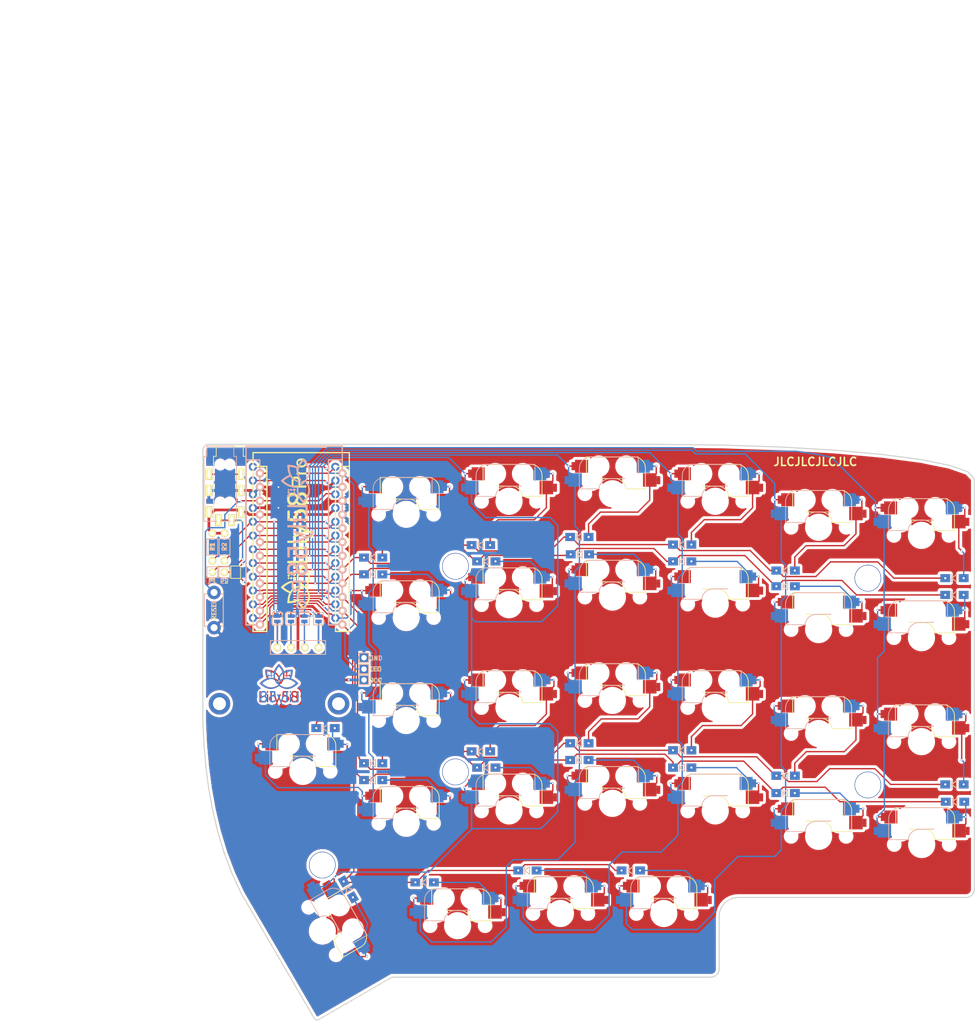
<source format=kicad_pcb>
(kicad_pcb (version 20171130) (host pcbnew "(5.1.5)-3")
  (layers (0 F.Cu signal hide) (31 B.Cu signal hide) (34 B.Paste user) (35 F.Paste user) (36 B.SilkS user) (37 F.SilkS user) (38 B.Mask user) (39 F.Mask user) (44 Edge.Cuts user))
  (net 0 "")
  (net 1 "Net-(D1-Pad2)")
  (net 2 row4)
  (net 3 "Net-(D2-Pad2)")
  (net 4 "Net-(D3-Pad2)")
  (net 5 row0)
  (net 6 "Net-(D4-Pad2)")
  (net 7 row1)
  (net 8 "Net-(D5-Pad2)")
  (net 9 row2)
  (net 10 "Net-(D6-Pad2)")
  (net 11 row3)
  (net 12 "Net-(D7-Pad2)")
  (net 13 "Net-(D8-Pad2)")
  (net 14 "Net-(D9-Pad2)")
  (net 15 "Net-(D10-Pad2)")
  (net 16 "Net-(D11-Pad2)")
  (net 17 "Net-(D12-Pad2)")
  (net 18 "Net-(D13-Pad2)")
  (net 19 "Net-(D14-Pad2)")
  (net 20 "Net-(D15-Pad2)")
  (net 21 "Net-(D16-Pad2)")
  (net 22 "Net-(D17-Pad2)")
  (net 23 "Net-(D18-Pad2)")
  (net 24 "Net-(D19-Pad2)")
  (net 25 "Net-(D20-Pad2)")
  (net 26 "Net-(D21-Pad2)")
  (net 27 "Net-(D22-Pad2)")
  (net 28 "Net-(D23-Pad2)")
  (net 29 "Net-(D24-Pad2)")
  (net 30 "Net-(D25-Pad2)")
  (net 31 "Net-(D26-Pad2)")
  (net 32 "Net-(D27-Pad2)")
  (net 33 "Net-(D28-Pad2)")
  (net 34 VCC)
  (net 35 GND)
  (net 36 col0)
  (net 37 col1)
  (net 38 col2)
  (net 39 col3)
  (net 40 col4)
  (net 41 col5)
  (net 42 SDA)
  (net 43 LED)
  (net 44 SCL)
  (net 45 RESET)
  (net 46 "Net-(D29-Pad2)")
  (net 47 "Net-(U1-Pad24)")
  (net 48 "Net-(U1-Pad20)")
  (net 49 "Net-(U1-Pad19)")
  (net 50 "Net-(U1-Pad7)")
  (net 51 DATA)
  (net 52 "Net-(J2-Pad4)")
  (net 53 "Net-(J2-Pad3)")
  (net 54 "Net-(J3-Pad1)")
  (net 55 "Net-(J3-Pad2)")
  (net 56 "Net-(J3-Pad3)")
  (net 57 "Net-(J3-Pad4)")
  (module Lily58_Pro-footprint:MX_Hotswap_dual_noled (layer F.Cu) (at 139.5 85.7)
    (fp_text reference SW14 hide)
    (fp_text value SW_PUSH hide)
    (pad 2 smd rect (at 5.7 -5.08 180) (size 2.4 2.4) (layers B.Cu B.Paste B.Mask) (net 19 "Net-(D14-Pad2)"))
    (pad "" np_thru_hole circle (at -3.81 -2.540001 180) (size 3 3) (drill 3) (layers *.Cu *.Mask))
    (pad "" np_thru_hole circle (at -5.08 0) (size 1.7 1.7) (drill 1.7) (layers *.Cu *.Mask))
    (pad "" np_thru_hole circle (at 5.08 0) (size 1.7 1.7) (drill 1.7) (layers *.Cu *.Mask))
    (pad "" np_thru_hole circle (at 0 0 90) (size 4 4) (drill 4) (layers *.Cu *.Mask))
    (pad "" np_thru_hole circle (at 2.54 -5.08 180) (size 3 3) (drill 3) (layers *.Cu *.Mask))
    (pad 1 smd rect (at -6.9 -2.54 180) (size 2.5 2.5) (layers B.Cu B.Paste B.Mask) (net 40 col4))
    (pad "" np_thru_hole circle (at -3.825 -2.58 180) (size 0.1 0.1) (drill 0.1) (layers *.Cu *.Mask))
    (pad "" np_thru_hole circle (at 3.825 -2.58 180) (size 0.1 0.1) (drill 0.1) (layers *.Cu *.Mask))
    (pad 2 smd rect (at 6.9 -2.540001 180) (size 2.5 2.5) (layers F.Cu F.Paste F.Mask) (net 19 "Net-(D14-Pad2)"))
    (pad "" np_thru_hole circle (at -2.54 -5.08 180) (size 3 3) (drill 3) (layers *.Cu *.Mask))
    (pad "" np_thru_hole circle (at 3.81 -2.54 180) (size 3 3) (drill 3) (layers *.Cu *.Mask))
    (pad 1 smd rect (at -5.7 -5.08 180) (size 2.4 2.4) (layers F.Cu F.Paste F.Mask) (net 40 col4))
    (pad "" np_thru_hole circle (at 3.81 -2.54 180) (size 3 3) (drill 3) (layers *.Cu *.Mask))
    (pad 2 smd rect (at 7.2 -5.1) (size 0.7 1.5) (layers B.Cu B.Paste B.Mask) (net 19 "Net-(D14-Pad2)"))
    (pad 2 smd rect (at 8.5 -2.5) (size 0.7 1.5) (layers F.Cu F.Paste F.Mask) (net 19 "Net-(D14-Pad2)"))
    (pad 1 smd rect (at -8.5 -2.5) (size 0.7 1.5) (layers B.Cu B.Paste B.Mask) (net 40 col4))
    (pad 1 smd rect (at -7.2 -5.1) (size 0.7 1.5) (layers F.Cu F.Paste F.Mask) (net 40 col4))
  )
  (module Lily58_Pro-footprint:MX_Hotswap_dual_noled (layer F.Cu) (at 105 127 300)
    (fp_text reference SW26 hide)
    (fp_text value SW_PUSH hide)
    (pad 2 smd rect (at 5.7 -5.08 120) (size 2.4 2.4) (layers B.Cu B.Paste B.Mask) (net 31 "Net-(D26-Pad2)"))
    (pad "" np_thru_hole circle (at -3.81 -2.540001 120) (size 3 3) (drill 3) (layers *.Cu *.Mask))
    (pad "" np_thru_hole circle (at -5.08 0 300) (size 1.7 1.7) (drill 1.7) (layers *.Cu *.Mask))
    (pad "" np_thru_hole circle (at 5.08 0 300) (size 1.7 1.7) (drill 1.7) (layers *.Cu *.Mask))
    (pad "" np_thru_hole circle (at 0 0 30) (size 4 4) (drill 4) (layers *.Cu *.Mask))
    (pad "" np_thru_hole circle (at 2.54 -5.08 120) (size 3 3) (drill 3) (layers *.Cu *.Mask))
    (pad 1 smd rect (at -6.9 -2.54 120) (size 2.5 2.5) (layers B.Cu B.Paste B.Mask) (net 40 col4))
    (pad "" np_thru_hole circle (at -3.825 -2.58 120) (size 0.1 0.1) (drill 0.1) (layers *.Cu *.Mask))
    (pad "" np_thru_hole circle (at 3.825 -2.58 120) (size 0.1 0.1) (drill 0.1) (layers *.Cu *.Mask))
    (pad 2 smd rect (at 6.9 -2.540001 120) (size 2.5 2.5) (layers F.Cu F.Paste F.Mask) (net 31 "Net-(D26-Pad2)"))
    (pad "" np_thru_hole circle (at -2.54 -5.08 120) (size 3 3) (drill 3) (layers *.Cu *.Mask))
    (pad "" np_thru_hole circle (at 3.81 -2.54 120) (size 3 3) (drill 3) (layers *.Cu *.Mask))
    (pad 1 smd rect (at -5.7 -5.08 120) (size 2.4 2.4) (layers F.Cu F.Paste F.Mask) (net 40 col4))
    (pad "" np_thru_hole circle (at 3.81 -2.54 120) (size 3 3) (drill 3) (layers *.Cu *.Mask))
    (pad 2 smd rect (at 7.2 -5.1 300) (size 0.7 1.5) (layers B.Cu B.Paste B.Mask) (net 31 "Net-(D26-Pad2)"))
    (pad 2 smd rect (at 8.5 -2.5 300) (size 0.7 1.5) (layers F.Cu F.Paste F.Mask) (net 31 "Net-(D26-Pad2)"))
    (pad 1 smd rect (at -8.5 -2.5 300) (size 0.7 1.5) (layers B.Cu B.Paste B.Mask) (net 40 col4))
    (pad 1 smd rect (at -7.2 -5.1 300) (size 0.7 1.5) (layers F.Cu F.Paste F.Mask) (net 40 col4))
  )
  (module Lily58_Pro-footprint:MX_Hotswap_dual_noled (layer F.Cu) (at 168.1 123.75)
    (fp_text reference SW29 hide)
    (fp_text value SW_PUSH hide)
    (pad 2 smd rect (at 5.7 -5.08 180) (size 2.4 2.4) (layers B.Cu B.Paste B.Mask) (net 46 "Net-(D29-Pad2)"))
    (pad "" np_thru_hole circle (at -3.81 -2.540001 180) (size 3 3) (drill 3) (layers *.Cu *.Mask))
    (pad "" np_thru_hole circle (at -5.08 0) (size 1.7 1.7) (drill 1.7) (layers *.Cu *.Mask))
    (pad "" np_thru_hole circle (at 5.08 0) (size 1.7 1.7) (drill 1.7) (layers *.Cu *.Mask))
    (pad "" np_thru_hole circle (at 0 0 90) (size 4 4) (drill 4) (layers *.Cu *.Mask))
    (pad "" np_thru_hole circle (at 2.54 -5.08 180) (size 3 3) (drill 3) (layers *.Cu *.Mask))
    (pad 1 smd rect (at -6.9 -2.54 180) (size 2.5 2.5) (layers B.Cu B.Paste B.Mask) (net 37 col1))
    (pad "" np_thru_hole circle (at -3.825 -2.58 180) (size 0.1 0.1) (drill 0.1) (layers *.Cu *.Mask))
    (pad "" np_thru_hole circle (at 3.825 -2.58 180) (size 0.1 0.1) (drill 0.1) (layers *.Cu *.Mask))
    (pad 2 smd rect (at 6.9 -2.540001 180) (size 2.5 2.5) (layers F.Cu F.Paste F.Mask) (net 46 "Net-(D29-Pad2)"))
    (pad "" np_thru_hole circle (at -2.54 -5.08 180) (size 3 3) (drill 3) (layers *.Cu *.Mask))
    (pad "" np_thru_hole circle (at 3.81 -2.54 180) (size 3 3) (drill 3) (layers *.Cu *.Mask))
    (pad 1 smd rect (at -5.7 -5.08 180) (size 2.4 2.4) (layers F.Cu F.Paste F.Mask) (net 37 col1))
    (pad "" np_thru_hole circle (at 3.81 -2.54 180) (size 3 3) (drill 3) (layers *.Cu *.Mask))
    (pad 2 smd rect (at 7.2 -5.1) (size 0.7 1.5) (layers B.Cu B.Paste B.Mask) (net 46 "Net-(D29-Pad2)"))
    (pad 2 smd rect (at 8.5 -2.5) (size 0.7 1.5) (layers F.Cu F.Paste F.Mask) (net 46 "Net-(D29-Pad2)"))
    (pad 1 smd rect (at -8.5 -2.5) (size 0.7 1.5) (layers B.Cu B.Paste B.Mask) (net 37 col1))
    (pad 1 smd rect (at -7.2 -5.1) (size 0.7 1.5) (layers F.Cu F.Paste F.Mask) (net 37 col1))
  )
  (module Lily58_Pro-footprint:MX_Hotswap_dual_noled (layer F.Cu) (at 149 123.75)
    (fp_text reference SW28 hide)
    (fp_text value SW_PUSH hide)
    (pad 2 smd rect (at 5.7 -5.08 180) (size 2.4 2.4) (layers B.Cu B.Paste B.Mask) (net 33 "Net-(D28-Pad2)"))
    (pad "" np_thru_hole circle (at -3.81 -2.540001 180) (size 3 3) (drill 3) (layers *.Cu *.Mask))
    (pad "" np_thru_hole circle (at -5.08 0) (size 1.7 1.7) (drill 1.7) (layers *.Cu *.Mask))
    (pad "" np_thru_hole circle (at 5.08 0) (size 1.7 1.7) (drill 1.7) (layers *.Cu *.Mask))
    (pad "" np_thru_hole circle (at 0 0 90) (size 4 4) (drill 4) (layers *.Cu *.Mask))
    (pad "" np_thru_hole circle (at 2.54 -5.08 180) (size 3 3) (drill 3) (layers *.Cu *.Mask))
    (pad 1 smd rect (at -6.9 -2.54 180) (size 2.5 2.5) (layers B.Cu B.Paste B.Mask) (net 38 col2))
    (pad "" np_thru_hole circle (at -3.825 -2.58 180) (size 0.1 0.1) (drill 0.1) (layers *.Cu *.Mask))
    (pad "" np_thru_hole circle (at 3.825 -2.58 180) (size 0.1 0.1) (drill 0.1) (layers *.Cu *.Mask))
    (pad 2 smd rect (at 6.9 -2.540001 180) (size 2.5 2.5) (layers F.Cu F.Paste F.Mask) (net 33 "Net-(D28-Pad2)"))
    (pad "" np_thru_hole circle (at -2.54 -5.08 180) (size 3 3) (drill 3) (layers *.Cu *.Mask))
    (pad "" np_thru_hole circle (at 3.81 -2.54 180) (size 3 3) (drill 3) (layers *.Cu *.Mask))
    (pad 1 smd rect (at -5.7 -5.08 180) (size 2.4 2.4) (layers F.Cu F.Paste F.Mask) (net 38 col2))
    (pad "" np_thru_hole circle (at 3.81 -2.54 180) (size 3 3) (drill 3) (layers *.Cu *.Mask))
    (pad 2 smd rect (at 7.2 -5.1) (size 0.7 1.5) (layers B.Cu B.Paste B.Mask) (net 33 "Net-(D28-Pad2)"))
    (pad 2 smd rect (at 8.5 -2.5) (size 0.7 1.5) (layers F.Cu F.Paste F.Mask) (net 33 "Net-(D28-Pad2)"))
    (pad 1 smd rect (at -8.5 -2.5) (size 0.7 1.5) (layers B.Cu B.Paste B.Mask) (net 38 col2))
    (pad 1 smd rect (at -7.2 -5.1) (size 0.7 1.5) (layers F.Cu F.Paste F.Mask) (net 38 col2))
  )
  (module Lily58_Pro-footprint:MX_Hotswap_dual_noled (layer F.Cu) (at 130 126)
    (fp_text reference SW27 hide)
    (fp_text value SW_PUSH hide)
    (pad 2 smd rect (at 5.7 -5.08 180) (size 2.4 2.4) (layers B.Cu B.Paste B.Mask) (net 32 "Net-(D27-Pad2)"))
    (pad "" np_thru_hole circle (at -3.81 -2.540001 180) (size 3 3) (drill 3) (layers *.Cu *.Mask))
    (pad "" np_thru_hole circle (at -5.08 0) (size 1.7 1.7) (drill 1.7) (layers *.Cu *.Mask))
    (pad "" np_thru_hole circle (at 5.08 0) (size 1.7 1.7) (drill 1.7) (layers *.Cu *.Mask))
    (pad "" np_thru_hole circle (at 0 0 90) (size 4 4) (drill 4) (layers *.Cu *.Mask))
    (pad "" np_thru_hole circle (at 2.54 -5.08 180) (size 3 3) (drill 3) (layers *.Cu *.Mask))
    (pad 1 smd rect (at -6.9 -2.54 180) (size 2.5 2.5) (layers B.Cu B.Paste B.Mask) (net 39 col3))
    (pad "" np_thru_hole circle (at -3.825 -2.58 180) (size 0.1 0.1) (drill 0.1) (layers *.Cu *.Mask))
    (pad "" np_thru_hole circle (at 3.825 -2.58 180) (size 0.1 0.1) (drill 0.1) (layers *.Cu *.Mask))
    (pad 2 smd rect (at 6.9 -2.540001 180) (size 2.5 2.5) (layers F.Cu F.Paste F.Mask) (net 32 "Net-(D27-Pad2)"))
    (pad "" np_thru_hole circle (at -2.54 -5.08 180) (size 3 3) (drill 3) (layers *.Cu *.Mask))
    (pad "" np_thru_hole circle (at 3.81 -2.54 180) (size 3 3) (drill 3) (layers *.Cu *.Mask))
    (pad 1 smd rect (at -5.7 -5.08 180) (size 2.4 2.4) (layers F.Cu F.Paste F.Mask) (net 39 col3))
    (pad "" np_thru_hole circle (at 3.81 -2.54 180) (size 3 3) (drill 3) (layers *.Cu *.Mask))
    (pad 2 smd rect (at 7.2 -5.1) (size 0.7 1.5) (layers B.Cu B.Paste B.Mask) (net 32 "Net-(D27-Pad2)"))
    (pad 2 smd rect (at 8.5 -2.5) (size 0.7 1.5) (layers F.Cu F.Paste F.Mask) (net 32 "Net-(D27-Pad2)"))
    (pad 1 smd rect (at -8.5 -2.5) (size 0.7 1.5) (layers B.Cu B.Paste B.Mask) (net 39 col3))
    (pad 1 smd rect (at -7.2 -5.1) (size 0.7 1.5) (layers F.Cu F.Paste F.Mask) (net 39 col3))
  )
  (module Lily58_Pro-footprint:MX_Hotswap_dual_noled (layer F.Cu) (at 101.4 97.5)
    (fp_text reference SW25 hide)
    (fp_text value SW_PUSH hide)
    (pad 2 smd rect (at 5.7 -5.08 180) (size 2.4 2.4) (layers B.Cu B.Paste B.Mask) (net 30 "Net-(D25-Pad2)"))
    (pad "" np_thru_hole circle (at -3.81 -2.540001 180) (size 3 3) (drill 3) (layers *.Cu *.Mask))
    (pad "" np_thru_hole circle (at -5.08 0) (size 1.7 1.7) (drill 1.7) (layers *.Cu *.Mask))
    (pad "" np_thru_hole circle (at 5.08 0) (size 1.7 1.7) (drill 1.7) (layers *.Cu *.Mask))
    (pad "" np_thru_hole circle (at 0 0 90) (size 4 4) (drill 4) (layers *.Cu *.Mask))
    (pad "" np_thru_hole circle (at 2.54 -5.08 180) (size 3 3) (drill 3) (layers *.Cu *.Mask))
    (pad 1 smd rect (at -6.9 -2.54 180) (size 2.5 2.5) (layers B.Cu B.Paste B.Mask) (net 41 col5))
    (pad "" np_thru_hole circle (at -3.825 -2.58 180) (size 0.1 0.1) (drill 0.1) (layers *.Cu *.Mask))
    (pad "" np_thru_hole circle (at 3.825 -2.58 180) (size 0.1 0.1) (drill 0.1) (layers *.Cu *.Mask))
    (pad 2 smd rect (at 6.9 -2.540001 180) (size 2.5 2.5) (layers F.Cu F.Paste F.Mask) (net 30 "Net-(D25-Pad2)"))
    (pad "" np_thru_hole circle (at -2.54 -5.08 180) (size 3 3) (drill 3) (layers *.Cu *.Mask))
    (pad "" np_thru_hole circle (at 3.81 -2.54 180) (size 3 3) (drill 3) (layers *.Cu *.Mask))
    (pad 1 smd rect (at -5.7 -5.08 180) (size 2.4 2.4) (layers F.Cu F.Paste F.Mask) (net 41 col5))
    (pad "" np_thru_hole circle (at 3.81 -2.54 180) (size 3 3) (drill 3) (layers *.Cu *.Mask))
    (pad 2 smd rect (at 7.2 -5.1) (size 0.7 1.5) (layers B.Cu B.Paste B.Mask) (net 30 "Net-(D25-Pad2)"))
    (pad 2 smd rect (at 8.5 -2.5) (size 0.7 1.5) (layers F.Cu F.Paste F.Mask) (net 30 "Net-(D25-Pad2)"))
    (pad 1 smd rect (at -8.5 -2.5) (size 0.7 1.5) (layers B.Cu B.Paste B.Mask) (net 41 col5))
    (pad 1 smd rect (at -7.2 -5.1) (size 0.7 1.5) (layers F.Cu F.Paste F.Mask) (net 41 col5))
  )
  (module Lily58_Pro-footprint:MX_Hotswap_dual_noled (layer F.Cu) (at 215.75 111)
    (fp_text reference SW24 hide)
    (fp_text value SW_PUSH hide)
    (pad 2 smd rect (at 5.7 -5.08 180) (size 2.4 2.4) (layers B.Cu B.Paste B.Mask) (net 29 "Net-(D24-Pad2)"))
    (pad "" np_thru_hole circle (at -3.81 -2.540001 180) (size 3 3) (drill 3) (layers *.Cu *.Mask))
    (pad "" np_thru_hole circle (at -5.08 0) (size 1.7 1.7) (drill 1.7) (layers *.Cu *.Mask))
    (pad "" np_thru_hole circle (at 5.08 0) (size 1.7 1.7) (drill 1.7) (layers *.Cu *.Mask))
    (pad "" np_thru_hole circle (at 0 0 90) (size 4 4) (drill 4) (layers *.Cu *.Mask))
    (pad "" np_thru_hole circle (at 2.54 -5.08 180) (size 3 3) (drill 3) (layers *.Cu *.Mask))
    (pad 1 smd rect (at -6.9 -2.54 180) (size 2.5 2.5) (layers B.Cu B.Paste B.Mask) (net 36 col0))
    (pad "" np_thru_hole circle (at -3.825 -2.58 180) (size 0.1 0.1) (drill 0.1) (layers *.Cu *.Mask))
    (pad "" np_thru_hole circle (at 3.825 -2.58 180) (size 0.1 0.1) (drill 0.1) (layers *.Cu *.Mask))
    (pad 2 smd rect (at 6.9 -2.540001 180) (size 2.5 2.5) (layers F.Cu F.Paste F.Mask) (net 29 "Net-(D24-Pad2)"))
    (pad "" np_thru_hole circle (at -2.54 -5.08 180) (size 3 3) (drill 3) (layers *.Cu *.Mask))
    (pad "" np_thru_hole circle (at 3.81 -2.54 180) (size 3 3) (drill 3) (layers *.Cu *.Mask))
    (pad 1 smd rect (at -5.7 -5.08 180) (size 2.4 2.4) (layers F.Cu F.Paste F.Mask) (net 36 col0))
    (pad "" np_thru_hole circle (at 3.81 -2.54 180) (size 3 3) (drill 3) (layers *.Cu *.Mask))
    (pad 2 smd rect (at 7.2 -5.1) (size 0.7 1.5) (layers B.Cu B.Paste B.Mask) (net 29 "Net-(D24-Pad2)"))
    (pad 2 smd rect (at 8.5 -2.5) (size 0.7 1.5) (layers F.Cu F.Paste F.Mask) (net 29 "Net-(D24-Pad2)"))
    (pad 1 smd rect (at -8.5 -2.5) (size 0.7 1.5) (layers B.Cu B.Paste B.Mask) (net 36 col0))
    (pad 1 smd rect (at -7.2 -5.1) (size 0.7 1.5) (layers F.Cu F.Paste F.Mask) (net 36 col0))
  )
  (module Lily58_Pro-footprint:MX_Hotswap_dual_noled (layer F.Cu) (at 196.7 109.5)
    (fp_text reference SW23 hide)
    (fp_text value SW_PUSH hide)
    (pad 2 smd rect (at 5.7 -5.08 180) (size 2.4 2.4) (layers B.Cu B.Paste B.Mask) (net 28 "Net-(D23-Pad2)"))
    (pad "" np_thru_hole circle (at -3.81 -2.540001 180) (size 3 3) (drill 3) (layers *.Cu *.Mask))
    (pad "" np_thru_hole circle (at -5.08 0) (size 1.7 1.7) (drill 1.7) (layers *.Cu *.Mask))
    (pad "" np_thru_hole circle (at 5.08 0) (size 1.7 1.7) (drill 1.7) (layers *.Cu *.Mask))
    (pad "" np_thru_hole circle (at 0 0 90) (size 4 4) (drill 4) (layers *.Cu *.Mask))
    (pad "" np_thru_hole circle (at 2.54 -5.08 180) (size 3 3) (drill 3) (layers *.Cu *.Mask))
    (pad 1 smd rect (at -6.9 -2.54 180) (size 2.5 2.5) (layers B.Cu B.Paste B.Mask) (net 37 col1))
    (pad "" np_thru_hole circle (at -3.825 -2.58 180) (size 0.1 0.1) (drill 0.1) (layers *.Cu *.Mask))
    (pad "" np_thru_hole circle (at 3.825 -2.58 180) (size 0.1 0.1) (drill 0.1) (layers *.Cu *.Mask))
    (pad 2 smd rect (at 6.9 -2.540001 180) (size 2.5 2.5) (layers F.Cu F.Paste F.Mask) (net 28 "Net-(D23-Pad2)"))
    (pad "" np_thru_hole circle (at -2.54 -5.08 180) (size 3 3) (drill 3) (layers *.Cu *.Mask))
    (pad "" np_thru_hole circle (at 3.81 -2.54 180) (size 3 3) (drill 3) (layers *.Cu *.Mask))
    (pad 1 smd rect (at -5.7 -5.08 180) (size 2.4 2.4) (layers F.Cu F.Paste F.Mask) (net 37 col1))
    (pad "" np_thru_hole circle (at 3.81 -2.54 180) (size 3 3) (drill 3) (layers *.Cu *.Mask))
    (pad 2 smd rect (at 7.2 -5.1) (size 0.7 1.5) (layers B.Cu B.Paste B.Mask) (net 28 "Net-(D23-Pad2)"))
    (pad 2 smd rect (at 8.5 -2.5) (size 0.7 1.5) (layers F.Cu F.Paste F.Mask) (net 28 "Net-(D23-Pad2)"))
    (pad 1 smd rect (at -8.5 -2.5) (size 0.7 1.5) (layers B.Cu B.Paste B.Mask) (net 37 col1))
    (pad 1 smd rect (at -7.2 -5.1) (size 0.7 1.5) (layers F.Cu F.Paste F.Mask) (net 37 col1))
  )
  (module Lily58_Pro-footprint:MX_Hotswap_dual_noled (layer F.Cu) (at 177.6 104.8)
    (fp_text reference SW22 hide)
    (fp_text value SW_PUSH hide)
    (pad 2 smd rect (at 5.7 -5.08 180) (size 2.4 2.4) (layers B.Cu B.Paste B.Mask) (net 27 "Net-(D22-Pad2)"))
    (pad "" np_thru_hole circle (at -3.81 -2.540001 180) (size 3 3) (drill 3) (layers *.Cu *.Mask))
    (pad "" np_thru_hole circle (at -5.08 0) (size 1.7 1.7) (drill 1.7) (layers *.Cu *.Mask))
    (pad "" np_thru_hole circle (at 5.08 0) (size 1.7 1.7) (drill 1.7) (layers *.Cu *.Mask))
    (pad "" np_thru_hole circle (at 0 0 90) (size 4 4) (drill 4) (layers *.Cu *.Mask))
    (pad "" np_thru_hole circle (at 2.54 -5.08 180) (size 3 3) (drill 3) (layers *.Cu *.Mask))
    (pad 1 smd rect (at -6.9 -2.54 180) (size 2.5 2.5) (layers B.Cu B.Paste B.Mask) (net 38 col2))
    (pad "" np_thru_hole circle (at -3.825 -2.58 180) (size 0.1 0.1) (drill 0.1) (layers *.Cu *.Mask))
    (pad "" np_thru_hole circle (at 3.825 -2.58 180) (size 0.1 0.1) (drill 0.1) (layers *.Cu *.Mask))
    (pad 2 smd rect (at 6.9 -2.540001 180) (size 2.5 2.5) (layers F.Cu F.Paste F.Mask) (net 27 "Net-(D22-Pad2)"))
    (pad "" np_thru_hole circle (at -2.54 -5.08 180) (size 3 3) (drill 3) (layers *.Cu *.Mask))
    (pad "" np_thru_hole circle (at 3.81 -2.54 180) (size 3 3) (drill 3) (layers *.Cu *.Mask))
    (pad 1 smd rect (at -5.7 -5.08 180) (size 2.4 2.4) (layers F.Cu F.Paste F.Mask) (net 38 col2))
    (pad "" np_thru_hole circle (at 3.81 -2.54 180) (size 3 3) (drill 3) (layers *.Cu *.Mask))
    (pad 2 smd rect (at 7.2 -5.1) (size 0.7 1.5) (layers B.Cu B.Paste B.Mask) (net 27 "Net-(D22-Pad2)"))
    (pad 2 smd rect (at 8.5 -2.5) (size 0.7 1.5) (layers F.Cu F.Paste F.Mask) (net 27 "Net-(D22-Pad2)"))
    (pad 1 smd rect (at -8.5 -2.5) (size 0.7 1.5) (layers B.Cu B.Paste B.Mask) (net 38 col2))
    (pad 1 smd rect (at -7.2 -5.1) (size 0.7 1.5) (layers F.Cu F.Paste F.Mask) (net 38 col2))
  )
  (module Lily58_Pro-footprint:MX_Hotswap_dual_noled (layer F.Cu) (at 158.6 103.4)
    (fp_text reference SW21 hide)
    (fp_text value SW_PUSH hide)
    (pad 2 smd rect (at 5.7 -5.08 180) (size 2.4 2.4) (layers B.Cu B.Paste B.Mask) (net 26 "Net-(D21-Pad2)"))
    (pad "" np_thru_hole circle (at -3.81 -2.540001 180) (size 3 3) (drill 3) (layers *.Cu *.Mask))
    (pad "" np_thru_hole circle (at -5.08 0) (size 1.7 1.7) (drill 1.7) (layers *.Cu *.Mask))
    (pad "" np_thru_hole circle (at 5.08 0) (size 1.7 1.7) (drill 1.7) (layers *.Cu *.Mask))
    (pad "" np_thru_hole circle (at 0 0 90) (size 4 4) (drill 4) (layers *.Cu *.Mask))
    (pad "" np_thru_hole circle (at 2.54 -5.08 180) (size 3 3) (drill 3) (layers *.Cu *.Mask))
    (pad 1 smd rect (at -6.9 -2.54 180) (size 2.5 2.5) (layers B.Cu B.Paste B.Mask) (net 39 col3))
    (pad "" np_thru_hole circle (at -3.825 -2.58 180) (size 0.1 0.1) (drill 0.1) (layers *.Cu *.Mask))
    (pad "" np_thru_hole circle (at 3.825 -2.58 180) (size 0.1 0.1) (drill 0.1) (layers *.Cu *.Mask))
    (pad 2 smd rect (at 6.9 -2.540001 180) (size 2.5 2.5) (layers F.Cu F.Paste F.Mask) (net 26 "Net-(D21-Pad2)"))
    (pad "" np_thru_hole circle (at -2.54 -5.08 180) (size 3 3) (drill 3) (layers *.Cu *.Mask))
    (pad "" np_thru_hole circle (at 3.81 -2.54 180) (size 3 3) (drill 3) (layers *.Cu *.Mask))
    (pad 1 smd rect (at -5.7 -5.08 180) (size 2.4 2.4) (layers F.Cu F.Paste F.Mask) (net 39 col3))
    (pad "" np_thru_hole circle (at 3.81 -2.54 180) (size 3 3) (drill 3) (layers *.Cu *.Mask))
    (pad 2 smd rect (at 7.2 -5.1) (size 0.7 1.5) (layers B.Cu B.Paste B.Mask) (net 26 "Net-(D21-Pad2)"))
    (pad 2 smd rect (at 8.5 -2.5) (size 0.7 1.5) (layers F.Cu F.Paste F.Mask) (net 26 "Net-(D21-Pad2)"))
    (pad 1 smd rect (at -8.5 -2.5) (size 0.7 1.5) (layers B.Cu B.Paste B.Mask) (net 39 col3))
    (pad 1 smd rect (at -7.2 -5.1) (size 0.7 1.5) (layers F.Cu F.Paste F.Mask) (net 39 col3))
  )
  (module Lily58_Pro-footprint:MX_Hotswap_dual_noled (layer F.Cu) (at 139.5 104.8)
    (fp_text reference SW20 hide)
    (fp_text value SW_PUSH hide)
    (pad 2 smd rect (at 5.7 -5.08 180) (size 2.4 2.4) (layers B.Cu B.Paste B.Mask) (net 25 "Net-(D20-Pad2)"))
    (pad "" np_thru_hole circle (at -3.81 -2.540001 180) (size 3 3) (drill 3) (layers *.Cu *.Mask))
    (pad "" np_thru_hole circle (at -5.08 0) (size 1.7 1.7) (drill 1.7) (layers *.Cu *.Mask))
    (pad "" np_thru_hole circle (at 5.08 0) (size 1.7 1.7) (drill 1.7) (layers *.Cu *.Mask))
    (pad "" np_thru_hole circle (at 0 0 90) (size 4 4) (drill 4) (layers *.Cu *.Mask))
    (pad "" np_thru_hole circle (at 2.54 -5.08 180) (size 3 3) (drill 3) (layers *.Cu *.Mask))
    (pad 1 smd rect (at -6.9 -2.54 180) (size 2.5 2.5) (layers B.Cu B.Paste B.Mask) (net 40 col4))
    (pad "" np_thru_hole circle (at -3.825 -2.58 180) (size 0.1 0.1) (drill 0.1) (layers *.Cu *.Mask))
    (pad "" np_thru_hole circle (at 3.825 -2.58 180) (size 0.1 0.1) (drill 0.1) (layers *.Cu *.Mask))
    (pad 2 smd rect (at 6.9 -2.540001 180) (size 2.5 2.5) (layers F.Cu F.Paste F.Mask) (net 25 "Net-(D20-Pad2)"))
    (pad "" np_thru_hole circle (at -2.54 -5.08 180) (size 3 3) (drill 3) (layers *.Cu *.Mask))
    (pad "" np_thru_hole circle (at 3.81 -2.54 180) (size 3 3) (drill 3) (layers *.Cu *.Mask))
    (pad 1 smd rect (at -5.7 -5.08 180) (size 2.4 2.4) (layers F.Cu F.Paste F.Mask) (net 40 col4))
    (pad "" np_thru_hole circle (at 3.81 -2.54 180) (size 3 3) (drill 3) (layers *.Cu *.Mask))
    (pad 2 smd rect (at 7.2 -5.1) (size 0.7 1.5) (layers B.Cu B.Paste B.Mask) (net 25 "Net-(D20-Pad2)"))
    (pad 2 smd rect (at 8.5 -2.5) (size 0.7 1.5) (layers F.Cu F.Paste F.Mask) (net 25 "Net-(D20-Pad2)"))
    (pad 1 smd rect (at -8.5 -2.5) (size 0.7 1.5) (layers B.Cu B.Paste B.Mask) (net 40 col4))
    (pad 1 smd rect (at -7.2 -5.1) (size 0.7 1.5) (layers F.Cu F.Paste F.Mask) (net 40 col4))
  )
  (module Lily58_Pro-footprint:MX_Hotswap_dual_noled (layer F.Cu) (at 120.5 107.1)
    (fp_text reference SW19 hide)
    (fp_text value SW_PUSH hide)
    (pad 2 smd rect (at 5.7 -5.08 180) (size 2.4 2.4) (layers B.Cu B.Paste B.Mask) (net 24 "Net-(D19-Pad2)"))
    (pad "" np_thru_hole circle (at -3.81 -2.540001 180) (size 3 3) (drill 3) (layers *.Cu *.Mask))
    (pad "" np_thru_hole circle (at -5.08 0) (size 1.7 1.7) (drill 1.7) (layers *.Cu *.Mask))
    (pad "" np_thru_hole circle (at 5.08 0) (size 1.7 1.7) (drill 1.7) (layers *.Cu *.Mask))
    (pad "" np_thru_hole circle (at 0 0 90) (size 4 4) (drill 4) (layers *.Cu *.Mask))
    (pad "" np_thru_hole circle (at 2.54 -5.08 180) (size 3 3) (drill 3) (layers *.Cu *.Mask))
    (pad 1 smd rect (at -6.9 -2.54 180) (size 2.5 2.5) (layers B.Cu B.Paste B.Mask) (net 41 col5))
    (pad "" np_thru_hole circle (at -3.825 -2.58 180) (size 0.1 0.1) (drill 0.1) (layers *.Cu *.Mask))
    (pad "" np_thru_hole circle (at 3.825 -2.58 180) (size 0.1 0.1) (drill 0.1) (layers *.Cu *.Mask))
    (pad 2 smd rect (at 6.9 -2.540001 180) (size 2.5 2.5) (layers F.Cu F.Paste F.Mask) (net 24 "Net-(D19-Pad2)"))
    (pad "" np_thru_hole circle (at -2.54 -5.08 180) (size 3 3) (drill 3) (layers *.Cu *.Mask))
    (pad "" np_thru_hole circle (at 3.81 -2.54 180) (size 3 3) (drill 3) (layers *.Cu *.Mask))
    (pad 1 smd rect (at -5.7 -5.08 180) (size 2.4 2.4) (layers F.Cu F.Paste F.Mask) (net 41 col5))
    (pad "" np_thru_hole circle (at 3.81 -2.54 180) (size 3 3) (drill 3) (layers *.Cu *.Mask))
    (pad 2 smd rect (at 7.2 -5.1) (size 0.7 1.5) (layers B.Cu B.Paste B.Mask) (net 24 "Net-(D19-Pad2)"))
    (pad 2 smd rect (at 8.5 -2.5) (size 0.7 1.5) (layers F.Cu F.Paste F.Mask) (net 24 "Net-(D19-Pad2)"))
    (pad 1 smd rect (at -8.5 -2.5) (size 0.7 1.5) (layers B.Cu B.Paste B.Mask) (net 41 col5))
    (pad 1 smd rect (at -7.2 -5.1) (size 0.7 1.5) (layers F.Cu F.Paste F.Mask) (net 41 col5))
  )
  (module Lily58_Pro-footprint:MX_Hotswap_dual_noled (layer F.Cu) (at 215.7 92)
    (fp_text reference SW18 hide)
    (fp_text value SW_PUSH hide)
    (pad 2 smd rect (at 5.7 -5.08 180) (size 2.4 2.4) (layers B.Cu B.Paste B.Mask) (net 23 "Net-(D18-Pad2)"))
    (pad "" np_thru_hole circle (at -3.81 -2.540001 180) (size 3 3) (drill 3) (layers *.Cu *.Mask))
    (pad "" np_thru_hole circle (at -5.08 0) (size 1.7 1.7) (drill 1.7) (layers *.Cu *.Mask))
    (pad "" np_thru_hole circle (at 5.08 0) (size 1.7 1.7) (drill 1.7) (layers *.Cu *.Mask))
    (pad "" np_thru_hole circle (at 0 0 90) (size 4 4) (drill 4) (layers *.Cu *.Mask))
    (pad "" np_thru_hole circle (at 2.54 -5.08 180) (size 3 3) (drill 3) (layers *.Cu *.Mask))
    (pad 1 smd rect (at -6.9 -2.54 180) (size 2.5 2.5) (layers B.Cu B.Paste B.Mask) (net 36 col0))
    (pad "" np_thru_hole circle (at -3.825 -2.58 180) (size 0.1 0.1) (drill 0.1) (layers *.Cu *.Mask))
    (pad "" np_thru_hole circle (at 3.825 -2.58 180) (size 0.1 0.1) (drill 0.1) (layers *.Cu *.Mask))
    (pad 2 smd rect (at 6.9 -2.540001 180) (size 2.5 2.5) (layers F.Cu F.Paste F.Mask) (net 23 "Net-(D18-Pad2)"))
    (pad "" np_thru_hole circle (at -2.54 -5.08 180) (size 3 3) (drill 3) (layers *.Cu *.Mask))
    (pad "" np_thru_hole circle (at 3.81 -2.54 180) (size 3 3) (drill 3) (layers *.Cu *.Mask))
    (pad 1 smd rect (at -5.7 -5.08 180) (size 2.4 2.4) (layers F.Cu F.Paste F.Mask) (net 36 col0))
    (pad "" np_thru_hole circle (at 3.81 -2.54 180) (size 3 3) (drill 3) (layers *.Cu *.Mask))
    (pad 2 smd rect (at 7.2 -5.1) (size 0.7 1.5) (layers B.Cu B.Paste B.Mask) (net 23 "Net-(D18-Pad2)"))
    (pad 2 smd rect (at 8.5 -2.5) (size 0.7 1.5) (layers F.Cu F.Paste F.Mask) (net 23 "Net-(D18-Pad2)"))
    (pad 1 smd rect (at -8.5 -2.5) (size 0.7 1.5) (layers B.Cu B.Paste B.Mask) (net 36 col0))
    (pad 1 smd rect (at -7.2 -5.1) (size 0.7 1.5) (layers F.Cu F.Paste F.Mask) (net 36 col0))
  )
  (module Lily58_Pro-footprint:MX_Hotswap_dual_noled (layer F.Cu) (at 196.7 90.5)
    (fp_text reference SW17 hide)
    (fp_text value SW_PUSH hide)
    (pad 2 smd rect (at 5.7 -5.08 180) (size 2.4 2.4) (layers B.Cu B.Paste B.Mask) (net 22 "Net-(D17-Pad2)"))
    (pad "" np_thru_hole circle (at -3.81 -2.540001 180) (size 3 3) (drill 3) (layers *.Cu *.Mask))
    (pad "" np_thru_hole circle (at -5.08 0) (size 1.7 1.7) (drill 1.7) (layers *.Cu *.Mask))
    (pad "" np_thru_hole circle (at 5.08 0) (size 1.7 1.7) (drill 1.7) (layers *.Cu *.Mask))
    (pad "" np_thru_hole circle (at 0 0 90) (size 4 4) (drill 4) (layers *.Cu *.Mask))
    (pad "" np_thru_hole circle (at 2.54 -5.08 180) (size 3 3) (drill 3) (layers *.Cu *.Mask))
    (pad 1 smd rect (at -6.9 -2.54 180) (size 2.5 2.5) (layers B.Cu B.Paste B.Mask) (net 37 col1))
    (pad "" np_thru_hole circle (at -3.825 -2.58 180) (size 0.1 0.1) (drill 0.1) (layers *.Cu *.Mask))
    (pad "" np_thru_hole circle (at 3.825 -2.58 180) (size 0.1 0.1) (drill 0.1) (layers *.Cu *.Mask))
    (pad 2 smd rect (at 6.9 -2.540001 180) (size 2.5 2.5) (layers F.Cu F.Paste F.Mask) (net 22 "Net-(D17-Pad2)"))
    (pad "" np_thru_hole circle (at -2.54 -5.08 180) (size 3 3) (drill 3) (layers *.Cu *.Mask))
    (pad "" np_thru_hole circle (at 3.81 -2.54 180) (size 3 3) (drill 3) (layers *.Cu *.Mask))
    (pad 1 smd rect (at -5.7 -5.08 180) (size 2.4 2.4) (layers F.Cu F.Paste F.Mask) (net 37 col1))
    (pad "" np_thru_hole circle (at 3.81 -2.54 180) (size 3 3) (drill 3) (layers *.Cu *.Mask))
    (pad 2 smd rect (at 7.2 -5.1) (size 0.7 1.5) (layers B.Cu B.Paste B.Mask) (net 22 "Net-(D17-Pad2)"))
    (pad 2 smd rect (at 8.5 -2.5) (size 0.7 1.5) (layers F.Cu F.Paste F.Mask) (net 22 "Net-(D17-Pad2)"))
    (pad 1 smd rect (at -8.5 -2.5) (size 0.7 1.5) (layers B.Cu B.Paste B.Mask) (net 37 col1))
    (pad 1 smd rect (at -7.2 -5.1) (size 0.7 1.5) (layers F.Cu F.Paste F.Mask) (net 37 col1))
  )
  (module Lily58_Pro-footprint:MX_Hotswap_dual_noled (layer F.Cu) (at 177.6 85.7)
    (fp_text reference SW16 hide)
    (fp_text value SW_PUSH hide)
    (pad 2 smd rect (at 5.7 -5.08 180) (size 2.4 2.4) (layers B.Cu B.Paste B.Mask) (net 21 "Net-(D16-Pad2)"))
    (pad "" np_thru_hole circle (at -3.81 -2.540001 180) (size 3 3) (drill 3) (layers *.Cu *.Mask))
    (pad "" np_thru_hole circle (at -5.08 0) (size 1.7 1.7) (drill 1.7) (layers *.Cu *.Mask))
    (pad "" np_thru_hole circle (at 5.08 0) (size 1.7 1.7) (drill 1.7) (layers *.Cu *.Mask))
    (pad "" np_thru_hole circle (at 0 0 90) (size 4 4) (drill 4) (layers *.Cu *.Mask))
    (pad "" np_thru_hole circle (at 2.54 -5.08 180) (size 3 3) (drill 3) (layers *.Cu *.Mask))
    (pad 1 smd rect (at -6.9 -2.54 180) (size 2.5 2.5) (layers B.Cu B.Paste B.Mask) (net 38 col2))
    (pad "" np_thru_hole circle (at -3.825 -2.58 180) (size 0.1 0.1) (drill 0.1) (layers *.Cu *.Mask))
    (pad "" np_thru_hole circle (at 3.825 -2.58 180) (size 0.1 0.1) (drill 0.1) (layers *.Cu *.Mask))
    (pad 2 smd rect (at 6.9 -2.540001 180) (size 2.5 2.5) (layers F.Cu F.Paste F.Mask) (net 21 "Net-(D16-Pad2)"))
    (pad "" np_thru_hole circle (at -2.54 -5.08 180) (size 3 3) (drill 3) (layers *.Cu *.Mask))
    (pad "" np_thru_hole circle (at 3.81 -2.54 180) (size 3 3) (drill 3) (layers *.Cu *.Mask))
    (pad 1 smd rect (at -5.7 -5.08 180) (size 2.4 2.4) (layers F.Cu F.Paste F.Mask) (net 38 col2))
    (pad "" np_thru_hole circle (at 3.81 -2.54 180) (size 3 3) (drill 3) (layers *.Cu *.Mask))
    (pad 2 smd rect (at 7.2 -5.1) (size 0.7 1.5) (layers B.Cu B.Paste B.Mask) (net 21 "Net-(D16-Pad2)"))
    (pad 2 smd rect (at 8.5 -2.5) (size 0.7 1.5) (layers F.Cu F.Paste F.Mask) (net 21 "Net-(D16-Pad2)"))
    (pad 1 smd rect (at -8.5 -2.5) (size 0.7 1.5) (layers B.Cu B.Paste B.Mask) (net 38 col2))
    (pad 1 smd rect (at -7.2 -5.1) (size 0.7 1.5) (layers F.Cu F.Paste F.Mask) (net 38 col2))
  )
  (module Lily58_Pro-footprint:MX_Hotswap_dual_noled (layer F.Cu) (at 158.6 84.4)
    (fp_text reference SW15 hide)
    (fp_text value SW_PUSH hide)
    (pad 2 smd rect (at 5.7 -5.08 180) (size 2.4 2.4) (layers B.Cu B.Paste B.Mask) (net 20 "Net-(D15-Pad2)"))
    (pad "" np_thru_hole circle (at -3.81 -2.540001 180) (size 3 3) (drill 3) (layers *.Cu *.Mask))
    (pad "" np_thru_hole circle (at -5.08 0) (size 1.7 1.7) (drill 1.7) (layers *.Cu *.Mask))
    (pad "" np_thru_hole circle (at 5.08 0) (size 1.7 1.7) (drill 1.7) (layers *.Cu *.Mask))
    (pad "" np_thru_hole circle (at 0 0 90) (size 4 4) (drill 4) (layers *.Cu *.Mask))
    (pad "" np_thru_hole circle (at 2.54 -5.08 180) (size 3 3) (drill 3) (layers *.Cu *.Mask))
    (pad 1 smd rect (at -6.9 -2.54 180) (size 2.5 2.5) (layers B.Cu B.Paste B.Mask) (net 39 col3))
    (pad "" np_thru_hole circle (at -3.825 -2.58 180) (size 0.1 0.1) (drill 0.1) (layers *.Cu *.Mask))
    (pad "" np_thru_hole circle (at 3.825 -2.58 180) (size 0.1 0.1) (drill 0.1) (layers *.Cu *.Mask))
    (pad 2 smd rect (at 6.9 -2.540001 180) (size 2.5 2.5) (layers F.Cu F.Paste F.Mask) (net 20 "Net-(D15-Pad2)"))
    (pad "" np_thru_hole circle (at -2.54 -5.08 180) (size 3 3) (drill 3) (layers *.Cu *.Mask))
    (pad "" np_thru_hole circle (at 3.81 -2.54 180) (size 3 3) (drill 3) (layers *.Cu *.Mask))
    (pad 1 smd rect (at -5.7 -5.08 180) (size 2.4 2.4) (layers F.Cu F.Paste F.Mask) (net 39 col3))
    (pad "" np_thru_hole circle (at 3.81 -2.54 180) (size 3 3) (drill 3) (layers *.Cu *.Mask))
    (pad 2 smd rect (at 7.2 -5.1) (size 0.7 1.5) (layers B.Cu B.Paste B.Mask) (net 20 "Net-(D15-Pad2)"))
    (pad 2 smd rect (at 8.5 -2.5) (size 0.7 1.5) (layers F.Cu F.Paste F.Mask) (net 20 "Net-(D15-Pad2)"))
    (pad 1 smd rect (at -8.5 -2.5) (size 0.7 1.5) (layers B.Cu B.Paste B.Mask) (net 39 col3))
    (pad 1 smd rect (at -7.2 -5.1) (size 0.7 1.5) (layers F.Cu F.Paste F.Mask) (net 39 col3))
  )
  (module Lily58_Pro-footprint:MX_Hotswap_dual_noled (layer F.Cu) (at 120.5 88.1)
    (fp_text reference SW13 hide)
    (fp_text value SW_PUSH hide)
    (pad 2 smd rect (at 5.7 -5.08 180) (size 2.4 2.4) (layers B.Cu B.Paste B.Mask) (net 18 "Net-(D13-Pad2)"))
    (pad "" np_thru_hole circle (at -3.81 -2.540001 180) (size 3 3) (drill 3) (layers *.Cu *.Mask))
    (pad "" np_thru_hole circle (at -5.08 0) (size 1.7 1.7) (drill 1.7) (layers *.Cu *.Mask))
    (pad "" np_thru_hole circle (at 5.08 0) (size 1.7 1.7) (drill 1.7) (layers *.Cu *.Mask))
    (pad "" np_thru_hole circle (at 0 0 90) (size 4 4) (drill 4) (layers *.Cu *.Mask))
    (pad "" np_thru_hole circle (at 2.54 -5.08 180) (size 3 3) (drill 3) (layers *.Cu *.Mask))
    (pad 1 smd rect (at -6.9 -2.54 180) (size 2.5 2.5) (layers B.Cu B.Paste B.Mask) (net 41 col5))
    (pad "" np_thru_hole circle (at -3.825 -2.58 180) (size 0.1 0.1) (drill 0.1) (layers *.Cu *.Mask))
    (pad "" np_thru_hole circle (at 3.825 -2.58 180) (size 0.1 0.1) (drill 0.1) (layers *.Cu *.Mask))
    (pad 2 smd rect (at 6.9 -2.540001 180) (size 2.5 2.5) (layers F.Cu F.Paste F.Mask) (net 18 "Net-(D13-Pad2)"))
    (pad "" np_thru_hole circle (at -2.54 -5.08 180) (size 3 3) (drill 3) (layers *.Cu *.Mask))
    (pad "" np_thru_hole circle (at 3.81 -2.54 180) (size 3 3) (drill 3) (layers *.Cu *.Mask))
    (pad 1 smd rect (at -5.7 -5.08 180) (size 2.4 2.4) (layers F.Cu F.Paste F.Mask) (net 41 col5))
    (pad "" np_thru_hole circle (at 3.81 -2.54 180) (size 3 3) (drill 3) (layers *.Cu *.Mask))
    (pad 2 smd rect (at 7.2 -5.1) (size 0.7 1.5) (layers B.Cu B.Paste B.Mask) (net 18 "Net-(D13-Pad2)"))
    (pad 2 smd rect (at 8.5 -2.5) (size 0.7 1.5) (layers F.Cu F.Paste F.Mask) (net 18 "Net-(D13-Pad2)"))
    (pad 1 smd rect (at -8.5 -2.5) (size 0.7 1.5) (layers B.Cu B.Paste B.Mask) (net 41 col5))
    (pad 1 smd rect (at -7.2 -5.1) (size 0.7 1.5) (layers F.Cu F.Paste F.Mask) (net 41 col5))
  )
  (module Lily58_Pro-footprint:MX_Hotswap_dual_noled (layer F.Cu) (at 215.7 72.8)
    (fp_text reference SW12 hide)
    (fp_text value SW_PUSH hide)
    (pad 2 smd rect (at 5.7 -5.08 180) (size 2.4 2.4) (layers B.Cu B.Paste B.Mask) (net 17 "Net-(D12-Pad2)"))
    (pad "" np_thru_hole circle (at -3.81 -2.540001 180) (size 3 3) (drill 3) (layers *.Cu *.Mask))
    (pad "" np_thru_hole circle (at -5.08 0) (size 1.7 1.7) (drill 1.7) (layers *.Cu *.Mask))
    (pad "" np_thru_hole circle (at 5.08 0) (size 1.7 1.7) (drill 1.7) (layers *.Cu *.Mask))
    (pad "" np_thru_hole circle (at 0 0 90) (size 4 4) (drill 4) (layers *.Cu *.Mask))
    (pad "" np_thru_hole circle (at 2.54 -5.08 180) (size 3 3) (drill 3) (layers *.Cu *.Mask))
    (pad 1 smd rect (at -6.9 -2.54 180) (size 2.5 2.5) (layers B.Cu B.Paste B.Mask) (net 36 col0))
    (pad "" np_thru_hole circle (at -3.825 -2.58 180) (size 0.1 0.1) (drill 0.1) (layers *.Cu *.Mask))
    (pad "" np_thru_hole circle (at 3.825 -2.58 180) (size 0.1 0.1) (drill 0.1) (layers *.Cu *.Mask))
    (pad 2 smd rect (at 6.9 -2.540001 180) (size 2.5 2.5) (layers F.Cu F.Paste F.Mask) (net 17 "Net-(D12-Pad2)"))
    (pad "" np_thru_hole circle (at -2.54 -5.08 180) (size 3 3) (drill 3) (layers *.Cu *.Mask))
    (pad "" np_thru_hole circle (at 3.81 -2.54 180) (size 3 3) (drill 3) (layers *.Cu *.Mask))
    (pad 1 smd rect (at -5.7 -5.08 180) (size 2.4 2.4) (layers F.Cu F.Paste F.Mask) (net 36 col0))
    (pad "" np_thru_hole circle (at 3.81 -2.54 180) (size 3 3) (drill 3) (layers *.Cu *.Mask))
    (pad 2 smd rect (at 7.2 -5.1) (size 0.7 1.5) (layers B.Cu B.Paste B.Mask) (net 17 "Net-(D12-Pad2)"))
    (pad 2 smd rect (at 8.5 -2.5) (size 0.7 1.5) (layers F.Cu F.Paste F.Mask) (net 17 "Net-(D12-Pad2)"))
    (pad 1 smd rect (at -8.5 -2.5) (size 0.7 1.5) (layers B.Cu B.Paste B.Mask) (net 36 col0))
    (pad 1 smd rect (at -7.2 -5.1) (size 0.7 1.5) (layers F.Cu F.Paste F.Mask) (net 36 col0))
  )
  (module Lily58_Pro-footprint:MX_Hotswap_dual_noled (layer F.Cu) (at 196.7 71.3)
    (fp_text reference SW11 hide)
    (fp_text value SW_PUSH hide)
    (pad 2 smd rect (at 5.7 -5.08 180) (size 2.4 2.4) (layers B.Cu B.Paste B.Mask) (net 16 "Net-(D11-Pad2)"))
    (pad "" np_thru_hole circle (at -3.81 -2.540001 180) (size 3 3) (drill 3) (layers *.Cu *.Mask))
    (pad "" np_thru_hole circle (at -5.08 0) (size 1.7 1.7) (drill 1.7) (layers *.Cu *.Mask))
    (pad "" np_thru_hole circle (at 5.08 0) (size 1.7 1.7) (drill 1.7) (layers *.Cu *.Mask))
    (pad "" np_thru_hole circle (at 0 0 90) (size 4 4) (drill 4) (layers *.Cu *.Mask))
    (pad "" np_thru_hole circle (at 2.54 -5.08 180) (size 3 3) (drill 3) (layers *.Cu *.Mask))
    (pad 1 smd rect (at -6.9 -2.54 180) (size 2.5 2.5) (layers B.Cu B.Paste B.Mask) (net 37 col1))
    (pad "" np_thru_hole circle (at -3.825 -2.58 180) (size 0.1 0.1) (drill 0.1) (layers *.Cu *.Mask))
    (pad "" np_thru_hole circle (at 3.825 -2.58 180) (size 0.1 0.1) (drill 0.1) (layers *.Cu *.Mask))
    (pad 2 smd rect (at 6.9 -2.540001 180) (size 2.5 2.5) (layers F.Cu F.Paste F.Mask) (net 16 "Net-(D11-Pad2)"))
    (pad "" np_thru_hole circle (at -2.54 -5.08 180) (size 3 3) (drill 3) (layers *.Cu *.Mask))
    (pad "" np_thru_hole circle (at 3.81 -2.54 180) (size 3 3) (drill 3) (layers *.Cu *.Mask))
    (pad 1 smd rect (at -5.7 -5.08 180) (size 2.4 2.4) (layers F.Cu F.Paste F.Mask) (net 37 col1))
    (pad "" np_thru_hole circle (at 3.81 -2.54 180) (size 3 3) (drill 3) (layers *.Cu *.Mask))
    (pad 2 smd rect (at 7.2 -5.1) (size 0.7 1.5) (layers B.Cu B.Paste B.Mask) (net 16 "Net-(D11-Pad2)"))
    (pad 2 smd rect (at 8.5 -2.5) (size 0.7 1.5) (layers F.Cu F.Paste F.Mask) (net 16 "Net-(D11-Pad2)"))
    (pad 1 smd rect (at -8.5 -2.5) (size 0.7 1.5) (layers B.Cu B.Paste B.Mask) (net 37 col1))
    (pad 1 smd rect (at -7.2 -5.1) (size 0.7 1.5) (layers F.Cu F.Paste F.Mask) (net 37 col1))
  )
  (module Lily58_Pro-footprint:MX_Hotswap_dual_noled (layer F.Cu) (at 177.6 66.6)
    (fp_text reference SW10 hide)
    (fp_text value SW_PUSH hide)
    (pad 2 smd rect (at 5.7 -5.08 180) (size 2.4 2.4) (layers B.Cu B.Paste B.Mask) (net 15 "Net-(D10-Pad2)"))
    (pad "" np_thru_hole circle (at -3.81 -2.540001 180) (size 3 3) (drill 3) (layers *.Cu *.Mask))
    (pad "" np_thru_hole circle (at -5.08 0) (size 1.7 1.7) (drill 1.7) (layers *.Cu *.Mask))
    (pad "" np_thru_hole circle (at 5.08 0) (size 1.7 1.7) (drill 1.7) (layers *.Cu *.Mask))
    (pad "" np_thru_hole circle (at 0 0 90) (size 4 4) (drill 4) (layers *.Cu *.Mask))
    (pad "" np_thru_hole circle (at 2.54 -5.08 180) (size 3 3) (drill 3) (layers *.Cu *.Mask))
    (pad 1 smd rect (at -6.9 -2.54 180) (size 2.5 2.5) (layers B.Cu B.Paste B.Mask) (net 38 col2))
    (pad "" np_thru_hole circle (at -3.825 -2.58 180) (size 0.1 0.1) (drill 0.1) (layers *.Cu *.Mask))
    (pad "" np_thru_hole circle (at 3.825 -2.58 180) (size 0.1 0.1) (drill 0.1) (layers *.Cu *.Mask))
    (pad 2 smd rect (at 6.9 -2.540001 180) (size 2.5 2.5) (layers F.Cu F.Paste F.Mask) (net 15 "Net-(D10-Pad2)"))
    (pad "" np_thru_hole circle (at -2.54 -5.08 180) (size 3 3) (drill 3) (layers *.Cu *.Mask))
    (pad "" np_thru_hole circle (at 3.81 -2.54 180) (size 3 3) (drill 3) (layers *.Cu *.Mask))
    (pad 1 smd rect (at -5.7 -5.08 180) (size 2.4 2.4) (layers F.Cu F.Paste F.Mask) (net 38 col2))
    (pad "" np_thru_hole circle (at 3.81 -2.54 180) (size 3 3) (drill 3) (layers *.Cu *.Mask))
    (pad 2 smd rect (at 7.2 -5.1) (size 0.7 1.5) (layers B.Cu B.Paste B.Mask) (net 15 "Net-(D10-Pad2)"))
    (pad 2 smd rect (at 8.5 -2.5) (size 0.7 1.5) (layers F.Cu F.Paste F.Mask) (net 15 "Net-(D10-Pad2)"))
    (pad 1 smd rect (at -8.5 -2.5) (size 0.7 1.5) (layers B.Cu B.Paste B.Mask) (net 38 col2))
    (pad 1 smd rect (at -7.2 -5.1) (size 0.7 1.5) (layers F.Cu F.Paste F.Mask) (net 38 col2))
  )
  (module Lily58_Pro-footprint:MX_Hotswap_dual_noled (layer F.Cu) (at 158.6 65.3)
    (fp_text reference SW9 hide)
    (fp_text value SW_PUSH hide)
    (pad 2 smd rect (at 5.7 -5.08 180) (size 2.4 2.4) (layers B.Cu B.Paste B.Mask) (net 14 "Net-(D9-Pad2)"))
    (pad "" np_thru_hole circle (at -3.81 -2.540001 180) (size 3 3) (drill 3) (layers *.Cu *.Mask))
    (pad "" np_thru_hole circle (at -5.08 0) (size 1.7 1.7) (drill 1.7) (layers *.Cu *.Mask))
    (pad "" np_thru_hole circle (at 5.08 0) (size 1.7 1.7) (drill 1.7) (layers *.Cu *.Mask))
    (pad "" np_thru_hole circle (at 0 0 90) (size 4 4) (drill 4) (layers *.Cu *.Mask))
    (pad "" np_thru_hole circle (at 2.54 -5.08 180) (size 3 3) (drill 3) (layers *.Cu *.Mask))
    (pad 1 smd rect (at -6.9 -2.54 180) (size 2.5 2.5) (layers B.Cu B.Paste B.Mask) (net 39 col3))
    (pad "" np_thru_hole circle (at -3.825 -2.58 180) (size 0.1 0.1) (drill 0.1) (layers *.Cu *.Mask))
    (pad "" np_thru_hole circle (at 3.825 -2.58 180) (size 0.1 0.1) (drill 0.1) (layers *.Cu *.Mask))
    (pad 2 smd rect (at 6.9 -2.540001 180) (size 2.5 2.5) (layers F.Cu F.Paste F.Mask) (net 14 "Net-(D9-Pad2)"))
    (pad "" np_thru_hole circle (at -2.54 -5.08 180) (size 3 3) (drill 3) (layers *.Cu *.Mask))
    (pad "" np_thru_hole circle (at 3.81 -2.54 180) (size 3 3) (drill 3) (layers *.Cu *.Mask))
    (pad 1 smd rect (at -5.7 -5.08 180) (size 2.4 2.4) (layers F.Cu F.Paste F.Mask) (net 39 col3))
    (pad "" np_thru_hole circle (at 3.81 -2.54 180) (size 3 3) (drill 3) (layers *.Cu *.Mask))
    (pad 2 smd rect (at 7.2 -5.1) (size 0.7 1.5) (layers B.Cu B.Paste B.Mask) (net 14 "Net-(D9-Pad2)"))
    (pad 2 smd rect (at 8.5 -2.5) (size 0.7 1.5) (layers F.Cu F.Paste F.Mask) (net 14 "Net-(D9-Pad2)"))
    (pad 1 smd rect (at -8.5 -2.5) (size 0.7 1.5) (layers B.Cu B.Paste B.Mask) (net 39 col3))
    (pad 1 smd rect (at -7.2 -5.1) (size 0.7 1.5) (layers F.Cu F.Paste F.Mask) (net 39 col3))
  )
  (module Lily58_Pro-footprint:MX_Hotswap_dual_noled (layer F.Cu) (at 139.5 66.7)
    (fp_text reference SW8 hide)
    (fp_text value SW_PUSH hide)
    (pad 2 smd rect (at 5.7 -5.08 180) (size 2.4 2.4) (layers B.Cu B.Paste B.Mask) (net 13 "Net-(D8-Pad2)"))
    (pad "" np_thru_hole circle (at -3.81 -2.540001 180) (size 3 3) (drill 3) (layers *.Cu *.Mask))
    (pad "" np_thru_hole circle (at -5.08 0) (size 1.7 1.7) (drill 1.7) (layers *.Cu *.Mask))
    (pad "" np_thru_hole circle (at 5.08 0) (size 1.7 1.7) (drill 1.7) (layers *.Cu *.Mask))
    (pad "" np_thru_hole circle (at 0 0 90) (size 4 4) (drill 4) (layers *.Cu *.Mask))
    (pad "" np_thru_hole circle (at 2.54 -5.08 180) (size 3 3) (drill 3) (layers *.Cu *.Mask))
    (pad 1 smd rect (at -6.9 -2.54 180) (size 2.5 2.5) (layers B.Cu B.Paste B.Mask) (net 40 col4))
    (pad "" np_thru_hole circle (at -3.825 -2.58 180) (size 0.1 0.1) (drill 0.1) (layers *.Cu *.Mask))
    (pad "" np_thru_hole circle (at 3.825 -2.58 180) (size 0.1 0.1) (drill 0.1) (layers *.Cu *.Mask))
    (pad 2 smd rect (at 6.9 -2.540001 180) (size 2.5 2.5) (layers F.Cu F.Paste F.Mask) (net 13 "Net-(D8-Pad2)"))
    (pad "" np_thru_hole circle (at -2.54 -5.08 180) (size 3 3) (drill 3) (layers *.Cu *.Mask))
    (pad "" np_thru_hole circle (at 3.81 -2.54 180) (size 3 3) (drill 3) (layers *.Cu *.Mask))
    (pad 1 smd rect (at -5.7 -5.08 180) (size 2.4 2.4) (layers F.Cu F.Paste F.Mask) (net 40 col4))
    (pad "" np_thru_hole circle (at 3.81 -2.54 180) (size 3 3) (drill 3) (layers *.Cu *.Mask))
    (pad 2 smd rect (at 7.2 -5.1) (size 0.7 1.5) (layers B.Cu B.Paste B.Mask) (net 13 "Net-(D8-Pad2)"))
    (pad 2 smd rect (at 8.5 -2.5) (size 0.7 1.5) (layers F.Cu F.Paste F.Mask) (net 13 "Net-(D8-Pad2)"))
    (pad 1 smd rect (at -8.5 -2.5) (size 0.7 1.5) (layers B.Cu B.Paste B.Mask) (net 40 col4))
    (pad 1 smd rect (at -7.2 -5.1) (size 0.7 1.5) (layers F.Cu F.Paste F.Mask) (net 40 col4))
  )
  (module Lily58_Pro-footprint:MX_Hotswap_dual_noled (layer F.Cu) (at 120.5 69.1)
    (fp_text reference SW7 hide)
    (fp_text value SW_PUSH hide)
    (pad 2 smd rect (at 5.7 -5.08 180) (size 2.4 2.4) (layers B.Cu B.Paste B.Mask) (net 12 "Net-(D7-Pad2)"))
    (pad "" np_thru_hole circle (at -3.81 -2.540001 180) (size 3 3) (drill 3) (layers *.Cu *.Mask))
    (pad "" np_thru_hole circle (at -5.08 0) (size 1.7 1.7) (drill 1.7) (layers *.Cu *.Mask))
    (pad "" np_thru_hole circle (at 5.08 0) (size 1.7 1.7) (drill 1.7) (layers *.Cu *.Mask))
    (pad "" np_thru_hole circle (at 0 0 90) (size 4 4) (drill 4) (layers *.Cu *.Mask))
    (pad "" np_thru_hole circle (at 2.54 -5.08 180) (size 3 3) (drill 3) (layers *.Cu *.Mask))
    (pad 1 smd rect (at -6.9 -2.54 180) (size 2.5 2.5) (layers B.Cu B.Paste B.Mask) (net 41 col5))
    (pad "" np_thru_hole circle (at -3.825 -2.58 180) (size 0.1 0.1) (drill 0.1) (layers *.Cu *.Mask))
    (pad "" np_thru_hole circle (at 3.825 -2.58 180) (size 0.1 0.1) (drill 0.1) (layers *.Cu *.Mask))
    (pad 2 smd rect (at 6.9 -2.540001 180) (size 2.5 2.5) (layers F.Cu F.Paste F.Mask) (net 12 "Net-(D7-Pad2)"))
    (pad "" np_thru_hole circle (at -2.54 -5.08 180) (size 3 3) (drill 3) (layers *.Cu *.Mask))
    (pad "" np_thru_hole circle (at 3.81 -2.54 180) (size 3 3) (drill 3) (layers *.Cu *.Mask))
    (pad 1 smd rect (at -5.7 -5.08 180) (size 2.4 2.4) (layers F.Cu F.Paste F.Mask) (net 41 col5))
    (pad "" np_thru_hole circle (at 3.81 -2.54 180) (size 3 3) (drill 3) (layers *.Cu *.Mask))
    (pad 2 smd rect (at 7.2 -5.1) (size 0.7 1.5) (layers B.Cu B.Paste B.Mask) (net 12 "Net-(D7-Pad2)"))
    (pad 2 smd rect (at 8.5 -2.5) (size 0.7 1.5) (layers F.Cu F.Paste F.Mask) (net 12 "Net-(D7-Pad2)"))
    (pad 1 smd rect (at -8.5 -2.5) (size 0.7 1.5) (layers B.Cu B.Paste B.Mask) (net 41 col5))
    (pad 1 smd rect (at -7.2 -5.1) (size 0.7 1.5) (layers F.Cu F.Paste F.Mask) (net 41 col5))
  )
  (module Lily58_Pro-footprint:MX_Hotswap_dual_noled (layer F.Cu) (at 215.7 53.9)
    (fp_text reference SW6 hide)
    (fp_text value SW_PUSH hide)
    (pad 2 smd rect (at 5.7 -5.08 180) (size 2.4 2.4) (layers B.Cu B.Paste B.Mask) (net 10 "Net-(D6-Pad2)"))
    (pad "" np_thru_hole circle (at -3.81 -2.540001 180) (size 3 3) (drill 3) (layers *.Cu *.Mask))
    (pad "" np_thru_hole circle (at -5.08 0) (size 1.7 1.7) (drill 1.7) (layers *.Cu *.Mask))
    (pad "" np_thru_hole circle (at 5.08 0) (size 1.7 1.7) (drill 1.7) (layers *.Cu *.Mask))
    (pad "" np_thru_hole circle (at 0 0 90) (size 4 4) (drill 4) (layers *.Cu *.Mask))
    (pad "" np_thru_hole circle (at 2.54 -5.08 180) (size 3 3) (drill 3) (layers *.Cu *.Mask))
    (pad 1 smd rect (at -6.9 -2.54 180) (size 2.5 2.5) (layers B.Cu B.Paste B.Mask) (net 36 col0))
    (pad "" np_thru_hole circle (at -3.825 -2.58 180) (size 0.1 0.1) (drill 0.1) (layers *.Cu *.Mask))
    (pad "" np_thru_hole circle (at 3.825 -2.58 180) (size 0.1 0.1) (drill 0.1) (layers *.Cu *.Mask))
    (pad 2 smd rect (at 6.9 -2.540001 180) (size 2.5 2.5) (layers F.Cu F.Paste F.Mask) (net 10 "Net-(D6-Pad2)"))
    (pad "" np_thru_hole circle (at -2.54 -5.08 180) (size 3 3) (drill 3) (layers *.Cu *.Mask))
    (pad "" np_thru_hole circle (at 3.81 -2.54 180) (size 3 3) (drill 3) (layers *.Cu *.Mask))
    (pad 1 smd rect (at -5.7 -5.08 180) (size 2.4 2.4) (layers F.Cu F.Paste F.Mask) (net 36 col0))
    (pad "" np_thru_hole circle (at 3.81 -2.54 180) (size 3 3) (drill 3) (layers *.Cu *.Mask))
    (pad 2 smd rect (at 7.2 -5.1) (size 0.7 1.5) (layers B.Cu B.Paste B.Mask) (net 10 "Net-(D6-Pad2)"))
    (pad 2 smd rect (at 8.5 -2.5) (size 0.7 1.5) (layers F.Cu F.Paste F.Mask) (net 10 "Net-(D6-Pad2)"))
    (pad 1 smd rect (at -8.5 -2.5) (size 0.7 1.5) (layers B.Cu B.Paste B.Mask) (net 36 col0))
    (pad 1 smd rect (at -7.2 -5.1) (size 0.7 1.5) (layers F.Cu F.Paste F.Mask) (net 36 col0))
  )
  (module Lily58_Pro-footprint:MX_Hotswap_dual_noled (layer F.Cu) (at 196.7 52.4)
    (fp_text reference SW5 hide)
    (fp_text value SW_PUSH hide)
    (pad 2 smd rect (at 5.7 -5.08 180) (size 2.4 2.4) (layers B.Cu B.Paste B.Mask) (net 8 "Net-(D5-Pad2)"))
    (pad "" np_thru_hole circle (at -3.81 -2.540001 180) (size 3 3) (drill 3) (layers *.Cu *.Mask))
    (pad "" np_thru_hole circle (at -5.08 0) (size 1.7 1.7) (drill 1.7) (layers *.Cu *.Mask))
    (pad "" np_thru_hole circle (at 5.08 0) (size 1.7 1.7) (drill 1.7) (layers *.Cu *.Mask))
    (pad "" np_thru_hole circle (at 0 0 90) (size 4 4) (drill 4) (layers *.Cu *.Mask))
    (pad "" np_thru_hole circle (at 2.54 -5.08 180) (size 3 3) (drill 3) (layers *.Cu *.Mask))
    (pad 1 smd rect (at -6.9 -2.54 180) (size 2.5 2.5) (layers B.Cu B.Paste B.Mask) (net 37 col1))
    (pad "" np_thru_hole circle (at -3.825 -2.58 180) (size 0.1 0.1) (drill 0.1) (layers *.Cu *.Mask))
    (pad "" np_thru_hole circle (at 3.825 -2.58 180) (size 0.1 0.1) (drill 0.1) (layers *.Cu *.Mask))
    (pad 2 smd rect (at 6.9 -2.540001 180) (size 2.5 2.5) (layers F.Cu F.Paste F.Mask) (net 8 "Net-(D5-Pad2)"))
    (pad "" np_thru_hole circle (at -2.54 -5.08 180) (size 3 3) (drill 3) (layers *.Cu *.Mask))
    (pad "" np_thru_hole circle (at 3.81 -2.54 180) (size 3 3) (drill 3) (layers *.Cu *.Mask))
    (pad 1 smd rect (at -5.7 -5.08 180) (size 2.4 2.4) (layers F.Cu F.Paste F.Mask) (net 37 col1))
    (pad "" np_thru_hole circle (at 3.81 -2.54 180) (size 3 3) (drill 3) (layers *.Cu *.Mask))
    (pad 2 smd rect (at 7.2 -5.1) (size 0.7 1.5) (layers B.Cu B.Paste B.Mask) (net 8 "Net-(D5-Pad2)"))
    (pad 2 smd rect (at 8.5 -2.5) (size 0.7 1.5) (layers F.Cu F.Paste F.Mask) (net 8 "Net-(D5-Pad2)"))
    (pad 1 smd rect (at -8.5 -2.5) (size 0.7 1.5) (layers B.Cu B.Paste B.Mask) (net 37 col1))
    (pad 1 smd rect (at -7.2 -5.1) (size 0.7 1.5) (layers F.Cu F.Paste F.Mask) (net 37 col1))
  )
  (module Lily58_Pro-footprint:MX_Hotswap_dual_noled (layer F.Cu) (at 177.6 47.6)
    (fp_text reference SW4 hide)
    (fp_text value SW_PUSH hide)
    (pad 2 smd rect (at 5.7 -5.08 180) (size 2.4 2.4) (layers B.Cu B.Paste B.Mask) (net 6 "Net-(D4-Pad2)"))
    (pad "" np_thru_hole circle (at -3.81 -2.540001 180) (size 3 3) (drill 3) (layers *.Cu *.Mask))
    (pad "" np_thru_hole circle (at -5.08 0) (size 1.7 1.7) (drill 1.7) (layers *.Cu *.Mask))
    (pad "" np_thru_hole circle (at 5.08 0) (size 1.7 1.7) (drill 1.7) (layers *.Cu *.Mask))
    (pad "" np_thru_hole circle (at 0 0 90) (size 4 4) (drill 4) (layers *.Cu *.Mask))
    (pad "" np_thru_hole circle (at 2.54 -5.08 180) (size 3 3) (drill 3) (layers *.Cu *.Mask))
    (pad 1 smd rect (at -6.9 -2.54 180) (size 2.5 2.5) (layers B.Cu B.Paste B.Mask) (net 38 col2))
    (pad "" np_thru_hole circle (at -3.825 -2.58 180) (size 0.1 0.1) (drill 0.1) (layers *.Cu *.Mask))
    (pad "" np_thru_hole circle (at 3.825 -2.58 180) (size 0.1 0.1) (drill 0.1) (layers *.Cu *.Mask))
    (pad 2 smd rect (at 6.9 -2.540001 180) (size 2.5 2.5) (layers F.Cu F.Paste F.Mask) (net 6 "Net-(D4-Pad2)"))
    (pad "" np_thru_hole circle (at -2.54 -5.08 180) (size 3 3) (drill 3) (layers *.Cu *.Mask))
    (pad "" np_thru_hole circle (at 3.81 -2.54 180) (size 3 3) (drill 3) (layers *.Cu *.Mask))
    (pad 1 smd rect (at -5.7 -5.08 180) (size 2.4 2.4) (layers F.Cu F.Paste F.Mask) (net 38 col2))
    (pad "" np_thru_hole circle (at 3.81 -2.54 180) (size 3 3) (drill 3) (layers *.Cu *.Mask))
    (pad 2 smd rect (at 7.2 -5.1) (size 0.7 1.5) (layers B.Cu B.Paste B.Mask) (net 6 "Net-(D4-Pad2)"))
    (pad 2 smd rect (at 8.5 -2.5) (size 0.7 1.5) (layers F.Cu F.Paste F.Mask) (net 6 "Net-(D4-Pad2)"))
    (pad 1 smd rect (at -8.5 -2.5) (size 0.7 1.5) (layers B.Cu B.Paste B.Mask) (net 38 col2))
    (pad 1 smd rect (at -7.2 -5.1) (size 0.7 1.5) (layers F.Cu F.Paste F.Mask) (net 38 col2))
  )
  (module Lily58_Pro-footprint:MX_Hotswap_dual_noled (layer F.Cu) (at 158.6 46.21)
    (fp_text reference SW3 hide)
    (fp_text value SW_PUSH hide)
    (pad 2 smd rect (at 5.7 -5.08 180) (size 2.4 2.4) (layers B.Cu B.Paste B.Mask) (net 4 "Net-(D3-Pad2)"))
    (pad "" np_thru_hole circle (at -3.81 -2.540001 180) (size 3 3) (drill 3) (layers *.Cu *.Mask))
    (pad "" np_thru_hole circle (at -5.08 0) (size 1.7 1.7) (drill 1.7) (layers *.Cu *.Mask))
    (pad "" np_thru_hole circle (at 5.08 0) (size 1.7 1.7) (drill 1.7) (layers *.Cu *.Mask))
    (pad "" np_thru_hole circle (at 0 0 90) (size 4 4) (drill 4) (layers *.Cu *.Mask))
    (pad "" np_thru_hole circle (at 2.54 -5.08 180) (size 3 3) (drill 3) (layers *.Cu *.Mask))
    (pad 1 smd rect (at -6.9 -2.54 180) (size 2.5 2.5) (layers B.Cu B.Paste B.Mask) (net 39 col3))
    (pad "" np_thru_hole circle (at -3.825 -2.58 180) (size 0.1 0.1) (drill 0.1) (layers *.Cu *.Mask))
    (pad "" np_thru_hole circle (at 3.825 -2.58 180) (size 0.1 0.1) (drill 0.1) (layers *.Cu *.Mask))
    (pad 2 smd rect (at 6.9 -2.540001 180) (size 2.5 2.5) (layers F.Cu F.Paste F.Mask) (net 4 "Net-(D3-Pad2)"))
    (pad "" np_thru_hole circle (at -2.54 -5.08 180) (size 3 3) (drill 3) (layers *.Cu *.Mask))
    (pad "" np_thru_hole circle (at 3.81 -2.54 180) (size 3 3) (drill 3) (layers *.Cu *.Mask))
    (pad 1 smd rect (at -5.7 -5.08 180) (size 2.4 2.4) (layers F.Cu F.Paste F.Mask) (net 39 col3))
    (pad "" np_thru_hole circle (at 3.81 -2.54 180) (size 3 3) (drill 3) (layers *.Cu *.Mask))
    (pad 2 smd rect (at 7.2 -5.1) (size 0.7 1.5) (layers B.Cu B.Paste B.Mask) (net 4 "Net-(D3-Pad2)"))
    (pad 2 smd rect (at 8.5 -2.5) (size 0.7 1.5) (layers F.Cu F.Paste F.Mask) (net 4 "Net-(D3-Pad2)"))
    (pad 1 smd rect (at -8.5 -2.5) (size 0.7 1.5) (layers B.Cu B.Paste B.Mask) (net 39 col3))
    (pad 1 smd rect (at -7.2 -5.1) (size 0.7 1.5) (layers F.Cu F.Paste F.Mask) (net 39 col3))
  )
  (module Lily58_Pro-footprint:MX_Hotswap_dual_noled (layer F.Cu) (at 139.5 47.6)
    (fp_text reference SW2 hide)
    (fp_text value SW_PUSH hide)
    (pad 2 smd rect (at 5.7 -5.08 180) (size 2.4 2.4) (layers B.Cu B.Paste B.Mask) (net 3 "Net-(D2-Pad2)"))
    (pad "" np_thru_hole circle (at -3.81 -2.540001 180) (size 3 3) (drill 3) (layers *.Cu *.Mask))
    (pad "" np_thru_hole circle (at -5.08 0) (size 1.7 1.7) (drill 1.7) (layers *.Cu *.Mask))
    (pad "" np_thru_hole circle (at 5.08 0) (size 1.7 1.7) (drill 1.7) (layers *.Cu *.Mask))
    (pad "" np_thru_hole circle (at 0 0 90) (size 4 4) (drill 4) (layers *.Cu *.Mask))
    (pad "" np_thru_hole circle (at 2.54 -5.08 180) (size 3 3) (drill 3) (layers *.Cu *.Mask))
    (pad 1 smd rect (at -6.9 -2.54 180) (size 2.5 2.5) (layers B.Cu B.Paste B.Mask) (net 40 col4))
    (pad "" np_thru_hole circle (at -3.825 -2.58 180) (size 0.1 0.1) (drill 0.1) (layers *.Cu *.Mask))
    (pad "" np_thru_hole circle (at 3.825 -2.58 180) (size 0.1 0.1) (drill 0.1) (layers *.Cu *.Mask))
    (pad 2 smd rect (at 6.9 -2.540001 180) (size 2.5 2.5) (layers F.Cu F.Paste F.Mask) (net 3 "Net-(D2-Pad2)"))
    (pad "" np_thru_hole circle (at -2.54 -5.08 180) (size 3 3) (drill 3) (layers *.Cu *.Mask))
    (pad "" np_thru_hole circle (at 3.81 -2.54 180) (size 3 3) (drill 3) (layers *.Cu *.Mask))
    (pad 1 smd rect (at -5.7 -5.08 180) (size 2.4 2.4) (layers F.Cu F.Paste F.Mask) (net 40 col4))
    (pad "" np_thru_hole circle (at 3.81 -2.54 180) (size 3 3) (drill 3) (layers *.Cu *.Mask))
    (pad 2 smd rect (at 7.2 -5.1) (size 0.7 1.5) (layers B.Cu B.Paste B.Mask) (net 3 "Net-(D2-Pad2)"))
    (pad 2 smd rect (at 8.5 -2.5) (size 0.7 1.5) (layers F.Cu F.Paste F.Mask) (net 3 "Net-(D2-Pad2)"))
    (pad 1 smd rect (at -8.5 -2.5) (size 0.7 1.5) (layers B.Cu B.Paste B.Mask) (net 40 col4))
    (pad 1 smd rect (at -7.2 -5.1) (size 0.7 1.5) (layers F.Cu F.Paste F.Mask) (net 40 col4))
  )
  (module Lily58_Pro-footprint:MX_Hotswap_dual_noled (layer F.Cu) (at 120.5 50)
    (fp_text reference SW1 hide)
    (fp_text value SW_PUSH hide)
    (pad 2 smd rect (at 5.7 -5.08 180) (size 2.4 2.4) (layers B.Cu B.Paste B.Mask) (net 1 "Net-(D1-Pad2)"))
    (pad "" np_thru_hole circle (at -3.81 -2.540001 180) (size 3 3) (drill 3) (layers *.Cu *.Mask))
    (pad "" np_thru_hole circle (at -5.08 0) (size 1.7 1.7) (drill 1.7) (layers *.Cu *.Mask))
    (pad "" np_thru_hole circle (at 5.08 0) (size 1.7 1.7) (drill 1.7) (layers *.Cu *.Mask))
    (pad "" np_thru_hole circle (at 0 0 90) (size 4 4) (drill 4) (layers *.Cu *.Mask))
    (pad "" np_thru_hole circle (at 2.54 -5.08 180) (size 3 3) (drill 3) (layers *.Cu *.Mask))
    (pad 1 smd rect (at -6.9 -2.54 180) (size 2.5 2.5) (layers B.Cu B.Paste B.Mask) (net 41 col5))
    (pad "" np_thru_hole circle (at -3.825 -2.58 180) (size 0.1 0.1) (drill 0.1) (layers *.Cu *.Mask))
    (pad "" np_thru_hole circle (at 3.825 -2.58 180) (size 0.1 0.1) (drill 0.1) (layers *.Cu *.Mask))
    (pad 2 smd rect (at 6.9 -2.540001 180) (size 2.5 2.5) (layers F.Cu F.Paste F.Mask) (net 1 "Net-(D1-Pad2)"))
    (pad "" np_thru_hole circle (at -2.54 -5.08 180) (size 3 3) (drill 3) (layers *.Cu *.Mask))
    (pad "" np_thru_hole circle (at 3.81 -2.54 180) (size 3 3) (drill 3) (layers *.Cu *.Mask))
    (pad 1 smd rect (at -5.7 -5.08 180) (size 2.4 2.4) (layers F.Cu F.Paste F.Mask) (net 41 col5))
    (pad "" np_thru_hole circle (at 3.81 -2.54 180) (size 3 3) (drill 3) (layers *.Cu *.Mask))
    (pad 2 smd rect (at 7.2 -5.1) (size 0.7 1.5) (layers B.Cu B.Paste B.Mask) (net 1 "Net-(D1-Pad2)"))
    (pad 2 smd rect (at 8.5 -2.5) (size 0.7 1.5) (layers F.Cu F.Paste F.Mask) (net 1 "Net-(D1-Pad2)"))
    (pad 1 smd rect (at -8.5 -2.5) (size 0.7 1.5) (layers B.Cu B.Paste B.Mask) (net 41 col5))
    (pad 1 smd rect (at -7.2 -5.1) (size 0.7 1.5) (layers F.Cu F.Paste F.Mask) (net 41 col5))
  )
  (module Lily58-footprint:MJ-4PP-9 (layer F.Cu) (at 87.9 39.3)
    (fp_text reference J2 hide)
    (fp_text value 4PIN hide)
    (pad "" np_thru_hole circle (at -1.75 8.5) (size 1.2 1.2) (drill 1.2) (layers *.Cu *.Mask F.SilkS))
    (pad "" np_thru_hole circle (at -1.75 1.5) (size 1.2 1.2) (drill 1.2) (layers *.Cu *.Mask F.SilkS))
    (pad 1 thru_hole rect (at -3.85 10.3) (size 1.2 2.1) (drill oval 0.5 1.6) (layers *.Cu *.Mask F.SilkS) (net 34 VCC) (clearance 0.15))
    (pad 4 thru_hole rect (at 0.35 11.8) (size 1.2 2.1) (drill oval 0.5 1.6) (layers *.Cu *.Mask F.SilkS) (net 52 "Net-(J2-Pad4)") (clearance 0.15))
    (pad 3 thru_hole rect (at -3.85 3.3) (size 1.2 2.1) (drill oval 0.5 1.6) (layers *.Cu *.Mask F.SilkS) (net 53 "Net-(J2-Pad3)") (clearance 0.15))
    (pad 2 thru_hole rect (at -3.85 6.3) (size 1.2 2.1) (drill oval 0.5 1.6) (layers *.Cu *.Mask F.SilkS) (net 35 GND) (clearance 0.15))
    (pad "" np_thru_hole circle (at 0 1.5) (size 1.2 1.2) (drill 1.2) (layers *.Cu *.Mask F.SilkS))
    (pad "" np_thru_hole circle (at 0 8.5) (size 1.2 1.2) (drill 1.2) (layers *.Cu *.Mask F.SilkS))
    (pad 3 thru_hole rect (at 2.1 3.3) (size 1.2 2.1) (drill oval 0.5 1.6) (layers *.Cu *.Mask F.SilkS) (net 53 "Net-(J2-Pad3)") (clearance 0.15))
    (pad 2 thru_hole rect (at 2.1 6.3) (size 1.2 2.1) (drill oval 0.5 1.6) (layers *.Cu *.Mask F.SilkS) (net 35 GND) (clearance 0.15))
    (pad 1 thru_hole rect (at 2.1 10.3) (size 1.2 2.1) (drill oval 0.5 1.6) (layers *.Cu *.Mask F.SilkS) (net 34 VCC) (clearance 0.15))
    (pad 4 thru_hole rect (at -2.1 11.8) (size 1.2 2.1) (drill oval 0.5 1.6) (layers *.Cu *.Mask F.SilkS) (net 52 "Net-(J2-Pad4)") (clearance 0.15))
  )
  (module Lily58-footprint:LED (layer F.Cu) (at 112.7 81.1 180)
    (fp_text reference J1 hide)
    (fp_text value LED hide)
    (fp_text user VCC (at -2.2 0.4 180) (layer B.SilkS) (effects (font (size 0.8 0.8)) (justify mirror)))
    (fp_text user VCC (at -2.2 0.4 180) (layer F.SilkS) (effects (font (size 0.8 0.8))))
    (fp_text user GND (at -2.2 4.5 180) (layer F.SilkS) (effects (font (size 0.8 0.8))))
    (fp_text user LED (at -2.2 2.5 180) (layer B.SilkS) (effects (font (size 0.8 0.8)) (justify mirror)))
    (fp_text user LED (at -2.2 2.5) (layer F.SilkS) (effects (font (size 0.8 0.8))))
    (fp_text user GND (at -2.2 4.5 180) (layer B.SilkS) (effects (font (size 0.8 0.8)) (justify mirror)))
    (pad 3 thru_hole rect (at 0 4.6 180) (size 1.524 1.524) (drill 1) (layers *.Cu *.Mask) (net 35 GND))
    (pad 2 thru_hole rect (at 0 2.5 180) (size 1.524 1.524) (drill 1) (layers *.Cu *.Mask) (net 43 LED))
    (pad 1 thru_hole rect (at 0 0.5 270) (size 1.524 1.524) (drill 1) (layers *.Cu *.Mask) (net 34 VCC))
  )
  (module Lily58-footprint:lily58_logo_2 (layer B.Cu) (at 97 81.5 180)
    (fp_text reference G*** hide)
    (fp_text value LOGO hide)
    (fp_poly (pts (xy 1.418714 2.781746) (xy 1.434649 2.768201) (xy 1.456095 2.748275) (xy 1.480912 2.724136) (xy 1.50696 2.697952) (xy 1.532101 2.67189) (xy 1.554194 2.648117) (xy 1.571101 2.628803) (xy 1.580681 2.616113) (xy 1.582057 2.612854) (xy 1.577145 2.604365) (xy 1.563828 2.588107) (xy 1.544241 2.566258) (xy 1.520514 2.540996) (xy 1.494781 2.5145) (xy 1.469172 2.488948) (xy 1.445822 2.466519) (xy 1.426862 2.44939) (xy 1.414424 2.43974) (xy 1.411288 2.4384) (xy 1.403998 2.443303) (xy 1.38839 2.456882) (xy 1.366299 2.477438) (xy 1.33956 2.503275) (xy 1.31746 2.525197) (xy 1.230889 2.611994) (xy 1.317187 2.699368) (xy 1.346078 2.728223) (xy 1.371693 2.75306) (xy 1.392215 2.772176) (xy 1.405826 2.783869) (xy 1.410428 2.786743) (xy 1.418714 2.781746)) (layer B.Cu) (width 0.01))
    (fp_poly (pts (xy 1.822488 2.810846) (xy 1.838605 2.797331) (xy 1.860907 2.777116) (xy 1.887475 2.75209) (xy 1.91639 2.724146) (xy 1.945733 2.695171) (xy 1.973586 2.667057) (xy 1.998028 2.641694) (xy 2.017142 2.620972) (xy 2.029009 2.606781) (xy 2.032 2.601501) (xy 2.027061 2.594184) (xy 2.013509 2.578756) (xy 1.993243 2.557112) (xy 1.968165 2.53115) (xy 1.940173 2.502766) (xy 1.911167 2.473856) (xy 1.883046 2.446316) (xy 1.857711 2.422043) (xy 1.837061 2.402933) (xy 1.822995 2.390883) (xy 1.81773 2.3876) (xy 1.810614 2.392518) (xy 1.79498 2.406239) (xy 1.772486 2.427213) (xy 1.744786 2.45389) (xy 1.713535 2.484721) (xy 1.707149 2.491105) (xy 1.675685 2.523145) (xy 1.648082 2.552246) (xy 1.625897 2.576685) (xy 1.610686 2.59474) (xy 1.604006 2.604687) (xy 1.603829 2.605502) (xy 1.608829 2.614157) (xy 1.622527 2.630726) (xy 1.642972 2.653259) (xy 1.668213 2.67981) (xy 1.696298 2.70843) (xy 1.725275 2.73717) (xy 1.753193 2.764084) (xy 1.778101 2.787222) (xy 1.798047 2.804638) (xy 1.811079 2.814382) (xy 1.814474 2.815771) (xy 1.822488 2.810846)) (layer B.Cu) (width 0.01))
    (fp_poly (pts (xy 2.316259 2.854318) (xy 2.33277 2.840505) (xy 2.355704 2.819632) (xy 2.383304 2.793461) (xy 2.413812 2.763751) (xy 2.445471 2.732261) (xy 2.476523 2.700752) (xy 2.505212 2.670983) (xy 2.529778 2.644713) (xy 2.548465 2.623703) (xy 2.559515 2.609712) (xy 2.561772 2.605156) (xy 2.556776 2.596826) (xy 2.542962 2.580316) (xy 2.52209 2.557382) (xy 2.495919 2.529782) (xy 2.466208 2.499274) (xy 2.434719 2.467615) (xy 2.403209 2.436562) (xy 2.37344 2.407874) (xy 2.347171 2.383308) (xy 2.326161 2.364621) (xy 2.31217 2.35357) (xy 2.307614 2.351314) (xy 2.299605 2.356261) (xy 2.283003 2.370147) (xy 2.25937 2.391538) (xy 2.230264 2.419001) (xy 2.197246 2.4511) (xy 2.175249 2.472949) (xy 2.141017 2.507668) (xy 2.110519 2.539449) (xy 2.085187 2.566728) (xy 2.066453 2.587945) (xy 2.055748 2.601537) (xy 2.053772 2.605472) (xy 2.058767 2.613802) (xy 2.072581 2.630312) (xy 2.093454 2.653246) (xy 2.119625 2.680846) (xy 2.149335 2.711354) (xy 2.180825 2.743013) (xy 2.212334 2.774066) (xy 2.242103 2.802754) (xy 2.268372 2.82732) (xy 2.289382 2.846007) (xy 2.303373 2.857058) (xy 2.30793 2.859314) (xy 2.316259 2.854318)) (layer B.Cu) (width 0.01))
    (fp_poly (pts (xy 1.419315 2.411628) (xy 1.435102 2.397907) (xy 1.456989 2.377382) (xy 1.48309 2.351973) (xy 1.511519 2.323596) (xy 1.540389 2.294171) (xy 1.567814 2.265615) (xy 1.591909 2.239847) (xy 1.610786 2.218785) (xy 1.622561 2.204346) (xy 1.6256 2.198914) (xy 1.620683 2.190981) (xy 1.607191 2.174927) (xy 1.587008 2.152669) (xy 1.562022 2.126125) (xy 1.534119 2.097215) (xy 1.505184 2.067855) (xy 1.477104 2.039965) (xy 1.451765 2.015462) (xy 1.431054 1.996265) (xy 1.416856 1.984291) (xy 1.411515 1.9812) (xy 1.404723 1.986087) (xy 1.389336 1.999723) (xy 1.366995 2.020569) (xy 1.339343 2.047088) (xy 1.308023 2.077742) (xy 1.301405 2.08429) (xy 1.26975 2.116226) (xy 1.241978 2.145295) (xy 1.219654 2.169773) (xy 1.204343 2.187934) (xy 1.197609 2.198054) (xy 1.197429 2.198914) (xy 1.202346 2.206847) (xy 1.215838 2.222902) (xy 1.236021 2.24516) (xy 1.261007 2.271703) (xy 1.28891 2.300613) (xy 1.317845 2.329973) (xy 1.345925 2.357863) (xy 1.371264 2.382366) (xy 1.391975 2.401564) (xy 1.406173 2.413537) (xy 1.411515 2.416628) (xy 1.419315 2.411628)) (layer B.Cu) (width 0.01))
    (fp_poly (pts (xy 2.412968 2.227975) (xy 2.444769 2.195711) (xy 2.472714 2.166365) (xy 2.495258 2.141642) (xy 2.510855 2.123248) (xy 2.517959 2.112889) (xy 2.518229 2.111825) (xy 2.513229 2.103132) (xy 2.499532 2.086527) (xy 2.479088 2.063958) (xy 2.453849 2.037375) (xy 2.425765 2.008727) (xy 2.396788 1.979964) (xy 2.368869 1.953035) (xy 2.34396 1.92989) (xy 2.32401 1.912478) (xy 2.310972 1.902748) (xy 2.307584 1.901371) (xy 2.299366 1.906309) (xy 2.282718 1.920093) (xy 2.25934 1.941177) (xy 2.230936 1.968016) (xy 2.199208 1.999064) (xy 2.191625 2.006632) (xy 2.086552 2.111893) (xy 2.19713 2.22247) (xy 2.307707 2.333048) (xy 2.412968 2.227975)) (layer B.Cu) (width 0.01))
    (fp_poly (pts (xy 2.316339 1.867433) (xy 2.332458 1.854126) (xy 2.354185 1.834553) (xy 2.379347 1.810846) (xy 2.405768 1.785139) (xy 2.431274 1.759563) (xy 2.45369 1.73625) (xy 2.470842 1.717332) (xy 2.480554 1.704942) (xy 2.481943 1.701795) (xy 2.477103 1.694889) (xy 2.463959 1.679952) (xy 2.444575 1.659089) (xy 2.421016 1.634409) (xy 2.395345 1.608018) (xy 2.369626 1.582023) (xy 2.345923 1.558531) (xy 2.326301 1.53965) (xy 2.312824 1.527485) (xy 2.307772 1.524) (xy 2.301622 1.528881) (xy 2.287047 1.542389) (xy 2.26582 1.562825) (xy 2.239713 1.588489) (xy 2.218758 1.60938) (xy 2.190385 1.638245) (xy 2.166018 1.66383) (xy 2.147365 1.684278) (xy 2.136133 1.69773) (xy 2.1336 1.702027) (xy 2.138619 1.710227) (xy 2.152222 1.726035) (xy 2.172232 1.747324) (xy 2.196468 1.771967) (xy 2.222751 1.797834) (xy 2.248904 1.822798) (xy 2.272746 1.844732) (xy 2.292099 1.861507) (xy 2.304783 1.870995) (xy 2.308004 1.872343) (xy 2.316339 1.867433)) (layer B.Cu) (width 0.01))
    (fp_poly (pts (xy 1.913116 1.917225) (xy 1.922787 1.909656) (xy 1.939958 1.894004) (xy 1.962722 1.872204) (xy 1.989169 1.846194) (xy 2.01739 1.817907) (xy 2.045477 1.789281) (xy 2.071521 1.76225) (xy 2.093613 1.73875) (xy 2.109843 1.720717) (xy 2.118304 1.710087) (xy 2.119086 1.708361) (xy 2.114077 1.700582) (xy 2.100331 1.684834) (xy 2.07977 1.663002) (xy 2.054319 1.636967) (xy 2.025899 1.608614) (xy 1.996433 1.579824) (xy 1.967844 1.552482) (xy 1.942055 1.528469) (xy 1.920989 1.509668) (xy 1.906568 1.497964) (xy 1.901184 1.494971) (xy 1.892884 1.499906) (xy 1.876217 1.51365) (xy 1.85294 1.534617) (xy 1.824811 1.561217) (xy 1.793589 1.591864) (xy 1.790603 1.594851) (xy 1.759721 1.62633) (xy 1.732731 1.65487) (xy 1.711217 1.67871) (xy 1.696764 1.696089) (xy 1.690959 1.705246) (xy 1.690915 1.705616) (xy 1.695852 1.713848) (xy 1.709628 1.7305) (xy 1.730691 1.75386) (xy 1.757487 1.782216) (xy 1.788464 1.813855) (xy 1.795188 1.820589) (xy 1.831119 1.856213) (xy 1.858408 1.882553) (xy 1.878481 1.900778) (xy 1.892764 1.912057) (xy 1.902684 1.91756) (xy 1.909668 1.918454) (xy 1.913116 1.917225)) (layer B.Cu) (width 0.01))
    (fp_poly (pts (xy 1.421348 1.954371) (xy 1.439163 1.940401) (xy 1.463159 1.919324) (xy 1.491532 1.892945) (xy 1.522479 1.863069) (xy 1.554195 1.8315) (xy 1.584877 1.800044) (xy 1.612721 1.770505) (xy 1.635924 1.744688) (xy 1.652681 1.724399) (xy 1.66119 1.711442) (xy 1.661886 1.708897) (xy 1.656909 1.699901) (xy 1.643144 1.682726) (xy 1.622343 1.659149) (xy 1.596257 1.630948) (xy 1.566636 1.599901) (xy 1.535233 1.567785) (xy 1.503796 1.53638) (xy 1.474079 1.507462) (xy 1.447831 1.482809) (xy 1.426804 1.464199) (xy 1.412748 1.45341) (xy 1.408305 1.451428) (xy 1.400403 1.456351) (xy 1.38389 1.470155) (xy 1.36035 1.49139) (xy 1.33137 1.518608) (xy 1.298535 1.55036) (xy 1.279575 1.569064) (xy 1.245428 1.603387) (xy 1.214748 1.634992) (xy 1.189065 1.662239) (xy 1.169911 1.68349) (xy 1.158814 1.697104) (xy 1.156731 1.700639) (xy 1.157392 1.707365) (xy 1.163318 1.717955) (xy 1.175496 1.73355) (xy 1.194914 1.755292) (xy 1.222559 1.784326) (xy 1.259419 1.821792) (xy 1.274574 1.837003) (xy 1.317749 1.879601) (xy 1.353658 1.913703) (xy 1.381675 1.938748) (xy 1.401174 1.954176) (xy 1.411517 1.959428) (xy 1.421348 1.954371)) (layer B.Cu) (width 0.01))
    (fp_poly (pts (xy 0.078092 3.748263) (xy 0.237453 3.575434) (xy 0.386427 3.392484) (xy 0.524948 3.19949) (xy 0.548489 3.164114) (xy 0.656724 2.98901) (xy 0.750642 2.814569) (xy 0.83023 2.640857) (xy 0.895475 2.467939) (xy 0.946363 2.29588) (xy 0.98288 2.124745) (xy 1.005013 1.9546) (xy 1.012748 1.785509) (xy 1.006072 1.617539) (xy 0.98497 1.450753) (xy 0.949431 1.285218) (xy 0.943993 1.264693) (xy 0.935685 1.233985) (xy 0.864316 1.211813) (xy 0.825821 1.199395) (xy 0.784696 1.185396) (xy 0.747902 1.172208) (xy 0.736557 1.167926) (xy 0.710323 1.158407) (xy 0.689601 1.151981) (xy 0.677785 1.149658) (xy 0.676399 1.149982) (xy 0.676674 1.158133) (xy 0.680561 1.176823) (xy 0.687318 1.20275) (xy 0.691518 1.217319) (xy 0.729788 1.368959) (xy 0.754242 1.520192) (xy 0.764833 1.671442) (xy 0.761512 1.823133) (xy 0.74423 1.975688) (xy 0.71294 2.12953) (xy 0.667593 2.285083) (xy 0.608141 2.44277) (xy 0.534535 2.603016) (xy 0.532958 2.60617) (xy 0.493733 2.682587) (xy 0.456381 2.750847) (xy 0.417788 2.816314) (xy 0.37484 2.884351) (xy 0.345938 2.928257) (xy 0.276796 3.027892) (xy 0.201006 3.129752) (xy 0.122143 3.229243) (xy 0.043777 3.321775) (xy 0.012809 3.356428) (xy -0.020192 3.392714) (xy -0.036297 3.3782) (xy -0.050449 3.363876) (xy -0.071852 3.340211) (xy -0.098778 3.309267) (xy -0.129496 3.273104) (xy -0.162278 3.233784) (xy -0.195392 3.193368) (xy -0.22711 3.153916) (xy -0.255702 3.117491) (xy -0.262522 3.108624) (xy -0.331453 3.014616) (xy -0.400239 2.913451) (xy -0.465221 2.810703) (xy -0.521506 2.714171) (xy -0.543533 2.673297) (xy -0.566606 2.62835) (xy -0.589898 2.58117) (xy -0.61258 2.533596) (xy -0.633826 2.487467) (xy -0.652808 2.444622) (xy -0.668697 2.406902) (xy -0.680667 2.376144) (xy -0.68789 2.354189) (xy -0.689537 2.342875) (xy -0.689006 2.341943) (xy -0.682045 2.337037) (xy -0.665794 2.325755) (xy -0.642919 2.309945) (xy -0.624114 2.296981) (xy -0.492716 2.197747) (xy -0.370449 2.087318) (xy -0.257293 1.965665) (xy -0.153229 1.832762) (xy -0.058238 1.688581) (xy 0.027699 1.533096) (xy 0.104601 1.366278) (xy 0.172488 1.188101) (xy 0.188841 1.139371) (xy 0.2029 1.095706) (xy 0.216013 1.053852) (xy 0.227224 1.016944) (xy 0.235578 0.988118) (xy 0.239609 0.972785) (xy 0.244495 0.949793) (xy 0.245199 0.936682) (xy 0.241427 0.929348) (xy 0.236232 0.925613) (xy 0.225568 0.918954) (xy 0.205448 0.906154) (xy 0.178601 0.888959) (xy 0.147758 0.869113) (xy 0.142623 0.8658) (xy 0.112477 0.8469) (xy 0.086769 0.831824) (xy 0.067864 0.821883) (xy 0.058127 0.818386) (xy 0.057434 0.818629) (xy 0.053771 0.82752) (xy 0.047625 0.846943) (xy 0.040087 0.873359) (xy 0.036852 0.885371) (xy -0.010296 1.043231) (xy -0.066363 1.19516) (xy -0.130692 1.339967) (xy -0.202624 1.476463) (xy -0.2815 1.603456) (xy -0.366663 1.719757) (xy -0.457452 1.824176) (xy -0.513158 1.87951) (xy -0.632074 1.98128) (xy -0.761849 2.073745) (xy -0.902527 2.156921) (xy -1.054154 2.230826) (xy -1.216775 2.295474) (xy -1.390436 2.350883) (xy -1.57518 2.39707) (xy -1.771055 2.434049) (xy -1.978104 2.461839) (xy -2.165406 2.478418) (xy -2.229869 2.482856) (xy -2.224829 2.400757) (xy -2.205247 2.180459) (xy -2.174058 1.968746) (xy -2.131221 1.765436) (xy -2.076693 1.570344) (xy -2.010433 1.383287) (xy -1.975468 1.298651) (xy -1.961176 1.265617) (xy -1.864145 1.281947) (xy -1.699162 1.302736) (xy -1.533849 1.30957) (xy -1.367979 1.302401) (xy -1.201324 1.28118) (xy -1.033654 1.245857) (xy -0.864743 1.196384) (xy -0.694361 1.132712) (xy -0.52228 1.054792) (xy -0.348273 0.962575) (xy -0.332609 0.953629) (xy -0.290312 0.928795) (xy -0.245647 0.901635) (xy -0.200663 0.873489) (xy -0.15741 0.845697) (xy -0.117937 0.819599) (xy -0.084293 0.796534) (xy -0.058527 0.777843) (xy -0.042687 0.764863) (xy -0.040505 0.762653) (xy -0.034204 0.754723) (xy -0.032838 0.747322) (xy -0.037659 0.737341) (xy -0.049918 0.721673) (xy -0.06331 0.705987) (xy -0.086219 0.67794) (xy -0.109796 0.646818) (xy -0.126618 0.622786) (xy -0.15381 0.581543) (xy -0.220993 0.628059) (xy -0.358992 0.717374) (xy -0.502026 0.79805) (xy -0.648322 0.869374) (xy -0.796109 0.930631) (xy -0.943613 0.981105) (xy -1.089064 1.020083) (xy -1.23069 1.04685) (xy -1.273628 1.052567) (xy -1.329853 1.057413) (xy -1.395797 1.060096) (xy -1.466835 1.06066) (xy -1.538338 1.059146) (xy -1.605683 1.055597) (xy -1.664241 1.050056) (xy -1.673221 1.048888) (xy -1.828826 1.020701) (xy -1.986462 0.978541) (xy -2.14551 0.922702) (xy -2.305349 0.85348) (xy -2.46536 0.771172) (xy -2.624924 0.676073) (xy -2.78342 0.568478) (xy -2.940229 0.448685) (xy -2.954243 0.437311) (xy -2.989713 0.408064) (xy -3.025558 0.377957) (xy -3.058295 0.349949) (xy -3.084443 0.327002) (xy -3.091543 0.320577) (xy -3.138714 0.277352) (xy -3.120571 0.257535) (xy -3.093013 0.229962) (xy -3.055232 0.195885) (xy -3.009125 0.156786) (xy -2.956587 0.114146) (xy -2.899516 0.069448) (xy -2.839808 0.024173) (xy -2.779359 -0.020196) (xy -2.720067 -0.062179) (xy -2.663827 -0.100293) (xy -2.656114 -0.105361) (xy -2.505598 -0.198671) (xy -2.35881 -0.27899) (xy -2.214321 -0.346897) (xy -2.070706 -0.40297) (xy -1.926536 -0.447787) (xy -1.780385 -0.481926) (xy -1.685872 -0.498329) (xy -1.631307 -0.504546) (xy -1.566449 -0.508662) (xy -1.495366 -0.510683) (xy -1.422125 -0.510612) (xy -1.350793 -0.508454) (xy -1.28544 -0.504211) (xy -1.230131 -0.497888) (xy -1.230085 -0.497881) (xy -1.074248 -0.467633) (xy -0.916109 -0.423613) (xy -0.756602 -0.366201) (xy -0.596661 -0.295775) (xy -0.43722 -0.212711) (xy -0.279213 -0.11739) (xy -0.261505 -0.105874) (xy -0.201811 -0.06412) (xy -0.154119 -0.024568) (xy -0.11649 0.014613) (xy -0.086982 0.055252) (xy -0.082232 0.06312) (xy -0.057692 0.114616) (xy -0.038673 0.17393) (xy -0.027063 0.234824) (xy -0.025473 0.250371) (xy -0.020011 0.305733) (xy -0.013157 0.350465) (xy -0.004008 0.388443) (xy 0.008337 0.423545) (xy 0.021802 0.453571) (xy 0.0395 0.486217) (xy 0.060499 0.51928) (xy 0.08069 0.546366) (xy 0.083588 0.549737) (xy 0.100765 0.566672) (xy 0.124906 0.587141) (xy 0.153748 0.609587) (xy 0.185025 0.632447) (xy 0.216474 0.654163) (xy 0.245829 0.673174) (xy 0.270826 0.68792) (xy 0.289201 0.696842) (xy 0.298689 0.698378) (xy 0.298995 0.698136) (xy 0.303347 0.686558) (xy 0.306633 0.66367) (xy 0.308794 0.632641) (xy 0.309774 0.596638) (xy 0.309515 0.558831) (xy 0.307959 0.522388) (xy 0.305051 0.490478) (xy 0.303004 0.476836) (xy 0.292858 0.420273) (xy 0.309234 0.440551) (xy 0.323794 0.460468) (xy 0.343881 0.490605) (xy 0.36799 0.528483) (xy 0.394614 0.571626) (xy 0.422243 0.617559) (xy 0.449372 0.663805) (xy 0.474494 0.707886) (xy 0.4961 0.747328) (xy 0.497115 0.749235) (xy 0.547915 0.844868) (xy 0.619087 0.87664) (xy 0.651372 0.890667) (xy 0.687309 0.905655) (xy 0.724408 0.920641) (xy 0.760177 0.93466) (xy 0.792124 0.94675) (xy 0.817759 0.955947) (xy 0.834589 0.961288) (xy 0.840096 0.962095) (xy 0.838993 0.953818) (xy 0.83191 0.934555) (xy 0.819731 0.906106) (xy 0.803342 0.870272) (xy 0.783628 0.828854) (xy 0.761473 0.783653) (xy 0.737764 0.73647) (xy 0.713384 0.689106) (xy 0.68922 0.643362) (xy 0.666156 0.601039) (xy 0.645078 0.563938) (xy 0.641024 0.557041) (xy 0.589606 0.472367) (xy 0.542438 0.399781) (xy 0.498246 0.337952) (xy 0.455757 0.285545) (xy 0.413697 0.241227) (xy 0.370792 0.203666) (xy 0.32577 0.171528) (xy 0.277356 0.14348) (xy 0.224277 0.118188) (xy 0.220083 0.11637) (xy 0.190623 0.103428) (xy 0.171522 0.093645) (xy 0.159776 0.084507) (xy 0.152385 0.073503) (xy 0.146345 0.058119) (xy 0.144684 0.053265) (xy 0.13508 0.027333) (xy 0.124899 0.003255) (xy 0.12099 -0.004846) (xy 0.11395 -0.02057) (xy 0.114981 -0.03047) (xy 0.124906 -0.041297) (xy 0.125501 -0.041846) (xy 0.137384 -0.051165) (xy 0.158724 -0.066361) (xy 0.186739 -0.085507) (xy 0.218646 -0.106677) (xy 0.22666 -0.1119) (xy 0.389471 -0.2107) (xy 0.552946 -0.296137) (xy 0.716562 -0.368002) (xy 0.879796 -0.426086) (xy 1.042127 -0.470177) (xy 1.186543 -0.497651) (xy 1.237438 -0.503557) (xy 1.298306 -0.507783) (xy 1.365168 -0.510292) (xy 1.434046 -0.511045) (xy 1.500959 -0.510007) (xy 1.561929 -0.507139) (xy 1.612977 -0.502404) (xy 1.618343 -0.501695) (xy 1.780901 -0.472295) (xy 1.944447 -0.428745) (xy 2.108243 -0.371306) (xy 2.271552 -0.300241) (xy 2.433637 -0.21581) (xy 2.450096 -0.206444) (xy 2.541078 -0.151715) (xy 2.636029 -0.089946) (xy 2.731929 -0.023346) (xy 2.825759 0.045875) (xy 2.914501 0.115506) (xy 2.995135 0.183338) (xy 3.048 0.231255) (xy 3.095172 0.275682) (xy 3.058886 0.309517) (xy 3.026193 0.338962) (xy 2.985032 0.374453) (xy 2.938575 0.413371) (xy 2.889997 0.453095) (xy 2.842472 0.491006) (xy 2.799175 0.524484) (xy 2.790372 0.531115) (xy 2.633833 0.641692) (xy 2.475693 0.740354) (xy 2.316813 0.82668) (xy 2.158055 0.90025) (xy 2.000282 0.960645) (xy 1.844355 1.007445) (xy 1.781128 1.022612) (xy 1.685335 1.040202) (xy 1.582178 1.052591) (xy 1.476015 1.059571) (xy 1.371203 1.060938) (xy 1.2721 1.056484) (xy 1.208067 1.04974) (xy 1.148355 1.040406) (xy 1.083138 1.0281) (xy 1.017336 1.013887) (xy 0.955864 0.998832) (xy 0.903641 0.984003) (xy 0.900997 0.983171) (xy 0.874217 0.974998) (xy 0.858649 0.971349) (xy 0.851794 0.971984) (xy 0.851154 0.976664) (xy 0.851675 0.978447) (xy 0.855249 0.989046) (xy 0.86268 1.01089) (xy 0.873119 1.041497) (xy 0.88572 1.07838) (xy 0.897286 1.112193) (xy 0.911531 1.154782) (xy 0.922497 1.18663) (xy 0.932435 1.209655) (xy 0.943596 1.225778) (xy 0.958228 1.236918) (xy 0.978584 1.244995) (xy 1.006912 1.251929) (xy 1.045462 1.259639) (xy 1.077686 1.266103) (xy 1.248866 1.294227) (xy 1.419001 1.307932) (xy 1.587938 1.307216) (xy 1.755521 1.292079) (xy 1.886857 1.269923) (xy 2.049897 1.230031) (xy 2.215176 1.176582) (xy 2.381669 1.110163) (xy 2.548351 1.03136) (xy 2.714197 0.94076) (xy 2.878182 0.838949) (xy 3.03928 0.726513) (xy 3.196467 0.604038) (xy 3.348717 0.472111) (xy 3.45072 0.375519) (xy 3.552372 0.275696) (xy 3.439647 0.165062) (xy 3.292897 0.028622) (xy 3.139305 -0.099677) (xy 2.980247 -0.218966) (xy 2.817101 -0.328373) (xy 2.651243 -0.427029) (xy 2.484049 -0.514064) (xy 2.316897 -0.588608) (xy 2.151162 -0.64979) (xy 2.149541 -0.650324) (xy 1.983017 -0.698512) (xy 1.81805 -0.732965) (xy 1.654064 -0.753642) (xy 1.490483 -0.760499) (xy 1.326734 -0.753496) (xy 1.16224 -0.732592) (xy 0.996426 -0.697743) (xy 0.828717 -0.648908) (xy 0.658538 -0.586047) (xy 0.537029 -0.533397) (xy 0.461836 -0.497224) (xy 0.382193 -0.455922) (xy 0.301149 -0.411261) (xy 0.22175 -0.36501) (xy 0.147045 -0.31894) (xy 0.08008 -0.27482) (xy 0.029276 -0.23849) (xy 0.002614 -0.219055) (xy -0.015546 -0.208023) (xy -0.027882 -0.204543) (xy -0.037074 -0.207766) (xy -0.044388 -0.215104) (xy -0.05387 -0.223386) (xy -0.072949 -0.237761) (xy -0.099072 -0.256377) (xy -0.129687 -0.277384) (xy -0.137805 -0.282834) (xy -0.305053 -0.387951) (xy -0.473051 -0.480397) (xy -0.641268 -0.560012) (xy -0.809176 -0.626638) (xy -0.976245 -0.680115) (xy -1.141948 -0.720284) (xy -1.305754 -0.746985) (xy -1.467135 -0.760058) (xy -1.625562 -0.759346) (xy -1.7018 -0.75393) (xy -1.871254 -0.731003) (xy -2.042236 -0.693861) (xy -2.21431 -0.642671) (xy -2.387043 -0.577598) (xy -2.560001 -0.49881) (xy -2.73275 -0.406472) (xy -2.904856 -0.300751) (xy -2.933775 -0.281622) (xy -3.042975 -0.205483) (xy -3.153607 -0.122392) (xy -3.262414 -0.035018) (xy -3.366138 0.053974) (xy -3.461521 0.141916) (xy -3.512457 0.192119) (xy -3.595914 0.276729) (xy -3.486835 0.383293) (xy -3.335802 0.522998) (xy -3.177728 0.6542) (xy -3.014009 0.776002) (xy -2.846043 0.887504) (xy -2.675224 0.987809) (xy -2.502951 1.076018) (xy -2.330619 1.151232) (xy -2.240459 1.185262) (xy -2.234063 1.188861) (xy -2.232847 1.19552) (xy -2.237377 1.208442) (xy -2.248218 1.230828) (xy -2.248678 1.231743) (xy -2.263846 1.264175) (xy -2.282274 1.307249) (xy -2.302735 1.357802) (xy -2.324001 1.412672) (xy -2.344843 1.468698) (xy -2.364036 1.522717) (xy -2.379057 1.567543) (xy -2.428432 1.737874) (xy -2.46996 1.917378) (xy -2.503125 2.102701) (xy -2.527408 2.290488) (xy -2.542291 2.477383) (xy -2.547257 2.657168) (xy -2.547257 2.801257) (xy -2.418443 2.801227) (xy -2.246507 2.79667) (xy -2.071305 2.78338) (xy -1.895135 2.76181) (xy -1.720294 2.732416) (xy -1.54908 2.695651) (xy -1.383791 2.65197) (xy -1.226724 2.601827) (xy -1.080177 2.545677) (xy -1.041281 2.528913) (xy -1.007997 2.51431) (xy -0.979098 2.501862) (xy -0.957385 2.492757) (xy -0.945659 2.488187) (xy -0.944877 2.487951) (xy -0.93795 2.493417) (xy -0.927609 2.51158) (xy -0.914509 2.541202) (xy -0.90781 2.558143) (xy -0.832658 2.73553) (xy -0.743847 2.912444) (xy -0.642211 3.087624) (xy -0.528585 3.259805) (xy -0.403803 3.427726) (xy -0.268698 3.590124) (xy -0.124106 3.745735) (xy -0.121571 3.748314) (xy -0.021617 3.849914) (xy 0.078092 3.748263)) (layer B.Cu) (width 0.01))
    (fp_poly (pts (xy -2.090489 -1.162223) (xy -2.060579 -1.163924) (xy -2.041134 -1.16659) (xy -2.028107 -1.171538) (xy -2.017453 -1.180084) (xy -2.009558 -1.188556) (xy -2.000823 -1.198791) (xy -1.994908 -1.208369) (xy -1.991264 -1.220278) (xy -1.989341 -1.237506) (xy -1.988588 -1.263043) (xy -1.988457 -1.299877) (xy -1.988457 -1.303249) (xy -1.989034 -1.33932) (xy -1.990606 -1.371025) (xy -1.992937 -1.395033) (xy -1.99579 -1.408012) (xy -1.995929 -1.408288) (xy -2.010359 -1.425057) (xy -2.033673 -1.436242) (xy -2.067609 -1.442389) (xy -2.109654 -1.444065) (xy -2.142504 -1.442961) (xy -2.170466 -1.440088) (xy -2.189209 -1.435928) (xy -2.191657 -1.434892) (xy -2.210017 -1.421795) (xy -2.222739 -1.402495) (xy -2.230447 -1.374928) (xy -2.233759 -1.337027) (xy -2.233591 -1.2954) (xy -2.23049 -1.247041) (xy -2.223294 -1.211333) (xy -2.210195 -1.186597) (xy -2.189389 -1.171153) (xy -2.15907 -1.16332) (xy -2.117432 -1.161417) (xy -2.090489 -1.162223)) (layer B.Cu) (width 0.01))
    (fp_poly (pts (xy -2.099347 -1.742825) (xy -2.069088 -1.744379) (xy -2.049378 -1.746851) (xy -2.036255 -1.751501) (xy -2.025758 -1.759588) (xy -2.01689 -1.769043) (xy -1.995714 -1.792743) (xy -1.995714 -3.185657) (xy -2.01689 -3.209357) (xy -2.028101 -3.221028) (xy -2.038776 -3.228197) (xy -2.052912 -3.232118) (xy -2.074506 -3.234044) (xy -2.098533 -3.234949) (xy -2.141248 -3.234519) (xy -2.171617 -3.23002) (xy -2.182857 -3.226114) (xy -2.19027 -3.222918) (xy -2.196824 -3.219822) (xy -2.202571 -3.215963) (xy -2.207565 -3.210477) (xy -2.211858 -3.2025) (xy -2.215503 -3.191169) (xy -2.218553 -3.175619) (xy -2.22106 -3.154987) (xy -2.223079 -3.128409) (xy -2.224661 -3.095021) (xy -2.225859 -3.05396) (xy -2.226726 -3.004362) (xy -2.227316 -2.945362) (xy -2.22768 -2.876098) (xy -2.227872 -2.795706) (xy -2.227945 -2.703321) (xy -2.227951 -2.59808) (xy -2.227943 -2.4892) (xy -2.227951 -2.371608) (xy -2.22794 -2.267661) (xy -2.227858 -2.176493) (xy -2.227655 -2.097233) (xy -2.227277 -2.029015) (xy -2.226673 -1.970969) (xy -2.225791 -1.922228) (xy -2.22458 -1.881923) (xy -2.222987 -1.849186) (xy -2.220961 -1.823149) (xy -2.21845 -1.802943) (xy -2.215402 -1.787699) (xy -2.211765 -1.776551) (xy -2.207488 -1.768629) (xy -2.202519 -1.763065) (xy -2.196805 -1.758991) (xy -2.190295 -1.755538) (xy -2.183971 -1.752379) (xy -2.166714 -1.745901) (xy -2.144306 -1.742714) (xy -2.112823 -1.742372) (xy -2.099347 -1.742825)) (layer B.Cu) (width 0.01))
    (fp_poly (pts (xy -3.493894 -1.162254) (xy -3.462656 -1.164125) (xy -3.441948 -1.167249) (xy -3.42779 -1.172639) (xy -3.416199 -1.181314) (xy -3.415055 -1.182376) (xy -3.399942 -1.202035) (xy -3.389319 -1.225202) (xy -3.389115 -1.225918) (xy -3.387953 -1.237468) (xy -3.386883 -1.263198) (xy -3.38591 -1.302776) (xy -3.385034 -1.355868) (xy -3.38426 -1.422141) (xy -3.383589 -1.501263) (xy -3.383024 -1.592899) (xy -3.382568 -1.696716) (xy -3.382224 -1.812382) (xy -3.381994 -1.939563) (xy -3.381881 -2.077925) (xy -3.381869 -2.135252) (xy -3.381828 -3.018647) (xy -2.93565 -3.020624) (xy -2.489472 -3.0226) (xy -2.46575 -3.046324) (xy -2.45343 -3.059618) (xy -2.44633 -3.071774) (xy -2.44302 -3.087426) (xy -2.442069 -3.111211) (xy -2.442028 -3.123198) (xy -2.444158 -3.162943) (xy -2.451316 -3.191395) (xy -2.46466 -3.211251) (xy -2.485347 -3.225206) (xy -2.485904 -3.225472) (xy -2.49805 -3.227798) (xy -2.523219 -3.229882) (xy -2.559984 -3.231723) (xy -2.60692 -3.233322) (xy -2.6626 -3.234678) (xy -2.725599 -3.235792) (xy -2.79449 -3.236664) (xy -2.867847 -3.237294) (xy -2.944245 -3.237683) (xy -3.022257 -3.23783) (xy -3.100457 -3.237736) (xy -3.177419 -3.237401) (xy -3.251717 -3.236826) (xy -3.321925 -3.236009) (xy -3.386616 -3.234953) (xy -3.444366 -3.233656) (xy -3.493747 -3.232119) (xy -3.533334 -3.230342) (xy -3.5617 -3.228326) (xy -3.57742 -3.22607) (xy -3.579494 -3.225326) (xy -3.585363 -3.22242) (xy -3.590657 -3.21991) (xy -3.595406 -3.217073) (xy -3.59964 -3.213184) (xy -3.603387 -3.20752) (xy -3.606678 -3.199356) (xy -3.609542 -3.187969) (xy -3.612009 -3.172635) (xy -3.614107 -3.15263) (xy -3.615867 -3.12723) (xy -3.617318 -3.09571) (xy -3.618489 -3.057348) (xy -3.619411 -3.01142) (xy -3.620111 -2.9572) (xy -3.620621 -2.893966) (xy -3.620969 -2.820994) (xy -3.621185 -2.737559) (xy -3.621299 -2.642938) (xy -3.621339 -2.536406) (xy -3.621336 -2.417241) (xy -3.621319 -2.284717) (xy -3.621314 -2.198915) (xy -3.621328 -2.057983) (xy -3.621349 -1.930843) (xy -3.621345 -1.816771) (xy -3.621285 -1.715043) (xy -3.621138 -1.624937) (xy -3.620871 -1.54573) (xy -3.620455 -1.476697) (xy -3.619856 -1.417116) (xy -3.619045 -1.366264) (xy -3.617988 -1.323417) (xy -3.616656 -1.287853) (xy -3.615016 -1.258848) (xy -3.613037 -1.235679) (xy -3.610688 -1.217623) (xy -3.607937 -1.203956) (xy -3.604752 -1.193956) (xy -3.601103 -1.186898) (xy -3.596958 -1.182061) (xy -3.592285 -1.178721) (xy -3.587053 -1.176154) (xy -3.58123 -1.173638) (xy -3.576648 -1.171448) (xy -3.558925 -1.165031) (xy -3.53516 -1.16201) (xy -3.501579 -1.161965) (xy -3.493894 -1.162254)) (layer B.Cu) (width 0.01))
    (fp_poly (pts (xy 2.929251 -1.141304) (xy 2.993591 -1.146052) (xy 3.052515 -1.15364) (xy 3.098884 -1.163169) (xy 3.192044 -1.193582) (xy 3.274312 -1.233389) (xy 3.346042 -1.282806) (xy 3.407589 -1.342052) (xy 3.426156 -1.364343) (xy 3.470955 -1.432554) (xy 3.502997 -1.50644) (xy 3.522409 -1.584986) (xy 3.529316 -1.667178) (xy 3.523843 -1.752003) (xy 3.506116 -1.838445) (xy 3.47626 -1.925492) (xy 3.434401 -2.012128) (xy 3.380664 -2.09734) (xy 3.326948 -2.166474) (xy 3.288627 -2.211647) (xy 3.340396 -2.247009) (xy 3.40958 -2.30132) (xy 3.468212 -2.36208) (xy 3.515135 -2.427825) (xy 3.549189 -2.497091) (xy 3.557842 -2.521857) (xy 3.567692 -2.566305) (xy 3.573192 -2.619449) (xy 3.574278 -2.676118) (xy 3.570887 -2.731141) (xy 3.562956 -2.779348) (xy 3.561085 -2.786743) (xy 3.530519 -2.872814) (xy 3.487386 -2.952047) (xy 3.432256 -3.023769) (xy 3.365704 -3.087304) (xy 3.288301 -3.141978) (xy 3.234678 -3.171344) (xy 3.170316 -3.200217) (xy 3.108343 -3.221352) (xy 3.044574 -3.235713) (xy 2.974824 -3.244265) (xy 2.902857 -3.247805) (xy 2.859794 -3.248283) (xy 2.818044 -3.247825) (xy 2.781514 -3.246536) (xy 2.754111 -3.244522) (xy 2.746975 -3.2436) (xy 2.652879 -3.223132) (xy 2.561807 -3.192273) (xy 2.47696 -3.152342) (xy 2.40154 -3.10466) (xy 2.391229 -3.096915) (xy 2.325087 -3.03713) (xy 2.268214 -2.96737) (xy 2.222175 -2.889946) (xy 2.188538 -2.807173) (xy 2.183374 -2.789961) (xy 2.175542 -2.758293) (xy 2.170543 -2.726915) (xy 2.167847 -2.691039) (xy 2.166922 -2.645879) (xy 2.166908 -2.6416) (xy 2.168078 -2.610809) (xy 2.453027 -2.610809) (xy 2.456105 -2.665536) (xy 2.464803 -2.714174) (xy 2.467322 -2.723002) (xy 2.494276 -2.786304) (xy 2.533568 -2.844112) (xy 2.583597 -2.894977) (xy 2.642763 -2.937452) (xy 2.709463 -2.970086) (xy 2.757715 -2.985762) (xy 2.794013 -2.992206) (xy 2.839327 -2.995751) (xy 2.88845 -2.996396) (xy 2.936177 -2.99414) (xy 2.9773 -2.988981) (xy 2.991896 -2.985809) (xy 3.059484 -2.962556) (xy 3.119368 -2.930629) (xy 3.170954 -2.891388) (xy 3.213646 -2.846197) (xy 3.24685 -2.796415) (xy 3.26997 -2.743407) (xy 3.282412 -2.688532) (xy 3.28358 -2.633154) (xy 3.272881 -2.578635) (xy 3.249718 -2.526335) (xy 3.21376 -2.477903) (xy 3.192533 -2.456421) (xy 3.169132 -2.436192) (xy 3.14208 -2.416383) (xy 3.109896 -2.396162) (xy 3.071101 -2.374695) (xy 3.024216 -2.351149) (xy 2.967762 -2.324694) (xy 2.900259 -2.294494) (xy 2.845502 -2.270622) (xy 2.697432 -2.206569) (xy 2.662703 -2.232062) (xy 2.611751 -2.275314) (xy 2.564389 -2.326613) (xy 2.522953 -2.382722) (xy 2.489777 -2.440406) (xy 2.467196 -2.496427) (xy 2.464098 -2.50737) (xy 2.455662 -2.556064) (xy 2.453027 -2.610809) (xy 2.168078 -2.610809) (xy 2.169539 -2.572399) (xy 2.178587 -2.511227) (xy 2.195291 -2.452555) (xy 2.220887 -2.390855) (xy 2.224899 -2.382392) (xy 2.256135 -2.326952) (xy 2.296787 -2.269269) (xy 2.34371 -2.212997) (xy 2.393758 -2.161793) (xy 2.443787 -2.119312) (xy 2.462906 -2.105703) (xy 2.491041 -2.08691) (xy 2.466535 -2.069035) (xy 2.451589 -2.056701) (xy 2.429648 -2.03681) (xy 2.403808 -2.012237) (xy 2.38025 -1.988966) (xy 2.329332 -1.931348) (xy 2.291663 -1.873317) (xy 2.266154 -1.812219) (xy 2.251713 -1.745402) (xy 2.247617 -1.6764) (xy 2.529354 -1.6764) (xy 2.529967 -1.710789) (xy 2.532148 -1.735549) (xy 2.536831 -1.755553) (xy 2.544954 -1.775673) (xy 2.5507 -1.787502) (xy 2.575694 -1.826157) (xy 2.611715 -1.866305) (xy 2.655893 -1.905243) (xy 2.70536 -1.940265) (xy 2.72528 -1.952172) (xy 2.749272 -1.964916) (xy 2.781351 -1.980726) (xy 2.819309 -1.998637) (xy 2.860939 -2.017685) (xy 2.904035 -2.036904) (xy 2.946389 -2.05533) (xy 2.985796 -2.071998) (xy 3.020049 -2.085944) (xy 3.04694 -2.096201) (xy 3.064263 -2.101807) (xy 3.06919 -2.102529) (xy 3.07802 -2.096364) (xy 3.092789 -2.081254) (xy 3.110877 -2.059976) (xy 3.118622 -2.050143) (xy 3.15795 -1.992348) (xy 3.192016 -1.928994) (xy 3.219532 -1.863388) (xy 3.239207 -1.798834) (xy 3.249753 -1.738638) (xy 3.2512 -1.710354) (xy 3.244713 -1.641795) (xy 3.225777 -1.57988) (xy 3.19518 -1.5253) (xy 3.153709 -1.478742) (xy 3.102152 -1.440897) (xy 3.041296 -1.412454) (xy 2.971929 -1.394103) (xy 2.894838 -1.386532) (xy 2.881086 -1.386367) (xy 2.804157 -1.391991) (xy 2.7343 -1.408508) (xy 2.672511 -1.43538) (xy 2.619783 -1.47207) (xy 2.57711 -1.51804) (xy 2.548564 -1.565961) (xy 2.539026 -1.588277) (xy 2.533217 -1.608637) (xy 2.530281 -1.631966) (xy 2.52936 -1.663191) (xy 2.529354 -1.6764) (xy 2.247617 -1.6764) (xy 2.247249 -1.670212) (xy 2.247274 -1.665515) (xy 2.254747 -1.579725) (xy 2.275241 -1.499453) (xy 2.308089 -1.425386) (xy 2.352625 -1.358214) (xy 2.408183 -1.298626) (xy 2.474094 -1.247311) (xy 2.549692 -1.204959) (xy 2.634311 -1.172258) (xy 2.727284 -1.149898) (xy 2.749588 -1.146318) (xy 2.802664 -1.141216) (xy 2.86408 -1.139619) (xy 2.929251 -1.141304)) (layer B.Cu) (width 0.01))
    (fp_poly (pts (xy 1.300995 -1.172034) (xy 1.384164 -1.17211) (xy 1.454924 -1.172349) (xy 1.514327 -1.172843) (xy 1.563425 -1.173681) (xy 1.603271 -1.174957) (xy 1.634916 -1.176762) (xy 1.659415 -1.179186) (xy 1.677818 -1.182321) (xy 1.691179 -1.18626) (xy 1.700549 -1.191092) (xy 1.706981 -1.19691) (xy 1.711528 -1.203806) (xy 1.715242 -1.211869) (xy 1.717207 -1.216589) (xy 1.722865 -1.239214) (xy 1.72612 -1.270807) (xy 1.726896 -1.306008) (xy 1.725117 -1.33946) (xy 1.720705 -1.365804) (xy 1.7194 -1.370038) (xy 1.707544 -1.390545) (xy 1.692186 -1.405593) (xy 1.686985 -1.408578) (xy 1.680091 -1.411093) (xy 1.670265 -1.413186) (xy 1.656265 -1.414907) (xy 1.63685 -1.416306) (xy 1.610779 -1.41743) (xy 1.576813 -1.418331) (xy 1.533709 -1.419056) (xy 1.480227 -1.419655) (xy 1.415126 -1.420178) (xy 1.337165 -1.420673) (xy 1.3081 -1.420841) (xy 1.236886 -1.421365) (xy 1.170268 -1.422088) (xy 1.109617 -1.422977) (xy 1.056303 -1.424003) (xy 1.011697 -1.425133) (xy 0.977169 -1.426337) (xy 0.95409 -1.427583) (xy 0.943831 -1.428841) (xy 0.943429 -1.429137) (xy 0.942639 -1.437549) (xy 0.940392 -1.45872) (xy 0.936872 -1.490989) (xy 0.932261 -1.532694) (xy 0.926745 -1.582174) (xy 0.920506 -1.637766) (xy 0.914084 -1.69466) (xy 0.907415 -1.754333) (xy 0.901433 -1.80932) (xy 0.896302 -1.857986) (xy 0.892188 -1.898701) (xy 0.889255 -1.92983) (xy 0.88767 -1.949742) (xy 0.887568 -1.956788) (xy 0.895157 -1.955634) (xy 0.911952 -1.949758) (xy 0.929613 -1.94245) (xy 1.004434 -1.917014) (xy 1.086668 -1.902242) (xy 1.173929 -1.898095) (xy 1.263825 -1.904534) (xy 1.35397 -1.92152) (xy 1.441974 -1.949014) (xy 1.446975 -1.950935) (xy 1.518086 -1.982949) (xy 1.581342 -2.021528) (xy 1.641237 -2.069636) (xy 1.673431 -2.100284) (xy 1.728936 -2.161604) (xy 1.772585 -2.223547) (xy 1.806722 -2.289734) (xy 1.823006 -2.331262) (xy 1.850309 -2.429008) (xy 1.863101 -2.526887) (xy 1.861381 -2.624844) (xy 1.845147 -2.722823) (xy 1.82794 -2.783115) (xy 1.790891 -2.872628) (xy 1.741971 -2.954468) (xy 1.682047 -3.027919) (xy 1.611986 -3.092265) (xy 1.532654 -3.14679) (xy 1.44492 -3.190778) (xy 1.349649 -3.223513) (xy 1.274492 -3.240125) (xy 1.224769 -3.246216) (xy 1.166737 -3.249459) (xy 1.106334 -3.249788) (xy 1.049498 -3.247132) (xy 1.012987 -3.243169) (xy 0.920321 -3.223204) (xy 0.82865 -3.191173) (xy 0.741008 -3.148552) (xy 0.660429 -3.096818) (xy 0.589947 -3.037449) (xy 0.589643 -3.037152) (xy 0.567448 -3.014884) (xy 0.553935 -2.998875) (xy 0.546993 -2.985677) (xy 0.544513 -2.971845) (xy 0.544286 -2.963045) (xy 0.545624 -2.947052) (xy 0.550728 -2.931219) (xy 0.56123 -2.91223) (xy 0.578766 -2.88677) (xy 0.588183 -2.873939) (xy 0.617198 -2.837361) (xy 0.642422 -2.812964) (xy 0.666207 -2.800514) (xy 0.690906 -2.79978) (xy 0.718873 -2.810526) (xy 0.752458 -2.832521) (xy 0.780989 -2.854825) (xy 0.832439 -2.891461) (xy 0.890884 -2.924521) (xy 0.950687 -2.951087) (xy 0.994229 -2.965309) (xy 1.036743 -2.973129) (xy 1.087743 -2.977252) (xy 1.141917 -2.97768) (xy 1.193957 -2.974414) (xy 1.238552 -2.967456) (xy 1.24761 -2.965223) (xy 1.325509 -2.937504) (xy 1.393958 -2.899349) (xy 1.452337 -2.851432) (xy 1.500026 -2.794425) (xy 1.536406 -2.729002) (xy 1.560857 -2.655837) (xy 1.568407 -2.616616) (xy 1.571825 -2.545843) (xy 1.56183 -2.475575) (xy 1.539448 -2.407804) (xy 1.505707 -2.344524) (xy 1.46163 -2.287725) (xy 1.408245 -2.2394) (xy 1.357534 -2.207118) (xy 1.309307 -2.183988) (xy 1.26342 -2.167853) (xy 1.215037 -2.157494) (xy 1.159318 -2.15169) (xy 1.132115 -2.150299) (xy 1.069713 -2.149651) (xy 1.016059 -2.153743) (xy 0.965884 -2.16355) (xy 0.913917 -2.180048) (xy 0.865378 -2.199637) (xy 0.828479 -2.214745) (xy 0.800006 -2.224116) (xy 0.775614 -2.228916) (xy 0.751115 -2.23031) (xy 0.704535 -2.225493) (xy 0.664704 -2.211508) (xy 0.633458 -2.189583) (xy 0.612633 -2.160947) (xy 0.604496 -2.132238) (xy 0.60446 -2.117791) (xy 0.605924 -2.090838) (xy 0.608723 -2.052925) (xy 0.612695 -2.005598) (xy 0.617677 -1.950406) (xy 0.623505 -1.888893) (xy 0.630016 -1.822608) (xy 0.637046 -1.753097) (xy 0.644433 -1.681907) (xy 0.652013 -1.610584) (xy 0.659623 -1.540677) (xy 0.667099 -1.47373) (xy 0.674278 -1.411292) (xy 0.680998 -1.354909) (xy 0.687094 -1.306127) (xy 0.692403 -1.266494) (xy 0.696763 -1.237557) (xy 0.700009 -1.220862) (xy 0.701018 -1.217839) (xy 0.715174 -1.19865) (xy 0.730986 -1.184797) (xy 0.735763 -1.182187) (xy 0.742249 -1.179957) (xy 0.751544 -1.178077) (xy 0.76475 -1.176519) (xy 0.782964 -1.175251) (xy 0.807287 -1.174245) (xy 0.838818 -1.17347) (xy 0.878658 -1.172898) (xy 0.927907 -1.172498) (xy 0.987663 -1.172241) (xy 1.059027 -1.172098) (xy 1.143098 -1.172037) (xy 1.204364 -1.172029) (xy 1.300995 -1.172034)) (layer B.Cu) (width 0.01))
    (fp_poly (pts (xy -1.422438 -1.162965) (xy -1.38598 -1.170438) (xy -1.360688 -1.185037) (xy -1.351386 -1.195939) (xy -1.34949 -1.199587) (xy -1.347787 -1.20496) (xy -1.346262 -1.212842) (xy -1.344901 -1.224018) (xy -1.343688 -1.239271) (xy -1.34261 -1.259385) (xy -1.341652 -1.285144) (xy -1.340799 -1.317333) (xy -1.340038 -1.356734) (xy -1.339353 -1.404131) (xy -1.338731 -1.46031) (xy -1.338156 -1.526052) (xy -1.337615 -1.602144) (xy -1.337093 -1.689367) (xy -1.336575 -1.788507) (xy -1.336047 -1.900347) (xy -1.335495 -2.02567) (xy -1.335314 -2.067963) (xy -1.331685 -2.921) (xy -1.313543 -2.957275) (xy -1.289234 -2.993028) (xy -1.257472 -3.016653) (xy -1.216691 -3.029291) (xy -1.214045 -3.029707) (xy -1.175334 -3.038829) (xy -1.148963 -3.053127) (xy -1.133527 -3.073197) (xy -1.127788 -3.095302) (xy -1.125239 -3.125515) (xy -1.125802 -3.158155) (xy -1.129396 -3.187543) (xy -1.1354 -3.206996) (xy -1.154536 -3.228425) (xy -1.185302 -3.241734) (xy -1.22721 -3.246793) (xy -1.273628 -3.244233) (xy -1.344484 -3.22963) (xy -1.406436 -3.203704) (xy -1.459071 -3.166818) (xy -1.501977 -3.119333) (xy -1.534742 -3.061613) (xy -1.556601 -2.995525) (xy -1.558246 -2.986898) (xy -1.559719 -2.975207) (xy -1.561029 -2.959679) (xy -1.562186 -2.939543) (xy -1.563199 -2.914026) (xy -1.564076 -2.882357) (xy -1.564828 -2.843764) (xy -1.565463 -2.797475) (xy -1.565991 -2.742719) (xy -1.56642 -2.678722) (xy -1.566759 -2.604714) (xy -1.567019 -2.519922) (xy -1.567207 -2.423574) (xy -1.567334 -2.3149) (xy -1.567408 -2.193126) (xy -1.567435 -2.0811) (xy -1.567543 -1.212172) (xy -1.546527 -1.188651) (xy -1.534562 -1.176463) (xy -1.522776 -1.16914) (xy -1.506775 -1.165155) (xy -1.482164 -1.162979) (xy -1.470932 -1.162374) (xy -1.422438 -1.162965)) (layer B.Cu) (width 0.01))
    (fp_poly (pts (xy 0.248955 -1.74337) (xy 0.278216 -1.748098) (xy 0.289624 -1.752258) (xy 0.311575 -1.771141) (xy 0.322843 -1.79792) (xy 0.322246 -1.829519) (xy 0.321123 -1.834247) (xy 0.317541 -1.844099) (xy 0.308818 -1.866378) (xy 0.295362 -1.900095) (xy 0.277577 -1.944264) (xy 0.255868 -1.997897) (xy 0.230642 -2.060006) (xy 0.202304 -2.129605) (xy 0.171259 -2.205707) (xy 0.137914 -2.287323) (xy 0.102672 -2.373467) (xy 0.065941 -2.463151) (xy 0.028126 -2.555389) (xy -0.010369 -2.649193) (xy -0.049137 -2.743575) (xy -0.087772 -2.837548) (xy -0.12587 -2.930126) (xy -0.163025 -3.02032) (xy -0.198831 -3.107143) (xy -0.232883 -3.189609) (xy -0.264774 -3.26673) (xy -0.294101 -3.337519) (xy -0.320456 -3.400987) (xy -0.343435 -3.456149) (xy -0.362632 -3.502017) (xy -0.377642 -3.537603) (xy -0.388058 -3.561921) (xy -0.393476 -3.573982) (xy -0.393556 -3.574143) (xy -0.430279 -3.63507) (xy -0.476215 -3.692137) (xy -0.528408 -3.742315) (xy -0.583901 -3.782573) (xy -0.612033 -3.79807) (xy -0.685239 -3.826573) (xy -0.760318 -3.84174) (xy -0.835286 -3.843303) (xy -0.889691 -3.835508) (xy -0.931644 -3.824122) (xy -0.974036 -3.808767) (xy -1.011414 -3.791593) (xy -1.032146 -3.779319) (xy -1.048265 -3.762135) (xy -1.060005 -3.738689) (xy -1.060452 -3.737257) (xy -1.064378 -3.721239) (xy -1.064356 -3.707443) (xy -1.059476 -3.69121) (xy -1.048827 -3.667879) (xy -1.045632 -3.661356) (xy -1.024527 -3.625599) (xy -1.001844 -3.603255) (xy -0.975443 -3.593556) (xy -0.943181 -3.595732) (xy -0.902917 -3.609015) (xy -0.901481 -3.609612) (xy -0.847768 -3.627554) (xy -0.799789 -3.633298) (xy -0.755054 -3.626606) (xy -0.711074 -3.60724) (xy -0.683008 -3.588701) (xy -0.654263 -3.564197) (xy -0.627125 -3.533603) (xy -0.600547 -3.495264) (xy -0.573481 -3.447528) (xy -0.54488 -3.388739) (xy -0.518904 -3.329609) (xy -0.466753 -3.206539) (xy -0.75589 -2.520039) (xy -0.805414 -2.402222) (xy -0.850779 -2.293819) (xy -0.89182 -2.195238) (xy -0.92837 -2.106889) (xy -0.960264 -2.029179) (xy -0.987334 -1.962516) (xy -1.009415 -1.907309) (xy -1.026341 -1.863966) (xy -1.037945 -1.832895) (xy -1.044061 -1.814505) (xy -1.045028 -1.809803) (xy -1.038695 -1.783185) (xy -1.027525 -1.765705) (xy -1.018641 -1.756317) (xy -1.009216 -1.750244) (xy -0.995872 -1.746629) (xy -0.975233 -1.744619) (xy -0.943919 -1.743357) (xy -0.938625 -1.743196) (xy -0.894339 -1.743534) (xy -0.861559 -1.748263) (xy -0.837681 -1.758361) (xy -0.820105 -1.774806) (xy -0.809596 -1.791693) (xy -0.804667 -1.802697) (xy -0.794857 -1.825894) (xy -0.780685 -1.860006) (xy -0.762666 -1.903751) (xy -0.74132 -1.955851) (xy -0.717162 -2.015025) (xy -0.69071 -2.079994) (xy -0.662482 -2.149478) (xy -0.632994 -2.222197) (xy -0.602765 -2.296871) (xy -0.57231 -2.372221) (xy -0.542147 -2.446967) (xy -0.512794 -2.519828) (xy -0.484768 -2.589526) (xy -0.458586 -2.654781) (xy -0.434765 -2.714312) (xy -0.413823 -2.76684) (xy -0.396277 -2.811085) (xy -0.382644 -2.845768) (xy -0.373441 -2.869608) (xy -0.369185 -2.881326) (xy -0.369141 -2.881472) (xy -0.362725 -2.899275) (xy -0.357014 -2.909303) (xy -0.3556 -2.910115) (xy -0.350651 -2.903867) (xy -0.344225 -2.88822) (xy -0.342019 -2.881339) (xy -0.337854 -2.869641) (xy -0.328819 -2.84581) (xy -0.315422 -2.811128) (xy -0.298173 -2.766877) (xy -0.277582 -2.714337) (xy -0.254157 -2.654791) (xy -0.228408 -2.589519) (xy -0.200845 -2.519805) (xy -0.171976 -2.446928) (xy -0.142311 -2.37217) (xy -0.11236 -2.296814) (xy -0.082631 -2.222141) (xy -0.053635 -2.149431) (xy -0.02588 -2.079967) (xy 0.000123 -2.01503) (xy 0.023867 -1.955902) (xy 0.044841 -1.903864) (xy 0.062536 -1.860198) (xy 0.076443 -1.826185) (xy 0.086052 -1.803107) (xy 0.090854 -1.792246) (xy 0.090865 -1.792223) (xy 0.107401 -1.768947) (xy 0.130164 -1.753472) (xy 0.161591 -1.744759) (xy 0.204116 -1.741766) (xy 0.209003 -1.741742) (xy 0.248955 -1.74337)) (layer B.Cu) (width 0.01))
  )
  (module Lily58-footprint:lily58_logo_Pro (layer F.Cu) (at 100.4 53.6 90)
    (fp_text reference G*** hide)
    (fp_text value LOGO hide)
  )
  (module Lily58-footprint:lily58_logo_Pro (layer B.Cu) (at 100.4 53.7 270)
    (fp_text reference G*** hide)
    (fp_text value LOGO hide)
  )
  (module Lily58-footprint:ProMicro_rev2 (layer F.Cu) (at 101 56)
    (fp_text reference U1 hide)
    (fp_text value ProMicro hide)
    (pad 24 thru_hole circle (at 6.42 -14.77) (size 1.524 1.524) (drill 0.8128) (layers *.Cu *.Mask) (net 47 "Net-(U1-Pad24)"))
    (pad 23 thru_hole circle (at 6.42 -12.23) (size 1.524 1.524) (drill 0.8128) (layers *.Cu *.Mask) (net 35 GND))
    (pad 22 thru_hole circle (at 6.42 -9.69) (size 1.524 1.524) (drill 0.8128) (layers *.Cu *.Mask) (net 45 RESET))
    (pad 21 thru_hole circle (at 6.42 -7.15) (size 1.524 1.524) (drill 0.8128) (layers *.Cu *.Mask) (net 34 VCC))
    (pad 20 thru_hole circle (at 6.42 -4.61) (size 1.524 1.524) (drill 0.8128) (layers *.Cu *.Mask) (net 48 "Net-(U1-Pad20)"))
    (pad 19 thru_hole circle (at 6.42 -2.07) (size 1.524 1.524) (drill 0.8128) (layers *.Cu *.Mask) (net 49 "Net-(U1-Pad19)"))
    (pad 18 thru_hole circle (at 6.42 0.47) (size 1.524 1.524) (drill 0.8128) (layers *.Cu *.Mask) (net 36 col0))
    (pad 17 thru_hole circle (at 6.42 3.01) (size 1.524 1.524) (drill 0.8128) (layers *.Cu *.Mask) (net 37 col1))
    (pad 16 thru_hole circle (at 6.42 5.55) (size 1.524 1.524) (drill 0.8128) (layers *.Cu *.Mask) (net 38 col2))
    (pad 15 thru_hole circle (at 6.42 8.09) (size 1.524 1.524) (drill 0.8128) (layers *.Cu *.Mask) (net 39 col3))
    (pad 14 thru_hole circle (at 6.42 10.63) (size 1.524 1.524) (drill 0.8128) (layers *.Cu *.Mask) (net 40 col4))
    (pad 13 thru_hole circle (at 6.42 13.17) (size 1.524 1.524) (drill 0.8128) (layers *.Cu *.Mask) (net 41 col5))
    (pad 12 thru_hole circle (at -8.82 13.17) (size 1.524 1.524) (drill 0.8128) (layers *.Cu *.Mask) (net 2 row4))
    (pad 11 thru_hole circle (at -8.82 10.63) (size 1.524 1.524) (drill 0.8128) (layers *.Cu *.Mask) (net 11 row3))
    (pad 10 thru_hole circle (at -8.82 8.09) (size 1.524 1.524) (drill 0.8128) (layers *.Cu *.Mask) (net 9 row2))
    (pad 9 thru_hole circle (at -8.82 5.55) (size 1.524 1.524) (drill 0.8128) (layers *.Cu *.Mask) (net 7 row1))
    (pad 8 thru_hole circle (at -8.82 3.01) (size 1.524 1.524) (drill 0.8128) (layers *.Cu *.Mask) (net 5 row0))
    (pad 7 thru_hole circle (at -8.82 0.47) (size 1.524 1.524) (drill 0.8128) (layers *.Cu *.Mask) (net 50 "Net-(U1-Pad7)"))
    (pad 6 thru_hole circle (at -8.82 -2.07) (size 1.524 1.524) (drill 0.8128) (layers *.Cu *.Mask) (net 44 SCL))
    (pad 5 thru_hole circle (at -8.82 -4.61) (size 1.524 1.524) (drill 0.8128) (layers *.Cu *.Mask) (net 42 SDA))
    (pad 4 thru_hole circle (at -8.82 -7.15) (size 1.524 1.524) (drill 0.8128) (layers *.Cu *.Mask) (net 35 GND))
    (pad 3 thru_hole circle (at -8.82 -9.69) (size 1.524 1.524) (drill 0.8128) (layers *.Cu *.Mask) (net 35 GND))
    (pad 2 thru_hole circle (at -8.82 -12.23) (size 1.524 1.524) (drill 0.8128) (layers *.Cu *.Mask) (net 51 DATA))
    (pad 1 thru_hole circle (at -8.82 -14.77) (size 1.524 1.524) (drill 0.8128) (layers *.Cu *.Mask) (net 43 LED))
    (pad 5 thru_hole circle (at 7.718815 -3.414255 180) (size 1.524 1.524) (drill 0.8128) (layers *.Cu *.Mask B.SilkS) (net 42 SDA))
    (pad 7 thru_hole circle (at 7.718815 1.665745 180) (size 1.524 1.524) (drill 0.8128) (layers *.Cu *.Mask B.SilkS) (net 50 "Net-(U1-Pad7)"))
    (pad 24 thru_hole circle (at -7.521185 -13.574255 180) (size 1.524 1.524) (drill 0.8128) (layers *.Cu *.Mask B.SilkS) (net 47 "Net-(U1-Pad24)"))
    (pad 2 thru_hole circle (at 7.718815 -11.034255 180) (size 1.524 1.524) (drill 0.8128) (layers *.Cu *.Mask B.SilkS) (net 51 DATA))
    (pad 11 thru_hole circle (at 7.718815 11.825745 180) (size 1.524 1.524) (drill 0.8128) (layers *.Cu *.Mask B.SilkS) (net 11 row3))
    (pad 13 thru_hole circle (at -7.521185 14.365745 180) (size 1.524 1.524) (drill 0.8128) (layers *.Cu *.Mask B.SilkS) (net 41 col5))
    (pad 8 thru_hole circle (at 7.718815 4.205745 180) (size 1.524 1.524) (drill 0.8128) (layers *.Cu *.Mask B.SilkS) (net 5 row0))
    (pad 9 thru_hole circle (at 7.718815 6.745745 180) (size 1.524 1.524) (drill 0.8128) (layers *.Cu *.Mask B.SilkS) (net 7 row1))
    (pad 17 thru_hole circle (at -7.521185 4.205745 180) (size 1.524 1.524) (drill 0.8128) (layers *.Cu *.Mask B.SilkS) (net 37 col1))
    (pad 15 thru_hole circle (at -7.521185 9.285745 180) (size 1.524 1.524) (drill 0.8128) (layers *.Cu *.Mask B.SilkS) (net 39 col3))
    (pad 20 thru_hole circle (at -7.521185 -3.414255 180) (size 1.524 1.524) (drill 0.8128) (layers *.Cu *.Mask B.SilkS) (net 48 "Net-(U1-Pad20)"))
    (pad 21 thru_hole circle (at -7.521185 -5.954255 180) (size 1.524 1.524) (drill 0.8128) (layers *.Cu *.Mask B.SilkS) (net 34 VCC))
    (pad 23 thru_hole circle (at -7.521185 -11.034255 180) (size 1.524 1.524) (drill 0.8128) (layers *.Cu *.Mask B.SilkS) (net 35 GND))
    (pad 19 thru_hole circle (at -7.521185 -0.874255 180) (size 1.524 1.524) (drill 0.8128) (layers *.Cu *.Mask B.SilkS) (net 49 "Net-(U1-Pad19)"))
    (pad 12 thru_hole circle (at 7.718815 14.365745 180) (size 1.524 1.524) (drill 0.8128) (layers *.Cu *.Mask B.SilkS) (net 2 row4))
    (pad 16 thru_hole circle (at -7.521185 6.745745 180) (size 1.524 1.524) (drill 0.8128) (layers *.Cu *.Mask B.SilkS) (net 38 col2))
    (pad 1 thru_hole circle (at 7.718815 -13.574255 180) (size 1.524 1.524) (drill 0.8128) (layers *.Cu *.Mask B.SilkS) (net 43 LED))
    (pad 3 thru_hole circle (at 7.718815 -8.494255 180) (size 1.524 1.524) (drill 0.8128) (layers *.Cu *.Mask B.SilkS) (net 35 GND))
    (pad 14 thru_hole circle (at -7.521185 11.825745 180) (size 1.524 1.524) (drill 0.8128) (layers *.Cu *.Mask B.SilkS) (net 40 col4))
    (pad 4 thru_hole circle (at 7.718815 -5.954255 180) (size 1.524 1.524) (drill 0.8128) (layers *.Cu *.Mask B.SilkS) (net 35 GND))
    (pad 6 thru_hole circle (at 7.718815 -0.874255 180) (size 1.524 1.524) (drill 0.8128) (layers *.Cu *.Mask B.SilkS) (net 44 SCL))
    (pad 18 thru_hole circle (at -7.521185 1.665745 180) (size 1.524 1.524) (drill 0.8128) (layers *.Cu *.Mask B.SilkS) (net 36 col0))
    (pad 10 thru_hole circle (at 7.718815 9.285745 180) (size 1.524 1.524) (drill 0.8128) (layers *.Cu *.Mask B.SilkS) (net 9 row2))
    (pad 22 thru_hole circle (at -7.521185 -8.494255 180) (size 1.524 1.524) (drill 0.8128) (layers *.Cu *.Mask B.SilkS) (net 45 RESET))
  )
  (module Lily58-footprint:HOLE_M2_TH (layer F.Cu) (at 129.6 59.6)
    (fp_text reference TH3 hide)
    (fp_text value HOLE hide)
    (pad "" thru_hole circle (at 0 0 90) (size 4.9 4.9) (drill 4.7) (layers *.Cu *.Mask) (clearance 0.3))
  )
  (module Lily58-footprint:HOLE_M2_TH (layer F.Cu) (at 205.8 61.8)
    (fp_text reference TH4 hide)
    (fp_text value HOLE hide)
    (pad "" thru_hole circle (at 0 0 90) (size 4.9 4.9) (drill 4.7) (layers *.Cu *.Mask) (clearance 0.3))
  )
  (module Lily58-footprint:HOLE_M2_TH (layer F.Cu) (at 129.6 97.6)
    (fp_text reference TH5 hide)
    (fp_text value HOLE hide)
    (pad "" thru_hole circle (at 0 0 90) (size 4.9 4.9) (drill 4.7) (layers *.Cu *.Mask) (clearance 0.3))
  )
  (module Lily58-footprint:HOLE_M2_TH (layer F.Cu) (at 205.8 100)
    (fp_text reference TH6 hide)
    (fp_text value HOLE hide)
    (pad "" thru_hole circle (at 0 0 90) (size 4.9 4.9) (drill 4.7) (layers *.Cu *.Mask) (clearance 0.3))
  )
  (module Lily58-footprint:HOLE_M2_TH (layer F.Cu) (at 105 114.8 90)
    (fp_text reference TH7 hide)
    (fp_text value HOLE hide)
    (pad "" thru_hole circle (at 0 0 180) (size 4.9 4.9) (drill 4.7) (layers *.Cu *.Mask) (clearance 0.3))
  )
  (module Lily58-footprint:1pin_conn (layer F.Cu) (at 84.7 60.7 180)
    (fp_text reference P1 (at 0 -1.671944 180) (layer F.SilkS) (effects (font (size 0.8128 0.8128))))
    (fp_text value i2c_pin hide)
    (fp_text user P1 (at 0.2 -1.7 180) (layer B.SilkS) (effects (font (size 0.8 0.8)) (justify mirror)))
    (pad 1 thru_hole circle (at 0 0 180) (size 1.397 1.397) (drill 0.8128) (layers *.Cu *.Mask F.SilkS) (net 52 "Net-(J2-Pad4)"))
  )
  (module Lily58-footprint:1pin_conn (layer F.Cu) (at 86.9 60.7 180)
    (fp_text reference P2 (at 0 -1.671944 180) (layer F.SilkS) (effects (font (size 0.8128 0.8128))))
    (fp_text value i2c_pin hide)
    (fp_text user P2 (at 0 -1.7 180) (layer B.SilkS) (effects (font (size 0.8 0.8)) (justify mirror)))
    (pad 1 thru_hole circle (at 0 0 180) (size 1.397 1.397) (drill 0.8128) (layers *.Cu *.Mask F.SilkS) (net 53 "Net-(J2-Pad3)"))
  )
  (module Lily58-footprint:RESISTOR_mini (layer F.Cu) (at 86.938035 56.039272 270)
    (fp_text reference R2 (at -0.039272 0.038035 270) (layer F.SilkS) (effects (font (size 0.8128 0.8128))))
    (fp_text value R hide)
    (fp_text user R2 (at 0 0 270) (layer B.SilkS) (effects (font (size 0.8 0.8)) (justify mirror)))
    (pad 2 thru_hole circle (at 2.54 0 270) (size 1.397 1.397) (drill 0.8128) (layers *.Cu *.Mask F.SilkS) (net 44 SCL))
    (pad 1 thru_hole circle (at -2.54 0 270) (size 1.397 1.397) (drill 0.8128) (layers *.Cu *.Mask F.SilkS) (net 34 VCC))
  )
  (module Lily58-footprint:RESISTOR_mini (layer F.Cu) (at 84.688035 56.039272 270)
    (fp_text reference R1 (at -0.039272 -0.011965 270) (layer F.SilkS) (effects (font (size 0.8128 0.8128))))
    (fp_text value R hide)
    (fp_text user R1 (at 0 -0.011965 270) (layer B.SilkS) (effects (font (size 0.8 0.8)) (justify mirror)))
    (pad 1 thru_hole circle (at -2.54 0 270) (size 1.397 1.397) (drill 0.8128) (layers *.Cu *.Mask F.SilkS) (net 34 VCC))
    (pad 2 thru_hole circle (at 2.54 0 270) (size 1.397 1.397) (drill 0.8128) (layers *.Cu *.Mask F.SilkS) (net 42 SDA))
  )
  (module Lily58-footprint:Jumper (layer F.Cu) (at 104.3 69.3 90)
    (fp_text reference JP1 hide)
    (fp_text value "" hide)
    (pad 2 smd rect (at 0.50038 0 90) (size 0.635 1.143) (layers F.Cu F.Paste F.Mask) (net 35 GND) (clearance 0.1905))
    (pad 1 smd rect (at -0.50038 0 90) (size 0.635 1.143) (layers F.Cu F.Paste F.Mask) (net 57 "Net-(J3-Pad4)") (clearance 0.1905))
  )
  (module Lily58-footprint:Jumper (layer F.Cu) (at 101.7 69.3 90)
    (fp_text reference JP2 hide)
    (fp_text value "" hide)
    (pad 1 smd rect (at -0.50038 0 90) (size 0.635 1.143) (layers F.Cu F.Paste F.Mask) (net 56 "Net-(J3-Pad3)") (clearance 0.1905))
    (pad 2 smd rect (at 0.50038 0 90) (size 0.635 1.143) (layers F.Cu F.Paste F.Mask) (net 34 VCC) (clearance 0.1905))
  )
  (module Lily58-footprint:Jumper (layer F.Cu) (at 99.2 69.3 90)
    (fp_text reference JP3 hide)
    (fp_text value "" hide)
    (pad 2 smd rect (at 0.50038 0 90) (size 0.635 1.143) (layers F.Cu F.Paste F.Mask) (net 44 SCL) (clearance 0.1905))
    (pad 1 smd rect (at -0.50038 0 90) (size 0.635 1.143) (layers F.Cu F.Paste F.Mask) (net 55 "Net-(J3-Pad2)") (clearance 0.1905))
  )
  (module Lily58-footprint:Jumper (layer F.Cu) (at 96.7 69.3 90)
    (fp_text reference JP4 hide)
    (fp_text value "" hide)
    (pad 1 smd rect (at -0.50038 0 90) (size 0.635 1.143) (layers F.Cu F.Paste F.Mask) (net 54 "Net-(J3-Pad1)") (clearance 0.1905))
    (pad 2 smd rect (at 0.50038 0 90) (size 0.635 1.143) (layers F.Cu F.Paste F.Mask) (net 42 SDA) (clearance 0.1905))
  )
  (module Lily58-footprint:Jumper (layer B.Cu) (at 104.3 69.3 90)
    (fp_text reference JP5 hide)
    (fp_text value "" hide)
    (pad 2 smd rect (at 0.50038 0 90) (size 0.635 1.143) (layers B.Cu B.Paste B.Mask) (net 42 SDA) (clearance 0.1905))
    (pad 1 smd rect (at -0.50038 0 90) (size 0.635 1.143) (layers B.Cu B.Paste B.Mask) (net 57 "Net-(J3-Pad4)") (clearance 0.1905))
  )
  (module Lily58-footprint:Jumper (layer B.Cu) (at 101.7 69.3 90)
    (fp_text reference JP6 hide)
    (fp_text value "" hide)
    (pad 1 smd rect (at -0.50038 0 90) (size 0.635 1.143) (layers B.Cu B.Paste B.Mask) (net 56 "Net-(J3-Pad3)") (clearance 0.1905))
    (pad 2 smd rect (at 0.50038 0 90) (size 0.635 1.143) (layers B.Cu B.Paste B.Mask) (net 44 SCL) (clearance 0.1905))
  )
  (module Lily58-footprint:Jumper (layer B.Cu) (at 99.2 69.3 90)
    (fp_text reference JP7 hide)
    (fp_text value "" hide)
    (pad 2 smd rect (at 0.50038 0 90) (size 0.635 1.143) (layers B.Cu B.Paste B.Mask) (net 34 VCC) (clearance 0.1905))
    (pad 1 smd rect (at -0.50038 0 90) (size 0.635 1.143) (layers B.Cu B.Paste B.Mask) (net 55 "Net-(J3-Pad2)") (clearance 0.1905))
  )
  (module Lily58-footprint:Jumper (layer B.Cu) (at 96.7 69.3 90)
    (fp_text reference JP8 hide)
    (fp_text value "" hide)
    (pad 1 smd rect (at -0.50038 0 90) (size 0.635 1.143) (layers B.Cu B.Paste B.Mask) (net 54 "Net-(J3-Pad1)") (clearance 0.1905))
    (pad 2 smd rect (at 0.50038 0 90) (size 0.635 1.143) (layers B.Cu B.Paste B.Mask) (net 35 GND) (clearance 0.1905))
  )
  (module Lily58-footprint:TACT_SWITCH_TVBP06 (layer F.Cu) (at 85 67.7 90)
    (fp_text reference RSW1 hide)
    (fp_text value SW_RST hide)
    (fp_text user RESET (at 0 0 90) (layer F.SilkS) (effects (font (size 0.8 0.8))))
    (fp_text user RESET (at 0 0 270) (layer B.SilkS) (effects (font (size 0.8 0.8)) (justify mirror)))
    (pad 1 thru_hole circle (at -3.25 0 90) (size 2.5 2.5) (drill 1.3) (layers *.Cu *.Mask) (net 35 GND))
    (pad 2 thru_hole circle (at 3.25 0 90) (size 2.5 2.5) (drill 1.3) (layers *.Cu *.Mask) (net 45 RESET))
  )
  (module Lily58-footprint:jumper_data (layer F.Cu) (at 89 60.7 90)
    (fp_text reference W1 hide)
    (fp_text value jumper hide)
    (pad "" smd rect (at 0 0 180) (size 0.381 0.381) (layers F.Cu F.Paste F.Mask) (clearance 0.00254))
    (pad 2 smd rect (at 0.50038 0 90) (size 0.635 1.143) (layers F.Cu F.Paste F.Mask) (net 53 "Net-(J2-Pad3)") (clearance 0.1905))
    (pad 1 smd rect (at -0.50038 0 90) (size 0.635 1.143) (layers F.Cu F.Paste F.Mask) (net 51 DATA) (clearance 0.1905))
  )
  (module Lily58-footprint:Diode_SOD123 (layer F.Cu) (at 114.4 58)
    (fp_text reference D1 hide)
    (fp_text value D hide)
    (pad 1 thru_hole rect (at -1.7 0) (size 1.8 1.5) (drill 0.4) (layers *.Cu *.Mask) (net 5 row0))
    (pad 2 thru_hole rect (at 1.7 0) (size 1.8 1.5) (drill 0.4) (layers *.Cu *.Mask) (net 1 "Net-(D1-Pad2)"))
  )
  (module Lily58-footprint:Diode_SOD123 (layer F.Cu) (at 134.3 55.7)
    (fp_text reference D2 hide)
    (fp_text value D hide)
    (pad 1 thru_hole rect (at -1.7 0) (size 1.8 1.5) (drill 0.4) (layers *.Cu *.Mask) (net 5 row0))
    (pad 2 thru_hole rect (at 1.7 0) (size 1.8 1.5) (drill 0.4) (layers *.Cu *.Mask) (net 3 "Net-(D2-Pad2)"))
  )
  (module Lily58-footprint:Diode_SOD123 (layer F.Cu) (at 152.5 54.2)
    (fp_text reference D3 hide)
    (fp_text value D hide)
    (pad 1 thru_hole rect (at -1.7 0) (size 1.8 1.5) (drill 0.4) (layers *.Cu *.Mask) (net 5 row0))
    (pad 2 thru_hole rect (at 1.7 0) (size 1.8 1.5) (drill 0.4) (layers *.Cu *.Mask) (net 4 "Net-(D3-Pad2)"))
  )
  (module Lily58-footprint:Diode_SOD123 (layer F.Cu) (at 171.5 55.6)
    (fp_text reference D4 hide)
    (fp_text value D hide)
    (pad 1 thru_hole rect (at -1.7 0) (size 1.8 1.5) (drill 0.4) (layers *.Cu *.Mask) (net 5 row0))
    (pad 2 thru_hole rect (at 1.7 0) (size 1.8 1.5) (drill 0.4) (layers *.Cu *.Mask) (net 6 "Net-(D4-Pad2)"))
  )
  (module Lily58-footprint:Diode_SOD123 (layer F.Cu) (at 190.6 60.4)
    (fp_text reference D5 hide)
    (fp_text value D hide)
    (pad 2 thru_hole rect (at 1.7 0) (size 1.8 1.5) (drill 0.4) (layers *.Cu *.Mask) (net 8 "Net-(D5-Pad2)"))
    (pad 1 thru_hole rect (at -1.7 0) (size 1.8 1.5) (drill 0.4) (layers *.Cu *.Mask) (net 5 row0))
  )
  (module Lily58-footprint:Diode_SOD123 (layer F.Cu) (at 221.8 61.8)
    (fp_text reference D6 hide)
    (fp_text value D hide)
    (pad 1 thru_hole rect (at -1.7 0) (size 1.8 1.5) (drill 0.4) (layers *.Cu *.Mask) (net 5 row0))
    (pad 2 thru_hole rect (at 1.7 0) (size 1.8 1.5) (drill 0.4) (layers *.Cu *.Mask) (net 10 "Net-(D6-Pad2)"))
  )
  (module Lily58-footprint:Diode_SOD123 (layer F.Cu) (at 114.4 61.1)
    (fp_text reference D7 hide)
    (fp_text value D hide)
    (pad 2 thru_hole rect (at 1.7 0) (size 1.8 1.5) (drill 0.4) (layers *.Cu *.Mask) (net 12 "Net-(D7-Pad2)"))
    (pad 1 thru_hole rect (at -1.7 0) (size 1.8 1.5) (drill 0.4) (layers *.Cu *.Mask) (net 7 row1))
  )
  (module Lily58-footprint:Diode_SOD123 (layer F.Cu) (at 135.3 58.7)
    (fp_text reference D8 hide)
    (fp_text value D hide)
    (pad 2 thru_hole rect (at 1.7 0) (size 1.8 1.5) (drill 0.4) (layers *.Cu *.Mask) (net 13 "Net-(D8-Pad2)"))
    (pad 1 thru_hole rect (at -1.7 0) (size 1.8 1.5) (drill 0.4) (layers *.Cu *.Mask) (net 7 row1))
  )
  (module Lily58-footprint:Diode_SOD123 (layer F.Cu) (at 152.6 57.4)
    (fp_text reference D9 hide)
    (fp_text value D hide)
    (pad 2 thru_hole rect (at 1.7 0) (size 1.8 1.5) (drill 0.4) (layers *.Cu *.Mask) (net 14 "Net-(D9-Pad2)"))
    (pad 1 thru_hole rect (at -1.7 0) (size 1.8 1.5) (drill 0.4) (layers *.Cu *.Mask) (net 7 row1))
  )
  (module Lily58-footprint:Diode_SOD123 (layer F.Cu) (at 171.5 58.7)
    (fp_text reference D10 hide)
    (fp_text value D hide)
    (pad 1 thru_hole rect (at -1.7 0) (size 1.8 1.5) (drill 0.4) (layers *.Cu *.Mask) (net 7 row1))
    (pad 2 thru_hole rect (at 1.7 0) (size 1.8 1.5) (drill 0.4) (layers *.Cu *.Mask) (net 15 "Net-(D10-Pad2)"))
  )
  (module Lily58-footprint:Diode_SOD123 (layer F.Cu) (at 190.6 63.3)
    (fp_text reference D11 hide)
    (fp_text value D hide)
    (pad 2 thru_hole rect (at 1.7 0) (size 1.8 1.5) (drill 0.4) (layers *.Cu *.Mask) (net 16 "Net-(D11-Pad2)"))
    (pad 1 thru_hole rect (at -1.7 0) (size 1.8 1.5) (drill 0.4) (layers *.Cu *.Mask) (net 7 row1))
  )
  (module Lily58-footprint:Diode_SOD123 (layer F.Cu) (at 221.8 64.9)
    (fp_text reference D12 hide)
    (fp_text value D hide)
    (pad 2 thru_hole rect (at 1.7 0) (size 1.8 1.5) (drill 0.4) (layers *.Cu *.Mask) (net 17 "Net-(D12-Pad2)"))
    (pad 1 thru_hole rect (at -1.7 0) (size 1.8 1.5) (drill 0.4) (layers *.Cu *.Mask) (net 7 row1))
  )
  (module Lily58-footprint:Diode_SOD123 (layer F.Cu) (at 114.4 96)
    (fp_text reference D13 hide)
    (fp_text value D hide)
    (pad 1 thru_hole rect (at -1.7 0) (size 1.8 1.5) (drill 0.4) (layers *.Cu *.Mask) (net 9 row2))
    (pad 2 thru_hole rect (at 1.7 0) (size 1.8 1.5) (drill 0.4) (layers *.Cu *.Mask) (net 18 "Net-(D13-Pad2)"))
  )
  (module Lily58-footprint:Diode_SOD123 (layer F.Cu) (at 134.3 93.8)
    (fp_text reference D14 hide)
    (fp_text value D hide)
    (pad 2 thru_hole rect (at 1.7 0) (size 1.8 1.5) (drill 0.4) (layers *.Cu *.Mask) (net 19 "Net-(D14-Pad2)"))
    (pad 1 thru_hole rect (at -1.7 0) (size 1.8 1.5) (drill 0.4) (layers *.Cu *.Mask) (net 9 row2))
  )
  (module Lily58-footprint:Diode_SOD123 (layer F.Cu) (at 152.5 92.3)
    (fp_text reference D15 hide)
    (fp_text value D hide)
    (pad 2 thru_hole rect (at 1.7 0) (size 1.8 1.5) (drill 0.4) (layers *.Cu *.Mask) (net 20 "Net-(D15-Pad2)"))
    (pad 1 thru_hole rect (at -1.7 0) (size 1.8 1.5) (drill 0.4) (layers *.Cu *.Mask) (net 9 row2))
  )
  (module Lily58-footprint:Diode_SOD123 (layer F.Cu) (at 171.5 93.6)
    (fp_text reference D16 hide)
    (fp_text value D hide)
    (pad 1 thru_hole rect (at -1.7 0) (size 1.8 1.5) (drill 0.4) (layers *.Cu *.Mask) (net 9 row2))
    (pad 2 thru_hole rect (at 1.7 0) (size 1.8 1.5) (drill 0.4) (layers *.Cu *.Mask) (net 21 "Net-(D16-Pad2)"))
  )
  (module Lily58-footprint:Diode_SOD123 (layer F.Cu) (at 190.6 98.3)
    (fp_text reference D17 hide)
    (fp_text value D hide)
    (pad 1 thru_hole rect (at -1.7 0) (size 1.8 1.5) (drill 0.4) (layers *.Cu *.Mask) (net 9 row2))
    (pad 2 thru_hole rect (at 1.7 0) (size 1.8 1.5) (drill 0.4) (layers *.Cu *.Mask) (net 22 "Net-(D17-Pad2)"))
  )
  (module Lily58-footprint:Diode_SOD123 (layer F.Cu) (at 221.8 99.9)
    (fp_text reference D18 hide)
    (fp_text value D hide)
    (pad 2 thru_hole rect (at 1.7 0) (size 1.8 1.5) (drill 0.4) (layers *.Cu *.Mask) (net 23 "Net-(D18-Pad2)"))
    (pad 1 thru_hole rect (at -1.7 0) (size 1.8 1.5) (drill 0.4) (layers *.Cu *.Mask) (net 9 row2))
  )
  (module Lily58-footprint:Diode_SOD123 (layer F.Cu) (at 114.4 99.1)
    (fp_text reference D19 hide)
    (fp_text value D hide)
    (pad 2 thru_hole rect (at 1.7 0) (size 1.8 1.5) (drill 0.4) (layers *.Cu *.Mask) (net 24 "Net-(D19-Pad2)"))
    (pad 1 thru_hole rect (at -1.7 0) (size 1.8 1.5) (drill 0.4) (layers *.Cu *.Mask) (net 11 row3))
  )
  (module Lily58-footprint:Diode_SOD123 (layer F.Cu) (at 135.3 96.8)
    (fp_text reference D20 hide)
    (fp_text value D hide)
    (pad 1 thru_hole rect (at -1.7 0) (size 1.8 1.5) (drill 0.4) (layers *.Cu *.Mask) (net 11 row3))
    (pad 2 thru_hole rect (at 1.7 0) (size 1.8 1.5) (drill 0.4) (layers *.Cu *.Mask) (net 25 "Net-(D20-Pad2)"))
  )
  (module Lily58-footprint:Diode_SOD123 (layer F.Cu) (at 152.5 95.4)
    (fp_text reference D21 hide)
    (fp_text value D hide)
    (pad 2 thru_hole rect (at 1.7 0) (size 1.8 1.5) (drill 0.4) (layers *.Cu *.Mask) (net 26 "Net-(D21-Pad2)"))
    (pad 1 thru_hole rect (at -1.7 0) (size 1.8 1.5) (drill 0.4) (layers *.Cu *.Mask) (net 11 row3))
  )
  (module Lily58-footprint:Diode_SOD123 (layer F.Cu) (at 171.5 96.8)
    (fp_text reference D22 hide)
    (fp_text value D hide)
    (pad 1 thru_hole rect (at -1.7 0) (size 1.8 1.5) (drill 0.4) (layers *.Cu *.Mask) (net 11 row3))
    (pad 2 thru_hole rect (at 1.7 0) (size 1.8 1.5) (drill 0.4) (layers *.Cu *.Mask) (net 27 "Net-(D22-Pad2)"))
  )
  (module Lily58-footprint:Diode_SOD123 (layer F.Cu) (at 190.6 101.5)
    (fp_text reference D23 hide)
    (fp_text value D hide)
    (pad 2 thru_hole rect (at 1.7 0) (size 1.8 1.5) (drill 0.4) (layers *.Cu *.Mask) (net 28 "Net-(D23-Pad2)"))
    (pad 1 thru_hole rect (at -1.7 0) (size 1.8 1.5) (drill 0.4) (layers *.Cu *.Mask) (net 11 row3))
  )
  (module Lily58-footprint:Diode_SOD123 (layer F.Cu) (at 221.9 103.1)
    (fp_text reference D24 hide)
    (fp_text value D hide)
    (pad 1 thru_hole rect (at -1.7 0) (size 1.8 1.5) (drill 0.4) (layers *.Cu *.Mask) (net 11 row3))
    (pad 2 thru_hole rect (at 1.7 0) (size 1.8 1.5) (drill 0.4) (layers *.Cu *.Mask) (net 29 "Net-(D24-Pad2)"))
  )
  (module Lily58-footprint:Diode_SOD123 (layer F.Cu) (at 105.6 89.5)
    (fp_text reference D25 hide)
    (fp_text value D hide)
    (pad 1 thru_hole rect (at -1.7 0) (size 1.8 1.5) (drill 0.4) (layers *.Cu *.Mask) (net 2 row4))
    (pad 2 thru_hole rect (at 1.7 0) (size 1.8 1.5) (drill 0.4) (layers *.Cu *.Mask) (net 30 "Net-(D25-Pad2)"))
  )
  (module Lily58-footprint:Diode_SOD123 (layer F.Cu) (at 109.8 119.3 300)
    (fp_text reference D26 hide)
    (fp_text value D hide)
    (pad 2 thru_hole rect (at 1.7 0 300) (size 1.8 1.5) (drill 0.4) (layers *.Cu *.Mask) (net 31 "Net-(D26-Pad2)"))
    (pad 1 thru_hole rect (at -1.7 0 300) (size 1.8 1.5) (drill 0.4) (layers *.Cu *.Mask) (net 2 row4))
  )
  (module Lily58-footprint:Diode_SOD123 (layer F.Cu) (at 123.9 118)
    (fp_text reference D27 hide)
    (fp_text value D hide)
    (pad 1 thru_hole rect (at -1.7 0) (size 1.8 1.5) (drill 0.4) (layers *.Cu *.Mask) (net 2 row4))
    (pad 2 thru_hole rect (at 1.7 0) (size 1.8 1.5) (drill 0.4) (layers *.Cu *.Mask) (net 32 "Net-(D27-Pad2)"))
  )
  (module Lily58-footprint:Diode_SOD123 (layer F.Cu) (at 142.9 115.8)
    (fp_text reference D28 hide)
    (fp_text value D hide)
    (pad 2 thru_hole rect (at 1.7 0) (size 1.8 1.5) (drill 0.4) (layers *.Cu *.Mask) (net 33 "Net-(D28-Pad2)"))
    (pad 1 thru_hole rect (at -1.7 0) (size 1.8 1.5) (drill 0.4) (layers *.Cu *.Mask) (net 2 row4))
  )
  (module Lily58-footprint:Diode_SOD123 (layer F.Cu) (at 162 115.8)
    (fp_text reference D29 hide)
    (fp_text value D hide)
    (pad 1 thru_hole rect (at -1.7 0) (size 1.8 1.5) (drill 0.4) (layers *.Cu *.Mask) (net 2 row4))
    (pad 2 thru_hole rect (at 1.7 0) (size 1.8 1.5) (drill 0.4) (layers *.Cu *.Mask) (net 46 "Net-(D29-Pad2)"))
  )
  (module Lily58-footprint:M2_HOLE_PCB (layer F.Cu) (at 86 85)
    (fp_text reference TH1 hide)
    (fp_text value HOLE)
    (pad "" thru_hole circle (at 0 0) (size 4 4) (drill 2.4) (layers *.Cu *.Mask))
  )
  (module Lily58-footprint:M2_HOLE_PCB (layer F.Cu) (at 108 85)
    (fp_text reference TH2 hide)
    (fp_text value HOLE)
    (pad "" thru_hole circle (at 0 0) (size 4 4) (drill 2.4) (layers *.Cu *.Mask))
  )
  (module Lily58-footprint:OLED_4Pin (layer F.Cu) (at 96.7 74.6)
    (fp_text reference J3 hide)
    (fp_text value OLED hide)
    (pad 1 thru_hole circle (at 0 0) (size 1.397 1.397) (drill 0.8128) (layers *.Cu *.Mask F.SilkS) (net 54 "Net-(J3-Pad1)"))
    (pad 2 thru_hole circle (at 2.54 0) (size 1.397 1.397) (drill 0.8128) (layers *.Cu *.Mask F.SilkS) (net 55 "Net-(J3-Pad2)"))
    (pad 3 thru_hole circle (at 5.08 0) (size 1.397 1.397) (drill 0.8128) (layers *.Cu *.Mask F.SilkS) (net 56 "Net-(J3-Pad3)"))
    (pad 4 thru_hole circle (at 7.62 0) (size 1.397 1.397) (drill 0.8128) (layers *.Cu *.Mask F.SilkS) (net 57 "Net-(J3-Pad4)"))
  )
  (module Lily58-footprint:lily58_logo_2 (layer F.Cu) (at 97 81.5)
    (fp_text reference G*** hide)
    (fp_text value LOGO hide)
    (fp_poly (pts (xy 0.248955 1.74337) (xy 0.278216 1.748098) (xy 0.289624 1.752258) (xy 0.311575 1.771141) (xy 0.322843 1.79792) (xy 0.322246 1.829519) (xy 0.321123 1.834247) (xy 0.317541 1.844099) (xy 0.308818 1.866378) (xy 0.295362 1.900095) (xy 0.277577 1.944264) (xy 0.255868 1.997897) (xy 0.230642 2.060006) (xy 0.202304 2.129605) (xy 0.171259 2.205707) (xy 0.137914 2.287323) (xy 0.102672 2.373467) (xy 0.065941 2.463151) (xy 0.028126 2.555389) (xy -0.010369 2.649193) (xy -0.049137 2.743575) (xy -0.087772 2.837548) (xy -0.12587 2.930126) (xy -0.163025 3.02032) (xy -0.198831 3.107143) (xy -0.232883 3.189609) (xy -0.264774 3.26673) (xy -0.294101 3.337519) (xy -0.320456 3.400987) (xy -0.343435 3.456149) (xy -0.362632 3.502017) (xy -0.377642 3.537603) (xy -0.388058 3.561921) (xy -0.393476 3.573982) (xy -0.393556 3.574143) (xy -0.430279 3.63507) (xy -0.476215 3.692137) (xy -0.528408 3.742315) (xy -0.583901 3.782573) (xy -0.612033 3.79807) (xy -0.685239 3.826573) (xy -0.760318 3.84174) (xy -0.835286 3.843303) (xy -0.889691 3.835508) (xy -0.931644 3.824122) (xy -0.974036 3.808767) (xy -1.011414 3.791593) (xy -1.032146 3.779319) (xy -1.048265 3.762135) (xy -1.060005 3.738689) (xy -1.060452 3.737257) (xy -1.064378 3.721239) (xy -1.064356 3.707443) (xy -1.059476 3.69121) (xy -1.048827 3.667879) (xy -1.045632 3.661356) (xy -1.024527 3.625599) (xy -1.001844 3.603255) (xy -0.975443 3.593556) (xy -0.943181 3.595732) (xy -0.902917 3.609015) (xy -0.901481 3.609612) (xy -0.847768 3.627554) (xy -0.799789 3.633298) (xy -0.755054 3.626606) (xy -0.711074 3.60724) (xy -0.683008 3.588701) (xy -0.654263 3.564197) (xy -0.627125 3.533603) (xy -0.600547 3.495264) (xy -0.573481 3.447528) (xy -0.54488 3.388739) (xy -0.518904 3.329609) (xy -0.466753 3.206539) (xy -0.75589 2.520039) (xy -0.805414 2.402222) (xy -0.850779 2.293819) (xy -0.89182 2.195238) (xy -0.92837 2.106889) (xy -0.960264 2.029179) (xy -0.987334 1.962516) (xy -1.009415 1.907309) (xy -1.026341 1.863966) (xy -1.037945 1.832895) (xy -1.044061 1.814505) (xy -1.045028 1.809803) (xy -1.038695 1.783185) (xy -1.027525 1.765705) (xy -1.018641 1.756317) (xy -1.009216 1.750244) (xy -0.995872 1.746629) (xy -0.975233 1.744619) (xy -0.943919 1.743357) (xy -0.938625 1.743196) (xy -0.894339 1.743534) (xy -0.861559 1.748263) (xy -0.837681 1.758361) (xy -0.820105 1.774806) (xy -0.809596 1.791693) (xy -0.804667 1.802697) (xy -0.794857 1.825894) (xy -0.780685 1.860006) (xy -0.762666 1.903751) (xy -0.74132 1.955851) (xy -0.717162 2.015025) (xy -0.69071 2.079994) (xy -0.662482 2.149478) (xy -0.632994 2.222197) (xy -0.602765 2.296871) (xy -0.57231 2.372221) (xy -0.542147 2.446967) (xy -0.512794 2.519828) (xy -0.484768 2.589526) (xy -0.458586 2.654781) (xy -0.434765 2.714312) (xy -0.413823 2.76684) (xy -0.396277 2.811085) (xy -0.382644 2.845768) (xy -0.373441 2.869608) (xy -0.369185 2.881326) (xy -0.369141 2.881472) (xy -0.362725 2.899275) (xy -0.357014 2.909303) (xy -0.3556 2.910115) (xy -0.350651 2.903867) (xy -0.344225 2.88822) (xy -0.342019 2.881339) (xy -0.337854 2.869641) (xy -0.328819 2.84581) (xy -0.315422 2.811128) (xy -0.298173 2.766877) (xy -0.277582 2.714337) (xy -0.254157 2.654791) (xy -0.228408 2.589519) (xy -0.200845 2.519805) (xy -0.171976 2.446928) (xy -0.142311 2.37217) (xy -0.11236 2.296814) (xy -0.082631 2.222141) (xy -0.053635 2.149431) (xy -0.02588 2.079967) (xy 0.000123 2.01503) (xy 0.023867 1.955902) (xy 0.044841 1.903864) (xy 0.062536 1.860198) (xy 0.076443 1.826185) (xy 0.086052 1.803107) (xy 0.090854 1.792246) (xy 0.090865 1.792223) (xy 0.107401 1.768947) (xy 0.130164 1.753472) (xy 0.161591 1.744759) (xy 0.204116 1.741766) (xy 0.209003 1.741742) (xy 0.248955 1.74337)) (layer F.Cu) (width 0.01))
    (fp_poly (pts (xy -1.422438 1.162965) (xy -1.38598 1.170438) (xy -1.360688 1.185037) (xy -1.351386 1.195939) (xy -1.34949 1.199587) (xy -1.347787 1.20496) (xy -1.346262 1.212842) (xy -1.344901 1.224018) (xy -1.343688 1.239271) (xy -1.34261 1.259385) (xy -1.341652 1.285144) (xy -1.340799 1.317333) (xy -1.340038 1.356734) (xy -1.339353 1.404131) (xy -1.338731 1.46031) (xy -1.338156 1.526052) (xy -1.337615 1.602144) (xy -1.337093 1.689367) (xy -1.336575 1.788507) (xy -1.336047 1.900347) (xy -1.335495 2.02567) (xy -1.335314 2.067963) (xy -1.331685 2.921) (xy -1.313543 2.957275) (xy -1.289234 2.993028) (xy -1.257472 3.016653) (xy -1.216691 3.029291) (xy -1.214045 3.029707) (xy -1.175334 3.038829) (xy -1.148963 3.053127) (xy -1.133527 3.073197) (xy -1.127788 3.095302) (xy -1.125239 3.125515) (xy -1.125802 3.158155) (xy -1.129396 3.187543) (xy -1.1354 3.206996) (xy -1.154536 3.228425) (xy -1.185302 3.241734) (xy -1.22721 3.246793) (xy -1.273628 3.244233) (xy -1.344484 3.22963) (xy -1.406436 3.203704) (xy -1.459071 3.166818) (xy -1.501977 3.119333) (xy -1.534742 3.061613) (xy -1.556601 2.995525) (xy -1.558246 2.986898) (xy -1.559719 2.975207) (xy -1.561029 2.959679) (xy -1.562186 2.939543) (xy -1.563199 2.914026) (xy -1.564076 2.882357) (xy -1.564828 2.843764) (xy -1.565463 2.797475) (xy -1.565991 2.742719) (xy -1.56642 2.678722) (xy -1.566759 2.604714) (xy -1.567019 2.519922) (xy -1.567207 2.423574) (xy -1.567334 2.3149) (xy -1.567408 2.193126) (xy -1.567435 2.0811) (xy -1.567543 1.212172) (xy -1.546527 1.188651) (xy -1.534562 1.176463) (xy -1.522776 1.16914) (xy -1.506775 1.165155) (xy -1.482164 1.162979) (xy -1.470932 1.162374) (xy -1.422438 1.162965)) (layer F.Cu) (width 0.01))
    (fp_poly (pts (xy 1.300995 1.172034) (xy 1.384164 1.17211) (xy 1.454924 1.172349) (xy 1.514327 1.172843) (xy 1.563425 1.173681) (xy 1.603271 1.174957) (xy 1.634916 1.176762) (xy 1.659415 1.179186) (xy 1.677818 1.182321) (xy 1.691179 1.18626) (xy 1.700549 1.191092) (xy 1.706981 1.19691) (xy 1.711528 1.203806) (xy 1.715242 1.211869) (xy 1.717207 1.216589) (xy 1.722865 1.239214) (xy 1.72612 1.270807) (xy 1.726896 1.306008) (xy 1.725117 1.33946) (xy 1.720705 1.365804) (xy 1.7194 1.370038) (xy 1.707544 1.390545) (xy 1.692186 1.405593) (xy 1.686985 1.408578) (xy 1.680091 1.411093) (xy 1.670265 1.413186) (xy 1.656265 1.414907) (xy 1.63685 1.416306) (xy 1.610779 1.41743) (xy 1.576813 1.418331) (xy 1.533709 1.419056) (xy 1.480227 1.419655) (xy 1.415126 1.420178) (xy 1.337165 1.420673) (xy 1.3081 1.420841) (xy 1.236886 1.421365) (xy 1.170268 1.422088) (xy 1.109617 1.422977) (xy 1.056303 1.424003) (xy 1.011697 1.425133) (xy 0.977169 1.426337) (xy 0.95409 1.427583) (xy 0.943831 1.428841) (xy 0.943429 1.429137) (xy 0.942639 1.437549) (xy 0.940392 1.45872) (xy 0.936872 1.490989) (xy 0.932261 1.532694) (xy 0.926745 1.582174) (xy 0.920506 1.637766) (xy 0.914084 1.69466) (xy 0.907415 1.754333) (xy 0.901433 1.80932) (xy 0.896302 1.857986) (xy 0.892188 1.898701) (xy 0.889255 1.92983) (xy 0.88767 1.949742) (xy 0.887568 1.956788) (xy 0.895157 1.955634) (xy 0.911952 1.949758) (xy 0.929613 1.94245) (xy 1.004434 1.917014) (xy 1.086668 1.902242) (xy 1.173929 1.898095) (xy 1.263825 1.904534) (xy 1.35397 1.92152) (xy 1.441974 1.949014) (xy 1.446975 1.950935) (xy 1.518086 1.982949) (xy 1.581342 2.021528) (xy 1.641237 2.069636) (xy 1.673431 2.100284) (xy 1.728936 2.161604) (xy 1.772585 2.223547) (xy 1.806722 2.289734) (xy 1.823006 2.331262) (xy 1.850309 2.429008) (xy 1.863101 2.526887) (xy 1.861381 2.624844) (xy 1.845147 2.722823) (xy 1.82794 2.783115) (xy 1.790891 2.872628) (xy 1.741971 2.954468) (xy 1.682047 3.027919) (xy 1.611986 3.092265) (xy 1.532654 3.14679) (xy 1.44492 3.190778) (xy 1.349649 3.223513) (xy 1.274492 3.240125) (xy 1.224769 3.246216) (xy 1.166737 3.249459) (xy 1.106334 3.249788) (xy 1.049498 3.247132) (xy 1.012987 3.243169) (xy 0.920321 3.223204) (xy 0.82865 3.191173) (xy 0.741008 3.148552) (xy 0.660429 3.096818) (xy 0.589947 3.037449) (xy 0.589643 3.037152) (xy 0.567448 3.014884) (xy 0.553935 2.998875) (xy 0.546993 2.985677) (xy 0.544513 2.971845) (xy 0.544286 2.963045) (xy 0.545624 2.947052) (xy 0.550728 2.931219) (xy 0.56123 2.91223) (xy 0.578766 2.88677) (xy 0.588183 2.873939) (xy 0.617198 2.837361) (xy 0.642422 2.812964) (xy 0.666207 2.800514) (xy 0.690906 2.79978) (xy 0.718873 2.810526) (xy 0.752458 2.832521) (xy 0.780989 2.854825) (xy 0.832439 2.891461) (xy 0.890884 2.924521) (xy 0.950687 2.951087) (xy 0.994229 2.965309) (xy 1.036743 2.973129) (xy 1.087743 2.977252) (xy 1.141917 2.97768) (xy 1.193957 2.974414) (xy 1.238552 2.967456) (xy 1.24761 2.965223) (xy 1.325509 2.937504) (xy 1.393958 2.899349) (xy 1.452337 2.851432) (xy 1.500026 2.794425) (xy 1.536406 2.729002) (xy 1.560857 2.655837) (xy 1.568407 2.616616) (xy 1.571825 2.545843) (xy 1.56183 2.475575) (xy 1.539448 2.407804) (xy 1.505707 2.344524) (xy 1.46163 2.287725) (xy 1.408245 2.2394) (xy 1.357534 2.207118) (xy 1.309307 2.183988) (xy 1.26342 2.167853) (xy 1.215037 2.157494) (xy 1.159318 2.15169) (xy 1.132115 2.150299) (xy 1.069713 2.149651) (xy 1.016059 2.153743) (xy 0.965884 2.16355) (xy 0.913917 2.180048) (xy 0.865378 2.199637) (xy 0.828479 2.214745) (xy 0.800006 2.224116) (xy 0.775614 2.228916) (xy 0.751115 2.23031) (xy 0.704535 2.225493) (xy 0.664704 2.211508) (xy 0.633458 2.189583) (xy 0.612633 2.160947) (xy 0.604496 2.132238) (xy 0.60446 2.117791) (xy 0.605924 2.090838) (xy 0.608723 2.052925) (xy 0.612695 2.005598) (xy 0.617677 1.950406) (xy 0.623505 1.888893) (xy 0.630016 1.822608) (xy 0.637046 1.753097) (xy 0.644433 1.681907) (xy 0.652013 1.610584) (xy 0.659623 1.540677) (xy 0.667099 1.47373) (xy 0.674278 1.411292) (xy 0.680998 1.354909) (xy 0.687094 1.306127) (xy 0.692403 1.266494) (xy 0.696763 1.237557) (xy 0.700009 1.220862) (xy 0.701018 1.217839) (xy 0.715174 1.19865) (xy 0.730986 1.184797) (xy 0.735763 1.182187) (xy 0.742249 1.179957) (xy 0.751544 1.178077) (xy 0.76475 1.176519) (xy 0.782964 1.175251) (xy 0.807287 1.174245) (xy 0.838818 1.17347) (xy 0.878658 1.172898) (xy 0.927907 1.172498) (xy 0.987663 1.172241) (xy 1.059027 1.172098) (xy 1.143098 1.172037) (xy 1.204364 1.172029) (xy 1.300995 1.172034)) (layer F.Cu) (width 0.01))
    (fp_poly (pts (xy 2.929251 1.141304) (xy 2.993591 1.146052) (xy 3.052515 1.15364) (xy 3.098884 1.163169) (xy 3.192044 1.193582) (xy 3.274312 1.233389) (xy 3.346042 1.282806) (xy 3.407589 1.342052) (xy 3.426156 1.364343) (xy 3.470955 1.432554) (xy 3.502997 1.50644) (xy 3.522409 1.584986) (xy 3.529316 1.667178) (xy 3.523843 1.752003) (xy 3.506116 1.838445) (xy 3.47626 1.925492) (xy 3.434401 2.012128) (xy 3.380664 2.09734) (xy 3.326948 2.166474) (xy 3.288627 2.211647) (xy 3.340396 2.247009) (xy 3.40958 2.30132) (xy 3.468212 2.36208) (xy 3.515135 2.427825) (xy 3.549189 2.497091) (xy 3.557842 2.521857) (xy 3.567692 2.566305) (xy 3.573192 2.619449) (xy 3.574278 2.676118) (xy 3.570887 2.731141) (xy 3.562956 2.779348) (xy 3.561085 2.786743) (xy 3.530519 2.872814) (xy 3.487386 2.952047) (xy 3.432256 3.023769) (xy 3.365704 3.087304) (xy 3.288301 3.141978) (xy 3.234678 3.171344) (xy 3.170316 3.200217) (xy 3.108343 3.221352) (xy 3.044574 3.235713) (xy 2.974824 3.244265) (xy 2.902857 3.247805) (xy 2.859794 3.248283) (xy 2.818044 3.247825) (xy 2.781514 3.246536) (xy 2.754111 3.244522) (xy 2.746975 3.2436) (xy 2.652879 3.223132) (xy 2.561807 3.192273) (xy 2.47696 3.152342) (xy 2.40154 3.10466) (xy 2.391229 3.096915) (xy 2.325087 3.03713) (xy 2.268214 2.96737) (xy 2.222175 2.889946) (xy 2.188538 2.807173) (xy 2.183374 2.789961) (xy 2.175542 2.758293) (xy 2.170543 2.726915) (xy 2.167847 2.691039) (xy 2.166922 2.645879) (xy 2.166908 2.6416) (xy 2.168078 2.610809) (xy 2.453027 2.610809) (xy 2.456105 2.665536) (xy 2.464803 2.714174) (xy 2.467322 2.723002) (xy 2.494276 2.786304) (xy 2.533568 2.844112) (xy 2.583597 2.894977) (xy 2.642763 2.937452) (xy 2.709463 2.970086) (xy 2.757715 2.985762) (xy 2.794013 2.992206) (xy 2.839327 2.995751) (xy 2.88845 2.996396) (xy 2.936177 2.99414) (xy 2.9773 2.988981) (xy 2.991896 2.985809) (xy 3.059484 2.962556) (xy 3.119368 2.930629) (xy 3.170954 2.891388) (xy 3.213646 2.846197) (xy 3.24685 2.796415) (xy 3.26997 2.743407) (xy 3.282412 2.688532) (xy 3.28358 2.633154) (xy 3.272881 2.578635) (xy 3.249718 2.526335) (xy 3.21376 2.477903) (xy 3.192533 2.456421) (xy 3.169132 2.436192) (xy 3.14208 2.416383) (xy 3.109896 2.396162) (xy 3.071101 2.374695) (xy 3.024216 2.351149) (xy 2.967762 2.324694) (xy 2.900259 2.294494) (xy 2.845502 2.270622) (xy 2.697432 2.206569) (xy 2.662703 2.232062) (xy 2.611751 2.275314) (xy 2.564389 2.326613) (xy 2.522953 2.382722) (xy 2.489777 2.440406) (xy 2.467196 2.496427) (xy 2.464098 2.50737) (xy 2.455662 2.556064) (xy 2.453027 2.610809) (xy 2.168078 2.610809) (xy 2.169539 2.572399) (xy 2.178587 2.511227) (xy 2.195291 2.452555) (xy 2.220887 2.390855) (xy 2.224899 2.382392) (xy 2.256135 2.326952) (xy 2.296787 2.269269) (xy 2.34371 2.212997) (xy 2.393758 2.161793) (xy 2.443787 2.119312) (xy 2.462906 2.105703) (xy 2.491041 2.08691) (xy 2.466535 2.069035) (xy 2.451589 2.056701) (xy 2.429648 2.03681) (xy 2.403808 2.012237) (xy 2.38025 1.988966) (xy 2.329332 1.931348) (xy 2.291663 1.873317) (xy 2.266154 1.812219) (xy 2.251713 1.745402) (xy 2.247617 1.6764) (xy 2.529354 1.6764) (xy 2.529967 1.710789) (xy 2.532148 1.735549) (xy 2.536831 1.755553) (xy 2.544954 1.775673) (xy 2.5507 1.787502) (xy 2.575694 1.826157) (xy 2.611715 1.866305) (xy 2.655893 1.905243) (xy 2.70536 1.940265) (xy 2.72528 1.952172) (xy 2.749272 1.964916) (xy 2.781351 1.980726) (xy 2.819309 1.998637) (xy 2.860939 2.017685) (xy 2.904035 2.036904) (xy 2.946389 2.05533) (xy 2.985796 2.071998) (xy 3.020049 2.085944) (xy 3.04694 2.096201) (xy 3.064263 2.101807) (xy 3.06919 2.102529) (xy 3.07802 2.096364) (xy 3.092789 2.081254) (xy 3.110877 2.059976) (xy 3.118622 2.050143) (xy 3.15795 1.992348) (xy 3.192016 1.928994) (xy 3.219532 1.863388) (xy 3.239207 1.798834) (xy 3.249753 1.738638) (xy 3.2512 1.710354) (xy 3.244713 1.641795) (xy 3.225777 1.57988) (xy 3.19518 1.5253) (xy 3.153709 1.478742) (xy 3.102152 1.440897) (xy 3.041296 1.412454) (xy 2.971929 1.394103) (xy 2.894838 1.386532) (xy 2.881086 1.386367) (xy 2.804157 1.391991) (xy 2.7343 1.408508) (xy 2.672511 1.43538) (xy 2.619783 1.47207) (xy 2.57711 1.51804) (xy 2.548564 1.565961) (xy 2.539026 1.588277) (xy 2.533217 1.608637) (xy 2.530281 1.631966) (xy 2.52936 1.663191) (xy 2.529354 1.6764) (xy 2.247617 1.6764) (xy 2.247249 1.670212) (xy 2.247274 1.665515) (xy 2.254747 1.579725) (xy 2.275241 1.499453) (xy 2.308089 1.425386) (xy 2.352625 1.358214) (xy 2.408183 1.298626) (xy 2.474094 1.247311) (xy 2.549692 1.204959) (xy 2.634311 1.172258) (xy 2.727284 1.149898) (xy 2.749588 1.146318) (xy 2.802664 1.141216) (xy 2.86408 1.139619) (xy 2.929251 1.141304)) (layer F.Cu) (width 0.01))
    (fp_poly (pts (xy -3.493894 1.162254) (xy -3.462656 1.164125) (xy -3.441948 1.167249) (xy -3.42779 1.172639) (xy -3.416199 1.181314) (xy -3.415055 1.182376) (xy -3.399942 1.202035) (xy -3.389319 1.225202) (xy -3.389115 1.225918) (xy -3.387953 1.237468) (xy -3.386883 1.263198) (xy -3.38591 1.302776) (xy -3.385034 1.355868) (xy -3.38426 1.422141) (xy -3.383589 1.501263) (xy -3.383024 1.592899) (xy -3.382568 1.696716) (xy -3.382224 1.812382) (xy -3.381994 1.939563) (xy -3.381881 2.077925) (xy -3.381869 2.135252) (xy -3.381828 3.018647) (xy -2.93565 3.020624) (xy -2.489472 3.0226) (xy -2.46575 3.046324) (xy -2.45343 3.059618) (xy -2.44633 3.071774) (xy -2.44302 3.087426) (xy -2.442069 3.111211) (xy -2.442028 3.123198) (xy -2.444158 3.162943) (xy -2.451316 3.191395) (xy -2.46466 3.211251) (xy -2.485347 3.225206) (xy -2.485904 3.225472) (xy -2.49805 3.227798) (xy -2.523219 3.229882) (xy -2.559984 3.231723) (xy -2.60692 3.233322) (xy -2.6626 3.234678) (xy -2.725599 3.235792) (xy -2.79449 3.236664) (xy -2.867847 3.237294) (xy -2.944245 3.237683) (xy -3.022257 3.23783) (xy -3.100457 3.237736) (xy -3.177419 3.237401) (xy -3.251717 3.236826) (xy -3.321925 3.236009) (xy -3.386616 3.234953) (xy -3.444366 3.233656) (xy -3.493747 3.232119) (xy -3.533334 3.230342) (xy -3.5617 3.228326) (xy -3.57742 3.22607) (xy -3.579494 3.225326) (xy -3.585363 3.22242) (xy -3.590657 3.21991) (xy -3.595406 3.217073) (xy -3.59964 3.213184) (xy -3.603387 3.20752) (xy -3.606678 3.199356) (xy -3.609542 3.187969) (xy -3.612009 3.172635) (xy -3.614107 3.15263) (xy -3.615867 3.12723) (xy -3.617318 3.09571) (xy -3.618489 3.057348) (xy -3.619411 3.01142) (xy -3.620111 2.9572) (xy -3.620621 2.893966) (xy -3.620969 2.820994) (xy -3.621185 2.737559) (xy -3.621299 2.642938) (xy -3.621339 2.536406) (xy -3.621336 2.417241) (xy -3.621319 2.284717) (xy -3.621314 2.198915) (xy -3.621328 2.057983) (xy -3.621349 1.930843) (xy -3.621345 1.816771) (xy -3.621285 1.715043) (xy -3.621138 1.624937) (xy -3.620871 1.54573) (xy -3.620455 1.476697) (xy -3.619856 1.417116) (xy -3.619045 1.366264) (xy -3.617988 1.323417) (xy -3.616656 1.287853) (xy -3.615016 1.258848) (xy -3.613037 1.235679) (xy -3.610688 1.217623) (xy -3.607937 1.203956) (xy -3.604752 1.193956) (xy -3.601103 1.186898) (xy -3.596958 1.182061) (xy -3.592285 1.178721) (xy -3.587053 1.176154) (xy -3.58123 1.173638) (xy -3.576648 1.171448) (xy -3.558925 1.165031) (xy -3.53516 1.16201) (xy -3.501579 1.161965) (xy -3.493894 1.162254)) (layer F.Cu) (width 0.01))
    (fp_poly (pts (xy -2.099347 1.742825) (xy -2.069088 1.744379) (xy -2.049378 1.746851) (xy -2.036255 1.751501) (xy -2.025758 1.759588) (xy -2.01689 1.769043) (xy -1.995714 1.792743) (xy -1.995714 3.185657) (xy -2.01689 3.209357) (xy -2.028101 3.221028) (xy -2.038776 3.228197) (xy -2.052912 3.232118) (xy -2.074506 3.234044) (xy -2.098533 3.234949) (xy -2.141248 3.234519) (xy -2.171617 3.23002) (xy -2.182857 3.226114) (xy -2.19027 3.222918) (xy -2.196824 3.219822) (xy -2.202571 3.215963) (xy -2.207565 3.210477) (xy -2.211858 3.2025) (xy -2.215503 3.191169) (xy -2.218553 3.175619) (xy -2.22106 3.154987) (xy -2.223079 3.128409) (xy -2.224661 3.095021) (xy -2.225859 3.05396) (xy -2.226726 3.004362) (xy -2.227316 2.945362) (xy -2.22768 2.876098) (xy -2.227872 2.795706) (xy -2.227945 2.703321) (xy -2.227951 2.59808) (xy -2.227943 2.4892) (xy -2.227951 2.371608) (xy -2.22794 2.267661) (xy -2.227858 2.176493) (xy -2.227655 2.097233) (xy -2.227277 2.029015) (xy -2.226673 1.970969) (xy -2.225791 1.922228) (xy -2.22458 1.881923) (xy -2.222987 1.849186) (xy -2.220961 1.823149) (xy -2.21845 1.802943) (xy -2.215402 1.787699) (xy -2.211765 1.776551) (xy -2.207488 1.768629) (xy -2.202519 1.763065) (xy -2.196805 1.758991) (xy -2.190295 1.755538) (xy -2.183971 1.752379) (xy -2.166714 1.745901) (xy -2.144306 1.742714) (xy -2.112823 1.742372) (xy -2.099347 1.742825)) (layer F.Cu) (width 0.01))
    (fp_poly (pts (xy -2.090489 1.162223) (xy -2.060579 1.163924) (xy -2.041134 1.16659) (xy -2.028107 1.171538) (xy -2.017453 1.180084) (xy -2.009558 1.188556) (xy -2.000823 1.198791) (xy -1.994908 1.208369) (xy -1.991264 1.220278) (xy -1.989341 1.237506) (xy -1.988588 1.263043) (xy -1.988457 1.299877) (xy -1.988457 1.303249) (xy -1.989034 1.33932) (xy -1.990606 1.371025) (xy -1.992937 1.395033) (xy -1.99579 1.408012) (xy -1.995929 1.408288) (xy -2.010359 1.425057) (xy -2.033673 1.436242) (xy -2.067609 1.442389) (xy -2.109654 1.444065) (xy -2.142504 1.442961) (xy -2.170466 1.440088) (xy -2.189209 1.435928) (xy -2.191657 1.434892) (xy -2.210017 1.421795) (xy -2.222739 1.402495) (xy -2.230447 1.374928) (xy -2.233759 1.337027) (xy -2.233591 1.2954) (xy -2.23049 1.247041) (xy -2.223294 1.211333) (xy -2.210195 1.186597) (xy -2.189389 1.171153) (xy -2.15907 1.16332) (xy -2.117432 1.161417) (xy -2.090489 1.162223)) (layer F.Cu) (width 0.01))
    (fp_poly (pts (xy 0.078092 -3.748263) (xy 0.237453 -3.575434) (xy 0.386427 -3.392484) (xy 0.524948 -3.19949) (xy 0.548489 -3.164114) (xy 0.656724 -2.98901) (xy 0.750642 -2.814569) (xy 0.83023 -2.640857) (xy 0.895475 -2.467939) (xy 0.946363 -2.29588) (xy 0.98288 -2.124745) (xy 1.005013 -1.9546) (xy 1.012748 -1.785509) (xy 1.006072 -1.617539) (xy 0.98497 -1.450753) (xy 0.949431 -1.285218) (xy 0.943993 -1.264693) (xy 0.935685 -1.233985) (xy 0.864316 -1.211813) (xy 0.825821 -1.199395) (xy 0.784696 -1.185396) (xy 0.747902 -1.172208) (xy 0.736557 -1.167926) (xy 0.710323 -1.158407) (xy 0.689601 -1.151981) (xy 0.677785 -1.149658) (xy 0.676399 -1.149982) (xy 0.676674 -1.158133) (xy 0.680561 -1.176823) (xy 0.687318 -1.20275) (xy 0.691518 -1.217319) (xy 0.729788 -1.368959) (xy 0.754242 -1.520192) (xy 0.764833 -1.671442) (xy 0.761512 -1.823133) (xy 0.74423 -1.975688) (xy 0.71294 -2.12953) (xy 0.667593 -2.285083) (xy 0.608141 -2.44277) (xy 0.534535 -2.603016) (xy 0.532958 -2.60617) (xy 0.493733 -2.682587) (xy 0.456381 -2.750847) (xy 0.417788 -2.816314) (xy 0.37484 -2.884351) (xy 0.345938 -2.928257) (xy 0.276796 -3.027892) (xy 0.201006 -3.129752) (xy 0.122143 -3.229243) (xy 0.043777 -3.321775) (xy 0.012809 -3.356428) (xy -0.020192 -3.392714) (xy -0.036297 -3.3782) (xy -0.050449 -3.363876) (xy -0.071852 -3.340211) (xy -0.098778 -3.309267) (xy -0.129496 -3.273104) (xy -0.162278 -3.233784) (xy -0.195392 -3.193368) (xy -0.22711 -3.153916) (xy -0.255702 -3.117491) (xy -0.262522 -3.108624) (xy -0.331453 -3.014616) (xy -0.400239 -2.913451) (xy -0.465221 -2.810703) (xy -0.521506 -2.714171) (xy -0.543533 -2.673297) (xy -0.566606 -2.62835) (xy -0.589898 -2.58117) (xy -0.61258 -2.533596) (xy -0.633826 -2.487467) (xy -0.652808 -2.444622) (xy -0.668697 -2.406902) (xy -0.680667 -2.376144) (xy -0.68789 -2.354189) (xy -0.689537 -2.342875) (xy -0.689006 -2.341943) (xy -0.682045 -2.337037) (xy -0.665794 -2.325755) (xy -0.642919 -2.309945) (xy -0.624114 -2.296981) (xy -0.492716 -2.197747) (xy -0.370449 -2.087318) (xy -0.257293 -1.965665) (xy -0.153229 -1.832762) (xy -0.058238 -1.688581) (xy 0.027699 -1.533096) (xy 0.104601 -1.366278) (xy 0.172488 -1.188101) (xy 0.188841 -1.139371) (xy 0.2029 -1.095706) (xy 0.216013 -1.053852) (xy 0.227224 -1.016944) (xy 0.235578 -0.988118) (xy 0.239609 -0.972785) (xy 0.244495 -0.949793) (xy 0.245199 -0.936682) (xy 0.241427 -0.929348) (xy 0.236232 -0.925613) (xy 0.225568 -0.918954) (xy 0.205448 -0.906154) (xy 0.178601 -0.888959) (xy 0.147758 -0.869113) (xy 0.142623 -0.8658) (xy 0.112477 -0.8469) (xy 0.086769 -0.831824) (xy 0.067864 -0.821883) (xy 0.058127 -0.818386) (xy 0.057434 -0.818629) (xy 0.053771 -0.82752) (xy 0.047625 -0.846943) (xy 0.040087 -0.873359) (xy 0.036852 -0.885371) (xy -0.010296 -1.043231) (xy -0.066363 -1.19516) (xy -0.130692 -1.339967) (xy -0.202624 -1.476463) (xy -0.2815 -1.603456) (xy -0.366663 -1.719757) (xy -0.457452 -1.824176) (xy -0.513158 -1.87951) (xy -0.632074 -1.98128) (xy -0.761849 -2.073745) (xy -0.902527 -2.156921) (xy -1.054154 -2.230826) (xy -1.216775 -2.295474) (xy -1.390436 -2.350883) (xy -1.57518 -2.39707) (xy -1.771055 -2.434049) (xy -1.978104 -2.461839) (xy -2.165406 -2.478418) (xy -2.229869 -2.482856) (xy -2.224829 -2.400757) (xy -2.205247 -2.180459) (xy -2.174058 -1.968746) (xy -2.131221 -1.765436) (xy -2.076693 -1.570344) (xy -2.010433 -1.383287) (xy -1.975468 -1.298651) (xy -1.961176 -1.265617) (xy -1.864145 -1.281947) (xy -1.699162 -1.302736) (xy -1.533849 -1.30957) (xy -1.367979 -1.302401) (xy -1.201324 -1.28118) (xy -1.033654 -1.245857) (xy -0.864743 -1.196384) (xy -0.694361 -1.132712) (xy -0.52228 -1.054792) (xy -0.348273 -0.962575) (xy -0.332609 -0.953629) (xy -0.290312 -0.928795) (xy -0.245647 -0.901635) (xy -0.200663 -0.873489) (xy -0.15741 -0.845697) (xy -0.117937 -0.819599) (xy -0.084293 -0.796534) (xy -0.058527 -0.777843) (xy -0.042687 -0.764863) (xy -0.040505 -0.762653) (xy -0.034204 -0.754723) (xy -0.032838 -0.747322) (xy -0.037659 -0.737341) (xy -0.049918 -0.721673) (xy -0.06331 -0.705987) (xy -0.086219 -0.67794) (xy -0.109796 -0.646818) (xy -0.126618 -0.622786) (xy -0.15381 -0.581543) (xy -0.220993 -0.628059) (xy -0.358992 -0.717374) (xy -0.502026 -0.79805) (xy -0.648322 -0.869374) (xy -0.796109 -0.930631) (xy -0.943613 -0.981105) (xy -1.089064 -1.020083) (xy -1.23069 -1.04685) (xy -1.273628 -1.052567) (xy -1.329853 -1.057413) (xy -1.395797 -1.060096) (xy -1.466835 -1.06066) (xy -1.538338 -1.059146) (xy -1.605683 -1.055597) (xy -1.664241 -1.050056) (xy -1.673221 -1.048888) (xy -1.828826 -1.020701) (xy -1.986462 -0.978541) (xy -2.14551 -0.922702) (xy -2.305349 -0.85348) (xy -2.46536 -0.771172) (xy -2.624924 -0.676073) (xy -2.78342 -0.568478) (xy -2.940229 -0.448685) (xy -2.954243 -0.437311) (xy -2.989713 -0.408064) (xy -3.025558 -0.377957) (xy -3.058295 -0.349949) (xy -3.084443 -0.327002) (xy -3.091543 -0.320577) (xy -3.138714 -0.277352) (xy -3.120571 -0.257535) (xy -3.093013 -0.229962) (xy -3.055232 -0.195885) (xy -3.009125 -0.156786) (xy -2.956587 -0.114146) (xy -2.899516 -0.069448) (xy -2.839808 -0.024173) (xy -2.779359 0.020196) (xy -2.720067 0.062179) (xy -2.663827 0.100293) (xy -2.656114 0.105361) (xy -2.505598 0.198671) (xy -2.35881 0.27899) (xy -2.214321 0.346897) (xy -2.070706 0.40297) (xy -1.926536 0.447787) (xy -1.780385 0.481926) (xy -1.685872 0.498329) (xy -1.631307 0.504546) (xy -1.566449 0.508662) (xy -1.495366 0.510683) (xy -1.422125 0.510612) (xy -1.350793 0.508454) (xy -1.28544 0.504211) (xy -1.230131 0.497888) (xy -1.230085 0.497881) (xy -1.074248 0.467633) (xy -0.916109 0.423613) (xy -0.756602 0.366201) (xy -0.596661 0.295775) (xy -0.43722 0.212711) (xy -0.279213 0.11739) (xy -0.261505 0.105874) (xy -0.201811 0.06412) (xy -0.154119 0.024568) (xy -0.11649 -0.014613) (xy -0.086982 -0.055252) (xy -0.082232 -0.06312) (xy -0.057692 -0.114616) (xy -0.038673 -0.17393) (xy -0.027063 -0.234824) (xy -0.025473 -0.250371) (xy -0.020011 -0.305733) (xy -0.013157 -0.350465) (xy -0.004008 -0.388443) (xy 0.008337 -0.423545) (xy 0.021802 -0.453571) (xy 0.0395 -0.486217) (xy 0.060499 -0.51928) (xy 0.08069 -0.546366) (xy 0.083588 -0.549737) (xy 0.100765 -0.566672) (xy 0.124906 -0.587141) (xy 0.153748 -0.609587) (xy 0.185025 -0.632447) (xy 0.216474 -0.654163) (xy 0.245829 -0.673174) (xy 0.270826 -0.68792) (xy 0.289201 -0.696842) (xy 0.298689 -0.698378) (xy 0.298995 -0.698136) (xy 0.303347 -0.686558) (xy 0.306633 -0.66367) (xy 0.308794 -0.632641) (xy 0.309774 -0.596638) (xy 0.309515 -0.558831) (xy 0.307959 -0.522388) (xy 0.305051 -0.490478) (xy 0.303004 -0.476836) (xy 0.292858 -0.420273) (xy 0.309234 -0.440551) (xy 0.323794 -0.460468) (xy 0.343881 -0.490605) (xy 0.36799 -0.528483) (xy 0.394614 -0.571626) (xy 0.422243 -0.617559) (xy 0.449372 -0.663805) (xy 0.474494 -0.707886) (xy 0.4961 -0.747328) (xy 0.497115 -0.749235) (xy 0.547915 -0.844868) (xy 0.619087 -0.87664) (xy 0.651372 -0.890667) (xy 0.687309 -0.905655) (xy 0.724408 -0.920641) (xy 0.760177 -0.93466) (xy 0.792124 -0.94675) (xy 0.817759 -0.955947) (xy 0.834589 -0.961288) (xy 0.840096 -0.962095) (xy 0.838993 -0.953818) (xy 0.83191 -0.934555) (xy 0.819731 -0.906106) (xy 0.803342 -0.870272) (xy 0.783628 -0.828854) (xy 0.761473 -0.783653) (xy 0.737764 -0.73647) (xy 0.713384 -0.689106) (xy 0.68922 -0.643362) (xy 0.666156 -0.601039) (xy 0.645078 -0.563938) (xy 0.641024 -0.557041) (xy 0.589606 -0.472367) (xy 0.542438 -0.399781) (xy 0.498246 -0.337952) (xy 0.455757 -0.285545) (xy 0.413697 -0.241227) (xy 0.370792 -0.203666) (xy 0.32577 -0.171528) (xy 0.277356 -0.14348) (xy 0.224277 -0.118188) (xy 0.220083 -0.11637) (xy 0.190623 -0.103428) (xy 0.171522 -0.093645) (xy 0.159776 -0.084507) (xy 0.152385 -0.073503) (xy 0.146345 -0.058119) (xy 0.144684 -0.053265) (xy 0.13508 -0.027333) (xy 0.124899 -0.003255) (xy 0.12099 0.004846) (xy 0.11395 0.02057) (xy 0.114981 0.03047) (xy 0.124906 0.041297) (xy 0.125501 0.041846) (xy 0.137384 0.051165) (xy 0.158724 0.066361) (xy 0.186739 0.085507) (xy 0.218646 0.106677) (xy 0.22666 0.1119) (xy 0.389471 0.2107) (xy 0.552946 0.296137) (xy 0.716562 0.368002) (xy 0.879796 0.426086) (xy 1.042127 0.470177) (xy 1.186543 0.497651) (xy 1.237438 0.503557) (xy 1.298306 0.507783) (xy 1.365168 0.510292) (xy 1.434046 0.511045) (xy 1.500959 0.510007) (xy 1.561929 0.507139) (xy 1.612977 0.502404) (xy 1.618343 0.501695) (xy 1.780901 0.472295) (xy 1.944447 0.428745) (xy 2.108243 0.371306) (xy 2.271552 0.300241) (xy 2.433637 0.21581) (xy 2.450096 0.206444) (xy 2.541078 0.151715) (xy 2.636029 0.089946) (xy 2.731929 0.023346) (xy 2.825759 -0.045875) (xy 2.914501 -0.115506) (xy 2.995135 -0.183338) (xy 3.048 -0.231255) (xy 3.095172 -0.275682) (xy 3.058886 -0.309517) (xy 3.026193 -0.338962) (xy 2.985032 -0.374453) (xy 2.938575 -0.413371) (xy 2.889997 -0.453095) (xy 2.842472 -0.491006) (xy 2.799175 -0.524484) (xy 2.790372 -0.531115) (xy 2.633833 -0.641692) (xy 2.475693 -0.740354) (xy 2.316813 -0.82668) (xy 2.158055 -0.90025) (xy 2.000282 -0.960645) (xy 1.844355 -1.007445) (xy 1.781128 -1.022612) (xy 1.685335 -1.040202) (xy 1.582178 -1.052591) (xy 1.476015 -1.059571) (xy 1.371203 -1.060938) (xy 1.2721 -1.056484) (xy 1.208067 -1.04974) (xy 1.148355 -1.040406) (xy 1.083138 -1.0281) (xy 1.017336 -1.013887) (xy 0.955864 -0.998832) (xy 0.903641 -0.984003) (xy 0.900997 -0.983171) (xy 0.874217 -0.974998) (xy 0.858649 -0.971349) (xy 0.851794 -0.971984) (xy 0.851154 -0.976664) (xy 0.851675 -0.978447) (xy 0.855249 -0.989046) (xy 0.86268 -1.01089) (xy 0.873119 -1.041497) (xy 0.88572 -1.07838) (xy 0.897286 -1.112193) (xy 0.911531 -1.154782) (xy 0.922497 -1.18663) (xy 0.932435 -1.209655) (xy 0.943596 -1.225778) (xy 0.958228 -1.236918) (xy 0.978584 -1.244995) (xy 1.006912 -1.251929) (xy 1.045462 -1.259639) (xy 1.077686 -1.266103) (xy 1.248866 -1.294227) (xy 1.419001 -1.307932) (xy 1.587938 -1.307216) (xy 1.755521 -1.292079) (xy 1.886857 -1.269923) (xy 2.049897 -1.230031) (xy 2.215176 -1.176582) (xy 2.381669 -1.110163) (xy 2.548351 -1.03136) (xy 2.714197 -0.94076) (xy 2.878182 -0.838949) (xy 3.03928 -0.726513) (xy 3.196467 -0.604038) (xy 3.348717 -0.472111) (xy 3.45072 -0.375519) (xy 3.552372 -0.275696) (xy 3.439647 -0.165062) (xy 3.292897 -0.028622) (xy 3.139305 0.099677) (xy 2.980247 0.218966) (xy 2.817101 0.328373) (xy 2.651243 0.427029) (xy 2.484049 0.514064) (xy 2.316897 0.588608) (xy 2.151162 0.64979) (xy 2.149541 0.650324) (xy 1.983017 0.698512) (xy 1.81805 0.732965) (xy 1.654064 0.753642) (xy 1.490483 0.760499) (xy 1.326734 0.753496) (xy 1.16224 0.732592) (xy 0.996426 0.697743) (xy 0.828717 0.648908) (xy 0.658538 0.586047) (xy 0.537029 0.533397) (xy 0.461836 0.497224) (xy 0.382193 0.455922) (xy 0.301149 0.411261) (xy 0.22175 0.36501) (xy 0.147045 0.31894) (xy 0.08008 0.27482) (xy 0.029276 0.23849) (xy 0.002614 0.219055) (xy -0.015546 0.208023) (xy -0.027882 0.204543) (xy -0.037074 0.207766) (xy -0.044388 0.215104) (xy -0.05387 0.223386) (xy -0.072949 0.237761) (xy -0.099072 0.256377) (xy -0.129687 0.277384) (xy -0.137805 0.282834) (xy -0.305053 0.387951) (xy -0.473051 0.480397) (xy -0.641268 0.560012) (xy -0.809176 0.626638) (xy -0.976245 0.680115) (xy -1.141948 0.720284) (xy -1.305754 0.746985) (xy -1.467135 0.760058) (xy -1.625562 0.759346) (xy -1.7018 0.75393) (xy -1.871254 0.731003) (xy -2.042236 0.693861) (xy -2.21431 0.642671) (xy -2.387043 0.577598) (xy -2.560001 0.49881) (xy -2.73275 0.406472) (xy -2.904856 0.300751) (xy -2.933775 0.281622) (xy -3.042975 0.205483) (xy -3.153607 0.122392) (xy -3.262414 0.035018) (xy -3.366138 -0.053974) (xy -3.461521 -0.141916) (xy -3.512457 -0.192119) (xy -3.595914 -0.276729) (xy -3.486835 -0.383293) (xy -3.335802 -0.522998) (xy -3.177728 -0.6542) (xy -3.014009 -0.776002) (xy -2.846043 -0.887504) (xy -2.675224 -0.987809) (xy -2.502951 -1.076018) (xy -2.330619 -1.151232) (xy -2.240459 -1.185262) (xy -2.234063 -1.188861) (xy -2.232847 -1.19552) (xy -2.237377 -1.208442) (xy -2.248218 -1.230828) (xy -2.248678 -1.231743) (xy -2.263846 -1.264175) (xy -2.282274 -1.307249) (xy -2.302735 -1.357802) (xy -2.324001 -1.412672) (xy -2.344843 -1.468698) (xy -2.364036 -1.522717) (xy -2.379057 -1.567543) (xy -2.428432 -1.737874) (xy -2.46996 -1.917378) (xy -2.503125 -2.102701) (xy -2.527408 -2.290488) (xy -2.542291 -2.477383) (xy -2.547257 -2.657168) (xy -2.547257 -2.801257) (xy -2.418443 -2.801227) (xy -2.246507 -2.79667) (xy -2.071305 -2.78338) (xy -1.895135 -2.76181) (xy -1.720294 -2.732416) (xy -1.54908 -2.695651) (xy -1.383791 -2.65197) (xy -1.226724 -2.601827) (xy -1.080177 -2.545677) (xy -1.041281 -2.528913) (xy -1.007997 -2.51431) (xy -0.979098 -2.501862) (xy -0.957385 -2.492757) (xy -0.945659 -2.488187) (xy -0.944877 -2.487951) (xy -0.93795 -2.493417) (xy -0.927609 -2.51158) (xy -0.914509 -2.541202) (xy -0.90781 -2.558143) (xy -0.832658 -2.73553) (xy -0.743847 -2.912444) (xy -0.642211 -3.087624) (xy -0.528585 -3.259805) (xy -0.403803 -3.427726) (xy -0.268698 -3.590124) (xy -0.124106 -3.745735) (xy -0.121571 -3.748314) (xy -0.021617 -3.849914) (xy 0.078092 -3.748263)) (layer F.Cu) (width 0.01))
    (fp_poly (pts (xy 1.421348 -1.954371) (xy 1.439163 -1.940401) (xy 1.463159 -1.919324) (xy 1.491532 -1.892945) (xy 1.522479 -1.863069) (xy 1.554195 -1.8315) (xy 1.584877 -1.800044) (xy 1.612721 -1.770505) (xy 1.635924 -1.744688) (xy 1.652681 -1.724399) (xy 1.66119 -1.711442) (xy 1.661886 -1.708897) (xy 1.656909 -1.699901) (xy 1.643144 -1.682726) (xy 1.622343 -1.659149) (xy 1.596257 -1.630948) (xy 1.566636 -1.599901) (xy 1.535233 -1.567785) (xy 1.503796 -1.53638) (xy 1.474079 -1.507462) (xy 1.447831 -1.482809) (xy 1.426804 -1.464199) (xy 1.412748 -1.45341) (xy 1.408305 -1.451428) (xy 1.400403 -1.456351) (xy 1.38389 -1.470155) (xy 1.36035 -1.49139) (xy 1.33137 -1.518608) (xy 1.298535 -1.55036) (xy 1.279575 -1.569064) (xy 1.245428 -1.603387) (xy 1.214748 -1.634992) (xy 1.189065 -1.662239) (xy 1.169911 -1.68349) (xy 1.158814 -1.697104) (xy 1.156731 -1.700639) (xy 1.157392 -1.707365) (xy 1.163318 -1.717955) (xy 1.175496 -1.73355) (xy 1.194914 -1.755292) (xy 1.222559 -1.784326) (xy 1.259419 -1.821792) (xy 1.274574 -1.837003) (xy 1.317749 -1.879601) (xy 1.353658 -1.913703) (xy 1.381675 -1.938748) (xy 1.401174 -1.954176) (xy 1.411517 -1.959428) (xy 1.421348 -1.954371)) (layer F.Cu) (width 0.01))
    (fp_poly (pts (xy 1.913116 -1.917225) (xy 1.922787 -1.909656) (xy 1.939958 -1.894004) (xy 1.962722 -1.872204) (xy 1.989169 -1.846194) (xy 2.01739 -1.817907) (xy 2.045477 -1.789281) (xy 2.071521 -1.76225) (xy 2.093613 -1.73875) (xy 2.109843 -1.720717) (xy 2.118304 -1.710087) (xy 2.119086 -1.708361) (xy 2.114077 -1.700582) (xy 2.100331 -1.684834) (xy 2.07977 -1.663002) (xy 2.054319 -1.636967) (xy 2.025899 -1.608614) (xy 1.996433 -1.579824) (xy 1.967844 -1.552482) (xy 1.942055 -1.528469) (xy 1.920989 -1.509668) (xy 1.906568 -1.497964) (xy 1.901184 -1.494971) (xy 1.892884 -1.499906) (xy 1.876217 -1.51365) (xy 1.85294 -1.534617) (xy 1.824811 -1.561217) (xy 1.793589 -1.591864) (xy 1.790603 -1.594851) (xy 1.759721 -1.62633) (xy 1.732731 -1.65487) (xy 1.711217 -1.67871) (xy 1.696764 -1.696089) (xy 1.690959 -1.705246) (xy 1.690915 -1.705616) (xy 1.695852 -1.713848) (xy 1.709628 -1.7305) (xy 1.730691 -1.75386) (xy 1.757487 -1.782216) (xy 1.788464 -1.813855) (xy 1.795188 -1.820589) (xy 1.831119 -1.856213) (xy 1.858408 -1.882553) (xy 1.878481 -1.900778) (xy 1.892764 -1.912057) (xy 1.902684 -1.91756) (xy 1.909668 -1.918454) (xy 1.913116 -1.917225)) (layer F.Cu) (width 0.01))
    (fp_poly (pts (xy 2.316339 -1.867433) (xy 2.332458 -1.854126) (xy 2.354185 -1.834553) (xy 2.379347 -1.810846) (xy 2.405768 -1.785139) (xy 2.431274 -1.759563) (xy 2.45369 -1.73625) (xy 2.470842 -1.717332) (xy 2.480554 -1.704942) (xy 2.481943 -1.701795) (xy 2.477103 -1.694889) (xy 2.463959 -1.679952) (xy 2.444575 -1.659089) (xy 2.421016 -1.634409) (xy 2.395345 -1.608018) (xy 2.369626 -1.582023) (xy 2.345923 -1.558531) (xy 2.326301 -1.53965) (xy 2.312824 -1.527485) (xy 2.307772 -1.524) (xy 2.301622 -1.528881) (xy 2.287047 -1.542389) (xy 2.26582 -1.562825) (xy 2.239713 -1.588489) (xy 2.218758 -1.60938) (xy 2.190385 -1.638245) (xy 2.166018 -1.66383) (xy 2.147365 -1.684278) (xy 2.136133 -1.69773) (xy 2.1336 -1.702027) (xy 2.138619 -1.710227) (xy 2.152222 -1.726035) (xy 2.172232 -1.747324) (xy 2.196468 -1.771967) (xy 2.222751 -1.797834) (xy 2.248904 -1.822798) (xy 2.272746 -1.844732) (xy 2.292099 -1.861507) (xy 2.304783 -1.870995) (xy 2.308004 -1.872343) (xy 2.316339 -1.867433)) (layer F.Cu) (width 0.01))
    (fp_poly (pts (xy 2.412968 -2.227975) (xy 2.444769 -2.195711) (xy 2.472714 -2.166365) (xy 2.495258 -2.141642) (xy 2.510855 -2.123248) (xy 2.517959 -2.112889) (xy 2.518229 -2.111825) (xy 2.513229 -2.103132) (xy 2.499532 -2.086527) (xy 2.479088 -2.063958) (xy 2.453849 -2.037375) (xy 2.425765 -2.008727) (xy 2.396788 -1.979964) (xy 2.368869 -1.953035) (xy 2.34396 -1.92989) (xy 2.32401 -1.912478) (xy 2.310972 -1.902748) (xy 2.307584 -1.901371) (xy 2.299366 -1.906309) (xy 2.282718 -1.920093) (xy 2.25934 -1.941177) (xy 2.230936 -1.968016) (xy 2.199208 -1.999064) (xy 2.191625 -2.006632) (xy 2.086552 -2.111893) (xy 2.19713 -2.22247) (xy 2.307707 -2.333048) (xy 2.412968 -2.227975)) (layer F.Cu) (width 0.01))
    (fp_poly (pts (xy 1.419315 -2.411628) (xy 1.435102 -2.397907) (xy 1.456989 -2.377382) (xy 1.48309 -2.351973) (xy 1.511519 -2.323596) (xy 1.540389 -2.294171) (xy 1.567814 -2.265615) (xy 1.591909 -2.239847) (xy 1.610786 -2.218785) (xy 1.622561 -2.204346) (xy 1.6256 -2.198914) (xy 1.620683 -2.190981) (xy 1.607191 -2.174927) (xy 1.587008 -2.152669) (xy 1.562022 -2.126125) (xy 1.534119 -2.097215) (xy 1.505184 -2.067855) (xy 1.477104 -2.039965) (xy 1.451765 -2.015462) (xy 1.431054 -1.996265) (xy 1.416856 -1.984291) (xy 1.411515 -1.9812) (xy 1.404723 -1.986087) (xy 1.389336 -1.999723) (xy 1.366995 -2.020569) (xy 1.339343 -2.047088) (xy 1.308023 -2.077742) (xy 1.301405 -2.08429) (xy 1.26975 -2.116226) (xy 1.241978 -2.145295) (xy 1.219654 -2.169773) (xy 1.204343 -2.187934) (xy 1.197609 -2.198054) (xy 1.197429 -2.198914) (xy 1.202346 -2.206847) (xy 1.215838 -2.222902) (xy 1.236021 -2.24516) (xy 1.261007 -2.271703) (xy 1.28891 -2.300613) (xy 1.317845 -2.329973) (xy 1.345925 -2.357863) (xy 1.371264 -2.382366) (xy 1.391975 -2.401564) (xy 1.406173 -2.413537) (xy 1.411515 -2.416628) (xy 1.419315 -2.411628)) (layer F.Cu) (width 0.01))
    (fp_poly (pts (xy 2.316259 -2.854318) (xy 2.33277 -2.840505) (xy 2.355704 -2.819632) (xy 2.383304 -2.793461) (xy 2.413812 -2.763751) (xy 2.445471 -2.732261) (xy 2.476523 -2.700752) (xy 2.505212 -2.670983) (xy 2.529778 -2.644713) (xy 2.548465 -2.623703) (xy 2.559515 -2.609712) (xy 2.561772 -2.605156) (xy 2.556776 -2.596826) (xy 2.542962 -2.580316) (xy 2.52209 -2.557382) (xy 2.495919 -2.529782) (xy 2.466208 -2.499274) (xy 2.434719 -2.467615) (xy 2.403209 -2.436562) (xy 2.37344 -2.407874) (xy 2.347171 -2.383308) (xy 2.326161 -2.364621) (xy 2.31217 -2.35357) (xy 2.307614 -2.351314) (xy 2.299605 -2.356261) (xy 2.283003 -2.370147) (xy 2.25937 -2.391538) (xy 2.230264 -2.419001) (xy 2.197246 -2.4511) (xy 2.175249 -2.472949) (xy 2.141017 -2.507668) (xy 2.110519 -2.539449) (xy 2.085187 -2.566728) (xy 2.066453 -2.587945) (xy 2.055748 -2.601537) (xy 2.053772 -2.605472) (xy 2.058767 -2.613802) (xy 2.072581 -2.630312) (xy 2.093454 -2.653246) (xy 2.119625 -2.680846) (xy 2.149335 -2.711354) (xy 2.180825 -2.743013) (xy 2.212334 -2.774066) (xy 2.242103 -2.802754) (xy 2.268372 -2.82732) (xy 2.289382 -2.846007) (xy 2.303373 -2.857058) (xy 2.30793 -2.859314) (xy 2.316259 -2.854318)) (layer F.Cu) (width 0.01))
    (fp_poly (pts (xy 1.822488 -2.810846) (xy 1.838605 -2.797331) (xy 1.860907 -2.777116) (xy 1.887475 -2.75209) (xy 1.91639 -2.724146) (xy 1.945733 -2.695171) (xy 1.973586 -2.667057) (xy 1.998028 -2.641694) (xy 2.017142 -2.620972) (xy 2.029009 -2.606781) (xy 2.032 -2.601501) (xy 2.027061 -2.594184) (xy 2.013509 -2.578756) (xy 1.993243 -2.557112) (xy 1.968165 -2.53115) (xy 1.940173 -2.502766) (xy 1.911167 -2.473856) (xy 1.883046 -2.446316) (xy 1.857711 -2.422043) (xy 1.837061 -2.402933) (xy 1.822995 -2.390883) (xy 1.81773 -2.3876) (xy 1.810614 -2.392518) (xy 1.79498 -2.406239) (xy 1.772486 -2.427213) (xy 1.744786 -2.45389) (xy 1.713535 -2.484721) (xy 1.707149 -2.491105) (xy 1.675685 -2.523145) (xy 1.648082 -2.552246) (xy 1.625897 -2.576685) (xy 1.610686 -2.59474) (xy 1.604006 -2.604687) (xy 1.603829 -2.605502) (xy 1.608829 -2.614157) (xy 1.622527 -2.630726) (xy 1.642972 -2.653259) (xy 1.668213 -2.67981) (xy 1.696298 -2.70843) (xy 1.725275 -2.73717) (xy 1.753193 -2.764084) (xy 1.778101 -2.787222) (xy 1.798047 -2.804638) (xy 1.811079 -2.814382) (xy 1.814474 -2.815771) (xy 1.822488 -2.810846)) (layer F.Cu) (width 0.01))
    (fp_poly (pts (xy 1.418714 -2.781746) (xy 1.434649 -2.768201) (xy 1.456095 -2.748275) (xy 1.480912 -2.724136) (xy 1.50696 -2.697952) (xy 1.532101 -2.67189) (xy 1.554194 -2.648117) (xy 1.571101 -2.628803) (xy 1.580681 -2.616113) (xy 1.582057 -2.612854) (xy 1.577145 -2.604365) (xy 1.563828 -2.588107) (xy 1.544241 -2.566258) (xy 1.520514 -2.540996) (xy 1.494781 -2.5145) (xy 1.469172 -2.488948) (xy 1.445822 -2.466519) (xy 1.426862 -2.44939) (xy 1.414424 -2.43974) (xy 1.411288 -2.4384) (xy 1.403998 -2.443303) (xy 1.38839 -2.456882) (xy 1.366299 -2.477438) (xy 1.33956 -2.503275) (xy 1.31746 -2.525197) (xy 1.230889 -2.611994) (xy 1.317187 -2.699368) (xy 1.346078 -2.728223) (xy 1.371693 -2.75306) (xy 1.392215 -2.772176) (xy 1.405826 -2.783869) (xy 1.410428 -2.786743) (xy 1.418714 -2.781746)) (layer F.Cu) (width 0.01))
  )
  (gr_text JLCJLCJLCJLC (at 196.1 40.3) (layer F.SilkS) (effects (font (size 1.5 1.5) (thickness 0.3))))
  (gr_line (start 116.186619 136.480784) (end 117.862313 135.510645) (layer Edge.Cuts) (width 0.2))
  (gr_line (start 114.510925 137.450923) (end 116.186619 136.480784) (layer Edge.Cuts) (width 0.2))
  (gr_line (start 82.937528 50.750629) (end 82.937528 44.443695) (layer Edge.Cuts) (width 0.2))
  (gr_line (start 82.937528 57.057562) (end 82.937528 50.750629) (layer Edge.Cuts) (width 0.2))
  (gr_line (start 115.211711 37.086762) (end 104.803877 37.086762) (layer Edge.Cuts) (width 0.2))
  (gr_line (start 218.692418 120.789735) (end 223.959999 120.789735) (layer Edge.Cuts) (width 0.2))
  (gr_line (start 213.424836 120.789735) (end 218.692418 120.789735) (layer Edge.Cuts) (width 0.2))
  (gr_line (start 208.157255 120.789735) (end 213.424836 120.789735) (layer Edge.Cuts) (width 0.2))
  (gr_line (start 202.889673 120.789735) (end 208.157255 120.789735) (layer Edge.Cuts) (width 0.2))
  (gr_line (start 197.622092 120.789735) (end 202.889673 120.789735) (layer Edge.Cuts) (width 0.2))
  (gr_line (start 192.354511 120.789735) (end 197.622092 120.789735) (layer Edge.Cuts) (width 0.2))
  (gr_line (start 187.086929 120.789735) (end 192.354511 120.789735) (layer Edge.Cuts) (width 0.2))
  (gr_line (start 181.819348 120.789735) (end 187.086929 120.789735) (layer Edge.Cuts) (width 0.2))
  (gr_line (start 181.113524 120.860778) (end 181.819348 120.789735) (layer Edge.Cuts) (width 0.2))
  (gr_line (start 180.456326 121.064561) (end 181.113524 120.860778) (layer Edge.Cuts) (width 0.2))
  (gr_line (start 179.861773 121.387065) (end 180.456326 121.064561) (layer Edge.Cuts) (width 0.2))
  (gr_line (start 179.343884 121.814271) (end 179.861773 121.387065) (layer Edge.Cuts) (width 0.2))
  (gr_line (start 178.916678 122.33216) (end 179.343884 121.814271) (layer Edge.Cuts) (width 0.2))
  (gr_line (start 178.594174 122.926713) (end 178.916678 122.33216) (layer Edge.Cuts) (width 0.2))
  (gr_line (start 178.390391 123.583911) (end 178.594174 122.926713) (layer Edge.Cuts) (width 0.2))
  (gr_line (start 178.319348 124.289735) (end 178.390391 123.583911) (layer Edge.Cuts) (width 0.2))
  (gr_line (start 199.807654 38.170488) (end 189.919538 37.585374) (layer Edge.Cuts) (width 0.2))
  (gr_line (start 208.420758 38.945561) (end 199.807654 38.170488) (layer Edge.Cuts) (width 0.2))
  (gr_line (start 215.525697 39.885159) (end 208.420758 38.945561) (layer Edge.Cuts) (width 0.2))
  (gr_line (start 220.889319 40.963847) (end 215.525697 39.885159) (layer Edge.Cuts) (width 0.2))
  (gr_line (start 178.989563 37.215654) (end 167.250881 37.086762) (layer Edge.Cuts) (width 0.2))
  (gr_line (start 189.919538 37.585374) (end 178.989563 37.215654) (layer Edge.Cuts) (width 0.2))
  (gr_line (start 177.658308 135.25566) (end 177.4035 135.393876) (layer Edge.Cuts) (width 0.2))
  (gr_line (start 177.880261 135.072571) (end 177.658308 135.25566) (layer Edge.Cuts) (width 0.2))
  (gr_line (start 178.063349 134.850619) (end 177.880261 135.072571) (layer Edge.Cuts) (width 0.2))
  (gr_line (start 178.201565 134.59581) (end 178.063349 134.850619) (layer Edge.Cuts) (width 0.2))
  (gr_line (start 178.288901 134.314154) (end 178.201565 134.59581) (layer Edge.Cuts) (width 0.2))
  (gr_line (start 178.319348 134.011658) (end 178.288901 134.314154) (layer Edge.Cuts) (width 0.2))
  (gr_line (start 225.46 52.918378) (end 225.46 62.4) (layer Edge.Cuts) (width 0.2))
  (gr_line (start 225.46 43.436755) (end 225.46 52.918378) (layer Edge.Cuts) (width 0.2))
  (gr_line (start 82.937528 69.671429) (end 82.937528 63.364495) (layer Edge.Cuts) (width 0.2))
  (gr_line (start 82.937528 75.978362) (end 82.937528 69.671429) (layer Edge.Cuts) (width 0.2))
  (gr_line (start 82.937528 82.285296) (end 82.937528 75.978362) (layer Edge.Cuts) (width 0.2))
  (gr_line (start 82.937528 88.592229) (end 82.937528 82.285296) (layer Edge.Cuts) (width 0.2))
  (gr_line (start 104.803877 37.086762) (end 94.396044 37.086762) (layer Edge.Cuts) (width 0.2))
  (gr_line (start 125.619545 37.086762) (end 115.211711 37.086762) (layer Edge.Cuts) (width 0.2))
  (gr_line (start 136.027379 37.086762) (end 125.619545 37.086762) (layer Edge.Cuts) (width 0.2))
  (gr_line (start 146.435213 37.086762) (end 136.027379 37.086762) (layer Edge.Cuts) (width 0.2))
  (gr_line (start 156.843047 37.086762) (end 146.435213 37.086762) (layer Edge.Cuts) (width 0.2))
  (gr_line (start 167.250881 37.086762) (end 156.843047 37.086762) (layer Edge.Cuts) (width 0.2))
  (gr_line (start 83.400937 37.265961) (end 83.579303 37.16921) (layer Edge.Cuts) (width 0.2))
  (gr_line (start 83.24557 37.394123) (end 83.400937 37.265961) (layer Edge.Cuts) (width 0.2))
  (gr_line (start 83.117409 37.549489) (end 83.24557 37.394123) (layer Edge.Cuts) (width 0.2))
  (gr_line (start 83.020657 37.727855) (end 83.117409 37.549489) (layer Edge.Cuts) (width 0.2))
  (gr_line (start 82.959523 37.925015) (end 83.020657 37.727855) (layer Edge.Cuts) (width 0.2))
  (gr_line (start 82.93821 38.136762) (end 82.959523 37.925015) (layer Edge.Cuts) (width 0.2))
  (gr_line (start 83.776462 37.108075) (end 83.98821 37.086762) (layer Edge.Cuts) (width 0.2))
  (gr_line (start 83.579303 37.16921) (end 83.776462 37.108075) (layer Edge.Cuts) (width 0.2))
  (gr_line (start 94.396044 37.086762) (end 83.98821 37.086762) (layer Edge.Cuts) (width 0.2))
  (gr_line (start 82.937528 63.364495) (end 82.937528 57.057562) (layer Edge.Cuts) (width 0.2))
  (gr_line (start 82.937528 44.443695) (end 82.937528 38.136762) (layer Edge.Cuts) (width 0.2))
  (gr_line (start 88.291758 116.318073) (end 89.993333 119.98954) (layer Edge.Cuts) (width 0.2))
  (gr_line (start 86.863105 112.53067) (end 88.291758 116.318073) (layer Edge.Cuts) (width 0.2))
  (gr_line (start 85.688004 108.649127) (end 86.863105 112.53067) (layer Edge.Cuts) (width 0.2))
  (gr_line (start 84.747083 104.695246) (end 85.688004 108.649127) (layer Edge.Cuts) (width 0.2))
  (gr_line (start 84.020972 100.690825) (end 84.747083 104.695246) (layer Edge.Cuts) (width 0.2))
  (gr_line (start 83.490297 96.657663) (end 84.020972 100.690825) (layer Edge.Cuts) (width 0.2))
  (gr_line (start 83.13569 92.617561) (end 83.490297 96.657663) (layer Edge.Cuts) (width 0.2))
  (gr_line (start 82.937777 88.592317) (end 83.13569 92.617561) (layer Edge.Cuts) (width 0.2))
  (gr_line (start 104.288864 143.357278) (end 104.456758 143.271756) (layer Edge.Cuts) (width 0.2))
  (gr_line (start 104.130206 143.404468) (end 104.288864 143.357278) (layer Edge.Cuts) (width 0.2))
  (gr_line (start 103.981252 143.413974) (end 104.130206 143.404468) (layer Edge.Cuts) (width 0.2))
  (gr_line (start 103.84247 143.386445) (end 103.981252 143.413974) (layer Edge.Cuts) (width 0.2))
  (gr_line (start 103.714328 143.322532) (end 103.84247 143.386445) (layer Edge.Cuts) (width 0.2))
  (gr_line (start 103.597295 143.222884) (end 103.714328 143.322532) (layer Edge.Cuts) (width 0.2))
  (gr_line (start 103.491837 143.08815) (end 103.597295 143.222884) (layer Edge.Cuts) (width 0.2))
  (gr_line (start 103.398425 142.918979) (end 103.491837 143.08815) (layer Edge.Cuts) (width 0.2))
  (gr_line (start 112.83523 138.421062) (end 114.510925 137.450923) (layer Edge.Cuts) (width 0.2))
  (gr_line (start 111.159536 139.391201) (end 112.83523 138.421062) (layer Edge.Cuts) (width 0.2))
  (gr_line (start 109.483841 140.36134) (end 111.159536 139.391201) (layer Edge.Cuts) (width 0.2))
  (gr_line (start 107.808147 141.331479) (end 109.483841 140.36134) (layer Edge.Cuts) (width 0.2))
  (gr_line (start 106.132452 142.301617) (end 107.808147 141.331479) (layer Edge.Cuts) (width 0.2))
  (gr_line (start 104.456758 143.271756) (end 106.132452 142.301617) (layer Edge.Cuts) (width 0.2))
  (gr_line (start 101.72273 140.052659) (end 103.398425 142.918979) (layer Edge.Cuts) (width 0.2))
  (gr_line (start 100.047036 137.18634) (end 101.72273 140.052659) (layer Edge.Cuts) (width 0.2))
  (gr_line (start 98.371341 134.32002) (end 100.047036 137.18634) (layer Edge.Cuts) (width 0.2))
  (gr_line (start 96.695647 131.453701) (end 98.371341 134.32002) (layer Edge.Cuts) (width 0.2))
  (gr_line (start 95.019952 128.587381) (end 96.695647 131.453701) (layer Edge.Cuts) (width 0.2))
  (gr_line (start 93.344258 125.721062) (end 95.019952 128.587381) (layer Edge.Cuts) (width 0.2))
  (gr_line (start 91.668563 122.854742) (end 93.344258 125.721062) (layer Edge.Cuts) (width 0.2))
  (gr_line (start 89.992869 119.988423) (end 91.668563 122.854742) (layer Edge.Cuts) (width 0.2))
  (gr_line (start 169.449826 135.511658) (end 176.819348 135.511658) (layer Edge.Cuts) (width 0.2))
  (gr_line (start 162.080304 135.511658) (end 169.449826 135.511658) (layer Edge.Cuts) (width 0.2))
  (gr_line (start 154.710782 135.511658) (end 162.080304 135.511658) (layer Edge.Cuts) (width 0.2))
  (gr_line (start 147.34126 135.511658) (end 154.710782 135.511658) (layer Edge.Cuts) (width 0.2))
  (gr_line (start 139.971738 135.511658) (end 147.34126 135.511658) (layer Edge.Cuts) (width 0.2))
  (gr_line (start 132.602217 135.511658) (end 139.971738 135.511658) (layer Edge.Cuts) (width 0.2))
  (gr_line (start 125.232695 135.511658) (end 132.602217 135.511658) (layer Edge.Cuts) (width 0.2))
  (gr_line (start 117.863173 135.511658) (end 125.232695 135.511658) (layer Edge.Cuts) (width 0.2))
  (gr_line (start 178.319348 131.597973) (end 178.319348 134.011658) (layer Edge.Cuts) (width 0.2))
  (gr_line (start 178.319348 130.379933) (end 178.319348 131.597973) (layer Edge.Cuts) (width 0.2))
  (gr_line (start 178.319348 129.161894) (end 178.319348 130.379933) (layer Edge.Cuts) (width 0.2))
  (gr_line (start 178.319348 127.943854) (end 178.319348 129.161894) (layer Edge.Cuts) (width 0.2))
  (gr_line (start 178.319348 126.725814) (end 178.319348 127.943854) (layer Edge.Cuts) (width 0.2))
  (gr_line (start 178.319348 125.507775) (end 178.319348 126.725814) (layer Edge.Cuts) (width 0.2))
  (gr_line (start 178.319348 124.289735) (end 178.319348 125.507775) (layer Edge.Cuts) (width 0.2))
  (gr_line (start 177.121844 135.481211) (end 176.819348 135.511658) (layer Edge.Cuts) (width 0.2))
  (gr_line (start 177.4035 135.393876) (end 177.121844 135.481211) (layer Edge.Cuts) (width 0.2))
  (gr_line (start 224.278471 42.15619) (end 220.889319 40.963847) (layer Edge.Cuts) (width 0.2))
  (gr_line (start 225.46 43.436755) (end 224.278471 42.15619) (layer Edge.Cuts) (width 0.2))
  (gr_line (start 224.262495 120.759288) (end 223.959999 120.789735) (layer Edge.Cuts) (width 0.2))
  (gr_line (start 224.544152 120.671952) (end 224.262495 120.759288) (layer Edge.Cuts) (width 0.2))
  (gr_line (start 224.79896 120.533736) (end 224.544152 120.671952) (layer Edge.Cuts) (width 0.2))
  (gr_line (start 225.020912 120.350648) (end 224.79896 120.533736) (layer Edge.Cuts) (width 0.2))
  (gr_line (start 225.204001 120.128696) (end 225.020912 120.350648) (layer Edge.Cuts) (width 0.2))
  (gr_line (start 225.342217 119.873887) (end 225.204001 120.128696) (layer Edge.Cuts) (width 0.2))
  (gr_line (start 225.429552 119.592231) (end 225.342217 119.873887) (layer Edge.Cuts) (width 0.2))
  (gr_line (start 225.459999 119.289735) (end 225.429552 119.592231) (layer Edge.Cuts) (width 0.2))
  (gr_line (start 225.46 109.808112) (end 225.46 119.289735) (layer Edge.Cuts) (width 0.2))
  (gr_line (start 225.46 100.32649) (end 225.46 109.808112) (layer Edge.Cuts) (width 0.2))
  (gr_line (start 225.46 90.844867) (end 225.46 100.32649) (layer Edge.Cuts) (width 0.2))
  (gr_line (start 225.46 81.363245) (end 225.46 90.844867) (layer Edge.Cuts) (width 0.2))
  (gr_line (start 225.46 71.881623) (end 225.46 81.363245) (layer Edge.Cuts) (width 0.2))
  (gr_line (start 225.46 62.4) (end 225.46 71.881623) (layer Edge.Cuts) (width 0.2))
  (segment (start 127.68 44.92) (end 127.7 44.9) (width 0.25) (layer B.Cu) (net 1))
  (segment (start 126.1 44.92) (end 127.68 44.92) (width 0.25) (layer B.Cu) (net 1))
  (via (at 128.5 44.9) (size 0.4) (drill 0.3) (layers F.Cu B.Cu) (net 1))
  (segment (start 127.7 44.9) (end 128.5 44.9) (width 0.25) (layer B.Cu) (net 1))
  (segment (start 128.5 46.36) (end 127.4 47.46) (width 0.25) (layer F.Cu) (net 1))
  (segment (start 128.5 44.9) (end 128.5 46.36) (width 0.25) (layer F.Cu) (net 1))
  (segment (start 127.44 47.5) (end 127.4 47.46) (width 0.25) (layer F.Cu) (net 1))
  (segment (start 129 47.5) (end 127.44 47.5) (width 0.25) (layer F.Cu) (net 1))
  (segment (start 125.26 53.34) (end 127.4 51.2) (width 0.25) (layer F.Cu) (net 1))
  (segment (start 118.364 53.34) (end 125.26 53.34) (width 0.25) (layer F.Cu) (net 1))
  (segment (start 116.1 58) (end 116.1 55.604) (width 0.25) (layer F.Cu) (net 1))
  (segment (start 127.4 51.2) (end 127.4 47.46) (width 0.25) (layer F.Cu) (net 1))
  (segment (start 116.1 55.604) (end 118.364 53.34) (width 0.25) (layer F.Cu) (net 1))
  (segment (start 141.35 115.8) (end 141.2 115.8) (width 0.25) (layer F.Cu) (net 2))
  (segment (start 142.425001 114.724999) (end 141.35 115.8) (width 0.25) (layer F.Cu) (net 2))
  (segment (start 159.15 115.8) (end 158.074999 114.724999) (width 0.25) (layer F.Cu) (net 2))
  (segment (start 158.074999 114.724999) (end 142.425001 114.724999) (width 0.25) (layer F.Cu) (net 2))
  (segment (start 160.3 115.8) (end 159.15 115.8) (width 0.25) (layer F.Cu) (net 2))
  (segment (start 122.35 118) (end 122.2 118) (width 0.25) (layer F.Cu) (net 2))
  (segment (start 124.55 115.8) (end 122.35 118) (width 0.25) (layer F.Cu) (net 2))
  (segment (start 141.2 115.8) (end 124.55 115.8) (width 0.25) (layer F.Cu) (net 2))
  (segment (start 109.122243 118) (end 108.95 117.827757) (width 0.25) (layer F.Cu) (net 2))
  (segment (start 122.2 118) (end 109.122243 118) (width 0.25) (layer F.Cu) (net 2))
  (segment (start 108.95 117.827757) (end 110.825001 115.952756) (width 0.25) (layer F.Cu) (net 2))
  (segment (start 110.825001 88.9) (end 110.825001 88.825001) (width 0.25) (layer F.Cu) (net 2))
  (segment (start 110.825001 115.952756) (end 110.825001 88.9) (width 0.25) (layer F.Cu) (net 2))
  (segment (start 105.300001 67.100001) (end 105.300001 67.100001) (width 0.25) (layer F.Cu) (net 2))
  (segment (start 106.2 67.944336) (end 105.527832 67.272168) (width 0.25) (layer B.Cu) (net 2))
  (via (at 105.327833 67.072169) (size 0.4) (drill 0.3) (layers F.Cu B.Cu) (net 2))
  (segment (start 108.77 70.37) (end 106.77 70.37) (width 0.25) (layer B.Cu) (net 2))
  (segment (start 105.527832 67.272168) (end 105.327833 67.072169) (width 0.25) (layer B.Cu) (net 2))
  (segment (start 106.77 70.37) (end 106.2 69.8) (width 0.25) (layer B.Cu) (net 2))
  (segment (start 106.2 69.8) (end 106.2 67.944336) (width 0.25) (layer B.Cu) (net 2))
  (segment (start 104.255686 66.000022) (end 105.127834 66.87217) (width 0.25) (layer F.Cu) (net 2))
  (segment (start 94.8 67.14097) (end 95.940948 66.000022) (width 0.25) (layer F.Cu) (net 2))
  (segment (start 105.127834 66.87217) (end 105.327833 67.072169) (width 0.25) (layer F.Cu) (net 2))
  (segment (start 93.83 69.17) (end 94.8 68.2) (width 0.25) (layer F.Cu) (net 2))
  (segment (start 94.8 68.2) (end 94.8 67.14097) (width 0.25) (layer F.Cu) (net 2))
  (segment (start 92.18 69.17) (end 93.83 69.17) (width 0.25) (layer F.Cu) (net 2))
  (segment (start 95.940948 66.000022) (end 104.255686 66.000022) (width 0.25) (layer F.Cu) (net 2))
  (segment (start 111.1 72.74693) (end 108.718815 70.365745) (width 0.25) (layer F.Cu) (net 2))
  (segment (start 111.1 74.218176) (end 111.1 72.74693) (width 0.25) (layer F.Cu) (net 2))
  (segment (start 110.6 74.718176) (end 111.1 74.218176) (width 0.25) (layer F.Cu) (net 2))
  (segment (start 110.6 87.486) (end 110.6 74.718176) (width 0.25) (layer F.Cu) (net 2))
  (segment (start 110.6 87.533) (end 110.6 87.486) (width 0.25) (layer F.Cu) (net 2))
  (segment (start 104.2 88.2) (end 109.933 88.2) (width 0.25) (layer F.Cu) (net 2))
  (segment (start 109.933 88.2) (end 110.6 87.533) (width 0.25) (layer F.Cu) (net 2))
  (segment (start 103.9 89.5) (end 103.9 88.5) (width 0.25) (layer F.Cu) (net 2))
  (segment (start 103.9 88.5) (end 104.2 88.2) (width 0.25) (layer F.Cu) (net 2))
  (segment (start 110.825001 87.712412) (end 110.599999 87.48741) (width 0.25) (layer F.Cu) (net 2))
  (segment (start 110.599999 87.48741) (end 110.6 87.486) (width 0.25) (layer F.Cu) (net 2))
  (segment (start 110.825001 88.9) (end 110.825001 87.712412) (width 0.25) (layer F.Cu) (net 2))
  (segment (start 146.44 45.1) (end 146.4 45.06) (width 0.25) (layer F.Cu) (net 3))
  (segment (start 148 45.1) (end 146.44 45.1) (width 0.25) (layer F.Cu) (net 3))
  (via (at 147.6 42.5) (size 0.4) (drill 0.3) (layers F.Cu B.Cu) (net 3))
  (segment (start 146.7 42.5) (end 147.6 42.5) (width 0.25) (layer B.Cu) (net 3))
  (segment (start 147.6 43.86) (end 146.4 45.06) (width 0.25) (layer F.Cu) (net 3))
  (segment (start 147.6 42.5) (end 147.6 43.86) (width 0.25) (layer F.Cu) (net 3))
  (segment (start 146.68 42.52) (end 146.7 42.5) (width 0.25) (layer B.Cu) (net 3))
  (segment (start 145.1 42.52) (end 146.68 42.52) (width 0.25) (layer B.Cu) (net 3))
  (segment (start 137.468006 50.999994) (end 136.017 52.451) (width 0.25) (layer F.Cu) (net 3))
  (segment (start 136.017 52.451) (end 136.017 53.213) (width 0.25) (layer F.Cu) (net 3))
  (segment (start 144.200006 50.999994) (end 137.468006 50.999994) (width 0.25) (layer F.Cu) (net 3))
  (segment (start 146.4 45.06) (end 146.4 48.8) (width 0.25) (layer F.Cu) (net 3))
  (segment (start 146.4 48.8) (end 144.200006 50.999994) (width 0.25) (layer F.Cu) (net 3))
  (segment (start 136.017 55.683) (end 136 55.7) (width 0.25) (layer F.Cu) (net 3))
  (segment (start 136.017 53.213) (end 136.017 55.683) (width 0.25) (layer F.Cu) (net 3))
  (segment (start 165.54 43.71) (end 165.5 43.67) (width 0.25) (layer F.Cu) (net 4))
  (segment (start 167.1 43.71) (end 165.54 43.71) (width 0.25) (layer F.Cu) (net 4))
  (segment (start 165.78 41.13) (end 165.8 41.11) (width 0.25) (layer B.Cu) (net 4))
  (segment (start 164.2 41.13) (end 165.78 41.13) (width 0.25) (layer B.Cu) (net 4))
  (segment (start 166.69 41.11) (end 166.7 41.1) (width 0.25) (layer B.Cu) (net 4))
  (segment (start 165.8 41.11) (end 166.69 41.11) (width 0.25) (layer B.Cu) (net 4))
  (via (at 166.7 41.1) (size 0.4) (drill 0.3) (layers F.Cu B.Cu) (net 4))
  (segment (start 166.7 42.47) (end 165.5 43.67) (width 0.25) (layer F.Cu) (net 4))
  (segment (start 166.7 41.1) (end 166.7 42.47) (width 0.25) (layer F.Cu) (net 4))
  (segment (start 163.3 49.6) (end 165.5 47.4) (width 0.25) (layer F.Cu) (net 4))
  (segment (start 156.394 49.6) (end 163.3 49.6) (width 0.25) (layer F.Cu) (net 4))
  (segment (start 165.5 47.4) (end 165.5 43.66) (width 0.25) (layer F.Cu) (net 4))
  (segment (start 154.2 54.2) (end 154.2 51.794) (width 0.25) (layer F.Cu) (net 4))
  (segment (start 154.2 51.794) (end 156.394 49.6) (width 0.25) (layer F.Cu) (net 4))
  (segment (start 110.92456 58) (end 108.718815 60.205745) (width 0.25) (layer F.Cu) (net 5))
  (segment (start 112.7 58) (end 110.92456 58) (width 0.25) (layer F.Cu) (net 5))
  (segment (start 171.1 56.7) (end 170 55.6) (width 0.25) (layer F.Cu) (net 5))
  (segment (start 187.75 60.4) (end 184.05 56.7) (width 0.25) (layer F.Cu) (net 5))
  (segment (start 170 55.6) (end 169.8 55.6) (width 0.25) (layer F.Cu) (net 5))
  (segment (start 184.05 56.7) (end 171.1 56.7) (width 0.25) (layer F.Cu) (net 5))
  (segment (start 188.9 60.4) (end 187.75 60.4) (width 0.25) (layer F.Cu) (net 5))
  (segment (start 169.8 55.6) (end 152.3 55.6) (width 0.25) (layer F.Cu) (net 5))
  (segment (start 150.95 54.2) (end 150.8 54.2) (width 0.25) (layer F.Cu) (net 5))
  (segment (start 152.3 55.55) (end 150.95 54.2) (width 0.25) (layer F.Cu) (net 5))
  (segment (start 152.3 55.6) (end 152.3 55.55) (width 0.25) (layer F.Cu) (net 5))
  (via (at 105.7 59) (size 0.4) (drill 0.3) (layers F.Cu B.Cu) (net 5))
  (segment (start 108.77 60.21) (end 106.91 60.21) (width 0.25) (layer B.Cu) (net 5))
  (segment (start 105.899999 59.199999) (end 105.7 59) (width 0.25) (layer B.Cu) (net 5))
  (segment (start 106.91 60.21) (end 105.899999 59.199999) (width 0.25) (layer B.Cu) (net 5))
  (segment (start 92.18 59.01) (end 105.69 59.01) (width 0.25) (layer F.Cu) (net 5))
  (segment (start 105.69 59.01) (end 105.7 59) (width 0.25) (layer F.Cu) (net 5))
  (segment (start 147.074999 56.775001) (end 133.825001 56.775001) (width 0.25) (layer F.Cu) (net 5))
  (segment (start 132.75 55.7) (end 132.6 55.7) (width 0.25) (layer F.Cu) (net 5))
  (segment (start 133.825001 56.775001) (end 132.75 55.7) (width 0.25) (layer F.Cu) (net 5))
  (segment (start 149.65 54.2) (end 147.074999 56.775001) (width 0.25) (layer F.Cu) (net 5))
  (segment (start 150.8 54.2) (end 149.65 54.2) (width 0.25) (layer F.Cu) (net 5))
  (segment (start 189.1 60.4) (end 188.9 60.4) (width 0.25) (layer F.Cu) (net 5))
  (segment (start 220.1 61.8) (end 210.6 61.8) (width 0.25) (layer F.Cu) (net 5))
  (segment (start 196.201002 61.5) (end 190.2 61.5) (width 0.25) (layer F.Cu) (net 5))
  (segment (start 198.901002 58.8) (end 196.201002 61.5) (width 0.25) (layer F.Cu) (net 5))
  (segment (start 207.6 58.8) (end 198.901002 58.8) (width 0.25) (layer F.Cu) (net 5))
  (segment (start 190.2 61.5) (end 189.1 60.4) (width 0.25) (layer F.Cu) (net 5))
  (segment (start 210.6 61.8) (end 207.6 58.8) (width 0.25) (layer F.Cu) (net 5))
  (segment (start 112.85 58) (end 112.7 58) (width 0.25) (layer F.Cu) (net 5))
  (segment (start 113.925001 59.075001) (end 112.85 58) (width 0.25) (layer F.Cu) (net 5))
  (segment (start 121.137999 59.075001) (end 113.925001 59.075001) (width 0.25) (layer F.Cu) (net 5))
  (segment (start 132.6 55.7) (end 124.513 55.7) (width 0.25) (layer F.Cu) (net 5))
  (segment (start 124.513 55.7) (end 121.137999 59.075001) (width 0.25) (layer F.Cu) (net 5))
  (segment (start 184.78 42.52) (end 184.8 42.5) (width 0.25) (layer B.Cu) (net 6))
  (segment (start 183.2 42.52) (end 184.78 42.52) (width 0.25) (layer B.Cu) (net 6))
  (via (at 185.7 42.5) (size 0.4) (drill 0.3) (layers F.Cu B.Cu) (net 6))
  (segment (start 184.8 42.5) (end 185.7 42.5) (width 0.25) (layer B.Cu) (net 6))
  (segment (start 185.7 43.86) (end 184.5 45.06) (width 0.25) (layer F.Cu) (net 6))
  (segment (start 185.7 42.5) (end 185.7 43.86) (width 0.25) (layer F.Cu) (net 6))
  (segment (start 184.54 45.1) (end 184.5 45.06) (width 0.25) (layer F.Cu) (net 6))
  (segment (start 186.1 45.1) (end 184.54 45.1) (width 0.25) (layer F.Cu) (net 6))
  (segment (start 173.2 53.368) (end 173.2 55.6) (width 0.25) (layer F.Cu) (net 6))
  (segment (start 182.299996 51.000004) (end 175.567996 51.000004) (width 0.25) (layer F.Cu) (net 6))
  (segment (start 175.567996 51.000004) (end 173.2 53.368) (width 0.25) (layer F.Cu) (net 6))
  (segment (start 184.5 45.06) (end 184.5 48.8) (width 0.25) (layer F.Cu) (net 6))
  (segment (start 184.5 48.8) (end 182.299996 51.000004) (width 0.25) (layer F.Cu) (net 6))
  (segment (start 110.36456 61.1) (end 108.718815 62.745745) (width 0.25) (layer F.Cu) (net 7))
  (segment (start 112.7 61.1) (end 110.36456 61.1) (width 0.25) (layer F.Cu) (net 7))
  (segment (start 189.05 63.3) (end 188.9 63.3) (width 0.25) (layer F.Cu) (net 7))
  (segment (start 190.125001 62.224999) (end 189.05 63.3) (width 0.25) (layer F.Cu) (net 7))
  (segment (start 201.024999 62.224999) (end 190.125001 62.224999) (width 0.25) (layer F.Cu) (net 7))
  (segment (start 203.7 64.9) (end 201.024999 62.224999) (width 0.25) (layer F.Cu) (net 7))
  (segment (start 220.1 64.9) (end 203.7 64.9) (width 0.25) (layer F.Cu) (net 7))
  (segment (start 171.075001 57.624999) (end 170 58.7) (width 0.25) (layer F.Cu) (net 7))
  (segment (start 183.074999 57.624999) (end 171.075001 57.624999) (width 0.25) (layer F.Cu) (net 7))
  (segment (start 188.75 63.3) (end 183.074999 57.624999) (width 0.25) (layer F.Cu) (net 7))
  (segment (start 170 58.7) (end 169.8 58.7) (width 0.25) (layer F.Cu) (net 7))
  (segment (start 188.9 63.3) (end 188.75 63.3) (width 0.25) (layer F.Cu) (net 7))
  (segment (start 166.274999 56.324999) (end 152.075001 56.324999) (width 0.25) (layer F.Cu) (net 7))
  (segment (start 168.65 58.7) (end 166.274999 56.324999) (width 0.25) (layer F.Cu) (net 7))
  (segment (start 169.8 58.7) (end 168.65 58.7) (width 0.25) (layer F.Cu) (net 7))
  (segment (start 151.05 57.4) (end 150.9 57.4) (width 0.25) (layer F.Cu) (net 7))
  (segment (start 152.075001 56.374999) (end 151.05 57.4) (width 0.25) (layer F.Cu) (net 7))
  (segment (start 152.075001 56.324999) (end 152.075001 56.374999) (width 0.25) (layer F.Cu) (net 7))
  (segment (start 134.85 57.6) (end 133.75 58.7) (width 0.25) (layer F.Cu) (net 7))
  (segment (start 133.75 58.7) (end 133.6 58.7) (width 0.25) (layer F.Cu) (net 7))
  (segment (start 150.7 57.6) (end 134.85 57.6) (width 0.25) (layer F.Cu) (net 7))
  (segment (start 150.9 57.4) (end 150.7 57.6) (width 0.25) (layer F.Cu) (net 7))
  (segment (start 106.55 62.75) (end 105.899999 62.099999) (width 0.25) (layer B.Cu) (net 7))
  (segment (start 105.500001 61.700001) (end 105.7 61.9) (width 0.25) (layer F.Cu) (net 7))
  (segment (start 108.77 62.75) (end 106.55 62.75) (width 0.25) (layer B.Cu) (net 7))
  (segment (start 92.23 61.45) (end 105.25 61.45) (width 0.25) (layer F.Cu) (net 7))
  (segment (start 105.25 61.45) (end 105.500001 61.700001) (width 0.25) (layer F.Cu) (net 7))
  (segment (start 105.899999 62.099999) (end 105.7 61.9) (width 0.25) (layer B.Cu) (net 7))
  (via (at 105.7 61.9) (size 0.4) (drill 0.3) (layers F.Cu B.Cu) (net 7))
  (segment (start 112.85 61.1) (end 112.7 61.1) (width 0.25) (layer F.Cu) (net 7))
  (segment (start 113.925001 60.024999) (end 112.85 61.1) (width 0.25) (layer F.Cu) (net 7))
  (segment (start 131.1 56.5) (end 124.475 56.5) (width 0.25) (layer F.Cu) (net 7))
  (segment (start 133.3 58.7) (end 131.1 56.5) (width 0.25) (layer F.Cu) (net 7))
  (segment (start 133.6 58.7) (end 133.3 58.7) (width 0.25) (layer F.Cu) (net 7))
  (segment (start 124.475 56.5) (end 120.950001 60.024999) (width 0.25) (layer F.Cu) (net 7))
  (segment (start 120.950001 60.024999) (end 113.925001 60.024999) (width 0.25) (layer F.Cu) (net 7))
  (segment (start 203.88 47.32) (end 203.9 47.3) (width 0.25) (layer B.Cu) (net 8))
  (segment (start 202.3 47.32) (end 203.88 47.32) (width 0.25) (layer B.Cu) (net 8))
  (via (at 204.7 47.3) (size 0.4) (drill 0.3) (layers F.Cu B.Cu) (net 8))
  (segment (start 203.9 47.3) (end 204.7 47.3) (width 0.25) (layer B.Cu) (net 8))
  (segment (start 204.7 48.76) (end 203.6 49.86) (width 0.25) (layer F.Cu) (net 8))
  (segment (start 204.7 47.3) (end 204.7 48.76) (width 0.25) (layer F.Cu) (net 8))
  (segment (start 203.64 49.9) (end 203.6 49.86) (width 0.25) (layer F.Cu) (net 8))
  (segment (start 205.2 49.9) (end 203.64 49.9) (width 0.25) (layer F.Cu) (net 8))
  (segment (start 192.3 57.89) (end 192.3 60.4) (width 0.25) (layer F.Cu) (net 8))
  (segment (start 194.39 55.8) (end 192.3 57.89) (width 0.25) (layer F.Cu) (net 8))
  (segment (start 201.4 55.8) (end 194.39 55.8) (width 0.25) (layer F.Cu) (net 8))
  (segment (start 203.6 49.86) (end 203.6 53.6) (width 0.25) (layer F.Cu) (net 8))
  (segment (start 203.6 53.6) (end 201.4 55.8) (width 0.25) (layer F.Cu) (net 8))
  (segment (start 170 93.6) (end 169.8 93.6) (width 0.25) (layer F.Cu) (net 9))
  (segment (start 171.2 94.8) (end 170 93.6) (width 0.25) (layer F.Cu) (net 9))
  (segment (start 185.25 94.8) (end 171.2 94.8) (width 0.25) (layer F.Cu) (net 9))
  (segment (start 188.75 98.3) (end 185.25 94.8) (width 0.25) (layer F.Cu) (net 9))
  (segment (start 188.9 98.3) (end 188.75 98.3) (width 0.25) (layer F.Cu) (net 9))
  (segment (start 150.95 92.3) (end 150.8 92.3) (width 0.25) (layer F.Cu) (net 9))
  (segment (start 152.25 93.6) (end 150.95 92.3) (width 0.25) (layer F.Cu) (net 9))
  (segment (start 169.8 93.6) (end 152.25 93.6) (width 0.25) (layer F.Cu) (net 9))
  (segment (start 112.8 96) (end 112.7 96) (width 0.25) (layer F.Cu) (net 9))
  (segment (start 120.3 97.1) (end 113.9 97.1) (width 0.25) (layer F.Cu) (net 9))
  (segment (start 113.9 97.1) (end 112.8 96) (width 0.25) (layer F.Cu) (net 9))
  (segment (start 105.899999 64.199999) (end 105.7 64) (width 0.25) (layer B.Cu) (net 9))
  (segment (start 93.905755 64.09) (end 93.995755 64) (width 0.25) (layer F.Cu) (net 9))
  (segment (start 92.18 64.09) (end 93.905755 64.09) (width 0.25) (layer F.Cu) (net 9))
  (segment (start 108.718815 65.285745) (end 106.985745 65.285745) (width 0.25) (layer B.Cu) (net 9))
  (segment (start 93.995755 64) (end 105.417158 64) (width 0.25) (layer F.Cu) (net 9))
  (segment (start 105.417158 64) (end 105.7 64) (width 0.25) (layer F.Cu) (net 9))
  (segment (start 106.985745 65.285745) (end 105.899999 64.199999) (width 0.25) (layer B.Cu) (net 9))
  (via (at 105.7 64) (size 0.4) (drill 0.3) (layers F.Cu B.Cu) (net 9))
  (segment (start 190.05 98.3) (end 188.9 98.3) (width 0.25) (layer F.Cu) (net 9))
  (segment (start 191.125001 99.375001) (end 190.05 98.3) (width 0.25) (layer F.Cu) (net 9))
  (segment (start 198.7498 97) (end 196.374799 99.375001) (width 0.25) (layer F.Cu) (net 9))
  (segment (start 196.374799 99.375001) (end 191.125001 99.375001) (width 0.25) (layer F.Cu) (net 9))
  (segment (start 207.1 97) (end 198.7498 97) (width 0.25) (layer F.Cu) (net 9))
  (segment (start 210 99.9) (end 207.1 97) (width 0.25) (layer F.Cu) (net 9))
  (segment (start 220.1 99.9) (end 210 99.9) (width 0.25) (layer F.Cu) (net 9))
  (segment (start 123.6 93.8) (end 120.3 97.1) (width 0.25) (layer F.Cu) (net 9))
  (segment (start 132.6 93.8) (end 123.6 93.8) (width 0.25) (layer F.Cu) (net 9))
  (segment (start 132.75 93.8) (end 132.6 93.8) (width 0.25) (layer F.Cu) (net 9))
  (segment (start 133.85 94.9) (end 132.75 93.8) (width 0.25) (layer F.Cu) (net 9))
  (segment (start 149.65 92.3) (end 147.05 94.9) (width 0.25) (layer F.Cu) (net 9))
  (segment (start 147.05 94.9) (end 133.85 94.9) (width 0.25) (layer F.Cu) (net 9))
  (segment (start 150.8 92.3) (end 149.65 92.3) (width 0.25) (layer F.Cu) (net 9))
  (segment (start 109.480814 66.047744) (end 108.718815 65.285745) (width 0.25) (layer F.Cu) (net 9))
  (segment (start 112 72.374108) (end 112 68.56693) (width 0.25) (layer F.Cu) (net 9))
  (segment (start 112.000022 74.590976) (end 112.000022 72.37413) (width 0.25) (layer F.Cu) (net 9))
  (segment (start 112.000022 72.37413) (end 112 72.374108) (width 0.25) (layer F.Cu) (net 9))
  (segment (start 111.500021 75.090977) (end 112.000022 74.590976) (width 0.25) (layer F.Cu) (net 9))
  (segment (start 112 68.56693) (end 109.480814 66.047744) (width 0.25) (layer F.Cu) (net 9))
  (segment (start 112.7 96) (end 111.8 95.1) (width 0.25) (layer F.Cu) (net 9))
  (segment (start 111.8 95.1) (end 111.8 87.289) (width 0.25) (layer F.Cu) (net 9))
  (segment (start 111.500021 86.989021) (end 111.500021 75.090977) (width 0.25) (layer F.Cu) (net 9))
  (segment (start 111.8 87.289) (end 111.500021 86.989021) (width 0.25) (layer F.Cu) (net 9))
  (segment (start 222.88 48.82) (end 222.9 48.8) (width 0.25) (layer B.Cu) (net 10))
  (segment (start 221.3 48.82) (end 222.88 48.82) (width 0.25) (layer B.Cu) (net 10))
  (via (at 223.7 48.8) (size 0.4) (drill 0.3) (layers F.Cu B.Cu) (net 10))
  (segment (start 222.9 48.8) (end 223.7 48.8) (width 0.25) (layer B.Cu) (net 10))
  (segment (start 223.7 50.26) (end 222.6 51.36) (width 0.25) (layer F.Cu) (net 10))
  (segment (start 223.7 48.8) (end 223.7 50.26) (width 0.25) (layer F.Cu) (net 10))
  (segment (start 222.64 51.4) (end 222.6 51.36) (width 0.25) (layer F.Cu) (net 10))
  (segment (start 224.2 51.4) (end 222.64 51.4) (width 0.25) (layer F.Cu) (net 10))
  (via (at 223.139 56.768996) (size 0.4) (drill 0.3) (layers F.Cu B.Cu) (net 10))
  (segment (start 222.6 56.229996) (end 222.939001 56.568997) (width 0.25) (layer F.Cu) (net 10))
  (segment (start 222.939001 56.568997) (end 223.139 56.768996) (width 0.25) (layer F.Cu) (net 10))
  (segment (start 222.6 51.36) (end 222.6 56.229996) (width 0.25) (layer F.Cu) (net 10))
  (segment (start 223.5 57.129996) (end 223.139 56.768996) (width 0.25) (layer B.Cu) (net 10))
  (segment (start 223.5 61.8) (end 223.5 57.129996) (width 0.25) (layer B.Cu) (net 10))
  (segment (start 190.125001 100.424999) (end 189.05 101.5) (width 0.25) (layer F.Cu) (net 11))
  (segment (start 197.946001 100.424999) (end 190.125001 100.424999) (width 0.25) (layer F.Cu) (net 11))
  (segment (start 189.05 101.5) (end 188.9 101.5) (width 0.25) (layer F.Cu) (net 11))
  (segment (start 200.621002 103.1) (end 197.946001 100.424999) (width 0.25) (layer F.Cu) (net 11))
  (segment (start 220.2 103.1) (end 200.621002 103.1) (width 0.25) (layer F.Cu) (net 11))
  (segment (start 182.85 95.6) (end 171.2 95.6) (width 0.25) (layer F.Cu) (net 11))
  (segment (start 188.75 101.5) (end 182.85 95.6) (width 0.25) (layer F.Cu) (net 11))
  (segment (start 170 96.8) (end 169.8 96.8) (width 0.25) (layer F.Cu) (net 11))
  (segment (start 171.2 95.6) (end 170 96.8) (width 0.25) (layer F.Cu) (net 11))
  (segment (start 188.9 101.5) (end 188.75 101.5) (width 0.25) (layer F.Cu) (net 11))
  (segment (start 168.324999 94.324999) (end 151.975001 94.324999) (width 0.25) (layer F.Cu) (net 11))
  (segment (start 169.8 95.8) (end 168.324999 94.324999) (width 0.25) (layer F.Cu) (net 11))
  (segment (start 169.8 96.8) (end 169.8 95.8) (width 0.25) (layer F.Cu) (net 11))
  (segment (start 150.95 95.4) (end 150.8 95.4) (width 0.25) (layer F.Cu) (net 11))
  (segment (start 151.975001 94.374999) (end 150.95 95.4) (width 0.25) (layer F.Cu) (net 11))
  (segment (start 151.975001 94.324999) (end 151.975001 94.374999) (width 0.25) (layer F.Cu) (net 11))
  (segment (start 135.15 95.4) (end 133.75 96.8) (width 0.25) (layer F.Cu) (net 11))
  (segment (start 150.8 95.4) (end 135.15 95.4) (width 0.25) (layer F.Cu) (net 11))
  (segment (start 108.77 67.83) (end 106.887507 67.83) (width 0.25) (layer B.Cu) (net 11))
  (segment (start 105.799999 65.399999) (end 105.6 65.2) (width 0.25) (layer B.Cu) (net 11))
  (segment (start 106.2 65.8) (end 105.799999 65.399999) (width 0.25) (layer B.Cu) (net 11))
  (segment (start 106.887507 67.83) (end 106.2 67.142493) (width 0.25) (layer B.Cu) (net 11))
  (segment (start 106.2 67.142493) (end 106.2 65.8) (width 0.25) (layer B.Cu) (net 11))
  (via (at 105.6 65.2) (size 0.4) (drill 0.3) (layers F.Cu B.Cu) (net 11))
  (segment (start 105.5 65.1) (end 105.6 65.2) (width 0.25) (layer F.Cu) (net 11))
  (segment (start 95.5 65.1) (end 105.5 65.1) (width 0.25) (layer F.Cu) (net 11))
  (segment (start 93.97 66.63) (end 95.5 65.1) (width 0.25) (layer F.Cu) (net 11))
  (segment (start 92.18 66.63) (end 93.97 66.63) (width 0.25) (layer F.Cu) (net 11))
  (segment (start 133.75 96.8) (end 133.6 96.8) (width 0.25) (layer F.Cu) (net 11))
  (segment (start 113.85 99.1) (end 112.7 99.1) (width 0.25) (layer F.Cu) (net 11))
  (segment (start 114.925001 98.024999) (end 113.85 99.1) (width 0.25) (layer F.Cu) (net 11))
  (segment (start 123.53641 94.5) (end 120.011411 98.024999) (width 0.25) (layer F.Cu) (net 11))
  (segment (start 131 94.5) (end 123.53641 94.5) (width 0.25) (layer F.Cu) (net 11))
  (segment (start 120.011411 98.024999) (end 114.925001 98.024999) (width 0.25) (layer F.Cu) (net 11))
  (segment (start 133.3 96.8) (end 131 94.5) (width 0.25) (layer F.Cu) (net 11))
  (segment (start 133.6 96.8) (end 133.3 96.8) (width 0.25) (layer F.Cu) (net 11))
  (segment (start 112.55 99.1) (end 112.7 99.1) (width 0.25) (layer F.Cu) (net 11))
  (segment (start 108.718815 67.825745) (end 111.549989 70.656919) (width 0.25) (layer F.Cu) (net 11))
  (segment (start 111.275012 97.825012) (end 112.55 99.1) (width 0.25) (layer F.Cu) (net 11))
  (segment (start 111.550011 74.404576) (end 111.05001 74.904577) (width 0.25) (layer F.Cu) (net 11))
  (segment (start 111.05001 74.904577) (end 111.05001 87.30101) (width 0.25) (layer F.Cu) (net 11))
  (segment (start 111.549989 70.656919) (end 111.549989 72.560508) (width 0.25) (layer F.Cu) (net 11))
  (segment (start 111.05001 87.30101) (end 111.275012 87.526012) (width 0.25) (layer F.Cu) (net 11))
  (segment (start 111.549989 72.560508) (end 111.550011 72.56053) (width 0.25) (layer F.Cu) (net 11))
  (segment (start 111.275012 87.526012) (end 111.275012 97.825012) (width 0.25) (layer F.Cu) (net 11))
  (segment (start 111.550011 72.56053) (end 111.550011 74.404576) (width 0.25) (layer F.Cu) (net 11))
  (segment (start 124.43 61.1) (end 117.25 61.1) (width 0.25) (layer B.Cu) (net 12))
  (segment (start 126.1 62.77) (end 124.43 61.1) (width 0.25) (layer B.Cu) (net 12))
  (segment (start 117.25 61.1) (end 116.1 61.1) (width 0.25) (layer B.Cu) (net 12))
  (segment (start 126.1 64.02) (end 126.1 62.77) (width 0.25) (layer B.Cu) (net 12))
  (segment (start 127.68 64.02) (end 127.7 64) (width 0.25) (layer B.Cu) (net 12))
  (segment (start 126.1 64.02) (end 127.68 64.02) (width 0.25) (layer B.Cu) (net 12))
  (segment (start 127.44 66.6) (end 127.4 66.56) (width 0.25) (layer F.Cu) (net 12))
  (segment (start 129 66.6) (end 127.44 66.6) (width 0.25) (layer F.Cu) (net 12))
  (segment (start 127.4 66.56) (end 128.7 65.26) (width 0.25) (layer F.Cu) (net 12))
  (segment (start 128.7 64.282842) (end 128.7 64) (width 0.25) (layer F.Cu) (net 12))
  (segment (start 128.7 65.26) (end 128.7 64.282842) (width 0.25) (layer F.Cu) (net 12))
  (segment (start 127.7 64) (end 128.7 64) (width 0.25) (layer B.Cu) (net 12))
  (via (at 128.7 64) (size 0.4) (drill 0.3) (layers F.Cu B.Cu) (net 12))
  (segment (start 145.1 61.52) (end 145.2 61.62) (width 0.25) (layer B.Cu) (net 13))
  (segment (start 145.1 60.37) (end 145.1 61.52) (width 0.25) (layer B.Cu) (net 13))
  (segment (start 143.43 58.7) (end 145.1 60.37) (width 0.25) (layer B.Cu) (net 13))
  (segment (start 137 58.7) (end 143.43 58.7) (width 0.25) (layer B.Cu) (net 13))
  (segment (start 146.68 61.62) (end 146.7 61.6) (width 0.25) (layer B.Cu) (net 13))
  (segment (start 145.2 61.62) (end 146.68 61.62) (width 0.25) (layer B.Cu) (net 13))
  (via (at 147.5 61.6) (size 0.4) (drill 0.3) (layers F.Cu B.Cu) (net 13))
  (segment (start 146.7 61.6) (end 147.5 61.6) (width 0.25) (layer B.Cu) (net 13))
  (segment (start 147.5 63.059999) (end 146.4 64.159999) (width 0.25) (layer F.Cu) (net 13))
  (segment (start 147.5 61.6) (end 147.5 63.059999) (width 0.25) (layer F.Cu) (net 13))
  (segment (start 146.440001 64.2) (end 146.4 64.159999) (width 0.25) (layer F.Cu) (net 13))
  (segment (start 148 64.2) (end 146.440001 64.2) (width 0.25) (layer F.Cu) (net 13))
  (segment (start 162.63 57.4) (end 155.45 57.4) (width 0.25) (layer B.Cu) (net 14))
  (segment (start 164.2 58.97) (end 162.63 57.4) (width 0.25) (layer B.Cu) (net 14))
  (segment (start 155.45 57.4) (end 154.3 57.4) (width 0.25) (layer B.Cu) (net 14))
  (segment (start 164.2 60.22) (end 164.2 58.97) (width 0.25) (layer B.Cu) (net 14))
  (segment (start 165.78 60.22) (end 165.8 60.2) (width 0.25) (layer B.Cu) (net 14))
  (segment (start 164.2 60.22) (end 165.78 60.22) (width 0.25) (layer B.Cu) (net 14))
  (via (at 166.6 60.2) (size 0.4) (drill 0.3) (layers F.Cu B.Cu) (net 14))
  (segment (start 165.8 60.2) (end 166.6 60.2) (width 0.25) (layer B.Cu) (net 14))
  (segment (start 166.6 61.66) (end 165.5 62.76) (width 0.25) (layer F.Cu) (net 14))
  (segment (start 166.6 60.2) (end 166.6 61.66) (width 0.25) (layer F.Cu) (net 14))
  (segment (start 165.54 62.8) (end 165.5 62.76) (width 0.25) (layer F.Cu) (net 14))
  (segment (start 167.1 62.8) (end 165.54 62.8) (width 0.25) (layer F.Cu) (net 14))
  (segment (start 174.35 58.7) (end 173.2 58.7) (width 0.25) (layer B.Cu) (net 15))
  (segment (start 181.63 58.7) (end 174.35 58.7) (width 0.25) (layer B.Cu) (net 15))
  (segment (start 183.2 60.27) (end 181.63 58.7) (width 0.25) (layer B.Cu) (net 15))
  (segment (start 183.2 61.52) (end 183.2 60.27) (width 0.25) (layer B.Cu) (net 15))
  (segment (start 184.78 61.52) (end 184.8 61.5) (width 0.25) (layer B.Cu) (net 15))
  (segment (start 183.2 61.52) (end 184.78 61.52) (width 0.25) (layer B.Cu) (net 15))
  (via (at 185.6 61.5) (size 0.4) (drill 0.3) (layers F.Cu B.Cu) (net 15))
  (segment (start 184.8 61.5) (end 185.6 61.5) (width 0.25) (layer B.Cu) (net 15))
  (segment (start 185.6 62.96) (end 184.5 64.06) (width 0.25) (layer F.Cu) (net 15))
  (segment (start 185.6 61.5) (end 185.6 62.96) (width 0.25) (layer F.Cu) (net 15))
  (segment (start 184.54 64.1) (end 184.5 64.06) (width 0.25) (layer F.Cu) (net 15))
  (segment (start 186.1 64.1) (end 184.54 64.1) (width 0.25) (layer F.Cu) (net 15))
  (segment (start 193.45 63.3) (end 192.3 63.3) (width 0.25) (layer B.Cu) (net 16))
  (segment (start 200.63 63.3) (end 193.45 63.3) (width 0.25) (layer B.Cu) (net 16))
  (segment (start 202.3 64.97) (end 200.63 63.3) (width 0.25) (layer B.Cu) (net 16))
  (segment (start 202.3 66.22) (end 202.3 64.97) (width 0.25) (layer B.Cu) (net 16))
  (segment (start 203.88 66.22) (end 203.9 66.2) (width 0.25) (layer B.Cu) (net 16))
  (segment (start 202.3 66.22) (end 203.88 66.22) (width 0.25) (layer B.Cu) (net 16))
  (via (at 204.7 66.2) (size 0.4) (drill 0.3) (layers F.Cu B.Cu) (net 16))
  (segment (start 203.9 66.2) (end 204.7 66.2) (width 0.25) (layer B.Cu) (net 16))
  (segment (start 204.7 67.66) (end 203.6 68.76) (width 0.25) (layer F.Cu) (net 16))
  (segment (start 204.7 66.2) (end 204.7 67.66) (width 0.25) (layer F.Cu) (net 16))
  (segment (start 203.64 68.8) (end 203.6 68.76) (width 0.25) (layer F.Cu) (net 16))
  (segment (start 205.2 68.8) (end 203.64 68.8) (width 0.25) (layer F.Cu) (net 16))
  (segment (start 222.88 67.72) (end 222.9 67.7) (width 0.25) (layer B.Cu) (net 17))
  (segment (start 221.3 67.72) (end 222.88 67.72) (width 0.25) (layer B.Cu) (net 17))
  (segment (start 222.9 67.7) (end 223.5 67.7) (width 0.25) (layer B.Cu) (net 17))
  (via (at 223.7 67.7) (size 0.4) (drill 0.3) (layers F.Cu B.Cu) (net 17))
  (segment (start 223.5 67.7) (end 223.7 67.7) (width 0.25) (layer B.Cu) (net 17))
  (segment (start 223.7 69.16) (end 222.6 70.26) (width 0.25) (layer F.Cu) (net 17))
  (segment (start 223.7 67.7) (end 223.7 69.16) (width 0.25) (layer F.Cu) (net 17))
  (segment (start 222.64 70.3) (end 222.6 70.26) (width 0.25) (layer F.Cu) (net 17))
  (segment (start 224.2 70.3) (end 222.64 70.3) (width 0.25) (layer F.Cu) (net 17))
  (segment (start 223.7 65.1) (end 223.5 64.9) (width 0.25) (layer B.Cu) (net 17))
  (segment (start 223.7 67.7) (end 223.7 65.1) (width 0.25) (layer B.Cu) (net 17))
  (segment (start 127.44 85.6) (end 127.4 85.56) (width 0.25) (layer F.Cu) (net 18))
  (segment (start 129 85.6) (end 127.44 85.6) (width 0.25) (layer F.Cu) (net 18))
  (via (at 128.7 83.000002) (size 0.4) (drill 0.3) (layers F.Cu B.Cu) (net 18))
  (segment (start 128.417158 83.000002) (end 128.7 83.000002) (width 0.25) (layer B.Cu) (net 18))
  (segment (start 126.1 83.02) (end 126.119998 83.000002) (width 0.25) (layer B.Cu) (net 18))
  (segment (start 128.7 83.282844) (end 128.7 83.000002) (width 0.25) (layer F.Cu) (net 18))
  (segment (start 128.7 84.26) (end 128.7 83.282844) (width 0.25) (layer F.Cu) (net 18))
  (segment (start 127.4 85.56) (end 128.7 84.26) (width 0.25) (layer F.Cu) (net 18))
  (segment (start 126.119998 83.000002) (end 128.417158 83.000002) (width 0.25) (layer B.Cu) (net 18))
  (segment (start 116.1 95.482) (end 116.1 96) (width 0.25) (layer F.Cu) (net 18))
  (segment (start 127.4 89.3) (end 125.199992 91.500008) (width 0.25) (layer F.Cu) (net 18))
  (segment (start 125.199992 91.500008) (end 118.049992 91.500008) (width 0.25) (layer F.Cu) (net 18))
  (segment (start 118.049992 91.500008) (end 116.1 93.45) (width 0.25) (layer F.Cu) (net 18))
  (segment (start 127.4 85.56) (end 127.4 89.3) (width 0.25) (layer F.Cu) (net 18))
  (segment (start 116.1 93.45) (end 116.1 95.482) (width 0.25) (layer F.Cu) (net 18))
  (segment (start 146.68 80.62) (end 146.7 80.6) (width 0.25) (layer B.Cu) (net 19))
  (segment (start 145.1 80.62) (end 146.68 80.62) (width 0.25) (layer B.Cu) (net 19))
  (via (at 147.8 80.6) (size 0.4) (drill 0.3) (layers F.Cu B.Cu) (net 19))
  (segment (start 146.7 80.6) (end 147.8 80.6) (width 0.25) (layer B.Cu) (net 19))
  (segment (start 147.8 81.76) (end 146.4 83.16) (width 0.25) (layer F.Cu) (net 19))
  (segment (start 147.8 80.6) (end 147.8 81.76) (width 0.25) (layer F.Cu) (net 19))
  (segment (start 146.44 83.2) (end 146.4 83.16) (width 0.25) (layer F.Cu) (net 19))
  (segment (start 148 83.2) (end 146.44 83.2) (width 0.25) (layer F.Cu) (net 19))
  (segment (start 136.017 93.783) (end 136 93.8) (width 0.25) (layer F.Cu) (net 19))
  (segment (start 146.4 86.9) (end 144.273 89.027) (width 0.25) (layer F.Cu) (net 19))
  (segment (start 146.4 83.16) (end 146.4 86.9) (width 0.25) (layer F.Cu) (net 19))
  (segment (start 137.668 89.027) (end 136.017 90.678) (width 0.25) (layer F.Cu) (net 19))
  (segment (start 144.273 89.027) (end 137.668 89.027) (width 0.25) (layer F.Cu) (net 19))
  (segment (start 136.017 90.678) (end 136.017 93.783) (width 0.25) (layer F.Cu) (net 19))
  (segment (start 165.78 79.32) (end 165.8 79.3) (width 0.25) (layer B.Cu) (net 20))
  (segment (start 164.2 79.32) (end 165.78 79.32) (width 0.25) (layer B.Cu) (net 20))
  (via (at 166.8 79.3) (size 0.4) (drill 0.3) (layers F.Cu B.Cu) (net 20))
  (segment (start 165.8 79.3) (end 166.8 79.3) (width 0.25) (layer B.Cu) (net 20))
  (segment (start 166.8 80.56) (end 165.5 81.86) (width 0.25) (layer F.Cu) (net 20))
  (segment (start 166.8 79.3) (end 166.8 80.56) (width 0.25) (layer F.Cu) (net 20))
  (segment (start 165.54 81.9) (end 165.5 81.86) (width 0.25) (layer F.Cu) (net 20))
  (segment (start 167.1 81.9) (end 165.54 81.9) (width 0.25) (layer F.Cu) (net 20))
  (segment (start 156.548012 87.799988) (end 154.2 90.148) (width 0.25) (layer F.Cu) (net 20))
  (segment (start 163.300012 87.799988) (end 156.548012 87.799988) (width 0.25) (layer F.Cu) (net 20))
  (segment (start 154.2 90.148) (end 154.2 92.3) (width 0.25) (layer F.Cu) (net 20))
  (segment (start 165.5 81.86) (end 165.5 85.6) (width 0.25) (layer F.Cu) (net 20))
  (segment (start 165.5 85.6) (end 163.300012 87.799988) (width 0.25) (layer F.Cu) (net 20))
  (segment (start 184.78 80.62) (end 184.8 80.6) (width 0.25) (layer B.Cu) (net 21))
  (segment (start 183.2 80.62) (end 184.78 80.62) (width 0.25) (layer B.Cu) (net 21))
  (via (at 185.9 80.6) (size 0.4) (drill 0.3) (layers F.Cu B.Cu) (net 21))
  (segment (start 184.8 80.6) (end 185.9 80.6) (width 0.25) (layer B.Cu) (net 21))
  (segment (start 185.9 81.76) (end 184.5 83.16) (width 0.25) (layer F.Cu) (net 21))
  (segment (start 185.9 80.6) (end 185.9 81.76) (width 0.25) (layer F.Cu) (net 21))
  (segment (start 184.54 83.2) (end 184.5 83.16) (width 0.25) (layer F.Cu) (net 21))
  (segment (start 186.1 83.2) (end 184.54 83.2) (width 0.25) (layer F.Cu) (net 21))
  (segment (start 184.5 86.9) (end 182.373 89.027) (width 0.25) (layer F.Cu) (net 21))
  (segment (start 173.2 93.3) (end 173.2 93.6) (width 0.25) (layer F.Cu) (net 21))
  (segment (start 173.2 91.087) (end 173.2 93.3) (width 0.25) (layer F.Cu) (net 21))
  (segment (start 184.5 83.16) (end 184.5 86.9) (width 0.25) (layer F.Cu) (net 21))
  (segment (start 182.373 89.027) (end 175.26 89.027) (width 0.25) (layer F.Cu) (net 21))
  (segment (start 175.26 89.027) (end 173.2 91.087) (width 0.25) (layer F.Cu) (net 21))
  (segment (start 203.88 85.42) (end 203.9 85.4) (width 0.25) (layer B.Cu) (net 22))
  (segment (start 202.3 85.42) (end 203.88 85.42) (width 0.25) (layer B.Cu) (net 22))
  (via (at 204.9 85.4) (size 0.4) (drill 0.3) (layers F.Cu B.Cu) (net 22))
  (segment (start 203.9 85.4) (end 204.9 85.4) (width 0.25) (layer B.Cu) (net 22))
  (segment (start 204.9 86.66) (end 203.6 87.96) (width 0.25) (layer F.Cu) (net 22))
  (segment (start 204.9 85.4) (end 204.9 86.66) (width 0.25) (layer F.Cu) (net 22))
  (segment (start 203.64 88) (end 203.6 87.96) (width 0.25) (layer F.Cu) (net 22))
  (segment (start 205.2 88) (end 203.64 88) (width 0.25) (layer F.Cu) (net 22))
  (segment (start 192.3 95.99) (end 192.3 98.3) (width 0.25) (layer F.Cu) (net 22))
  (segment (start 194.437 93.853) (end 192.3 95.99) (width 0.25) (layer F.Cu) (net 22))
  (segment (start 201.447 93.853) (end 194.437 93.853) (width 0.25) (layer F.Cu) (net 22))
  (segment (start 203.6 87.96) (end 203.6 91.7) (width 0.25) (layer F.Cu) (net 22))
  (segment (start 203.6 91.7) (end 201.447 93.853) (width 0.25) (layer F.Cu) (net 22))
  (segment (start 222.88 86.92) (end 222.9 86.9) (width 0.25) (layer B.Cu) (net 23))
  (segment (start 221.3 86.92) (end 222.88 86.92) (width 0.25) (layer B.Cu) (net 23))
  (via (at 223.9 86.9) (size 0.4) (drill 0.3) (layers F.Cu B.Cu) (net 23))
  (segment (start 222.9 86.9) (end 223.9 86.9) (width 0.25) (layer B.Cu) (net 23))
  (segment (start 223.9 88.16) (end 222.6 89.46) (width 0.25) (layer F.Cu) (net 23))
  (segment (start 223.9 86.9) (end 223.9 88.16) (width 0.25) (layer F.Cu) (net 23))
  (segment (start 222.64 89.5) (end 222.6 89.46) (width 0.25) (layer F.Cu) (net 23))
  (segment (start 224.2 89.5) (end 222.64 89.5) (width 0.25) (layer F.Cu) (net 23))
  (segment (start 223.5 95.738) (end 223.338999 95.576999) (width 0.25) (layer B.Cu) (net 23))
  (segment (start 223.139 95.094158) (end 223.139 95.377) (width 0.25) (layer F.Cu) (net 23))
  (segment (start 222.6 89.46) (end 223.139 89.999) (width 0.25) (layer F.Cu) (net 23))
  (via (at 223.139 95.377) (size 0.4) (drill 0.3) (layers F.Cu B.Cu) (net 23))
  (segment (start 223.139 89.999) (end 223.139 95.094158) (width 0.25) (layer F.Cu) (net 23))
  (segment (start 223.338999 95.576999) (end 223.139 95.377) (width 0.25) (layer B.Cu) (net 23))
  (segment (start 223.5 99.9) (end 223.5 95.738) (width 0.25) (layer B.Cu) (net 23))
  (segment (start 117.25 99.1) (end 116.1 99.1) (width 0.25) (layer B.Cu) (net 24))
  (segment (start 126.1 100.77) (end 124.43 99.1) (width 0.25) (layer B.Cu) (net 24))
  (segment (start 124.43 99.1) (end 117.25 99.1) (width 0.25) (layer B.Cu) (net 24))
  (segment (start 127.68 102.02) (end 127.7 102) (width 0.25) (layer B.Cu) (net 24))
  (segment (start 126.1 102.02) (end 127.68 102.02) (width 0.25) (layer B.Cu) (net 24))
  (via (at 128.6 102) (size 0.4) (drill 0.3) (layers F.Cu B.Cu) (net 24))
  (segment (start 127.7 102) (end 128.6 102) (width 0.25) (layer B.Cu) (net 24))
  (segment (start 128.6 103.36) (end 127.4 104.56) (width 0.25) (layer F.Cu) (net 24))
  (segment (start 128.6 102) (end 128.6 103.36) (width 0.25) (layer F.Cu) (net 24))
  (segment (start 127.44 104.6) (end 127.4 104.56) (width 0.25) (layer F.Cu) (net 24))
  (segment (start 129 104.6) (end 127.44 104.6) (width 0.25) (layer F.Cu) (net 24))
  (segment (start 126.1 102.02) (end 126.1 100.77) (width 0.25) (layer B.Cu) (net 24))
  (segment (start 138.15 96.8) (end 137 96.8) (width 0.25) (layer B.Cu) (net 25))
  (segment (start 143.43 96.8) (end 138.15 96.8) (width 0.25) (layer B.Cu) (net 25))
  (segment (start 145.1 98.47) (end 143.43 96.8) (width 0.25) (layer B.Cu) (net 25))
  (segment (start 146.68 99.72) (end 146.7 99.7) (width 0.25) (layer B.Cu) (net 25))
  (segment (start 145.1 99.72) (end 146.68 99.72) (width 0.25) (layer B.Cu) (net 25))
  (via (at 147.6 99.7) (size 0.4) (drill 0.3) (layers F.Cu B.Cu) (net 25))
  (segment (start 146.7 99.7) (end 147.6 99.7) (width 0.25) (layer B.Cu) (net 25))
  (segment (start 147.6 101.06) (end 146.4 102.26) (width 0.25) (layer F.Cu) (net 25))
  (segment (start 147.6 99.7) (end 147.6 101.06) (width 0.25) (layer F.Cu) (net 25))
  (segment (start 146.44 102.3) (end 146.4 102.26) (width 0.25) (layer F.Cu) (net 25))
  (segment (start 148 102.3) (end 146.44 102.3) (width 0.25) (layer F.Cu) (net 25))
  (segment (start 145.1 99.72) (end 145.1 98.47) (width 0.25) (layer B.Cu) (net 25))
  (segment (start 165.540001 100.9) (end 165.5 100.859999) (width 0.25) (layer F.Cu) (net 26))
  (segment (start 167.1 100.9) (end 165.540001 100.9) (width 0.25) (layer F.Cu) (net 26))
  (segment (start 165.78 98.32) (end 165.8 98.3) (width 0.25) (layer B.Cu) (net 26))
  (segment (start 164.3 98.32) (end 165.78 98.32) (width 0.25) (layer B.Cu) (net 26))
  (via (at 166.8 98.3) (size 0.4) (drill 0.3) (layers F.Cu B.Cu) (net 26))
  (segment (start 165.8 98.3) (end 166.8 98.3) (width 0.25) (layer B.Cu) (net 26))
  (segment (start 166.8 99.559999) (end 165.5 100.859999) (width 0.25) (layer F.Cu) (net 26))
  (segment (start 166.8 98.3) (end 166.8 99.559999) (width 0.25) (layer F.Cu) (net 26))
  (segment (start 164.2 98.22) (end 164.3 98.32) (width 0.25) (layer B.Cu) (net 26))
  (segment (start 164.2 97.07) (end 164.2 98.22) (width 0.25) (layer B.Cu) (net 26))
  (segment (start 162.53 95.4) (end 164.2 97.07) (width 0.25) (layer B.Cu) (net 26))
  (segment (start 154.2 95.4) (end 162.53 95.4) (width 0.25) (layer B.Cu) (net 26))
  (segment (start 174.35 96.8) (end 173.2 96.8) (width 0.25) (layer B.Cu) (net 27))
  (segment (start 181.53 96.8) (end 174.35 96.8) (width 0.25) (layer B.Cu) (net 27))
  (segment (start 183.2 98.47) (end 181.53 96.8) (width 0.25) (layer B.Cu) (net 27))
  (segment (start 183.2 99.72) (end 183.2 98.47) (width 0.25) (layer B.Cu) (net 27))
  (segment (start 184.78 99.72) (end 184.8 99.7) (width 0.25) (layer B.Cu) (net 27))
  (segment (start 183.2 99.72) (end 184.78 99.72) (width 0.25) (layer B.Cu) (net 27))
  (via (at 185.6 99.7) (size 0.4) (drill 0.3) (layers F.Cu B.Cu) (net 27))
  (segment (start 184.8 99.7) (end 185.6 99.7) (width 0.25) (layer B.Cu) (net 27))
  (segment (start 185.6 101.16) (end 184.5 102.26) (width 0.25) (layer F.Cu) (net 27))
  (segment (start 185.6 99.7) (end 185.6 101.16) (width 0.25) (layer F.Cu) (net 27))
  (segment (start 184.54 102.3) (end 184.5 102.26) (width 0.25) (layer F.Cu) (net 27))
  (segment (start 186.1 102.3) (end 184.54 102.3) (width 0.25) (layer F.Cu) (net 27))
  (via (at 204.9 104.4) (size 0.4) (drill 0.3) (layers F.Cu B.Cu) (net 28))
  (segment (start 203.9 104.4) (end 204.9 104.4) (width 0.25) (layer B.Cu) (net 28))
  (segment (start 204.9 105.66) (end 203.6 106.96) (width 0.25) (layer F.Cu) (net 28))
  (segment (start 204.9 104.4) (end 204.9 105.66) (width 0.25) (layer F.Cu) (net 28))
  (segment (start 203.64 107) (end 203.6 106.96) (width 0.25) (layer F.Cu) (net 28))
  (segment (start 205.2 107) (end 203.64 107) (width 0.25) (layer F.Cu) (net 28))
  (segment (start 202.3 104.32) (end 202.4 104.42) (width 0.25) (layer B.Cu) (net 28))
  (segment (start 202.3 103.17) (end 202.3 104.32) (width 0.25) (layer B.Cu) (net 28))
  (segment (start 200.63 101.5) (end 202.3 103.17) (width 0.25) (layer B.Cu) (net 28))
  (segment (start 192.3 101.5) (end 200.63 101.5) (width 0.25) (layer B.Cu) (net 28))
  (segment (start 203.88 104.42) (end 203.9 104.4) (width 0.25) (layer B.Cu) (net 28))
  (segment (start 202.4 104.42) (end 203.88 104.42) (width 0.25) (layer B.Cu) (net 28))
  (segment (start 222.93 105.92) (end 222.95 105.9) (width 0.25) (layer B.Cu) (net 29))
  (segment (start 221.35 105.92) (end 222.93 105.92) (width 0.25) (layer B.Cu) (net 29))
  (segment (start 222.69 108.5) (end 222.65 108.46) (width 0.25) (layer F.Cu) (net 29))
  (segment (start 224.25 108.5) (end 222.69 108.5) (width 0.25) (layer F.Cu) (net 29))
  (segment (start 223.9 107.21) (end 222.65 108.46) (width 0.25) (layer F.Cu) (net 29))
  (via (at 223.9 105.9) (size 0.4) (drill 0.3) (layers F.Cu B.Cu) (net 29))
  (segment (start 223.9 103.4) (end 223.6 103.1) (width 0.25) (layer B.Cu) (net 29))
  (segment (start 223.9 105.9) (end 223.9 107.21) (width 0.25) (layer F.Cu) (net 29))
  (segment (start 222.95 105.9) (end 223.9 105.9) (width 0.25) (layer B.Cu) (net 29))
  (segment (start 223.9 105.9) (end 223.9 103.4) (width 0.25) (layer B.Cu) (net 29))
  (segment (start 108.340001 95) (end 108.3 94.959999) (width 0.25) (layer F.Cu) (net 30))
  (segment (start 109.9 95) (end 108.340001 95) (width 0.25) (layer F.Cu) (net 30))
  (via (at 109.6 92.50001) (size 0.4) (drill 0.3) (layers F.Cu B.Cu) (net 30))
  (segment (start 106.9 92.2) (end 107.20001 92.50001) (width 0.25) (layer B.Cu) (net 30))
  (segment (start 106.9 89.9) (end 106.9 92.2) (width 0.25) (layer B.Cu) (net 30))
  (segment (start 107.20001 92.50001) (end 109.6 92.50001) (width 0.25) (layer B.Cu) (net 30))
  (segment (start 107.3 89.5) (end 106.9 89.9) (width 0.25) (layer B.Cu) (net 30))
  (segment (start 109.6 93.659999) (end 108.3 94.959999) (width 0.25) (layer F.Cu) (net 30))
  (segment (start 109.6 92.50001) (end 109.6 93.659999) (width 0.25) (layer F.Cu) (net 30))
  (segment (start 110.649705 132.345857) (end 111.415064 133.111216) (width 0.25) (layer F.Cu) (net 31))
  (segment (start 110.649705 131.705575) (end 110.649705 132.345857) (width 0.25) (layer F.Cu) (net 31))
  (via (at 113.199996 131.7) (size 0.4) (drill 0.3) (layers F.Cu B.Cu) (net 31))
  (segment (start 110.649705 131.705575) (end 113.194421 131.705575) (width 0.25) (layer F.Cu) (net 31))
  (segment (start 113.01673 131.516734) (end 113.199996 131.7) (width 0.25) (layer B.Cu) (net 31))
  (segment (start 113.01673 130.685383) (end 113.01673 131.516734) (width 0.25) (layer B.Cu) (net 31))
  (segment (start 112.649 128.143) (end 112.199409 129.309742) (width 0.25) (layer B.Cu) (net 31))
  (segment (start 110.65 120.772243) (end 113.411 125.73) (width 0.25) (layer B.Cu) (net 31))
  (segment (start 112.199409 129.868062) (end 113.01673 130.685383) (width 0.25) (layer B.Cu) (net 31))
  (segment (start 112.199409 129.309742) (end 112.199409 129.868062) (width 0.25) (layer B.Cu) (net 31))
  (segment (start 113.411 125.73) (end 112.649 128.143) (width 0.25) (layer B.Cu) (net 31))
  (segment (start 135.6 119.67) (end 133.93 118) (width 0.25) (layer B.Cu) (net 32))
  (segment (start 126.75 118) (end 125.6 118) (width 0.25) (layer B.Cu) (net 32))
  (segment (start 133.93 118) (end 126.75 118) (width 0.25) (layer B.Cu) (net 32))
  (segment (start 135.6 120.92) (end 135.6 119.67) (width 0.25) (layer B.Cu) (net 32))
  (segment (start 135.62 120.9) (end 135.6 120.92) (width 0.25) (layer B.Cu) (net 32))
  (segment (start 137.2 120.9) (end 135.62 120.9) (width 0.25) (layer B.Cu) (net 32))
  (via (at 138 120.9) (size 0.4) (drill 0.3) (layers F.Cu B.Cu) (net 32))
  (segment (start 137.2 120.9) (end 138 120.9) (width 0.25) (layer B.Cu) (net 32))
  (segment (start 138 122.36) (end 136.9 123.46) (width 0.25) (layer F.Cu) (net 32))
  (segment (start 138 120.9) (end 138 122.36) (width 0.25) (layer F.Cu) (net 32))
  (segment (start 136.94 123.5) (end 136.9 123.46) (width 0.25) (layer F.Cu) (net 32))
  (segment (start 138.5 123.5) (end 136.94 123.5) (width 0.25) (layer F.Cu) (net 32))
  (segment (start 152.98 115.8) (end 145.75 115.8) (width 0.25) (layer B.Cu) (net 33))
  (segment (start 145.75 115.8) (end 144.6 115.8) (width 0.25) (layer B.Cu) (net 33))
  (segment (start 154.6 117.42) (end 152.98 115.8) (width 0.25) (layer B.Cu) (net 33))
  (segment (start 154.6 118.67) (end 154.6 117.42) (width 0.25) (layer B.Cu) (net 33))
  (segment (start 156.18 118.67) (end 156.2 118.65) (width 0.25) (layer B.Cu) (net 33))
  (segment (start 154.6 118.67) (end 156.18 118.67) (width 0.25) (layer B.Cu) (net 33))
  (via (at 157.1 118.7) (size 0.4) (drill 0.3) (layers F.Cu B.Cu) (net 33))
  (segment (start 157.05 118.65) (end 157.1 118.7) (width 0.25) (layer B.Cu) (net 33))
  (segment (start 156.2 118.65) (end 157.05 118.65) (width 0.25) (layer B.Cu) (net 33))
  (segment (start 157.1 120.01) (end 155.9 121.21) (width 0.25) (layer F.Cu) (net 33))
  (segment (start 157.1 118.7) (end 157.1 120.01) (width 0.25) (layer F.Cu) (net 33))
  (segment (start 155.94 121.25) (end 155.9 121.21) (width 0.25) (layer F.Cu) (net 33))
  (segment (start 157.5 121.25) (end 155.94 121.25) (width 0.25) (layer F.Cu) (net 33))
  (segment (start 86.938035 53.499272) (end 84.688035 53.499272) (width 0.5) (layer F.Cu) (net 34))
  (segment (start 107.42 48.85) (end 106.224255 50.045745) (width 0.5) (layer F.Cu) (net 34))
  (segment (start 93.42456 50.1) (end 93.478815 50.045745) (width 0.5) (layer F.Cu) (net 34))
  (segment (start 92.401185 50.045745) (end 93.478815 50.045745) (width 0.5) (layer F.Cu) (net 34))
  (segment (start 92.384929 50.062001) (end 92.401185 50.045745) (width 0.5) (layer F.Cu) (net 34))
  (segment (start 91.462001 50.062001) (end 92.384929 50.062001) (width 0.5) (layer F.Cu) (net 34))
  (segment (start 84.15 49.6) (end 84.766 49.6) (width 0.5) (layer F.Cu) (net 34))
  (segment (start 89.732 49.6) (end 91 49.6) (width 0.5) (layer F.Cu) (net 34))
  (segment (start 89.332 49.2) (end 89.732 49.6) (width 0.5) (layer F.Cu) (net 34))
  (segment (start 91 49.6) (end 91.462001 50.062001) (width 0.5) (layer F.Cu) (net 34))
  (segment (start 85.166 49.2) (end 89.332 49.2) (width 0.5) (layer F.Cu) (net 34))
  (segment (start 84.766 49.6) (end 85.166 49.2) (width 0.5) (layer F.Cu) (net 34))
  (via (at 100.400008 68.8) (size 0.4) (drill 0.3) (layers F.Cu B.Cu) (net 34))
  (segment (start 100.399628 68.79962) (end 100.400008 68.8) (width 0.5) (layer B.Cu) (net 34))
  (segment (start 99.2 68.79962) (end 100.399628 68.79962) (width 0.5) (layer B.Cu) (net 34))
  (segment (start 100.400388 68.79962) (end 100.400008 68.8) (width 0.5) (layer F.Cu) (net 34))
  (segment (start 101.7 68.79962) (end 100.400388 68.79962) (width 0.5) (layer F.Cu) (net 34))
  (via (at 100.4 50.045745) (size 0.4) (drill 0.3) (layers F.Cu B.Cu) (net 34))
  (segment (start 100.400008 68.8) (end 100.400008 50.045753) (width 0.5) (layer B.Cu) (net 34))
  (segment (start 100.400008 50.045753) (end 100.4 50.045745) (width 0.5) (layer B.Cu) (net 34))
  (segment (start 100.4 50.045745) (end 93.478815 50.045745) (width 0.5) (layer F.Cu) (net 34))
  (segment (start 106.224255 50.045745) (end 100.4 50.045745) (width 0.5) (layer F.Cu) (net 34))
  (segment (start 84.05 52.861237) (end 84.688035 53.499272) (width 0.5) (layer F.Cu) (net 34))
  (segment (start 84.05 49.6) (end 84.05 52.861237) (width 0.5) (layer F.Cu) (net 34))
  (segment (start 100.5 68.899992) (end 100.5 75.239766) (width 0.5) (layer F.Cu) (net 34))
  (segment (start 100.400008 68.8) (end 100.5 68.899992) (width 0.5) (layer F.Cu) (net 34))
  (via (at 109.9 80.6) (size 0.4) (drill 0.3) (layers F.Cu B.Cu) (net 34))
  (segment (start 112.7 80.6) (end 109.9 80.6) (width 0.5) (layer B.Cu) (net 34))
  (segment (start 105.860234 80.6) (end 100.5 75.239766) (width 0.5) (layer F.Cu) (net 34))
  (segment (start 109.9 80.6) (end 105.860234 80.6) (width 0.5) (layer F.Cu) (net 34))
  (segment (start 84.15 45.6) (end 90.1 45.6) (width 0.5) (layer F.Cu) (net 35))
  (segment (start 92.18 46.26456) (end 93.478815 44.965745) (width 0.5) (layer F.Cu) (net 35))
  (segment (start 92.18 46.31) (end 92.18 46.26456) (width 0.5) (layer F.Cu) (net 35))
  (segment (start 91.67 45.8) (end 92.18 46.31) (width 0.5) (layer F.Cu) (net 35))
  (segment (start 90.1 45.6) (end 91.97 45.6) (width 0.5) (layer F.Cu) (net 35))
  (segment (start 106.224255 44.965745) (end 107.42 43.77) (width 0.5) (layer F.Cu) (net 35))
  (segment (start 106.876238 47.6) (end 108.7 47.6) (width 0.5) (layer F.Cu) (net 35))
  (segment (start 105.676238 48.8) (end 106.876238 47.6) (width 0.5) (layer F.Cu) (net 35))
  (segment (start 92.18 48.85) (end 92.23 48.8) (width 0.5) (layer F.Cu) (net 35))
  (via (at 96.7 67.8) (size 0.4) (drill 0.3) (layers F.Cu B.Cu) (net 35))
  (segment (start 96.7 68.79962) (end 96.7 67.8) (width 0.5) (layer B.Cu) (net 35))
  (segment (start 97.474956 67.025044) (end 103.225042 67.025044) (width 0.5) (layer F.Cu) (net 35))
  (segment (start 104.3 68.100002) (end 104.3 68.79962) (width 0.5) (layer F.Cu) (net 35))
  (segment (start 96.7 67.8) (end 97.474956 67.025044) (width 0.5) (layer F.Cu) (net 35))
  (segment (start 103.225042 67.025044) (end 104.3 68.100002) (width 0.5) (layer F.Cu) (net 35))
  (segment (start 96.9 51.552002) (end 96.9 48.8) (width 0.5) (layer B.Cu) (net 35))
  (segment (start 96.7 67.8) (end 96.9 67.6) (width 0.5) (layer B.Cu) (net 35))
  (segment (start 96.9 67.6) (end 96.9 51.552002) (width 0.5) (layer B.Cu) (net 35))
  (via (at 96.9 48.8) (size 0.4) (drill 0.3) (layers F.Cu B.Cu) (net 35))
  (segment (start 92.23 48.8) (end 96.9 48.8) (width 0.5) (layer F.Cu) (net 35))
  (via (at 96.9 44.965745) (size 0.4) (drill 0.3) (layers F.Cu B.Cu) (net 35))
  (segment (start 96.9 48.8) (end 96.9 44.965745) (width 0.5) (layer B.Cu) (net 35))
  (segment (start 93.478815 44.965745) (end 96.9 44.965745) (width 0.5) (layer F.Cu) (net 35))
  (segment (start 96.9 44.965745) (end 106.224255 44.965745) (width 0.5) (layer F.Cu) (net 35))
  (segment (start 105.676238 48.8) (end 96.9 48.8) (width 0.5) (layer F.Cu) (net 35))
  (segment (start 86.249999 72.199999) (end 85 70.95) (width 0.5) (layer B.Cu) (net 35))
  (segment (start 94.613187 72.199999) (end 86.249999 72.199999) (width 0.5) (layer B.Cu) (net 35))
  (segment (start 95.37501 71.438176) (end 94.613187 72.199999) (width 0.5) (layer B.Cu) (net 35))
  (segment (start 95.37501 69.05311) (end 95.37501 71.438176) (width 0.5) (layer B.Cu) (net 35))
  (segment (start 95.6285 68.79962) (end 95.37501 69.05311) (width 0.5) (layer B.Cu) (net 35))
  (segment (start 96.7 68.79962) (end 95.6285 68.79962) (width 0.5) (layer B.Cu) (net 35))
  (segment (start 109.8 75.917158) (end 109.8 76.2) (width 0.5) (layer F.Cu) (net 35))
  (segment (start 109.8 73.601378) (end 109.8 75.917158) (width 0.5) (layer F.Cu) (net 35))
  (segment (start 104.3 68.79962) (end 104.998242 68.79962) (width 0.5) (layer F.Cu) (net 35))
  (segment (start 112.7 76.5) (end 110.1 76.5) (width 0.5) (layer B.Cu) (net 35))
  (segment (start 109.999999 76.399999) (end 109.8 76.2) (width 0.5) (layer B.Cu) (net 35))
  (segment (start 104.998242 68.79962) (end 109.8 73.601378) (width 0.5) (layer F.Cu) (net 35))
  (segment (start 110.1 76.5) (end 109.999999 76.399999) (width 0.5) (layer B.Cu) (net 35))
  (via (at 109.8 76.2) (size 0.4) (drill 0.3) (layers F.Cu B.Cu) (net 35))
  (segment (start 106.17 57.67) (end 107.47 56.37) (width 0.25) (layer F.Cu) (net 36))
  (segment (start 106.165745 57.665745) (end 106.17 57.67) (width 0.25) (layer F.Cu) (net 36))
  (segment (start 208.8 75.3) (end 207.6 76.5) (width 0.25) (layer B.Cu) (net 36))
  (segment (start 208.8 70.26) (end 208.8 75.3) (width 0.25) (layer B.Cu) (net 36))
  (segment (start 207.6 76.5) (end 207.6 85.9) (width 0.25) (layer B.Cu) (net 36))
  (via (at 102.675 57.665745) (size 0.4) (drill 0.3) (layers F.Cu B.Cu) (net 36))
  (segment (start 102.675 57.665745) (end 93.478815 57.665745) (width 0.25) (layer F.Cu) (net 36))
  (segment (start 106.165745 57.665745) (end 102.675 57.665745) (width 0.25) (layer F.Cu) (net 36))
  (segment (start 208.76 51.4) (end 208.8 51.36) (width 0.25) (layer B.Cu) (net 36))
  (segment (start 207.2 51.4) (end 208.76 51.4) (width 0.25) (layer B.Cu) (net 36))
  (segment (start 208.52 48.82) (end 208.5 48.8) (width 0.25) (layer F.Cu) (net 36))
  (segment (start 210.1 48.82) (end 208.52 48.82) (width 0.25) (layer F.Cu) (net 36))
  (via (at 207.2 48.8) (size 0.4) (drill 0.3) (layers F.Cu B.Cu) (net 36))
  (segment (start 208.5 48.8) (end 207.2 48.8) (width 0.25) (layer F.Cu) (net 36))
  (segment (start 207.2 51.4) (end 207.2 48.8) (width 0.25) (layer B.Cu) (net 36))
  (segment (start 208.52 67.72) (end 208.5 67.7) (width 0.25) (layer F.Cu) (net 36))
  (segment (start 210.1 67.72) (end 208.52 67.72) (width 0.25) (layer F.Cu) (net 36))
  (via (at 207.6 67.7) (size 0.4) (drill 0.3) (layers F.Cu B.Cu) (net 36))
  (segment (start 208.5 67.7) (end 207.6 67.7) (width 0.25) (layer F.Cu) (net 36))
  (segment (start 207.6 69.06) (end 208.8 70.26) (width 0.25) (layer B.Cu) (net 36))
  (segment (start 207.6 67.7) (end 207.6 69.06) (width 0.25) (layer B.Cu) (net 36))
  (segment (start 208.76 70.3) (end 208.8 70.26) (width 0.25) (layer B.Cu) (net 36))
  (segment (start 207.2 70.3) (end 208.76 70.3) (width 0.25) (layer B.Cu) (net 36))
  (segment (start 208.52 86.92) (end 208.5 86.9) (width 0.25) (layer F.Cu) (net 36))
  (segment (start 210.1 86.92) (end 208.52 86.92) (width 0.25) (layer F.Cu) (net 36))
  (segment (start 208.5 86.9) (end 207.600012 86.9) (width 0.25) (layer F.Cu) (net 36))
  (via (at 207.600012 86.9) (size 0.4) (drill 0.3) (layers F.Cu B.Cu) (net 36))
  (segment (start 207.600012 85.900012) (end 207.6 85.9) (width 0.25) (layer B.Cu) (net 36))
  (segment (start 207.600012 86.9) (end 207.600012 85.900012) (width 0.25) (layer B.Cu) (net 36))
  (segment (start 208.76 89.5) (end 208.8 89.46) (width 0.25) (layer B.Cu) (net 36))
  (segment (start 207.2 89.5) (end 208.76 89.5) (width 0.25) (layer B.Cu) (net 36))
  (segment (start 207.600012 88.260012) (end 208.8 89.46) (width 0.25) (layer B.Cu) (net 36))
  (segment (start 207.600012 86.9) (end 207.600012 88.260012) (width 0.25) (layer B.Cu) (net 36))
  (segment (start 208.57 105.92) (end 208.55 105.9) (width 0.25) (layer F.Cu) (net 36))
  (segment (start 210.15 105.92) (end 208.57 105.92) (width 0.25) (layer F.Cu) (net 36))
  (via (at 207.5 105.9) (size 0.4) (drill 0.3) (layers F.Cu B.Cu) (net 36))
  (segment (start 208.55 105.9) (end 207.5 105.9) (width 0.25) (layer F.Cu) (net 36))
  (segment (start 207.5 107.11) (end 208.85 108.46) (width 0.25) (layer B.Cu) (net 36))
  (segment (start 207.5 105.9) (end 207.5 107.11) (width 0.25) (layer B.Cu) (net 36))
  (segment (start 208.81 108.5) (end 208.85 108.46) (width 0.25) (layer B.Cu) (net 36))
  (segment (start 207.25 108.5) (end 208.81 108.5) (width 0.25) (layer B.Cu) (net 36))
  (segment (start 208.799999 68.000005) (end 208.8 70.26) (width 0.25) (layer B.Cu) (net 36))
  (segment (start 208.8 51.36) (end 208.799999 68.000005) (width 0.25) (layer B.Cu) (net 36))
  (segment (start 208.85 98.942702) (end 208.85 104.55) (width 0.25) (layer B.Cu) (net 36))
  (segment (start 208.85 104.55) (end 207.5 105.9) (width 0.25) (layer B.Cu) (net 36))
  (segment (start 208.8 89.46) (end 208.8 98.892702) (width 0.25) (layer B.Cu) (net 36))
  (segment (start 208.8 98.892702) (end 208.85 98.942702) (width 0.25) (layer B.Cu) (net 36))
  (segment (start 102.675 40.98859) (end 102.675 57.665745) (width 0.25) (layer B.Cu) (net 36))
  (segment (start 105.963634 37.699956) (end 102.675 40.98859) (width 0.25) (layer B.Cu) (net 36))
  (segment (start 207.2 47.6) (end 199.097 39.497) (width 0.25) (layer B.Cu) (net 36))
  (segment (start 196.723 38.989) (end 192.532 38.354) (width 0.25) (layer B.Cu) (net 36))
  (segment (start 192.532 38.354) (end 174.146718 38.354) (width 0.25) (layer B.Cu) (net 36))
  (segment (start 173.492674 37.699956) (end 105.963634 37.699956) (width 0.25) (layer B.Cu) (net 36))
  (segment (start 174.146718 38.354) (end 173.492674 37.699956) (width 0.25) (layer B.Cu) (net 36))
  (segment (start 207.2 48.8) (end 207.2 47.6) (width 0.25) (layer B.Cu) (net 36))
  (segment (start 199.097 39.497) (end 196.723 38.989) (width 0.25) (layer B.Cu) (net 36))
  (segment (start 189.8 49.86) (end 189.8 54.9) (width 0.25) (layer B.Cu) (net 37))
  (segment (start 189.8 68.76) (end 189.8 73.8) (width 0.25) (layer B.Cu) (net 37))
  (segment (start 189.8 87.96) (end 189.8 93) (width 0.25) (layer B.Cu) (net 37))
  (segment (start 189.8 73.8) (end 189.8 85.8) (width 0.25) (layer B.Cu) (net 37))
  (segment (start 190.6 97.3) (end 190.6 103.9) (width 0.25) (layer B.Cu) (net 37))
  (segment (start 189.8 96.5) (end 190.6 97.3) (width 0.25) (layer B.Cu) (net 37))
  (segment (start 189.8 93) (end 189.8 96.5) (width 0.25) (layer B.Cu) (net 37))
  (segment (start 106.224255 60.205745) (end 107.42 59.01) (width 0.25) (layer F.Cu) (net 37))
  (segment (start 173.962 38.862) (end 173.249967 38.149967) (width 0.25) (layer B.Cu) (net 37))
  (segment (start 173.249967 38.149967) (end 106.215798 38.149967) (width 0.25) (layer B.Cu) (net 37))
  (segment (start 183.162 38.862) (end 173.962 38.862) (width 0.25) (layer B.Cu) (net 37))
  (segment (start 106.213623 38.149967) (end 103.2 41.16359) (width 0.25) (layer B.Cu) (net 37))
  (via (at 103.175 60.205745) (size 0.4) (drill 0.3) (layers F.Cu B.Cu) (net 37))
  (segment (start 103.2 60.180745) (end 103.175 60.205745) (width 0.25) (layer B.Cu) (net 37))
  (segment (start 103.2 41.16359) (end 103.2 60.180745) (width 0.25) (layer B.Cu) (net 37))
  (segment (start 103.175 60.205745) (end 106.224255 60.205745) (width 0.25) (layer F.Cu) (net 37))
  (segment (start 93.478815 60.205745) (end 103.175 60.205745) (width 0.25) (layer F.Cu) (net 37))
  (segment (start 189.52 47.32) (end 189.5 47.3) (width 0.25) (layer F.Cu) (net 37))
  (segment (start 191.1 47.32) (end 189.52 47.32) (width 0.25) (layer F.Cu) (net 37))
  (via (at 188.6 47.3) (size 0.4) (drill 0.3) (layers F.Cu B.Cu) (net 37))
  (segment (start 189.5 47.3) (end 188.6 47.3) (width 0.25) (layer F.Cu) (net 37))
  (segment (start 188.6 48.66) (end 189.8 49.86) (width 0.25) (layer B.Cu) (net 37))
  (segment (start 188.6 47.3) (end 188.6 48.66) (width 0.25) (layer B.Cu) (net 37))
  (segment (start 189.76 49.9) (end 189.8 49.86) (width 0.25) (layer B.Cu) (net 37))
  (segment (start 188.2 49.9) (end 189.76 49.9) (width 0.25) (layer B.Cu) (net 37))
  (segment (start 188.6 47.3) (end 188.6 47.017158) (width 0.25) (layer B.Cu) (net 37))
  (segment (start 188.6 47.017158) (end 188.6 44.3) (width 0.25) (layer B.Cu) (net 37))
  (segment (start 188.6 44.3) (end 183.162 38.862) (width 0.25) (layer B.Cu) (net 37))
  (segment (start 190.6 59.35) (end 189.8 58.55) (width 0.25) (layer B.Cu) (net 37))
  (segment (start 190.6 65.200002) (end 190.6 59.35) (width 0.25) (layer B.Cu) (net 37))
  (segment (start 189.8 58.55) (end 189.8 54.9) (width 0.25) (layer B.Cu) (net 37))
  (segment (start 189.800001 66.000001) (end 190.6 65.200002) (width 0.25) (layer B.Cu) (net 37))
  (segment (start 189.8 68.76) (end 189.800001 66.000001) (width 0.25) (layer B.Cu) (net 37))
  (segment (start 189.52 66.22) (end 189.5 66.2) (width 0.25) (layer F.Cu) (net 37))
  (segment (start 191.1 66.22) (end 189.52 66.22) (width 0.25) (layer F.Cu) (net 37))
  (via (at 188.6 66.2) (size 0.4) (drill 0.3) (layers F.Cu B.Cu) (net 37))
  (segment (start 189.5 66.2) (end 188.6 66.2) (width 0.25) (layer F.Cu) (net 37))
  (segment (start 188.6 67.56) (end 189.8 68.76) (width 0.25) (layer B.Cu) (net 37))
  (segment (start 188.6 66.2) (end 188.6 67.56) (width 0.25) (layer B.Cu) (net 37))
  (segment (start 189.76 68.8) (end 189.8 68.76) (width 0.25) (layer B.Cu) (net 37))
  (segment (start 188.2 68.8) (end 189.76 68.8) (width 0.25) (layer B.Cu) (net 37))
  (segment (start 189.52 85.42) (end 189.5 85.4) (width 0.25) (layer F.Cu) (net 37))
  (segment (start 191.1 85.42) (end 189.52 85.42) (width 0.25) (layer F.Cu) (net 37))
  (segment (start 189.5 85.4) (end 188.5 85.4) (width 0.25) (layer F.Cu) (net 37))
  (via (at 188.5 85.4) (size 0.4) (drill 0.3) (layers F.Cu B.Cu) (net 37))
  (segment (start 188.5 86.66) (end 189.8 87.96) (width 0.25) (layer B.Cu) (net 37))
  (segment (start 188.5 85.4) (end 188.5 86.66) (width 0.25) (layer B.Cu) (net 37))
  (segment (start 189.76 88) (end 189.8 87.96) (width 0.25) (layer B.Cu) (net 37))
  (segment (start 188.2 88) (end 189.76 88) (width 0.25) (layer B.Cu) (net 37))
  (segment (start 189.8 85.8) (end 189.8 87.96) (width 0.25) (layer B.Cu) (net 37))
  (segment (start 189.52 104.42) (end 189.5 104.4) (width 0.25) (layer F.Cu) (net 37))
  (segment (start 191.1 104.42) (end 189.52 104.42) (width 0.25) (layer F.Cu) (net 37))
  (via (at 188.5 104.4) (size 0.4) (drill 0.3) (layers F.Cu B.Cu) (net 37))
  (segment (start 189.5 104.4) (end 188.5 104.4) (width 0.25) (layer F.Cu) (net 37))
  (segment (start 188.5 105.66) (end 189.8 106.96) (width 0.25) (layer B.Cu) (net 37))
  (segment (start 188.5 104.4) (end 188.5 105.66) (width 0.25) (layer B.Cu) (net 37))
  (segment (start 189.76 107) (end 189.8 106.96) (width 0.25) (layer B.Cu) (net 37))
  (segment (start 188.2 107) (end 189.76 107) (width 0.25) (layer B.Cu) (net 37))
  (segment (start 189.8 104.7) (end 189.8 106.96) (width 0.25) (layer B.Cu) (net 37))
  (segment (start 190.6 103.9) (end 189.8 104.7) (width 0.25) (layer B.Cu) (net 37))
  (segment (start 160.92 118.67) (end 160.9 118.65) (width 0.25) (layer F.Cu) (net 37))
  (segment (start 162.5 118.67) (end 160.92 118.67) (width 0.25) (layer F.Cu) (net 37))
  (via (at 159.9 118.7) (size 0.4) (drill 0.3) (layers F.Cu B.Cu) (net 37))
  (segment (start 159.95 118.65) (end 159.9 118.7) (width 0.25) (layer F.Cu) (net 37))
  (segment (start 160.9 118.65) (end 159.95 118.65) (width 0.25) (layer F.Cu) (net 37))
  (segment (start 159.9 119.91) (end 161.2 121.21) (width 0.25) (layer B.Cu) (net 37))
  (segment (start 159.9 118.7) (end 159.9 119.91) (width 0.25) (layer B.Cu) (net 37))
  (segment (start 161.16 121.25) (end 161.2 121.21) (width 0.25) (layer B.Cu) (net 37))
  (segment (start 159.6 121.25) (end 161.16 121.25) (width 0.25) (layer B.Cu) (net 37))
  (segment (start 189.8 112) (end 189.8 106.96) (width 0.25) (layer B.Cu) (net 37))
  (segment (start 188.6 113.2) (end 189.8 112) (width 0.25) (layer B.Cu) (net 37))
  (segment (start 181.8 113.2) (end 188.6 113.2) (width 0.25) (layer B.Cu) (net 37))
  (segment (start 162.26 126.7) (end 174.3 126.7) (width 0.25) (layer B.Cu) (net 37))
  (segment (start 161.417 125.857) (end 162.26 126.7) (width 0.25) (layer B.Cu) (net 37))
  (segment (start 177.5 123.5) (end 177.5 117.5) (width 0.25) (layer B.Cu) (net 37))
  (segment (start 174.3 126.7) (end 177.5 123.5) (width 0.25) (layer B.Cu) (net 37))
  (segment (start 177.5 117.5) (end 181.8 113.2) (width 0.25) (layer B.Cu) (net 37))
  (segment (start 161.2 125.64) (end 161.417 125.857) (width 0.25) (layer B.Cu) (net 37))
  (segment (start 161.2 121.16) (end 161.2 125.64) (width 0.25) (layer B.Cu) (net 37))
  (segment (start 170.7 45.06) (end 170.7 50.1) (width 0.25) (layer B.Cu) (net 38))
  (segment (start 170.7 64.06) (end 170.7 69.1) (width 0.25) (layer B.Cu) (net 38))
  (segment (start 170.7 83.16) (end 170.7 88.2) (width 0.25) (layer B.Cu) (net 38))
  (segment (start 170.7 53.6) (end 171.5 54.4) (width 0.25) (layer B.Cu) (net 38))
  (segment (start 171.5 54.4) (end 171.5 61) (width 0.25) (layer B.Cu) (net 38))
  (segment (start 170.7 50.1) (end 170.7 53.6) (width 0.25) (layer B.Cu) (net 38))
  (segment (start 171.5 92.5) (end 171.5 99.5) (width 0.25) (layer B.Cu) (net 38))
  (segment (start 170.7 91.7) (end 171.5 92.5) (width 0.25) (layer B.Cu) (net 38))
  (segment (start 170.7 88.2) (end 170.7 91.7) (width 0.25) (layer B.Cu) (net 38))
  (segment (start 107.42 61.55) (end 106.224255 62.745745) (width 0.25) (layer F.Cu) (net 38))
  (segment (start 103.702973 41.297027) (end 103.702973 62.742772) (width 0.25) (layer B.Cu) (net 38))
  (segment (start 106.400022 38.599978) (end 103.702973 41.297027) (width 0.25) (layer B.Cu) (net 38))
  (segment (start 103.7 62.745745) (end 93.478815 62.745745) (width 0.25) (layer F.Cu) (net 38))
  (segment (start 103.702973 62.742772) (end 103.7 62.745745) (width 0.25) (layer B.Cu) (net 38))
  (via (at 103.7 62.745745) (size 0.4) (drill 0.3) (layers F.Cu B.Cu) (net 38))
  (segment (start 106.224255 62.745745) (end 103.7 62.745745) (width 0.25) (layer F.Cu) (net 38))
  (segment (start 170.42 42.52) (end 170.4 42.5) (width 0.25) (layer F.Cu) (net 38))
  (segment (start 172 42.52) (end 170.42 42.52) (width 0.25) (layer F.Cu) (net 38))
  (via (at 169.4 42.5) (size 0.4) (drill 0.3) (layers F.Cu B.Cu) (net 38))
  (segment (start 170.4 42.5) (end 169.4 42.5) (width 0.25) (layer F.Cu) (net 38))
  (segment (start 169.4 43.76) (end 170.7 45.06) (width 0.25) (layer B.Cu) (net 38))
  (segment (start 169.4 42.5) (end 169.4 43.76) (width 0.25) (layer B.Cu) (net 38))
  (segment (start 170.66 45.1) (end 170.7 45.06) (width 0.25) (layer B.Cu) (net 38))
  (segment (start 169.1 45.1) (end 170.66 45.1) (width 0.25) (layer B.Cu) (net 38))
  (segment (start 165.5 38.6) (end 165.5 38.599978) (width 0.25) (layer B.Cu) (net 38))
  (segment (start 169.4 42.5) (end 165.5 38.6) (width 0.25) (layer B.Cu) (net 38))
  (segment (start 165.5 38.599978) (end 106.400022 38.599978) (width 0.25) (layer B.Cu) (net 38))
  (segment (start 170.42 61.52) (end 170.4 61.5) (width 0.25) (layer F.Cu) (net 38))
  (segment (start 172 61.52) (end 170.42 61.52) (width 0.25) (layer F.Cu) (net 38))
  (via (at 169.5 61.5) (size 0.4) (drill 0.3) (layers F.Cu B.Cu) (net 38))
  (segment (start 170.4 61.5) (end 169.5 61.5) (width 0.25) (layer F.Cu) (net 38))
  (segment (start 169.5 62.86) (end 170.7 64.06) (width 0.25) (layer B.Cu) (net 38))
  (segment (start 169.5 61.5) (end 169.5 62.86) (width 0.25) (layer B.Cu) (net 38))
  (segment (start 170.66 64.1) (end 170.7 64.06) (width 0.25) (layer B.Cu) (net 38))
  (segment (start 169.1 64.1) (end 170.66 64.1) (width 0.25) (layer B.Cu) (net 38))
  (segment (start 170.7 61.8) (end 170.7 64.06) (width 0.25) (layer B.Cu) (net 38))
  (segment (start 171.5 61) (end 170.7 61.8) (width 0.25) (layer B.Cu) (net 38))
  (segment (start 170.42 80.62) (end 170.4 80.6) (width 0.25) (layer F.Cu) (net 38))
  (segment (start 172 80.62) (end 170.42 80.62) (width 0.25) (layer F.Cu) (net 38))
  (via (at 169.5 80.6) (size 0.4) (drill 0.3) (layers F.Cu B.Cu) (net 38))
  (segment (start 170.4 80.6) (end 169.5 80.6) (width 0.25) (layer F.Cu) (net 38))
  (segment (start 169.5 81.96) (end 170.7 83.16) (width 0.25) (layer B.Cu) (net 38))
  (segment (start 169.5 80.6) (end 169.5 81.96) (width 0.25) (layer B.Cu) (net 38))
  (segment (start 170.66 83.2) (end 170.7 83.16) (width 0.25) (layer B.Cu) (net 38))
  (segment (start 169.1 83.2) (end 170.66 83.2) (width 0.25) (layer B.Cu) (net 38))
  (segment (start 170.7 80.2) (end 170.7 69.1) (width 0.25) (layer B.Cu) (net 38))
  (segment (start 170.7 83.16) (end 170.7 80.2) (width 0.25) (layer B.Cu) (net 38))
  (segment (start 170.42 99.72) (end 170.4 99.7) (width 0.25) (layer F.Cu) (net 38))
  (segment (start 172 99.72) (end 170.42 99.72) (width 0.25) (layer F.Cu) (net 38))
  (via (at 169.4 99.7) (size 0.4) (drill 0.3) (layers F.Cu B.Cu) (net 38))
  (segment (start 170.4 99.7) (end 169.4 99.7) (width 0.25) (layer F.Cu) (net 38))
  (segment (start 169.4 100.96) (end 170.7 102.26) (width 0.25) (layer B.Cu) (net 38))
  (segment (start 169.4 99.7) (end 169.4 100.96) (width 0.25) (layer B.Cu) (net 38))
  (segment (start 170.66 102.3) (end 170.7 102.26) (width 0.25) (layer B.Cu) (net 38))
  (segment (start 169.1 102.3) (end 170.66 102.3) (width 0.25) (layer B.Cu) (net 38))
  (segment (start 170.7 100.3) (end 170.7 102.26) (width 0.25) (layer B.Cu) (net 38))
  (segment (start 171.5 99.5) (end 170.7 100.3) (width 0.25) (layer B.Cu) (net 38))
  (segment (start 141.82 118.67) (end 141.8 118.65) (width 0.25) (layer F.Cu) (net 38))
  (segment (start 143.4 118.67) (end 141.82 118.67) (width 0.25) (layer F.Cu) (net 38))
  (via (at 140.8 118.7) (size 0.4) (drill 0.3) (layers F.Cu B.Cu) (net 38))
  (segment (start 140.85 118.65) (end 140.8 118.7) (width 0.25) (layer F.Cu) (net 38))
  (segment (start 141.8 118.65) (end 140.85 118.65) (width 0.25) (layer F.Cu) (net 38))
  (segment (start 140.8 119.91) (end 142.1 121.21) (width 0.25) (layer B.Cu) (net 38))
  (segment (start 140.8 118.7) (end 140.8 119.91) (width 0.25) (layer B.Cu) (net 38))
  (segment (start 142.06 121.25) (end 142.1 121.21) (width 0.25) (layer B.Cu) (net 38))
  (segment (start 140.5 121.25) (end 142.06 121.25) (width 0.25) (layer B.Cu) (net 38))
  (segment (start 170.7 107.3) (end 170.7 102.26) (width 0.25) (layer B.Cu) (net 38))
  (segment (start 167.6 112.4) (end 170.7 109.3) (width 0.25) (layer B.Cu) (net 38))
  (segment (start 158 114.8) (end 160.4 112.4) (width 0.25) (layer B.Cu) (net 38))
  (segment (start 142.1 124.574) (end 144.326 126.8) (width 0.25) (layer B.Cu) (net 38))
  (segment (start 142.1 121.26) (end 142.1 124.574) (width 0.25) (layer B.Cu) (net 38))
  (segment (start 170.7 109.3) (end 170.7 107.3) (width 0.25) (layer B.Cu) (net 38))
  (segment (start 155.2 126.8) (end 158 124) (width 0.25) (layer B.Cu) (net 38))
  (segment (start 160.4 112.4) (end 167.6 112.4) (width 0.25) (layer B.Cu) (net 38))
  (segment (start 144.326 126.8) (end 155.2 126.8) (width 0.25) (layer B.Cu) (net 38))
  (segment (start 158 124) (end 158 114.8) (width 0.25) (layer B.Cu) (net 38))
  (segment (start 151.7 60.5) (end 151.7 62.76) (width 0.25) (layer B.Cu) (net 39))
  (segment (start 151.7 79.7) (end 151.7 81.86) (width 0.25) (layer B.Cu) (net 39))
  (segment (start 151.7 43.66) (end 151.7 48.7) (width 0.25) (layer B.Cu) (net 39))
  (segment (start 151.7 62.76) (end 151.7 67.8) (width 0.25) (layer B.Cu) (net 39))
  (segment (start 151.7 81.86) (end 151.7 86.9) (width 0.25) (layer B.Cu) (net 39))
  (segment (start 152.5 53) (end 152.5 59.7) (width 0.25) (layer B.Cu) (net 39))
  (segment (start 151.7 52.2) (end 152.5 53) (width 0.25) (layer B.Cu) (net 39))
  (segment (start 151.7 48.7) (end 151.7 52.2) (width 0.25) (layer B.Cu) (net 39))
  (segment (start 151.7 67.8) (end 151.7 79.7) (width 0.25) (layer B.Cu) (net 39))
  (segment (start 151.7 90.4) (end 152.5 91.2) (width 0.25) (layer B.Cu) (net 39))
  (segment (start 151.7 86.9) (end 151.7 90.4) (width 0.25) (layer B.Cu) (net 39))
  (segment (start 106.588599 39.049989) (end 104.3 41.338588) (width 0.25) (layer B.Cu) (net 39))
  (via (at 104.3 64.575) (size 0.4) (drill 0.3) (layers F.Cu B.Cu) (net 39))
  (segment (start 104.3 41.338588) (end 104.3 64.575) (width 0.25) (layer B.Cu) (net 39))
  (segment (start 106.935 64.575) (end 107.42 64.09) (width 0.25) (layer F.Cu) (net 39))
  (segment (start 104.3 64.575) (end 106.935 64.575) (width 0.25) (layer F.Cu) (net 39))
  (segment (start 94.18956 64.575) (end 93.478815 65.285745) (width 0.25) (layer F.Cu) (net 39))
  (segment (start 104.3 64.575) (end 94.18956 64.575) (width 0.25) (layer F.Cu) (net 39))
  (segment (start 152.98 41.11) (end 153 41.13) (width 0.25) (layer F.Cu) (net 39))
  (segment (start 151.4 41.11) (end 152.98 41.11) (width 0.25) (layer F.Cu) (net 39))
  (via (at 150.5 41.1) (size 0.4) (drill 0.3) (layers F.Cu B.Cu) (net 39))
  (segment (start 150.51 41.11) (end 150.5 41.1) (width 0.25) (layer F.Cu) (net 39))
  (segment (start 151.4 41.11) (end 150.51 41.11) (width 0.25) (layer F.Cu) (net 39))
  (segment (start 150.5 42.47) (end 151.7 43.67) (width 0.25) (layer B.Cu) (net 39))
  (segment (start 150.5 41.1) (end 150.5 42.47) (width 0.25) (layer B.Cu) (net 39))
  (segment (start 151.66 43.71) (end 151.7 43.67) (width 0.25) (layer B.Cu) (net 39))
  (segment (start 150.1 43.71) (end 151.66 43.71) (width 0.25) (layer B.Cu) (net 39))
  (segment (start 148.449989 39.049989) (end 148.2 39.049989) (width 0.25) (layer B.Cu) (net 39))
  (segment (start 150.5 41.1) (end 148.449989 39.049989) (width 0.25) (layer B.Cu) (net 39))
  (segment (start 148.2 39.049989) (end 106.588599 39.049989) (width 0.25) (layer B.Cu) (net 39))
  (segment (start 151.42 60.22) (end 151.4 60.2) (width 0.25) (layer F.Cu) (net 39))
  (segment (start 153 60.22) (end 151.42 60.22) (width 0.25) (layer F.Cu) (net 39))
  (via (at 150.6 60.2) (size 0.4) (drill 0.3) (layers F.Cu B.Cu) (net 39))
  (segment (start 151.4 60.2) (end 150.6 60.2) (width 0.25) (layer F.Cu) (net 39))
  (segment (start 150.6 61.66) (end 151.7 62.76) (width 0.25) (layer B.Cu) (net 39))
  (segment (start 150.6 60.2) (end 150.6 61.66) (width 0.25) (layer B.Cu) (net 39))
  (segment (start 151.66 62.8) (end 151.7 62.76) (width 0.25) (layer B.Cu) (net 39))
  (segment (start 150.1 62.8) (end 151.66 62.8) (width 0.25) (layer B.Cu) (net 39))
  (segment (start 151.7 60.5) (end 152.5 59.7) (width 0.25) (layer B.Cu) (net 39))
  (segment (start 151.42 79.32) (end 151.4 79.3) (width 0.25) (layer F.Cu) (net 39))
  (segment (start 153 79.32) (end 151.42 79.32) (width 0.25) (layer F.Cu) (net 39))
  (via (at 150.4 79.3) (size 0.4) (drill 0.3) (layers F.Cu B.Cu) (net 39))
  (segment (start 151.4 79.3) (end 150.4 79.3) (width 0.25) (layer F.Cu) (net 39))
  (segment (start 150.4 80.56) (end 151.7 81.86) (width 0.25) (layer B.Cu) (net 39))
  (segment (start 150.4 79.3) (end 150.4 80.56) (width 0.25) (layer B.Cu) (net 39))
  (segment (start 151.66 81.9) (end 151.7 81.86) (width 0.25) (layer B.Cu) (net 39))
  (segment (start 150.1 81.9) (end 151.66 81.9) (width 0.25) (layer B.Cu) (net 39))
  (segment (start 122.82 120.92) (end 122.8 120.9) (width 0.25) (layer F.Cu) (net 39))
  (segment (start 124.4 120.92) (end 122.82 120.92) (width 0.25) (layer F.Cu) (net 39))
  (via (at 121.9 120.9) (size 0.4) (drill 0.3) (layers F.Cu B.Cu) (net 39))
  (segment (start 122.8 120.9) (end 121.9 120.9) (width 0.25) (layer F.Cu) (net 39))
  (segment (start 121.9 122.26) (end 123.1 123.46) (width 0.25) (layer B.Cu) (net 39))
  (segment (start 121.9 120.9) (end 121.9 122.26) (width 0.25) (layer B.Cu) (net 39))
  (segment (start 123.06 123.5) (end 123.1 123.46) (width 0.25) (layer B.Cu) (net 39))
  (segment (start 121.5 123.5) (end 123.06 123.5) (width 0.25) (layer B.Cu) (net 39))
  (segment (start 151.42 98.32) (end 151.4 98.3) (width 0.25) (layer F.Cu) (net 39))
  (segment (start 153 98.32) (end 151.42 98.32) (width 0.25) (layer F.Cu) (net 39))
  (via (at 150.3 98.3) (size 0.4) (drill 0.3) (layers F.Cu B.Cu) (net 39))
  (segment (start 151.4 98.3) (end 150.3 98.3) (width 0.25) (layer F.Cu) (net 39))
  (segment (start 150.3 99.46) (end 151.7 100.86) (width 0.25) (layer B.Cu) (net 39))
  (segment (start 150.3 98.3) (end 150.3 99.46) (width 0.25) (layer B.Cu) (net 39))
  (segment (start 151.66 100.9) (end 151.7 100.86) (width 0.25) (layer B.Cu) (net 39))
  (segment (start 150.1 100.9) (end 151.66 100.9) (width 0.25) (layer B.Cu) (net 39))
  (segment (start 151.7 99.36) (end 151.7 100.86) (width 0.25) (layer B.Cu) (net 39))
  (segment (start 152.5 98.56) (end 151.7 99.36) (width 0.25) (layer B.Cu) (net 39))
  (segment (start 152.5 91.2) (end 152.5 98.56) (width 0.25) (layer B.Cu) (net 39))
  (segment (start 151.7 105.9) (end 151.7 100.86) (width 0.25) (layer B.Cu) (net 39))
  (segment (start 151.7 110.6) (end 151.7 105.9) (width 0.25) (layer B.Cu) (net 39))
  (segment (start 148.5 113.8) (end 151.7 110.6) (width 0.25) (layer B.Cu) (net 39))
  (segment (start 139 115.1) (end 140.3 113.8) (width 0.25) (layer B.Cu) (net 39))
  (segment (start 123.1 126.91) (end 125.19 129) (width 0.25) (layer B.Cu) (net 39))
  (segment (start 139 126.2) (end 139 115.1) (width 0.25) (layer B.Cu) (net 39))
  (segment (start 140.3 113.8) (end 148.5 113.8) (width 0.25) (layer B.Cu) (net 39))
  (segment (start 123.1 123.46) (end 123.1 126.91) (width 0.25) (layer B.Cu) (net 39))
  (segment (start 125.19 129) (end 136.2 129) (width 0.25) (layer B.Cu) (net 39))
  (segment (start 136.2 129) (end 139 126.2) (width 0.25) (layer B.Cu) (net 39))
  (segment (start 132.6 61.9) (end 132.6 64.16) (width 0.25) (layer B.Cu) (net 40))
  (segment (start 132.6 81.1) (end 132.6 83.16) (width 0.25) (layer B.Cu) (net 40))
  (segment (start 132.6 102.26) (end 132.6 107.3) (width 0.25) (layer B.Cu) (net 40))
  (segment (start 132.6 64.16) (end 132.6 69) (width 0.25) (layer B.Cu) (net 40))
  (segment (start 132.6 69) (end 132.6 81.1) (width 0.25) (layer B.Cu) (net 40))
  (segment (start 105.199999 66.199999) (end 105 66) (width 0.25) (layer F.Cu) (net 40))
  (segment (start 106.825003 39.499999) (end 105 41.325002) (width 0.25) (layer B.Cu) (net 40))
  (segment (start 105.63 66.63) (end 105.199999 66.199999) (width 0.25) (layer F.Cu) (net 40))
  (segment (start 105 41.325002) (end 105 65.717158) (width 0.25) (layer B.Cu) (net 40))
  (segment (start 105 65.717158) (end 105 66) (width 0.25) (layer B.Cu) (net 40))
  (segment (start 107.42 66.63) (end 105.63 66.63) (width 0.25) (layer F.Cu) (net 40))
  (via (at 105 66) (size 0.4) (drill 0.3) (layers F.Cu B.Cu) (net 40))
  (segment (start 95.754549 65.550011) (end 104.550011 65.550011) (width 0.25) (layer F.Cu) (net 40))
  (segment (start 93.478815 67.825745) (end 95.754549 65.550011) (width 0.25) (layer F.Cu) (net 40))
  (segment (start 104.800001 65.800001) (end 105 66) (width 0.25) (layer F.Cu) (net 40))
  (segment (start 104.550011 65.550011) (end 104.800001 65.800001) (width 0.25) (layer F.Cu) (net 40))
  (segment (start 132.32 42.52) (end 132.3 42.5) (width 0.25) (layer F.Cu) (net 40))
  (segment (start 133.9 42.52) (end 132.32 42.52) (width 0.25) (layer F.Cu) (net 40))
  (via (at 131.4 42.5) (size 0.4) (drill 0.3) (layers F.Cu B.Cu) (net 40))
  (segment (start 132.3 42.5) (end 131.4 42.5) (width 0.25) (layer F.Cu) (net 40))
  (segment (start 131.4 43.86) (end 132.6 45.06) (width 0.25) (layer B.Cu) (net 40))
  (segment (start 131.4 42.5) (end 131.4 43.86) (width 0.25) (layer B.Cu) (net 40))
  (segment (start 132.56 45.1) (end 132.6 45.06) (width 0.25) (layer B.Cu) (net 40))
  (segment (start 131 45.1) (end 132.56 45.1) (width 0.25) (layer B.Cu) (net 40))
  (segment (start 131.200001 42.3) (end 128.4 39.499999) (width 0.25) (layer B.Cu) (net 40))
  (segment (start 131.4 42.5) (end 131.200001 42.3) (width 0.25) (layer B.Cu) (net 40))
  (segment (start 128.4 39.499999) (end 106.825003 39.499999) (width 0.25) (layer B.Cu) (net 40))
  (segment (start 133.88 80.6) (end 133.9 80.62) (width 0.25) (layer F.Cu) (net 40))
  (segment (start 132.3 80.6) (end 133.88 80.6) (width 0.25) (layer F.Cu) (net 40))
  (segment (start 132.56 83.2) (end 132.6 83.16) (width 0.25) (layer B.Cu) (net 40))
  (segment (start 131 83.2) (end 132.56 83.2) (width 0.25) (layer B.Cu) (net 40))
  (via (at 131.3 80.6) (size 0.4) (drill 0.3) (layers F.Cu B.Cu) (net 40))
  (segment (start 132.3 80.6) (end 131.3 80.6) (width 0.25) (layer F.Cu) (net 40))
  (segment (start 131.3 81.86) (end 132.6 83.16) (width 0.25) (layer B.Cu) (net 40))
  (segment (start 131.3 80.6) (end 131.3 81.86) (width 0.25) (layer B.Cu) (net 40))
  (segment (start 132.32 99.72) (end 132.3 99.7) (width 0.25) (layer F.Cu) (net 40))
  (segment (start 133.9 99.72) (end 132.32 99.72) (width 0.25) (layer F.Cu) (net 40))
  (via (at 131.3 100.4) (size 0.4) (drill 0.3) (layers F.Cu B.Cu) (net 40))
  (segment (start 132 99.7) (end 131.3 100.4) (width 0.25) (layer F.Cu) (net 40))
  (segment (start 132.3 99.7) (end 132 99.7) (width 0.25) (layer F.Cu) (net 40))
  (segment (start 131.3 100.96) (end 132.6 102.26) (width 0.25) (layer B.Cu) (net 40))
  (segment (start 131.3 100.4) (end 131.3 100.96) (width 0.25) (layer B.Cu) (net 40))
  (segment (start 132.56 102.3) (end 132.6 102.26) (width 0.25) (layer B.Cu) (net 40))
  (segment (start 131 102.3) (end 132.56 102.3) (width 0.25) (layer B.Cu) (net 40))
  (segment (start 102.915064 118.919784) (end 103.749705 119.754425) (width 0.25) (layer B.Cu) (net 40))
  (segment (start 102.915064 118.388784) (end 102.915064 118.919784) (width 0.25) (layer B.Cu) (net 40))
  (via (at 107.2 117.1) (size 0.4) (drill 0.3) (layers F.Cu B.Cu) (net 40))
  (segment (start 103.749705 119.754425) (end 104.735478 118.768652) (width 0.25) (layer B.Cu) (net 40))
  (segment (start 105.81673 118.827579) (end 106.599409 119.610258) (width 0.25) (layer F.Cu) (net 40))
  (segment (start 105.81673 118.214617) (end 105.81673 118.827579) (width 0.25) (layer F.Cu) (net 40))
  (segment (start 107.2 119.009667) (end 106.599409 119.610258) (width 0.25) (layer F.Cu) (net 40))
  (segment (start 107.2 117.1) (end 107.2 119.009667) (width 0.25) (layer F.Cu) (net 40))
  (segment (start 105.531348 118.768652) (end 107.2 117.1) (width 0.25) (layer B.Cu) (net 40))
  (segment (start 104.735478 118.768652) (end 105.531348 118.768652) (width 0.25) (layer B.Cu) (net 40))
  (segment (start 132.32 61.62) (end 132.3 61.6) (width 0.25) (layer F.Cu) (net 40))
  (segment (start 133.8 61.62) (end 132.32 61.62) (width 0.25) (layer F.Cu) (net 40))
  (segment (start 132 61.6) (end 131.4 62.2) (width 0.25) (layer F.Cu) (net 40))
  (via (at 131.4 62.2) (size 0.4) (drill 0.3) (layers F.Cu B.Cu) (net 40))
  (segment (start 132.3 61.6) (end 132 61.6) (width 0.25) (layer F.Cu) (net 40))
  (segment (start 131.4 62.96) (end 132.6 64.16) (width 0.25) (layer B.Cu) (net 40))
  (segment (start 131.4 62.2) (end 131.4 62.96) (width 0.25) (layer B.Cu) (net 40))
  (segment (start 132.56 64.2) (end 132.6 64.16) (width 0.25) (layer B.Cu) (net 40))
  (segment (start 131 64.2) (end 132.56 64.2) (width 0.25) (layer B.Cu) (net 40))
  (segment (start 132.6 107.3) (end 132.588 107.312) (width 0.25) (layer B.Cu) (net 40))
  (segment (start 124.692 116.1) (end 108.2 116.1) (width 0.25) (layer B.Cu) (net 40))
  (segment (start 107.399999 116.900001) (end 107.2 117.1) (width 0.25) (layer B.Cu) (net 40))
  (segment (start 108.2 116.1) (end 107.399999 116.900001) (width 0.25) (layer B.Cu) (net 40))
  (segment (start 133.477 108.077) (end 132.715 108.077) (width 0.25) (layer B.Cu) (net 40))
  (segment (start 132.715 108.077) (end 124.692 116.1) (width 0.25) (layer B.Cu) (net 40))
  (segment (start 134.039 88.7) (end 132.6 87.261) (width 0.25) (layer B.Cu) (net 40))
  (segment (start 147.1 88.7) (end 134.039 88.7) (width 0.25) (layer B.Cu) (net 40))
  (segment (start 148.5 90.1) (end 147.1 88.7) (width 0.25) (layer B.Cu) (net 40))
  (segment (start 132.6 87.261) (end 132.6 83.16) (width 0.25) (layer B.Cu) (net 40))
  (segment (start 145.423 108.077) (end 148.5 105) (width 0.25) (layer B.Cu) (net 40))
  (segment (start 148.5 105) (end 148.5 90.1) (width 0.25) (layer B.Cu) (net 40))
  (segment (start 132.842 108.077) (end 145.423 108.077) (width 0.25) (layer B.Cu) (net 40))
  (segment (start 132.6 107.962) (end 132.715 108.077) (width 0.25) (layer B.Cu) (net 40))
  (segment (start 132.6 107.3) (end 132.6 107.962) (width 0.25) (layer B.Cu) (net 40))
  (segment (start 132.588 47.879) (end 132.6 45.06) (width 0.25) (layer B.Cu) (net 40))
  (segment (start 146.177 69.215) (end 146.185 69.215) (width 0.25) (layer B.Cu) (net 40))
  (segment (start 133.604 49) (end 132.588 47.879) (width 0.25) (layer B.Cu) (net 40))
  (segment (start 145.542 69.85) (end 146.177 69.215) (width 0.25) (layer B.Cu) (net 40))
  (segment (start 133.25 69.85) (end 145.542 69.85) (width 0.25) (layer B.Cu) (net 40))
  (segment (start 148.5 66.9) (end 148.5 52) (width 0.25) (layer B.Cu) (net 40))
  (segment (start 146.185 69.215) (end 148.5 66.9) (width 0.25) (layer B.Cu) (net 40))
  (segment (start 132.6 69) (end 132.6 69.2) (width 0.25) (layer B.Cu) (net 40))
  (segment (start 132.6 69.2) (end 133.25 69.85) (width 0.25) (layer B.Cu) (net 40))
  (segment (start 148.5 52) (end 147.1 50.6) (width 0.25) (layer B.Cu) (net 40))
  (segment (start 147.1 50.6) (end 135.204 50.6) (width 0.25) (layer B.Cu) (net 40))
  (segment (start 135.204 50.6) (end 133.604 49) (width 0.25) (layer B.Cu) (net 40))
  (segment (start 113.6 47.46) (end 113.6 52.5) (width 0.25) (layer B.Cu) (net 41))
  (segment (start 113.6 66.56) (end 113.6 71.6) (width 0.25) (layer B.Cu) (net 41))
  (segment (start 113.6 85.56) (end 113.6 90.6) (width 0.25) (layer B.Cu) (net 41))
  (segment (start 113.6 64.5) (end 113.6 66.56) (width 0.25) (layer B.Cu) (net 41))
  (segment (start 114.4 56.8) (end 114.4 63.7) (width 0.25) (layer B.Cu) (net 41))
  (segment (start 113.6 56) (end 114.4 56.8) (width 0.25) (layer B.Cu) (net 41))
  (segment (start 113.6 52.5) (end 113.6 56) (width 0.25) (layer B.Cu) (net 41))
  (segment (start 113.6 94.1) (end 114.4 94.9) (width 0.25) (layer B.Cu) (net 41))
  (segment (start 113.6 90.6) (end 113.6 94.1) (width 0.25) (layer B.Cu) (net 41))
  (segment (start 113.6 71.6) (end 113.6 73.9) (width 0.25) (layer B.Cu) (net 41))
  (segment (start 113.6 73.9) (end 114.9 75.2) (width 0.25) (layer B.Cu) (net 41))
  (via (at 110.3 64.1) (size 0.4) (drill 0.3) (layers F.Cu B.Cu) (net 41))
  (segment (start 110.3 68.4) (end 110.3 64.382842) (width 0.25) (layer B.Cu) (net 41))
  (segment (start 110.3 64.382842) (end 110.3 64.1) (width 0.25) (layer B.Cu) (net 41))
  (segment (start 109.53 69.17) (end 110.3 68.4) (width 0.25) (layer B.Cu) (net 41))
  (segment (start 107.42 69.17) (end 109.53 69.17) (width 0.25) (layer B.Cu) (net 41))
  (segment (start 95.3 67.280659) (end 96.130626 66.450033) (width 0.25) (layer F.Cu) (net 41))
  (segment (start 106.658001 68.408001) (end 107.42 69.17) (width 0.25) (layer F.Cu) (net 41))
  (segment (start 93.478815 70.365745) (end 95.3 68.54456) (width 0.25) (layer F.Cu) (net 41))
  (segment (start 95.3 68.54456) (end 95.3 67.280659) (width 0.25) (layer F.Cu) (net 41))
  (segment (start 96.130626 66.450033) (end 103.963219 66.450033) (width 0.25) (layer F.Cu) (net 41))
  (segment (start 103.963219 66.450033) (end 105.921187 68.408001) (width 0.25) (layer F.Cu) (net 41))
  (segment (start 105.921187 68.408001) (end 106.658001 68.408001) (width 0.25) (layer F.Cu) (net 41))
  (via (at 112.399986 44.9) (size 0.4) (drill 0.3) (layers F.Cu B.Cu) (net 41))
  (segment (start 112.419986 44.92) (end 112.399986 44.9) (width 0.25) (layer F.Cu) (net 41))
  (segment (start 113.32 44.92) (end 113.3 44.9) (width 0.25) (layer F.Cu) (net 41))
  (segment (start 114.9 44.92) (end 113.32 44.92) (width 0.25) (layer F.Cu) (net 41))
  (segment (start 113.3 44.9) (end 112.399986 44.9) (width 0.25) (layer F.Cu) (net 41))
  (segment (start 112.399986 46.259986) (end 113.6 47.46) (width 0.25) (layer B.Cu) (net 41))
  (segment (start 112.399986 44.9) (end 112.399986 46.259986) (width 0.25) (layer B.Cu) (net 41))
  (segment (start 113.56 47.5) (end 113.6 47.46) (width 0.25) (layer B.Cu) (net 41))
  (segment (start 112 47.5) (end 113.56 47.5) (width 0.25) (layer B.Cu) (net 41))
  (segment (start 113.32 64.02) (end 113.3 64) (width 0.25) (layer F.Cu) (net 41))
  (segment (start 114.9 64.02) (end 113.32 64.02) (width 0.25) (layer F.Cu) (net 41))
  (segment (start 113.56 66.6) (end 113.6 66.56) (width 0.25) (layer B.Cu) (net 41))
  (segment (start 112 66.6) (end 113.56 66.6) (width 0.25) (layer B.Cu) (net 41))
  (via (at 112.3 64.1) (size 0.4) (drill 0.3) (layers F.Cu B.Cu) (net 41))
  (segment (start 113.3 64.1) (end 112.3 64.1) (width 0.25) (layer F.Cu) (net 41))
  (segment (start 112.3 64.1) (end 110.3 64.1) (width 0.25) (layer F.Cu) (net 41))
  (segment (start 112.3 65.26) (end 113.6 66.56) (width 0.25) (layer B.Cu) (net 41))
  (segment (start 112.3 64.1) (end 112.3 65.26) (width 0.25) (layer B.Cu) (net 41))
  (segment (start 113.6 64.5) (end 114.4 63.7) (width 0.25) (layer B.Cu) (net 41))
  (segment (start 113.56 85.6) (end 113.6 85.56) (width 0.25) (layer B.Cu) (net 41))
  (segment (start 112 85.6) (end 113.56 85.6) (width 0.25) (layer B.Cu) (net 41))
  (segment (start 113.32 83.02) (end 113.3 83) (width 0.25) (layer F.Cu) (net 41))
  (segment (start 114.9 83.02) (end 113.32 83.02) (width 0.25) (layer F.Cu) (net 41))
  (via (at 112.3 83) (size 0.4) (drill 0.3) (layers F.Cu B.Cu) (net 41))
  (segment (start 113.3 83) (end 112.3 83) (width 0.25) (layer F.Cu) (net 41))
  (segment (start 112.3 84.26) (end 113.6 85.56) (width 0.25) (layer B.Cu) (net 41))
  (segment (start 112.3 83) (end 112.3 84.26) (width 0.25) (layer B.Cu) (net 41))
  (segment (start 113.32 102.02) (end 113.3 102) (width 0.25) (layer F.Cu) (net 41))
  (segment (start 114.9 102.02) (end 113.32 102.02) (width 0.25) (layer F.Cu) (net 41))
  (via (at 112.4 101.99999) (size 0.4) (drill 0.3) (layers F.Cu B.Cu) (net 41))
  (segment (start 113.3 102) (end 112.40001 102) (width 0.25) (layer F.Cu) (net 41))
  (segment (start 112.40001 102) (end 112.4 101.99999) (width 0.25) (layer F.Cu) (net 41))
  (segment (start 112.4 103.36) (end 113.6 104.56) (width 0.25) (layer B.Cu) (net 41))
  (segment (start 112.4 101.99999) (end 112.4 103.36) (width 0.25) (layer B.Cu) (net 41))
  (segment (start 113.56 104.6) (end 113.6 104.56) (width 0.25) (layer B.Cu) (net 41))
  (segment (start 112 104.6) (end 113.56 104.6) (width 0.25) (layer B.Cu) (net 41))
  (segment (start 113.6 103.06) (end 113.6 104.56) (width 0.25) (layer B.Cu) (net 41))
  (segment (start 114.4 102.26) (end 113.6 103.06) (width 0.25) (layer B.Cu) (net 41))
  (segment (start 114.4 94.9) (end 114.4 102.26) (width 0.25) (layer B.Cu) (net 41))
  (segment (start 94.46 95) (end 94.5 94.96) (width 0.25) (layer B.Cu) (net 41))
  (segment (start 92.9 95) (end 94.46 95) (width 0.25) (layer B.Cu) (net 41))
  (segment (start 94.22 92.42) (end 94.2 92.4) (width 0.25) (layer F.Cu) (net 41))
  (segment (start 95.7 92.42) (end 94.22 92.42) (width 0.25) (layer F.Cu) (net 41))
  (via (at 93.2 92.4) (size 0.4) (drill 0.3) (layers F.Cu B.Cu) (net 41))
  (segment (start 94.2 92.4) (end 93.2 92.4) (width 0.25) (layer F.Cu) (net 41))
  (segment (start 93.2 93.66) (end 94.5 94.96) (width 0.25) (layer B.Cu) (net 41))
  (segment (start 93.2 92.4) (end 93.2 93.66) (width 0.25) (layer B.Cu) (net 41))
  (segment (start 113.6 84.06) (end 113.6 85.56) (width 0.25) (layer B.Cu) (net 41))
  (segment (start 114.9 82.76) (end 113.6 84.06) (width 0.25) (layer B.Cu) (net 41))
  (segment (start 114.9 75.2) (end 114.9 82.76) (width 0.25) (layer B.Cu) (net 41))
  (segment (start 111.657 100.457) (end 112.4 101.2) (width 0.25) (layer B.Cu) (net 41))
  (segment (start 94.5 98.183) (end 96.817 100.5) (width 0.25) (layer B.Cu) (net 41))
  (segment (start 94.5 94.96) (end 94.5 98.183) (width 0.25) (layer B.Cu) (net 41))
  (segment (start 112.4 101.2) (end 112.4 101.99999) (width 0.25) (layer B.Cu) (net 41))
  (segment (start 96.817 100.5) (end 110.32 100.5) (width 0.25) (layer B.Cu) (net 41))
  (segment (start 110.32 100.5) (end 110.363 100.457) (width 0.25) (layer B.Cu) (net 41))
  (segment (start 110.363 100.457) (end 111.657 100.457) (width 0.25) (layer B.Cu) (net 41))
  (segment (start 91.877307 51.39) (end 92.18 51.39) (width 0.25) (layer F.Cu) (net 42))
  (segment (start 84.688035 58.579272) (end 91.877307 51.39) (width 0.25) (layer F.Cu) (net 42))
  (segment (start 104.3 68.79962) (end 103.99962 68.79962) (width 0.25) (layer B.Cu) (net 42))
  (via (at 103.1 67.9) (size 0.4) (drill 0.3) (layers F.Cu B.Cu) (net 42))
  (segment (start 103.99962 68.79962) (end 103.1 67.9) (width 0.25) (layer B.Cu) (net 42))
  (via (at 105.6 51.4) (size 0.4) (drill 0.3) (layers F.Cu B.Cu) (net 42))
  (segment (start 106.785745 52.585745) (end 108.718815 52.585745) (width 0.25) (layer B.Cu) (net 42))
  (segment (start 105.6 51.4) (end 106.785745 52.585745) (width 0.25) (layer B.Cu) (net 42))
  (segment (start 96.05 68.14962) (end 96.05 67.805847) (width 0.25) (layer F.Cu) (net 42))
  (via (at 96.05 67.805847) (size 0.4) (drill 0.3) (layers F.Cu B.Cu) (net 42))
  (segment (start 96.7 68.79962) (end 96.05 68.14962) (width 0.25) (layer F.Cu) (net 42))
  (segment (start 102.900001 67.700001) (end 103.1 67.9) (width 0.25) (layer F.Cu) (net 42))
  (segment (start 98.153565 67.600055) (end 102.800055 67.600055) (width 0.25) (layer F.Cu) (net 42))
  (segment (start 96.7 68.79962) (end 96.954 68.79962) (width 0.25) (layer F.Cu) (net 42))
  (segment (start 96.954 68.79962) (end 98.153565 67.600055) (width 0.25) (layer F.Cu) (net 42))
  (segment (start 102.800055 67.600055) (end 102.900001 67.700001) (width 0.25) (layer F.Cu) (net 42))
  (via (at 96.1 51.39) (size 0.4) (drill 0.3) (layers F.Cu B.Cu) (net 42))
  (segment (start 96.05 51.44) (end 96.1 51.39) (width 0.25) (layer B.Cu) (net 42))
  (segment (start 96.05 67.805847) (end 96.05 51.44) (width 0.25) (layer B.Cu) (net 42))
  (segment (start 92.18 51.39) (end 96.1 51.39) (width 0.25) (layer F.Cu) (net 42))
  (segment (start 105.59 51.39) (end 105.6 51.4) (width 0.25) (layer F.Cu) (net 42))
  (segment (start 96.1 51.39) (end 105.59 51.39) (width 0.25) (layer F.Cu) (net 42))
  (via (at 105.700006 41.6) (size 0.4) (drill 0.3) (layers F.Cu B.Cu) (net 43))
  (segment (start 105.330006 41.23) (end 105.500007 41.400001) (width 0.25) (layer F.Cu) (net 43))
  (segment (start 106.525751 42.425745) (end 105.900005 41.799999) (width 0.25) (layer B.Cu) (net 43))
  (segment (start 108.718815 42.425745) (end 106.525751 42.425745) (width 0.25) (layer B.Cu) (net 43))
  (segment (start 105.500007 41.400001) (end 105.700006 41.6) (width 0.25) (layer F.Cu) (net 43))
  (segment (start 92.18 41.23) (end 105.330006 41.23) (width 0.25) (layer F.Cu) (net 43))
  (segment (start 105.900005 41.799999) (end 105.700006 41.6) (width 0.25) (layer B.Cu) (net 43))
  (segment (start 110.825001 44.531931) (end 109.480814 43.187744) (width 0.25) (layer B.Cu) (net 43))
  (segment (start 109.2 72) (end 110.825001 70.374999) (width 0.25) (layer B.Cu) (net 43))
  (segment (start 110.825001 70.374999) (end 110.825001 44.531931) (width 0.25) (layer B.Cu) (net 43))
  (segment (start 109.2 76.5) (end 109.2 72) (width 0.25) (layer B.Cu) (net 43))
  (segment (start 111.3 78.6) (end 109.2 76.5) (width 0.25) (layer B.Cu) (net 43))
  (segment (start 109.480814 43.187744) (end 108.718815 42.425745) (width 0.25) (layer B.Cu) (net 43))
  (segment (start 112.7 78.6) (end 111.3 78.6) (width 0.25) (layer B.Cu) (net 43))
  (segment (start 91.587307 53.93) (end 92.18 53.93) (width 0.25) (layer F.Cu) (net 44))
  (segment (start 86.938035 58.579272) (end 91.587307 53.93) (width 0.25) (layer F.Cu) (net 44))
  (via (at 105.700018 54.2) (size 0.4) (drill 0.3) (layers F.Cu B.Cu) (net 44))
  (segment (start 106.625763 55.125745) (end 105.900017 54.399999) (width 0.25) (layer B.Cu) (net 44))
  (segment (start 105.900017 54.399999) (end 105.700018 54.2) (width 0.25) (layer B.Cu) (net 44))
  (segment (start 108.718815 55.125745) (end 106.625763 55.125745) (width 0.25) (layer B.Cu) (net 44))
  (via (at 103 68.8) (size 0.4) (drill 0.3) (layers F.Cu B.Cu) (net 44))
  (segment (start 103 68.625618) (end 103 68.8) (width 0.25) (layer F.Cu) (net 44))
  (segment (start 102.474382 68.1) (end 103 68.625618) (width 0.25) (layer F.Cu) (net 44))
  (segment (start 99.2 68.1) (end 102.474382 68.1) (width 0.25) (layer F.Cu) (net 44))
  (segment (start 99.2 68.79962) (end 99.2 68.1) (width 0.25) (layer F.Cu) (net 44))
  (segment (start 101.70038 68.8) (end 101.7 68.79962) (width 0.25) (layer B.Cu) (net 44))
  (segment (start 103 68.8) (end 101.70038 68.8) (width 0.25) (layer B.Cu) (net 44))
  (segment (start 101.6 68.69962) (end 101.7 68.79962) (width 0.25) (layer B.Cu) (net 44))
  (segment (start 101.7 68.79962) (end 101.7 53.93) (width 0.25) (layer B.Cu) (net 44))
  (via (at 101.7 53.93) (size 0.4) (drill 0.3) (layers F.Cu B.Cu) (net 44))
  (segment (start 92.18 53.93) (end 101.7 53.93) (width 0.25) (layer F.Cu) (net 44))
  (segment (start 105.430018 53.93) (end 101.7 53.93) (width 0.25) (layer F.Cu) (net 44))
  (segment (start 105.700018 54.2) (end 105.430018 53.93) (width 0.25) (layer F.Cu) (net 44))
  (segment (start 107.46 46.2) (end 107.47 46.21) (width 0.25) (layer F.Cu) (net 45))
  (segment (start 105.7 46.2) (end 107.46 46.2) (width 0.25) (layer F.Cu) (net 45))
  (segment (start 104.394255 47.505745) (end 105.7 46.2) (width 0.25) (layer F.Cu) (net 45))
  (segment (start 93.478815 47.505745) (end 104.394255 47.505745) (width 0.25) (layer F.Cu) (net 45))
  (via (at 90 47.7) (size 0.4) (drill 0.3) (layers F.Cu B.Cu) (net 45))
  (segment (start 90.194255 47.505745) (end 90 47.7) (width 0.25) (layer F.Cu) (net 45))
  (segment (start 93.478815 47.505745) (end 90.194255 47.505745) (width 0.25) (layer F.Cu) (net 45))
  (segment (start 83.4 53.2) (end 83.4 62.85) (width 0.25) (layer B.Cu) (net 45))
  (segment (start 87 52.475771) (end 84.124229 52.475771) (width 0.25) (layer B.Cu) (net 45))
  (segment (start 83.4 62.85) (end 85 64.45) (width 0.25) (layer B.Cu) (net 45))
  (segment (start 87 50.069002) (end 87 52.475771) (width 0.25) (layer B.Cu) (net 45))
  (segment (start 84.124229 52.475771) (end 83.4 53.2) (width 0.25) (layer B.Cu) (net 45))
  (segment (start 89.369002 47.7) (end 87 50.069002) (width 0.25) (layer B.Cu) (net 45))
  (segment (start 90 47.7) (end 89.369002 47.7) (width 0.25) (layer B.Cu) (net 45))
  (segment (start 164.85 115.8) (end 163.7 115.8) (width 0.25) (layer B.Cu) (net 46))
  (segment (start 172.08 115.8) (end 164.85 115.8) (width 0.25) (layer B.Cu) (net 46))
  (segment (start 173.7 117.42) (end 172.08 115.8) (width 0.25) (layer B.Cu) (net 46))
  (segment (start 173.7 118.67) (end 173.7 117.42) (width 0.25) (layer B.Cu) (net 46))
  (segment (start 173.72 118.65) (end 173.7 118.67) (width 0.25) (layer B.Cu) (net 46))
  (segment (start 175.3 118.65) (end 173.72 118.65) (width 0.25) (layer B.Cu) (net 46))
  (segment (start 176.15 118.65) (end 176.2 118.7) (width 0.25) (layer B.Cu) (net 46))
  (via (at 176.2 118.7) (size 0.4) (drill 0.3) (layers F.Cu B.Cu) (net 46))
  (segment (start 175.3 118.65) (end 176.15 118.65) (width 0.25) (layer B.Cu) (net 46))
  (segment (start 176.2 120.01) (end 175 121.21) (width 0.25) (layer F.Cu) (net 46))
  (segment (start 176.2 118.7) (end 176.2 120.01) (width 0.25) (layer F.Cu) (net 46))
  (segment (start 175.04 121.25) (end 175 121.21) (width 0.25) (layer F.Cu) (net 46))
  (segment (start 176.6 121.25) (end 175.04 121.25) (width 0.25) (layer F.Cu) (net 46))
  (segment (start 106.224255 42.425745) (end 107.42 41.23) (width 0.25) (layer F.Cu) (net 47))
  (segment (start 93.478815 42.425745) (end 106.224255 42.425745) (width 0.25) (layer F.Cu) (net 47))
  (segment (start 106.224255 52.585745) (end 107.42 51.39) (width 0.25) (layer F.Cu) (net 48))
  (segment (start 93.478815 52.585745) (end 106.224255 52.585745) (width 0.25) (layer F.Cu) (net 48))
  (segment (start 106.224255 55.125745) (end 107.42 53.93) (width 0.25) (layer F.Cu) (net 49))
  (segment (start 93.478815 55.125745) (end 106.224255 55.125745) (width 0.25) (layer F.Cu) (net 49))
  (via (at 105.699992 56.7) (size 0.4) (drill 0.3) (layers F.Cu B.Cu) (net 50))
  (segment (start 92.18 56.47) (end 105.469992 56.47) (width 0.25) (layer F.Cu) (net 50))
  (segment (start 105.469992 56.47) (end 105.499993 56.500001) (width 0.25) (layer F.Cu) (net 50))
  (segment (start 105.499993 56.500001) (end 105.699992 56.7) (width 0.25) (layer F.Cu) (net 50))
  (segment (start 106.665737 57.665745) (end 105.899991 56.899999) (width 0.25) (layer B.Cu) (net 50))
  (segment (start 108.718815 57.665745) (end 106.665737 57.665745) (width 0.25) (layer B.Cu) (net 50))
  (segment (start 105.899991 56.899999) (end 105.699992 56.7) (width 0.25) (layer B.Cu) (net 50))
  (segment (start 92.18 43.77) (end 94.7 43.77) (width 0.25) (layer F.Cu) (net 51))
  (segment (start 94.7 43.77) (end 94.97 43.77) (width 0.25) (layer F.Cu) (net 51))
  (via (at 90.500004 62.4) (size 0.4) (drill 0.3) (layers F.Cu B.Cu) (net 51))
  (segment (start 89 61.215881) (end 89.315885 61.215881) (width 0.25) (layer F.Cu) (net 51))
  (segment (start 89.315885 61.215881) (end 90.300005 62.200001) (width 0.25) (layer F.Cu) (net 51))
  (segment (start 90.300005 62.200001) (end 90.500004 62.4) (width 0.25) (layer F.Cu) (net 51))
  (segment (start 108.718815 44.965745) (end 106.665745 44.965745) (width 0.25) (layer B.Cu) (net 51))
  (segment (start 105.500001 43.800001) (end 105.7 44) (width 0.25) (layer F.Cu) (net 51))
  (segment (start 105.899999 44.199999) (end 105.7 44) (width 0.25) (layer B.Cu) (net 51))
  (segment (start 94.7 43.77) (end 105.47 43.77) (width 0.25) (layer F.Cu) (net 51))
  (segment (start 106.665745 44.965745) (end 105.899999 44.199999) (width 0.25) (layer B.Cu) (net 51))
  (segment (start 105.47 43.77) (end 105.500001 43.800001) (width 0.25) (layer F.Cu) (net 51))
  (via (at 105.7 44) (size 0.4) (drill 0.3) (layers F.Cu B.Cu) (net 51))
  (segment (start 90.9 62.799996) (end 90.500004 62.4) (width 0.25) (layer B.Cu) (net 51))
  (segment (start 90.9 70.4) (end 90.9 62.799996) (width 0.25) (layer B.Cu) (net 51))
  (via (at 95.1 44.2) (size 0.4) (drill 0.3) (layers F.Cu B.Cu) (net 51))
  (segment (start 94.7 43.8) (end 95.1 44.2) (width 0.25) (layer F.Cu) (net 51))
  (segment (start 94.7 43.77) (end 94.7 43.8) (width 0.25) (layer F.Cu) (net 51))
  (segment (start 94.4 71.6) (end 92.1 71.6) (width 0.25) (layer B.Cu) (net 51))
  (segment (start 94.8 44.5) (end 94.8 71.2) (width 0.25) (layer B.Cu) (net 51))
  (segment (start 95.1 44.2) (end 94.8 44.5) (width 0.25) (layer B.Cu) (net 51))
  (segment (start 92.1 71.6) (end 90.9 70.4) (width 0.25) (layer B.Cu) (net 51))
  (segment (start 94.8 71.2) (end 94.4 71.6) (width 0.25) (layer B.Cu) (net 51))
  (segment (start 85.9 51.1) (end 88.35 51.1) (width 0.25) (layer F.Cu) (net 52))
  (via (at 90.27499 58.284864) (size 0.4) (drill 0.3) (layers F.Cu B.Cu) (net 52))
  (segment (start 90.27499 51.47499) (end 90.27499 57.8606) (width 0.25) (layer B.Cu) (net 52))
  (segment (start 89.9 51.1) (end 90.27499 51.47499) (width 0.25) (layer B.Cu) (net 52))
  (segment (start 88.35 51.1) (end 89.9 51.1) (width 0.25) (layer B.Cu) (net 52))
  (segment (start 90.27499 57.8606) (end 90.27499 58.284864) (width 0.25) (layer B.Cu) (net 52))
  (segment (start 85.751557 59.676499) (end 84.7 60.728056) (width 0.25) (layer F.Cu) (net 52))
  (segment (start 87.823501 59.676499) (end 85.751557 59.676499) (width 0.25) (layer F.Cu) (net 52))
  (segment (start 89.159854 59.4) (end 88.1 59.4) (width 0.25) (layer F.Cu) (net 52))
  (segment (start 88.1 59.4) (end 87.823501 59.676499) (width 0.25) (layer F.Cu) (net 52))
  (segment (start 90.27499 58.284864) (end 89.159854 59.4) (width 0.25) (layer F.Cu) (net 52))
  (segment (start 84.15 42.6) (end 90.1 42.6) (width 0.25) (layer F.Cu) (net 53))
  (segment (start 90.899999 58.500001) (end 90.499999 58.900001) (width 0.25) (layer B.Cu) (net 53))
  (segment (start 90.899999 43.399999) (end 90.899999 58.500001) (width 0.25) (layer B.Cu) (net 53))
  (segment (start 90.1 42.6) (end 90.899999 43.399999) (width 0.25) (layer B.Cu) (net 53))
  (segment (start 90.499999 58.900001) (end 90.3 59.1) (width 0.25) (layer B.Cu) (net 53))
  (via (at 90.3 59.1) (size 0.4) (drill 0.3) (layers F.Cu B.Cu) (net 53))
  (segment (start 89.215501 60.184499) (end 89.015121 60.184499) (width 0.25) (layer F.Cu) (net 53))
  (segment (start 90.3 59.1) (end 89.215501 60.184499) (width 0.25) (layer F.Cu) (net 53))
  (segment (start 88.526758 60.19962) (end 88.534378 60.19962) (width 0.25) (layer F.Cu) (net 53))
  (segment (start 88.026378 60.7) (end 88.526758 60.19962) (width 0.25) (layer F.Cu) (net 53))
  (segment (start 86.9 60.7) (end 88.026378 60.7) (width 0.25) (layer F.Cu) (net 53))
  (segment (start 96.7 69.80038) (end 96.7 74.6) (width 0.25) (layer F.Cu) (net 54))
  (segment (start 96.7 69.80038) (end 96.7 74.6) (width 0.25) (layer B.Cu) (net 54))
  (segment (start 99.2 74.56) (end 99.24 74.6) (width 0.25) (layer F.Cu) (net 55))
  (segment (start 99.2 69.80038) (end 99.2 74.56) (width 0.25) (layer F.Cu) (net 55))
  (segment (start 99.2 74.56) (end 99.24 74.6) (width 0.25) (layer B.Cu) (net 55))
  (segment (start 99.2 69.80038) (end 99.2 74.56) (width 0.25) (layer B.Cu) (net 55))
  (segment (start 101.7 74.52) (end 101.78 74.6) (width 0.25) (layer F.Cu) (net 56))
  (segment (start 101.7 69.80038) (end 101.7 74.52) (width 0.25) (layer F.Cu) (net 56))
  (segment (start 101.7 74.52) (end 101.78 74.6) (width 0.25) (layer B.Cu) (net 56))
  (segment (start 101.7 69.80038) (end 101.7 74.52) (width 0.25) (layer B.Cu) (net 56))
  (segment (start 104.3 74.58) (end 104.32 74.6) (width 0.25) (layer F.Cu) (net 57))
  (segment (start 104.3 69.80038) (end 104.3 74.58) (width 0.25) (layer F.Cu) (net 57))
  (segment (start 104.3 74.58) (end 104.32 74.6) (width 0.25) (layer B.Cu) (net 57))
  (segment (start 104.3 69.80038) (end 104.3 74.58) (width 0.25) (layer B.Cu) (net 57))
  (zone (net 35) (net_name GND) (layer F.Cu) (connect_pads (clearance 0.508)) (min_thickness 0.254) (fill yes (arc_segments 16) (thermal_gap 0.508) (thermal_bridge_width 0.508))
    (polygon (pts (xy 83 37) (xy 226 37) (xy 226 121) (xy 180 121) (xy 180 136) (xy 118 136) (xy 104 144) (xy 90 120) (xy 83 103)))
  )
  (zone (net 35) (net_name GND) (layer B.Cu) (connect_pads (clearance 0.508)) (min_thickness 0.254) (fill yes (arc_segments 16) (thermal_gap 0.508) (thermal_bridge_width 0.508))
    (polygon (pts (xy 83 37) (xy 226 37) (xy 226 121) (xy 180 121) (xy 180 136) (xy 118 136) (xy 104 144) (xy 90 120) (xy 83 103)))
  )
)
</source>
